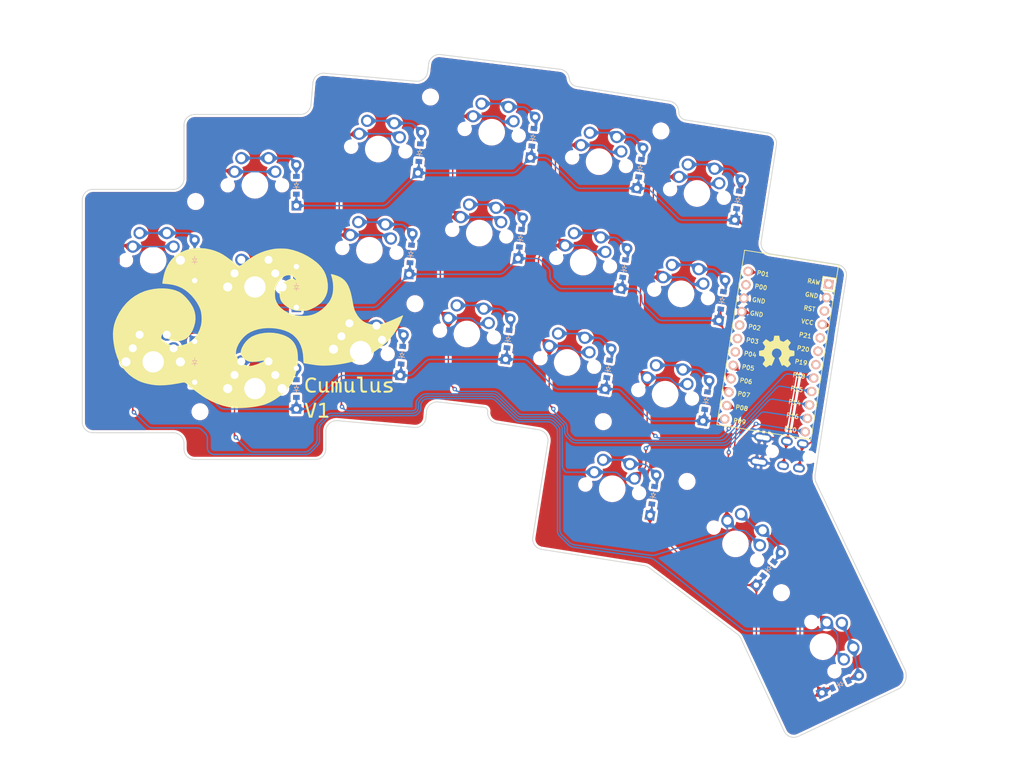
<source format=kicad_pcb>
(kicad_pcb (version 20211014) (generator pcbnew)
  (title_block (title "cumulus") (rev "v1.0.0") (company "Unknown"))
  (layers (0 "F.Cu" signal) (31 "B.Cu" signal) (34 "B.Paste" user) (35 "F.Paste" user) (36 "B.SilkS" user "B.Silkscreen") (37 "F.SilkS" user "F.Silkscreen") (38 "B.Mask" user) (39 "F.Mask" user) (44 "Edge.Cuts" user))
  (net 0 "")
  (net 1 "pinky_bottom")
  (net 2 "P16")
  (net 3 "P9")
  (net 4 "pinky_home")
  (net 5 "P7")
  (net 6 "pinky_top")
  (net 7 "P6")
  (net 8 "ring_bottom")
  (net 9 "P14")
  (net 10 "ring_home")
  (net 11 "ring_top")
  (net 12 "middle_bottom")
  (net 13 "P15")
  (net 14 "middle_home")
  (net 15 "middle_top")
  (net 16 "index_bottom")
  (net 17 "P18")
  (net 18 "index_home")
  (net 19 "index_top")
  (net 20 "inner_bottom")
  (net 21 "P8")
  (net 22 "inner_home")
  (net 23 "inner_top")
  (net 24 "near_thumb")
  (net 25 "P5")
  (net 26 "home_thumb")
  (net 27 "far_thumb")
  (net 28 "P10")
  (net 29 "default_m1")
  (net 30 "default_m2")
  (net 31 "RAW")
  (net 32 "GND")
  (net 33 "RST")
  (net 34 "VCC")
  (net 35 "P21")
  (net 36 "P20")
  (net 37 "P19")
  (net 38 "P1")
  (net 39 "P0")
  (net 40 "P2")
  (net 41 "P3")
  (net 42 "P4")
  (footprint "ComboDiode" (layer "F.Cu") (at 257.107088 107.126833 81)
    (fp_text reference "D15" hide)
    (fp_text value "" hide)
  )
  (footprint "ComboDiode" (layer "F.Cu") (at 194.329247 136.144574 85)
    (fp_text reference "D4" hide)
    (fp_text value "" hide)
  )
  (footprint "MX" (layer "F.Cu") (at 211.101348 94.470926 -7)
    (fp_text reference "S9" hide)
    (fp_text value "" hide)
  )
  (footprint "ComboDiode" (layer "F.Cu") (at 235.838058 119.957592 81)
    (fp_text reference "D11" hide)
    (fp_text value "" hide)
  )
  (footprint "ComboDiode" (layer "F.Cu") (at 251.162578 144.65899 81)
    (fp_text reference "D13" hide)
    (fp_text value "" hide)
  )
  (footprint "MountingHole:MountingHole_2.2mm_M2" (layer "F.Cu") (at 155.8036 107.4166)
    (fp_text reference "REF**" hide)
    (fp_text value "MountingHole_2.2mm_M2")
  )
  (footprint "MX" (layer "F.Cu") (at 188.264697 116.541417 -5)
    (fp_text reference "S5" hide)
    (fp_text value "" hide)
  )
  (footprint "MX" (layer "F.Cu") (at 246.480249 124.680545 -9)
    (fp_text reference "S14" hide)
    (fp_text value "" hide)
  )
  (footprint "ComboDiode" (layer "F.Cu") (at 195.985206 117.216874 85)
    (fp_text reference "D5" hide)
    (fp_text value "" hide)
  )
  (footprint "ComboDiode" (layer "F.Cu") (at 174.62 142.389 90)
    (fp_text reference "D1" hide)
    (fp_text value "" hide)
  )
  (footprint "MX" (layer "F.Cu") (at 166.87 104.389)
    (fp_text reference "S3" hide)
    (fp_text value "" hide)
  )
  (footprint "MountingHole:MountingHole_2.2mm_M2" (layer "F.Cu") (at 199.6694 87.884)
    (fp_text reference "REF**" hide)
    (fp_text value "MountingHole_2.2mm_M2")
  )
  (footprint "MX" (layer "F.Cu") (at 147.87 137.389)
    (fp_text reference "S19" hide)
    (fp_text value "" hide)
  )
  (footprint "MountingHole:MountingHole_2.2mm_M2" (layer "F.Cu") (at 265.2268 180.5432)
    (fp_text reference "REF**" hide)
    (fp_text value "MountingHole_2.2mm_M2")
  )
  (footprint "TRRS-PJ-320A-dual" (layer "F.Cu") (at 271.658497 157.744139 -99)
    (fp_text reference "REF**")
    (fp_text value "TRRS-PJ-320A-dual")
  )
  (footprint "MX" (layer "F.Cu") (at 208.785831 113.329303 -7)
    (fp_text reference "S8" hide)
    (fp_text value "" hide)
  )
  (footprint "MX" (layer "F.Cu") (at 233.621921 161.117661 -9)
    (fp_text reference "S16" hide)
    (fp_text value "" hide)
  )
  (footprint "ComboDiode" (layer "F.Cu") (at 197.641165 98.289175 85)
    (fp_text reference "D6" hide)
    (fp_text value "" hide)
  )
  (footprint "MX" (layer "F.Cu") (at 206.470313 132.18768 -7)
    (fp_text reference "S7" hide)
    (fp_text value "" hide)
  )
  (footprint "MX" (layer "F.Cu") (at 249.452504 105.914466 -9)
    (fp_text reference "S15" hide)
    (fp_text value "" hide)
  )
  (footprint "ComboDiode" (layer "F.Cu") (at 241.276505 162.330028 81)
    (fp_text reference "D16" hide)
    (fp_text value "" hide)
  )
  (footprint "MX" (layer "F.Cu") (at 256.644274 171.415699 -37)
    (fp_text reference "S17" hide)
    (fp_text value "" hide)
  )
  (footprint "ComboDiode" (layer "F.Cu") (at 232.865803 138.723671 81)
    (fp_text reference "D10" hide)
    (fp_text value "" hide)
  )
  (footprint "ComboDiode" (layer "F.Cu") (at 218.793581 95.415414 83)
    (fp_text reference "D9" hide)
    (fp_text value "" hide)
  )
  (footprint "MX" (layer "F.Cu") (at 228.183474 118.745225 -9)
    (fp_text reference "S11" hide)
    (fp_text value "" hide)
  )
  (footprint "MX" (layer "F.Cu") (at 272.983209 190.631558 -65)
    (fp_text reference "S18" hide)
    (fp_text value "" hide)
  )
  (footprint "MountingHole:MountingHole_2.2mm_M2" (layer "F.Cu") (at 247.5992 159.7406)
    (fp_text reference "REF**" hide)
    (fp_text value "MountingHole_2.2mm_M2")
  )
  (footprint "MountingHole:MountingHole_2.2mm_M2" (layer "F.Cu") (at 231.9528 148.5646)
    (fp_text reference "REF**" hide)
    (fp_text value "MountingHole_2.2mm_M2")
  )
  (footprint "MX" (layer "F.Cu") (at 225.211219 137.511303 -9)
    (fp_text reference "S10" hide)
    (fp_text value "" hide)
  )
  (footprint "ComboDiode" (layer "F.Cu") (at 174.62 123.389 90)
    (fp_text reference "D2" hide)
    (fp_text value "" hide)
  )
  (footprint "ComboDiode" (layer "F.Cu") (at 216.478064 114.273791 83)
    (fp_text reference "D8" hide)
    (fp_text value "" hide)
  )
  (footprint "MountingHole:MountingHole_2.2mm_M2" (layer "F.Cu") (at 196.7738 126.5174)
    (fp_text reference "REF**" hide)
    (fp_text value "MountingHole_2.2mm_M2")
  )
  (footprint "ComboDiode" (layer "F.Cu") (at 155.62 118.389 90)
    (fp_text reference "D20" hide)
    (fp_text value "" hide)
  )
  (footprint "ComboDiode" (layer "F.Cu") (at 155.62 137.389 90)
    (fp_text reference "D19" hide)
    (fp_text value "" hide)
  )
  (footprint "Symbol:OSHW-Symbol_6.7x6mm_SilkScreen" (layer "F.Cu") (at 264.342329 135.4836)
    (fp_text reference "REF**" hide)
    (fp_text value "OSHW-Symbol_6.7x6mm_SilkScreen" hide)
  )
  (footprint "LOGO" (layer "F.Cu") (at 167.64 130.175)
    (fp_text reference "G***")
    (fp_text value "LOGO" hide)
  )
  (footprint "ComboDiode" (layer "F.Cu") (at 174.62 104.389 90)
    (fp_text reference "D3" hide)
    (fp_text value "" hide)
  )
  (footprint "MX" (layer "F.Cu") (at 147.87 118.389)
    (fp_text reference "S20" hide)
    (fp_text value "" hide)
  )
  (footprint "ComboDiode" (layer "F.Cu") (at 214.162546 133.132167 83)
    (fp_text reference "D7" hide)
    (fp_text value "" hide)
  )
  (footprint "ComboDiode" (layer "F.Cu") (at 254.134833 125.892912 81)
    (fp_text reference "D14" hide)
    (fp_text value "" hide)
  )
  (footprint "ComboDiode" (layer "F.Cu") (at 262.833699 176.079765 53)
    (fp_text reference "D17" hide)
    (fp_text value "" hide)
  )
  (footprint "ProMicro" (layer "F.Cu") (at 264.342329 135.467639 -99)
    (fp_text reference "MCU1" hide)
    (fp_text value "" hide)
  )
  (footprint "MX" (layer "F.Cu") (at 189.920656 97.613718 -5)
    (fp_text reference "S6" hide)
    (fp_text value "" hide)
  )
  (footprint "MX" (layer "F.Cu") (at 166.87 123.389)
    (fp_text reference "S2" hide)
    (fp_text value "" hide)
  )
  (footprint "MX" (layer "F.Cu") (at 231.155728 99.979146 -9)
    (fp_text reference "S12" hide)
    (fp_text value "" hide)
  )
  (footprint "ComboDiode" (layer "F.Cu") (at 276.2585 197.655443 25)
    (fp_text reference "D18" hide)
    (fp_text value "" hide)
  )
  (footprint "MX" (layer "F.Cu") (at 186.608738 135.469117 -5)
    (fp_text reference "S4" hide)
    (fp_text value "" hide)
  )
  (footprint "MountingHole:MountingHole_2.2mm_M2" (layer "F.Cu") (at 242.7224 94.234)
    (fp_text reference "REF**" hide)
    (fp_text value "MountingHole_2.2mm_M2")
  )
  (footprint "ComboDiode" (layer "F.Cu") (at 238.810313 101.191513 81)
    (fp_text reference "D12" hide)
    (fp_text value "" hide)
  )
  (footprint "MountingHole:MountingHole_2.2mm_M2" (layer "F.Cu") (at 156.6164 146.7104)
    (fp_text reference "REF**" hide)
    (fp_text value "MountingHole_2.2mm_M2")
  )
  (footprint "MX" (layer "F.Cu") (at 166.87 142.389)
    (fp_text reference "S1" hide)
    (fp_text value "" hide)
  )
  (footprint "MX" (layer "F.Cu") (at 243.507994 143.446623 -9)
    (fp_text reference "S13" hide)
    (fp_text value "" hide)
  )
  (gr_arc (start 209.804 145.923) (mid 210.200975 146.132172) (end 210.364461 146.550041) (layer "Edge.Cuts") (width 0.15))
  (gr_arc (start 177.701578 85.251715) (mid 178.408392 83.893937) (end 179.868279 83.433636) (layer "Edge.Cuts") (width 0.15))
  (gr_arc (start 262.636754 94.587483) (mid 263.941919 95.387289) (end 264.299262 96.875729) (layer "Edge.Cuts") (width 0.15))
  (gr_line (start 199.137956 83.18194) (end 199.321142 81.690013) (layer "Edge.Cuts") (width 0.15))
  (gr_arc (start 226.949 85.9028) (mid 226.064954 85.42404) (end 225.6028 84.5312) (layer "Edge.Cuts") (width 0.15))
  (gr_line (start 136.62 105.139) (end 151.62 105.139) (layer "Edge.Cuts") (width 0.15))
  (gr_arc (start 198.927097 146.696338) (mid 199.660845 145.316358) (end 201.163224 144.885557) (layer "Edge.Cuts") (width 0.15))
  (gr_line (start 153.62 103.139) (end 153.62 93.139) (layer "Edge.Cuts") (width 0.15))
  (gr_line (start 153.62 153.639) (end 153.62 152.639) (layer "Edge.Cuts") (width 0.15))
  (gr_line (start 201.549973 79.94866) (end 223.882261 82.69072) (layer "Edge.Cuts") (width 0.15))
  (gr_arc (start 244.339979 88.652163) (mid 245.580096 89.356578) (end 246.0498 90.7034) (layer "Edge.Cuts") (width 0.15))
  (gr_arc (start 263.106841 117.189287) (mid 261.801676 116.389481) (end 261.444333 114.901041) (layer "Edge.Cuts") (width 0.15))
  (gr_arc (start 199.137956 83.18194) (mid 198.411505 84.492493) (end 196.978553 84.930591) (layer "Edge.Cuts") (width 0.15))
  (gr_arc (start 268.386938 207.394591) (mid 266.857661 207.461361) (end 265.729086 206.427213) (layer "Edge.Cuts") (width 0.15))
  (gr_line (start 247.3452 92.1766) (end 262.636754 94.587483) (layer "Edge.Cuts") (width 0.15))
  (gr_line (start 268.386938 207.394592) (end 287.2486 198.4502) (layer "Edge.Cuts") (width 0.15))
  (gr_line (start 180.12 150.384655) (end 180.12 153.639) (layer "Edge.Cuts") (width 0.15))
  (gr_arc (start 288.29 194.8942) (mid 288.424882 196.864197) (end 287.2486 198.4502) (layer "Edge.Cuts") (width 0.15))
  (gr_arc (start 177.346235 89.313311) (mid 176.705026 90.613554) (end 175.353846 91.139) (layer "Edge.Cuts") (width 0.15))
  (gr_arc (start 155.62 155.639) (mid 154.205786 155.053214) (end 153.62 153.639) (layer "Edge.Cuts") (width 0.15))
  (gr_line (start 182.294311 148.392266) (end 196.661115 149.649198) (layer "Edge.Cuts") (width 0.15))
  (gr_arc (start 136.62 150.639) (mid 135.205786 150.053214) (end 134.62 148.639) (layer "Edge.Cuts") (width 0.15))
  (gr_arc (start 223.882262 82.69072) (mid 225.076813 83.298463) (end 225.6028 84.5312) (layer "Edge.Cuts") (width 0.15))
  (gr_line (start 198.927096 146.696338) (end 198.827816 147.83112) (layer "Edge.Cuts") (width 0.15))
  (gr_arc (start 239.640011 175.485995) (mid 240.108604 175.620362) (end 240.530772 175.864101) (layer "Edge.Cuts") (width 0.15))
  (gr_line (start 261.444333 114.901041) (end 264.299262 96.875729) (layer "Edge.Cuts") (width 0.15))
  (gr_line (start 271.526 158.4706) (end 277.362375 121.472072) (layer "Edge.Cuts") (width 0.15))
  (gr_line (start 219.928475 150.089762) (end 212.026968 148.838286) (layer "Edge.Cuts") (width 0.15))
  (gr_arc (start 153.62 93.139) (mid 154.205786 91.724786) (end 155.62 91.139) (layer "Edge.Cuts") (width 0.15))
  (gr_line (start 155.62 155.639) (end 178.12 155.639) (layer "Edge.Cuts") (width 0.15))
  (gr_arc (start 220.43767 172.444644) (mid 219.132505 171.644838) (end 218.775162 170.156398) (layer "Edge.Cuts") (width 0.15))
  (gr_arc (start 180.12 150.384655) (mid 180.768819 148.9101) (end 182.294311 148.392266) (layer "Edge.Cuts") (width 0.15))
  (gr_arc (start 271.633496 159.785846) (mid 271.522213 159.132925) (end 271.526 158.4706) (layer "Edge.Cuts") (width 0.15))
  (gr_arc (start 198.827815 147.83112) (mid 198.121001 149.188897) (end 196.661115 149.649198) (layer "Edge.Cuts") (width 0.15))
  (gr_line (start 201.163224 144.885557) (end 209.804 145.923) (layer "Edge.Cuts") (width 0.15))
  (gr_line (start 257.618323 189.033625) (end 265.729086 206.427213) (layer "Edge.Cuts") (width 0.15))
  (gr_line (start 271.633496 159.785846) (end 288.29 194.8942) (layer "Edge.Cuts") (width 0.15))
  (gr_arc (start 199.321142 81.690013) (mid 200.074911 80.35773) (end 201.549973 79.94866) (layer "Edge.Cuts") (width 0.15))
  (gr_arc (start 212.026968 148.838286) (mid 210.721803 148.03848) (end 210.364461 146.550041) (layer "Edge.Cuts") (width 0.15))
  (gr_line (start 220.43767 172.444643) (end 239.640011 175.485995) (layer "Edge.Cuts") (width 0.15))
  (gr_arc (start 247.3452 92.1766) (mid 246.43535 91.670511) (end 246.0498 90.7034) (layer "Edge.Cuts") (width 0.15))
  (gr_arc (start 257.009337 188.28159) (mid 257.359999 188.62022) (end 257.618323 189.033625) (layer "Edge.Cuts") (width 0.15))
  (gr_line (start 240.530772 175.864101) (end 257.009337 188.281591) (layer "Edge.Cuts") (width 0.15))
  (gr_arc (start 151.62 150.639) (mid 153.034214 151.224786) (end 153.62 152.639) (layer "Edge.Cuts") (width 0.15))
  (gr_arc (start 134.62 107.139) (mid 135.205786 105.724786) (end 136.62 105.139) (layer "Edge.Cuts") (width 0.15))
  (gr_line (start 226.949 85.9028) (end 244.339979 88.652164) (layer "Edge.Cuts") (width 0.15))
  (gr_arc (start 180.12 153.639) (mid 179.534214 155.053214) (end 178.12 155.639) (layer "Edge.Cuts") (width 0.15))
  (gr_line (start 134.62 148.639) (end 134.62 107.139) (layer "Edge.Cuts") (width 0.15))
  (gr_arc (start 275.699867 119.183826) (mid 277.005032 119.983632) (end 277.362375 121.472072) (layer "Edge.Cuts") (width 0.15))
  (gr_arc (start 219.928475 150.089762) (mid 221.23364 150.889568) (end 221.590983 152.378008) (layer "Edge.Cuts") (width 0.15))
  (gr_line (start 218.775162 170.156398) (end 221.590983 152.378008) (layer "Edge.Cuts") (width 0.15))
  (gr_line (start 155.62 91.139) (end 175.353846 91.139) (layer "Edge.Cuts") (width 0.15))
  (gr_line (start 179.868279 83.433636) (end 196.978553 84.930591) (layer "Edge.Cuts") (width 0.15))
  (gr_line (start 275.699867 119.183826) (end 263.106841 117.189287) (layer "Edge.Cuts") (width 0.15))
  (gr_arc (start 153.62 103.139) (mid 153.034214 104.553214) (end 151.62 105.139) (layer "Edge.Cuts") (width 0.15))
  (gr_line (start 177.346235 89.313311) (end 177.701579 85.251714) (layer "Edge.Cuts") (width 0.15))
  (gr_line (start 136.62 150.639) (end 151.62 150.639) (layer "Edge.Cuts") (width 0.15))
  (segment (start 174.62 140.739) (end 174.62 138.579) (width 0.25) (layer "F.Cu") (net 1))
  (segment (start 169.41 137.309) (end 164.33 137.309) (width 0.25) (layer "B.Cu") (net 1))
  (segment (start 173.748448 137.707448) (end 174.62 138.579) (width 0.25) (layer "B.Cu") (net 1))
  (segment (start 174.62 138.579) (end 174.62 140.739) (width 0.25) (layer "B.Cu") (net 1))
  (segment (start 169.41 137.309) (end 172.786509 137.309) (width 0.25) (layer "B.Cu") (net 1))
  (arc (start 173.748448 137.707448) (mid 173.307106 137.412553) (end 172.786509 137.309) (width 0.25) (layer "B.Cu") (net 1))
  (segment (start 163.06 139.849) (end 163.06 151.063738) (width 0.25) (layer "F.Cu") (net 2))
  (segment (start 254.679797 161.237658) (end 255.130083 167.09425) (width 0.25) (layer "F.Cu") (net 2))
  (segment (start 159.946978 102.76465) (end 160.46418 102.247448) (width 0.25) (layer "F.Cu") (net 2))
  (segment (start 159.54853 123.307514) (end 159.54853 135.774039) (width 0.25) (layer "F.Cu") (net 2))
  (segment (start 163.322 151.511) (end 163.191 151.38) (width 0.25) (layer "F.Cu") (net 2))
  (segment (start 161.426119 101.849) (end 163.06 101.849) (width 0.25) (layer "F.Cu") (net 2))
  (segment (start 163.06 139.849) (end 159.946978 136.735978) (width 0.25) (layer "F.Cu") (net 2))
  (segment (start 159.54853 103.726589) (end 159.54853 116.774039) (width 0.25) (layer "F.Cu") (net 2))
  (segment (start 162.007044 120.849) (end 163.06 120.849) (width 0.25) (layer "F.Cu") (net 2))
  (segment (start 254.704625 160.074784) (end 255.397 154.305) (width 0.25) (layer "F.Cu") (net 2))
  (segment (start 163.06 120.849) (end 159.946978 117.735978) (width 0.25) (layer "F.Cu") (net 2))
  (segment (start 159.946978 122.345575) (end 161.045105 121.247448) (width 0.25) (layer "F.Cu") (net 2))
  (via (at 255.397 154.305) (size 0.8) (drill 0.4) (layers "F.Cu" "B.Cu") (net 2))
  (via (at 163.322 151.511) (size 0.8) (drill 0.4) (layers "F.Cu" "B.Cu") (net 2))
  (arc (start 161.426119 101.849) (mid 160.905521 101.952553) (end 160.46418 102.247448) (width 0.25) (layer "F.Cu") (net 2))
  (arc (start 159.54853 116.774039) (mid 159.652083 117.294636) (end 159.946978 117.735978) (width 0.25) (layer "F.Cu") (net 2))
  (arc (start 159.54853 135.774039) (mid 159.652083 136.294636) (end 159.946978 136.735978) (width 0.25) (layer "F.Cu") (net 2))
  (arc (start 159.946978 122.345575) (mid 159.652083 122.786916) (end 159.54853 123.307514) (width 0.25) (layer "F.Cu") (net 2))
  (arc (start 163.06 151.063738) (mid 163.094045 151.234897) (end 163.191 151.38) (width 0.25) (layer "F.Cu") (net 2))
  (arc (start 162.007044 120.849) (mid 161.486446 120.952553) (end 161.045105 121.247448) (width 0.25) (layer "F.Cu") (net 2))
  (arc (start 159.946978 102.76465) (mid 159.652083 103.205991) (end 159.54853 103.726589) (width 0.25) (layer "F.Cu") (net 2))
  (arc (start 254.704625 160.074784) (mid 254.663674 160.655611) (end 254.679797 161.237658) (width 0.25) (layer "F.Cu") (net 2))
  (segment (start 241.852357 173.436223) (end 254.625303 169.440867) (width 0.25) (layer "B.Cu") (net 2))
  (segment (start 256.547384 168.511551) (end 255.130083 167.09425) (width 0.25) (layer "B.Cu") (net 2))
  (segment (start 222.707844 148.538448) (end 223.444551 149.275155) (width 0.25) (layer "B.Cu") (net 2))
  (segment (start 181.225094 146.997) (end 196.348382 146.997) (width 0.25) (layer "B.Cu") (net 2))
  (segment (start 255.397 154.305) (end 255.397 153.468605) (width 0.25) (layer "B.Cu") (net 2))
  (segment (start 211.077905 143.822) (end 199.005094 143.822) (width 0.25) (layer "B.Cu") (net 2))
  (segment (start 261.241672 147.087475) (end 255.774013 152.904134) (width 0.25) (layer "B.Cu") (net 2))
  (segment (start 215.558155 147.741551) (end 214.064987 146.248383) (width 0.25) (layer "B.Cu") (net 2))
  (segment (start 223.843 168.795113) (end 223.843 150.237094) (width 0.25) (layer "B.Cu") (net 2))
  (segment (start 221.745905 148.14) (end 216.520094 148.14) (width 0.25) (layer "B.Cu") (net 2))
  (segment (start 163.06 101.849) (end 170.68 101.849) (width 0.25) (layer "B.Cu") (net 2))
  (segment (start 197.416 145.411094) (end 197.416 145.929382) (width 0.25) (layer "B.Cu") (net 2))
  (segment (start 163.06 139.849) (end 170.68 139.849) (width 0.25) (layer "B.Cu") (net 2))
  (segment (start 258.844053 169.308448) (end 261.215685 171.68008) (width 0.25) (layer "B.Cu") (net 2))
  (segment (start 178.094551 152.866052) (end 177.123052 153.837551) (width 0.25) (layer "B.Cu") (net 2))
  (segment (start 240.726605 173.530455) (end 226.562407 171.590225) (width 0.25) (layer "B.Cu") (net 2))
  (segment (start 212.039844 144.220448) (end 214.063012 146.243616) (width 0.25) (layer "B.Cu") (net 2))
  (segment (start 178.493 151.904113) (end 178.493 149.729094) (width 0.25) (layer "B.Cu") (net 2))
  (segment (start 197.814447 144.449155) (end 198.043155 144.220448) (width 0.25) (layer "B.Cu") (net 2))
  (segment (start 262.166312 146.766615) (end 270.080468 147.948947) (width 0.25) (layer "B.Cu") (net 2))
  (segment (start 178.891448 148.767155) (end 180.263155 147.395448) (width 0.25) (layer "B.Cu") (net 2))
  (segment (start 257.509323 168.91) (end 257.882114 168.91) (width 0.25) (layer "B.Cu") (net 2))
  (segment (start 166.61049 154.236) (end 176.161113 154.236) (width 0.25) (layer "B.Cu") (net 2))
  (segment (start 165.648551 153.837551) (end 163.322 151.511) (width 0.25) (layer "B.Cu") (net 2))
  (segment (start 224.241448 169.757052) (end 225.593802 171.109406) (width 0.25) (layer "B.Cu") (net 2))
  (segment (start 163.06 120.849) (end 170.68 120.849) (width 0.25) (layer "B.Cu") (net 2))
  (segment (start 255.130083 167.09425) (end 255.130083 168.754075) (width 0.25) (layer "B.Cu") (net 2))
  (arc (start 255.774013 152.904134) (mid 255.650003 153.034033) (end 255.524 153.162) (width 0.25) (layer "B.Cu") (net 2))
  (arc (start 258.844053 169.308448) (mid 258.402711 169.013553) (end 257.882114 168.91) (width 0.25) (layer "B.Cu") (net 2))
  (arc (start 165.648551 153.837551) (mid 166.089892 154.132446) (end 166.61049 154.236) (width 0.25) (layer "B.Cu") (net 2))
  (arc (start 197.814447 144.449155) (mid 197.519552 144.890496) (end 197.416 145.411094) (width 0.25) (layer "B.Cu") (net 2))
  (arc (start 225.593802 171.109406) (mid 226.038736 171.429123) (end 226.562407 171.590225) (width 0.25) (layer "B.Cu") (net 2))
  (arc (start 215.558155 147.741551) (mid 215.999496 148.036446) (end 216.520094 148.14) (width 0.25) (layer "B.Cu") (net 2))
  (arc (start 214.064 146.246) (mid 214.064256 146.247289) (end 214.064987 146.248383) (width 0.25) (layer "B.Cu") (net 2))
  (arc (start 197.416 145.929382) (mid 197.334732 146.337941) (end 197.103302 146.684302) (width 0.25) (layer "B.Cu") (net 2))
  (arc (start 262.166312 146.766615) (mid 261.664536 146.813342) (end 261.241672 147.087475) (width 0.25) (layer "B.Cu") (net 2))
  (arc (start 178.891448 148.767155) (mid 178.596553 149.208496) (end 178.493 149.729094) (width 0.25) (layer "B.Cu") (net 2))
  (arc (start 212.039844 144.220448) (mid 211.598502 143.925553) (end 211.077905 143.822) (width 0.25) (layer "B.Cu") (net 2))
  (arc (start 177.123052 153.837551) (mid 176.68171 154.132446) (end 176.161113 154.236) (width 0.25) (layer "B.Cu") (net 2))
  (arc (start 255.524 153.162) (mid 255.430006 153.302671) (end 255.397 153.468605) (width 0.25) (layer "B.Cu") (net 2))
  (arc (start 256.547384 168.511551) (mid 256.988725 168.806446) (end 257.509323 168.91) (width 0.25) (layer "B.Cu") (net 2))
  (arc (start 181.225094 146.997) (mid 180.704496 147.100553) (end 180.263155 147.395448) (width 0.25) (layer "B.Cu") (net 2))
  (arc (start 222.707844 148.538448) (mid 222.266502 148.243553) (end 221.745905 148.14) (width 0.25) (layer "B.Cu") (net 2))
  (arc (start 197.103302 146.684302) (mid 196.756941 146.915732) (end 196.348382 146.997) (width 0.25) (layer "B.Cu") (net 2))
  (arc (start 240.726605 173.530455) (mid 241.294676 173.545405) (end 241.852357 173.436223) (width 0.25) (layer "B.Cu") (net 2))
  (arc (start 214.063012 146.243616) (mid 214.063743 146.24471) (end 214.064 146.246) (width 0.25) (layer "B.Cu") (net 2))
  (arc (start 199.005094 143.822) (mid 198.484496 143.925553) (end 198.043155 144.220448) (width 0.25) (layer "B.Cu") (net 2))
  (arc (start 255.130083 168.754075) (mid 254.990314 169.180245) (end 254.625303 169.440867) (width 0.25) (layer "B.Cu") (net 2))
  (arc (start 223.843 168.795113) (mid 223.946553 169.31571) (end 224.241448 169.757052) (width 0.25) (layer "B.Cu") (net 2))
  (arc (start 223.444551 149.275155) (mid 223.739446 149.716496) (end 223.843 150.237094) (width 0.25) (layer "B.Cu") (net 2))
  (arc (start 178.493 151.904113) (mid 178.389446 152.42471) (end 178.094551 152.866052) (width 0.25) (layer "B.Cu") (net 2))
  (segment (start 174.62 144.039) (end 174.62 146.199) (width 0.25) (layer "F.Cu") (net 3))
  (segment (start 232.438737 142.317815) (end 232.269788 142.486764) (width 0.25) (layer "F.Cu") (net 3))
  (segment (start 194.091312 139.845948) (end 193.997184 139.940076) (width 0.25) (layer "F.Cu") (net 3))
  (segment (start 213.829843 136.782149) (end 213.698224 136.913768) (width 0.25) (layer "F.Cu") (net 3))
  (segment (start 155.62 141.199) (end 155.62 139.039) (width 0.25) (layer "F.Cu") (net 3))
  (segment (start 232.607686 141.909936) (end 232.607686 140.353357) (width 0.25) (layer "F.Cu") (net 3))
  (segment (start 250.735512 148.253134) (end 250.566563 148.422083) (width 0.25) (layer "F.Cu") (net 3))
  (segment (start 213.961462 136.464392) (end 213.961462 134.769868) (width 0.25) (layer "F.Cu") (net 3))
  (segment (start 250.904461 147.845255) (end 250.904461 146.288676) (width 0.25) (layer "F.Cu") (net 3))
  (segment (start 194.18544 139.618702) (end 194.18544 137.788295) (width 0.25) (layer "F.Cu") (net 3))
  (arc (start 250.904461 147.845255) (mid 250.860552 148.065997) (end 250.735512 148.253134) (width 0.25) (layer "F.Cu") (net 3))
  (arc (start 232.607686 141.909936) (mid 232.563777 142.130678) (end 232.438737 142.317815) (width 0.25) (layer "F.Cu") (net 3))
  (arc (start 194.18544 139.618702) (mid 194.160976 139.741686) (end 194.091312 139.845948) (width 0.25) (layer "F.Cu") (net 3))
  (arc (start 213.961462 136.464392) (mid 213.927255 136.63636) (end 213.829843 136.782149) (width 0.25) (layer "F.Cu") (net 3))
  (segment (start 234.379273 142.486764) (end 232.508717 142.486764) (width 0.25) (layer "B.Cu") (net 3))
  (segment (start 199.691722 136.913768) (end 213.512086 136.913768) (width 0.25) (layer "B.Cu") (net 3))
  (segment (start 194.130301 139.940076) (end 193.864066 139.940076) (width 0.25) (layer "B.Cu") (net 3))
  (segment (start 177.033448 145.800551) (end 182.495475 140.338524) (width 0.25) (layer "B.Cu") (net 3))
  (segment (start 194.18544 139.618702) (end 194.18544 137.788295) (width 0.25) (layer "B.Cu") (net 3))
  (segment (start 222.733315 142.088315) (end 217.957216 137.312216) (width 0.25) (layer "B.Cu") (net 3))
  (segment (start 174.62 146.199) (end 161.18349 146.199) (width 0.25) (layer "B.Cu") (net 3))
  (segment (start 213.961462 136.464392) (end 213.961462 134.769868) (width 0.25) (layer "B.Cu") (net 3))
  (segment (start 232.607686 141.909936) (end 232.607686 140.353357) (width 0.25) (layer "B.Cu") (net 3))
  (segment (start 174.62 146.199) (end 174.62 144.039) (width 0.25) (layer "B.Cu") (net 3))
  (segment (start 235.341212 142.885212) (end 240.479634 148.023634) (width 0.25) (layer "B.Cu") (net 3))
  (segment (start 254.456519 148.247848) (end 254.630754 148.073614) (width 0.25) (layer "B.Cu") (net 3))
  (segment (start 194.130301 139.940076) (end 195.538433 139.940076) (width 0.25) (layer "B.Cu") (net 3))
  (segment (start 223.695254 142.486764) (end 232.030858 142.486764) (width 0.25) (layer "B.Cu") (net 3))
  (segment (start 254.03588 148.422083) (end 250.805492 148.422083) (width 0.25) (layer "B.Cu") (net 3))
  (segment (start 213.884361 136.913768) (end 216.995277 136.913768) (width 0.25) (layer "B.Cu") (net 3))
  (segment (start 174.62 146.199) (end 176.071509 146.199) (width 0.25) (layer "B.Cu") (net 3))
  (segment (start 155.62 141.199) (end 160.221551 145.800551) (width 0.25) (layer "B.Cu") (net 3))
  (segment (start 196.500372 139.541627) (end 198.729783 137.312216) (width 0.25) (layer "B.Cu") (net 3))
  (segment (start 232.508717 142.486764) (end 232.030858 142.486764) (width 0.25) (layer "B.Cu") (net 3))
  (segment (start 250.805492 148.422083) (end 250.327633 148.422083) (width 0.25) (layer "B.Cu") (net 3))
  (segment (start 155.62 141.199) (end 155.62 139.039) (width 0.25) (layer "B.Cu") (net 3))
  (segment (start 241.441573 148.422083) (end 250.327633 148.422083) (width 0.25) (layer "B.Cu") (net 3))
  (segment (start 250.904461 147.845255) (end 250.904461 146.288676) (width 0.25) (layer "B.Cu") (net 3))
  (segment (start 193.864066 139.940076) (end 183.457414 139.940076) (width 0.25) (layer "B.Cu") (net 3))
  (segment (start 213.884361 136.913768) (end 213.512086 136.913768) (width 0.25) (layer "B.Cu") (net 3))
  (arc (start 254.456519 148.247848) (mid 254.263528 148.3768) (end 254.03588 148.422083) (width 0.25) (layer "B.Cu") (net 3))
  (arc (start 196.500372 139.541627) (mid 196.05903 139.836522) (end 195.538433 139.940076) (width 0.25) (layer "B.Cu") (net 3))
  (arc (start 183.457414 139.940076) (mid 182.936816 140.043629) (end 182.495475 140.338524) (width 0.25) (layer "B.Cu") (net 3))
  (arc (start 232.030858 142.486764) (mid 232.2516 142.442855) (end 232.438737 142.317815) (width 0.25) (layer "B.Cu") (net 3))
  (arc (start 217.957216 137.312216) (mid 217.515874 137.017321) (end 216.995277 136.913768) (width 0.25) (layer "B.Cu") (net 3))
  (arc (start 240.479634 148.023634) (mid 240.920975 148.318529) (end 241.441573 148.422083) (width 0.25) (layer "B.Cu") (net 3))
  (arc (start 250.735512 148.253134) (mid 250.714058 148.360988) (end 250.805492 148.422083) (width 0.25) (layer "B.Cu") (net 3))
  (arc (start 213.961462 136.464392) (mid 213.927255 136.63636) (end 213.829843 136.782149) (width 0.25) (layer "B.Cu") (net 3))
  (arc (start 177.033448 145.800551) (mid 176.592106 146.095446) (end 176.071509 146.199) (width 0.25) (layer "B.Cu") (net 3))
  (arc (start 222.733315 142.088315) (mid 223.174656 142.38321) (end 223.695254 142.486764) (width 0.25) (layer "B.Cu") (net 3))
  (arc (start 232.438737 142.317815) (mid 232.417283 142.425669) (end 232.508717 142.486764) (width 0.25) (layer "B.Cu") (net 3))
  (arc (start 213.829843 136.782149) (mid 213.813129 136.866172) (end 213.884361 136.913768) (width 0.25) (layer "B.Cu") (net 3))
  (arc (start 194.091312 139.845948) (mid 194.079359 139.906037) (end 194.130301 139.940076) (width 0.25) (layer "B.Cu") (net 3))
  (arc (start 250.904461 147.845255) (mid 250.860552 148.065997) (end 250.735512 148.253134) (width 0.25) (layer "B.Cu") (net 3))
  (arc (start 213.512086 136.913768) (mid 213.684054 136.879561) (end 213.829843 136.782149) (width 0.25) (layer "B.Cu") (net 3))
  (arc (start 199.691722 136.913768) (mid 199.171124 137.017321) (end 198.729783 137.312216) (width 0.25) (layer "B.Cu") (net 3))
  (arc (start 194.18544 139.618702) (mid 194.160976 139.741686) (end 194.091312 139.845948) (width 0.25) (layer "B.Cu") (net 3))
  (arc (start 250.327633 148.422083) (mid 250.548375 148.378174) (end 250.735512 148.253134) (width 0.25) (layer "B.Cu") (net 3))
  (arc (start 160.221551 145.800551) (mid 160.662892 146.095446) (end 161.18349 146.199) (width 0.25) (layer "B.Cu") (net 3))
  (arc (start 232.607686 141.909936) (mid 232.563777 142.130678) (end 232.438737 142.317815) (width 0.25) (layer "B.Cu") (net 3))
  (arc (start 193.864066 139.940076) (mid 193.98705 139.915612) (end 194.091312 139.845948) (width 0.25) (layer "B.Cu") (net 3))
  (arc (start 235.341212 142.885212) (mid 234.89987 142.590317) (end 234.379273 142.486764) (width 0.25) (layer "B.Cu") (net 3))
  (segment (start 174.62 119.579) (end 174.62 121.739) (width 0.25) (layer "F.Cu") (net 4))
  (segment (start 169.41 118.309) (end 164.33 118.309) (width 0.25) (layer "B.Cu") (net 4))
  (segment (start 172.786509 118.309) (end 169.41 118.309) (width 0.25) (layer "B.Cu") (net 4))
  (segment (start 174.62 119.579) (end 174.62 121.739) (width 0.25) (layer "B.Cu") (net 4))
  (segment (start 173.748448 118.707448) (end 174.62 119.579) (width 0.25) (layer "B.Cu") (net 4))
  (arc (start 173.748448 118.707448) (mid 173.307106 118.412553) (end 172.786509 118.309) (width 0.25) (layer "B.Cu") (net 4))
  (segment (start 195.841399 120.691002) (end 195.841399 118.860595) (width 0.25) (layer "F.Cu") (net 5))
  (segment (start 253.876716 129.079177) (end 253.876716 127.522598) (width 0.25) (layer "F.Cu") (net 5))
  (segment (start 216.27698 117.606016) (end 216.27698 115.911492) (width 0.25) (layer "F.Cu") (net 5))
  (segment (start 235.579941 123.143857) (end 235.579941 121.587278) (width 0.25) (layer "F.Cu") (net 5))
  (segment (start 253.775356 141.588892) (end 255.425441 143.056158) (width 0.25) (layer "F.Cu") (net 5))
  (segment (start 235.410992 123.551736) (end 235.242043 123.720685) (width 0.25) (layer "F.Cu") (net 5))
  (segment (start 253.650588 129.86718) (end 254.622237 131.702987) (width 0.25) (layer "F.Cu") (net 5))
  (segment (start 254.793966 132.76928) (end 253.456512 140.682553) (width 0.25) (layer "F.Cu") (net 5))
  (segment (start 216.145361 117.923773) (end 216.013742 118.055392) (width 0.25) (layer "F.Cu") (net 5))
  (segment (start 174.62 125.039) (end 174.62 127.199) (width 0.25) (layer "F.Cu") (net 5))
  (segment (start 155.62 120.039) (end 155.62 122.199) (width 0.25) (layer "F.Cu") (net 5))
  (segment (start 195.747271 120.918248) (end 195.653143 121.012376) (width 0.25) (layer "F.Cu") (net 5))
  (arc (start 253.876716 129.079177) (mid 253.832807 129.299919) (end 253.707767 129.487056) (width 0.25) (layer "F.Cu") (net 5))
  (arc (start 253.707767 129.487056) (mid 253.616604 129.667705) (end 253.650588 129.86718) (width 0.25) (layer "F.Cu") (net 5))
  (arc (start 235.579941 123.143857) (mid 235.536032 123.364599) (end 235.410992 123.551736) (width 0.25) (layer "F.Cu") (net 5))
  (arc (start 254.622237 131.702987) (mid 254.796087 132.221963) (end 254.793966 132.76928) (width 0.25) (layer "F.Cu") (net 5))
  (arc (start 216.27698 117.606016) (mid 216.242773 117.777984) (end 216.145361 117.923773) (width 0.25) (layer "F.Cu") (net 5))
  (arc (start 195.841399 120.691002) (mid 195.816935 120.813986) (end 195.747271 120.918248) (width 0.25) (layer "F.Cu") (net 5))
  (arc (start 253.456512 140.682553) (mid 253.498843 141.176914) (end 253.775356 141.588892) (width 0.25) (layer "F.Cu") (net 5))
  (segment (start 253.538818 129.656005) (end 242.995495 129.656005) (width 0.25) (layer "B.Cu") (net 5))
  (segment (start 219.345901 118.055392) (end 216.199879 118.055392) (width 0.25) (layer "B.Cu") (net 5))
  (segment (start 223.398236 123.322236) (end 222.394448 122.318448) (width 0.25) (layer "B.Cu") (net 5))
  (segment (start 239.141 125.40449) (end 239.141 125.801509) (width 0.25) (layer "B.Cu") (net 5))
  (segment (start 238.742551 124.442551) (end 238.419133 124.119133) (width 0.25) (layer "B.Cu") (net 5))
  (segment (start 235.003113 123.720685) (end 224.360175 123.720685) (width 0.25) (layer "B.Cu") (net 5))
  (segment (start 174.62 127.199) (end 174.62 125.039) (width 0.25) (layer "B.Cu") (net 5))
  (segment (start 161.18349 127.199) (end 174.62 127.199) (width 0.25) (layer "B.Cu") (net 5))
  (segment (start 155.62 122.199) (end 155.62 120.039) (width 0.25) (layer "B.Cu") (net 5))
  (segment (start 215.882122 118.18701) (end 216.145361 117.923773) (width 0.25) (layer "B.Cu") (net 5))
  (segment (start 195.78626 121.012376) (end 212.493267 121.012376) (width 0.25) (layer "B.Cu") (net 5))
  (segment (start 235.480972 123.720685) (end 235.003113 123.720685) (width 0.25) (layer "B.Cu") (net 5))
  (segment (start 220.30784 118.45384) (end 221.597551 119.743551) (width 0.25) (layer "B.Cu") (net 5))
  (segment (start 253.538818 129.656005) (end 253.538818 128.099425) (width 0.25) (layer "B.Cu") (net 5))
  (segment (start 195.841399 120.691002) (end 195.841399 118.860595) (width 0.25) (layer "B.Cu") (net 5))
  (segment (start 160.221551 126.800551) (end 155.62 122.199) (width 0.25) (layer "B.Cu") (net 5))
  (segment (start 188.903028 127.199) (end 174.62 127.199) (width 0.25) (layer "B.Cu") (net 5))
  (segment (start 221.996 120.70549) (end 221.996 121.356509) (width 0.25) (layer "B.Cu") (net 5))
  (segment (start 242.033556 129.257556) (end 239.539448 126.763448) (width 0.25) (layer "B.Cu") (net 5))
  (segment (start 195.559014 121.106503) (end 195.747271 120.918248) (width 0.25) (layer "B.Cu") (net 5))
  (segment (start 235.480972 123.720685) (end 237.457194 123.720685) (width 0.25) (layer "B.Cu") (net 5))
  (segment (start 253.707767 127.691547) (end 253.876716 127.522598) (width 0.25) (layer "B.Cu") (net 5))
  (segment (start 195.559014 121.106503) (end 189.864967 126.800551) (width 0.25) (layer "B.Cu") (net 5))
  (segment (start 235.579941 123.143857) (end 235.579941 121.587278) (width 0.25) (layer "B.Cu") (net 5))
  (segment (start 216.27698 117.606016) (end 216.27698 115.911492) (width 0.25) (layer "B.Cu") (net 5))
  (segment (start 215.882122 118.18701) (end 213.455206 120.613927) (width 0.25) (layer "B.Cu") (net 5))
  (arc (start 221.996 121.356509) (mid 222.099553 121.877106) (end 222.394448 122.318448) (width 0.25) (layer "B.Cu") (net 5))
  (arc (start 220.30784 118.45384) (mid 219.866498 118.158945) (end 219.345901 118.055392) (width 0.25) (layer "B.Cu") (net 5))
  (arc (start 242.033556 129.257556) (mid 242.474897 129.552451) (end 242.995495 129.656005) (width 0.25) (layer "B.Cu") (net 5))
  (arc (start 160.221551 126.800551) (mid 160.662892 127.095446) (end 161.18349 127.199) (width 0.25) (layer "B.Cu") (net 5))
  (arc (start 195.78626 121.012376) (mid 195.663275 121.036838) (end 195.559014 121.106503) (width 0.25) (layer "B.Cu") (net 5))
  (arc (start 221.597551 119.743551) (mid 221.892446 120.184892) (end 221.996 120.70549) (width 0.25) (layer "B.Cu") (net 5))
  (arc (start 238.419133 124.119133) (mid 237.977791 123.824238) (end 237.457194 123.720685) (width 0.25) (layer "B.Cu") (net 5))
  (arc (start 235.003113 123.720685) (mid 235.223855 123.676776) (end 235.410992 123.551736) (width 0.25) (layer "B.Cu") (net 5))
  (arc (start 223.398236 123.322236) (mid 223.839577 123.617131) (end 224.360175 123.720685) (width 0.25) (layer "B.Cu") (net 5))
  (arc (start 239.141 125.801509) (mid 239.244553 126.322106) (end 239.539448 126.763448) (width 0.25) (layer "B.Cu") (net 5))
  (arc (start 195.747271 120.918248) (mid 195.735318 120.978337) (end 195.78626 121.012376) (width 0.25) (layer "B.Cu") (net 5))
  (arc (start 213.455206 120.613927) (mid 213.013864 120.908822) (end 212.493267 121.012376) (width 0.25) (layer "B.Cu") (net 5))
  (arc (start 235.579941 123.143857) (mid 235.536032 123.364599) (end 235.410992 123.551736) (width 0.25) (layer "B.Cu") (net 5))
  (arc (start 216.199879 118.055392) (mid 216.02791 118.089598) (end 215.882122 118.18701) (width 0.25) (layer "B.Cu") (net 5))
  (arc (start 189.864967 126.800551) (mid 189.423625 127.095446) (end 188.903028 127.199) (width 0.25) (layer "B.Cu") (net 5))
  (arc (start 238.742551 124.442551) (mid 239.037446 124.883892) (end 239.141 125.40449) (width 0.25) (layer "B.Cu") (net 5))
  (arc (start 216.27698 117.606016) (mid 216.242773 117.777984) (end 216.145361 117.923773) (width 0.25) (layer "B.Cu") (net 5))
  (arc (start 253.707767 127.691547) (mid 253.582726 127.878683) (end 253.538818 128.099425) (width 0.25) (layer "B.Cu") (net 5))
  (arc (start 235.410992 123.551736) (mid 235.389538 123.65959) (end 235.480972 123.720685) (width 0.25) (layer "B.Cu") (net 5))
  (arc (start 195.841399 120.691002) (mid 195.816935 120.813986) (end 195.747271 120.918248) (width 0.25) (layer "B.Cu") (net 5))
  (arc (start 216.145361 117.923773) (mid 216.128647 118.007796) (end 216.199879 118.055392) (width 0.25) (layer "B.Cu") (net 5))
  (segment (start 174.62 100.579) (end 174.62 102.739) (width 0.25) (layer "F.Cu") (net 6))
  (segment (start 174.62 101.14249) (end 174.62 102.739) (width 0.25) (layer "B.Cu") (net 6))
  (segment (start 174.221551 100.180551) (end 173.748448 99.707448) (width 0.25) (layer "B.Cu") (net 6))
  (segment (start 169.41 99.309) (end 164.33 99.309) (width 0.25) (layer "B.Cu") (net 6))
  (segment (start 169.41 99.309) (end 172.786509 99.309) (width 0.25) (layer "B.Cu") (net 6))
  (arc (start 173.748448 99.707448) (mid 173.307106 99.412553) (end 172.786509 99.309) (width 0.25) (layer "B.Cu") (net 6))
  (arc (start 174.221551 100.180551) (mid 174.516446 100.621892) (end 174.62 101.14249) (width 0.25) (layer "B.Cu") (net 6))
  (segment (start 256.848971 110.313098) (end 256.848971 108.756519) (width 0.25) (layer "F.Cu") (net 7))
  (segment (start 238.383247 104.785657) (end 238.214298 104.954606) (width 0.25) (layer "F.Cu") (net 7))
  (segment (start 254.465739 138.558064) (end 258.239705 114.170931) (width 0.25) (layer "F.Cu") (net 7))
  (segment (start 197.40323 101.990549) (end 197.309102 102.084677) (width 0.25) (layer "F.Cu") (net 7))
  (segment (start 256.915999 110.889926) (end 256.750002 110.889926) (width 0.25) (layer "F.Cu") (net 7))
  (segment (start 254.772806 139.49745) (end 255.822785 140.547429) (width 0.25) (layer "F.Cu") (net 7))
  (segment (start 218.592497 98.747639) (end 218.592497 97.053115) (width 0.25) (layer "F.Cu") (net 7))
  (segment (start 174.62 106.039) (end 174.62 108.199) (width 0.25) (layer "F.Cu") (net 7))
  (segment (start 238.552196 104.377778) (end 238.552196 102.821199) (width 0.25) (layer "F.Cu") (net 7))
  (segment (start 257.538964 111.231136) (end 258.169331 112.217603) (width 0.25) (layer "F.Cu") (net 7))
  (segment (start 197.497358 101.763303) (end 197.497358 99.932896) (width 0.25) (layer "F.Cu") (net 7))
  (segment (start 218.460878 99.065396) (end 218.329259 99.197015) (width 0.25) (layer "F.Cu") (net 7))
  (arc (start 258.3815 113.157) (mid 258.314301 113.664482) (end 258.239705 114.170931) (width 0.25) (layer "F.Cu") (net 7))
  (arc (start 256.848971 110.313098) (mid 256.805062 110.53384) (end 256.680022 110.720977) (width 0.25) (layer "F.Cu") (net 7))
  (arc (start 238.552196 104.377778) (mid 238.508287 104.59852) (end 238.383247 104.785657) (width 0.25) (layer "F.Cu") (net 7))
  (arc (start 197.497358 101.763303) (mid 197.472894 101.886287) (end 197.40323 101.990549) (width 0.25) (layer "F.Cu") (net 7))
  (arc (start 256.680022 110.720977) (mid 256.658568 110.828831) (end 256.750002 110.889926) (width 0.25) (layer "F.Cu") (net 7))
  (arc (start 218.592497 98.747639) (mid 218.55829 98.919607) (end 218.460878 99.065396) (width 0.25) (layer "F.Cu") (net 7))
  (arc (start 254.465739 138.558064) (mid 254.506949 139.064473) (end 254.772806 139.49745) (width 0.25) (layer "F.Cu") (net 7))
  (arc (start 257.538964 111.231136) (mid 257.271143 110.980815) (end 256.915999 110.889926) (width 0.25) (layer "F.Cu") (net 7))
  (arc (start 258.169331 112.217603) (mid 258.357611 112.668737) (end 258.3815 113.157) (width 0.25) (layer "F.Cu") (net 7))
  (segment (start 239.773115 104.954606) (end 238.453227 104.954606) (width 0.25) (layer "B.Cu") (net 7))
  (segment (start 174.62 108.199) (end 174.62 106.039) (width 0.25) (layer "B.Cu") (net 7))
  (segment (start 218.197639 99.328633) (end 218.460878 99.065396) (width 0.25) (layer "B.Cu") (net 7))
  (segment (start 240.735054 105.353054) (end 245.873477 110.491477) (width 0.25) (layer "B.Cu") (net 7))
  (segment (start 218.592497 98.747639) (end 218.592497 97.053115) (width 0.25) (layer "B.Cu") (net 7))
  (segment (start 256.848971 110.313098) (end 256.848971 108.756519) (width 0.25) (layer "B.Cu") (net 7))
  (segment (start 174.62 108.199) (end 190.631288 108.199) (width 0.25) (layer "B.Cu") (net 7))
  (segment (start 246.835416 110.889926) (end 256.272143 110.889926) (width 0.25) (layer "B.Cu") (net 7))
  (segment (start 197.214973 102.178804) (end 197.40323 101.990549) (width 0.25) (layer "B.Cu") (net 7))
  (segment (start 218.515396 99.197015) (end 220.807524 99.197015) (width 0.25) (layer "B.Cu") (net 7))
  (segment (start 214.878106 102.084677) (end 197.442219 102.084677) (width 0.25) (layer "B.Cu") (net 7))
  (segment (start 237.975368 104.954606) (end 227.692096 104.954606) (width 0.25) (layer "B.Cu") (net 7))
  (segment (start 238.453227 104.954606) (end 237.975368 104.954606) (width 0.25) (layer "B.Cu") (net 7))
  (segment (start 238.552196 104.377778) (end 238.552196 102.821199) (width 0.25) (layer "B.Cu") (net 7))
  (segment (start 218.197639 99.328633) (end 215.840045 101.686228) (width 0.25) (layer "B.Cu") (net 7))
  (segment (start 221.769463 99.595463) (end 226.730157 104.556157) (width 0.25) (layer "B.Cu") (net 7))
  (segment (start 197.214973 102.178804) (end 191.593227 107.800551) (width 0.25) (layer "B.Cu") (net 7))
  (segment (start 197.497358 101.763303) (end 197.497358 99.932896) (width 0.25) (layer "B.Cu") (net 7))
  (arc (start 238.552196 104.377778) (mid 238.508287 104.59852) (end 238.383247 104.785657) (width 0.25) (layer "B.Cu") (net 7))
  (arc (start 245.873477 110.491477) (mid 246.314818 110.786372) (end 246.835416 110.889926) (width 0.25) (layer "B.Cu") (net 7))
  (arc (start 197.442219 102.084677) (mid 197.319234 102.109139) (end 197.214973 102.178804) (width 0.25) (layer "B.Cu") (net 7))
  (arc (start 256.848971 110.313098) (mid 256.805062 110.53384) (end 256.680022 110.720977) (width 0.25) (layer "B.Cu") (net 7))
  (arc (start 218.460878 99.065396) (mid 218.444164 99.149419) (end 218.515396 99.197015) (width 0.25) (layer "B.Cu") (net 7))
  (arc (start 237.975368 104.954606) (mid 238.19611 104.910697) (end 238.383247 104.785657) (width 0.25) (layer "B.Cu") (net 7))
  (arc (start 191.593227 107.800551) (mid 191.151885 108.095446) (end 190.631288 108.199) (width 0.25) (layer "B.Cu") (net 7))
  (arc (start 221.769463 99.595463) (mid 221.328121 99.300568) (end 220.807524 99.197015) (width 0.25) (layer "B.Cu") (net 7))
  (arc (start 256.680022 110.720977) (mid 256.492885 110.846017) (end 256.272143 110.889926) (width 0.25) (layer "B.Cu") (net 7))
  (arc (start 218.515396 99.197015) (mid 218.343427 99.231221) (end 218.197639 99.328633) (width 0.25) (layer "B.Cu") (net 7))
  (arc (start 197.40323 101.990549) (mid 197.391277 102.050638) (end 197.442219 102.084677) (width 0.25) (layer "B.Cu") (net 7))
  (arc (start 215.840045 101.686228) (mid 215.398703 101.981123) (end 214.878106 102.084677) (width 0.25) (layer "B.Cu") (net 7))
  (arc (start 197.497358 101.763303) (mid 197.472894 101.886287) (end 197.40323 101.990549) (width 0.25) (layer "B.Cu") (net 7))
  (arc (start 218.592497 98.747639) (mid 218.55829 98.919607) (end 218.460878 99.065396) (width 0.25) (layer "B.Cu") (net 7))
  (arc (start 238.383247 104.785657) (mid 238.361793 104.893511) (end 238.453227 104.954606) (width 0.25) (layer "B.Cu") (net 7))
  (arc (start 226.730157 104.556157) (mid 227.171498 104.851052) (end 227.692096 104.954606) (width 0.25) (layer "B.Cu") (net 7))
  (arc (start 240.735054 105.353054) (mid 240.293712 105.058159) (end 239.773115 104.954606) (width 0.25) (layer "B.Cu") (net 7))
  (segment (start 194.66131 134.179479) (end 194.66131 132.349072) (width 0.25) (layer "F.Cu") (net 8))
  (segment (start 194.567182 134.406725) (end 194.473054 134.500853) (width 0.25) (layer "F.Cu") (net 8))
  (arc (start 194.66131 134.179479) (mid 194.636846 134.302463) (end 194.567182 134.406725) (width 0.25) (layer "F.Cu") (net 8))
  (segment (start 192.378571 130.629824) (end 189.894896 130.629824) (width 0.25) (layer "B.Cu") (net 8))
  (segment (start 193.34051 131.028272) (end 194.66131 132.349072) (width 0.25) (layer "B.Cu") (net 8))
  (segment (start 194.66131 132.349072) (end 194.66131 134.179479) (width 0.25) (layer "B.Cu") (net 8))
  (segment (start 188.825999 130.187072) (end 184.521155 130.187072) (width 0.25) (layer "B.Cu") (net 8))
  (segment (start 194.567182 134.406725) (end 194.473054 134.500853) (width 0.25) (layer "B.Cu") (net 8))
  (arc (start 189.360448 130.408448) (mid 189.605655 130.57229) (end 189.894896 130.629824) (width 0.25) (layer "B.Cu") (net 8))
  (arc (start 189.360448 130.408448) (mid 189.11524 130.244605) (end 188.825999 130.187072) (width 0.25) (layer "B.Cu") (net 8))
  (arc (start 194.66131 134.179479) (mid 194.636846 134.302463) (end 194.567182 134.406725) (width 0.25) (layer "B.Cu") (net 8))
  (arc (start 193.34051 131.028272) (mid 192.899168 130.733377) (end 192.378571 130.629824) (width 0.25) (layer "B.Cu") (net 8))
  (segment (start 239.903 156.520814) (end 239.903 153.543) (width 0.25) (layer "F.Cu") (net 9))
  (segment (start 181.361005 114.474316) (end 181.757855 114.077467) (width 0.25) (layer "F.Cu") (net 9))
  (segment (start 183.084306 145.746306) (end 183.134 145.796) (width 0.25) (layer "F.Cu") (net 9))
  (segment (start 183.034612 132.606719) (end 181.361006 130.933113) (width 0.25) (layer "F.Cu") (net 9))
  (segment (start 183.034612 132.606719) (end 183.034612 145.626334) (width 0.25) (layer "F.Cu") (net 9))
  (segment (start 182.618517 97.516211) (end 182.618517 111.043474) (width 0.25) (layer "F.Cu") (net 9))
  (segment (start 180.962558 115.436255) (end 180.962558 129.971174) (width 0.25) (layer "F.Cu") (net 9))
  (segment (start 184.690571 113.679019) (end 183.016965 112.005413) (width 0.25) (layer "F.Cu") (net 9))
  (segment (start 239.504551 157.482753) (end 237.782357 159.204948) (width 0.25) (layer "F.Cu") (net 9))
  (segment (start 185.383408 94.75132) (end 186.34653 94.75132) (width 0.25) (layer "F.Cu") (net 9))
  (segment (start 184.690571 113.679019) (end 182.719794 113.679019) (width 0.25) (layer "F.Cu") (net 9))
  (segment (start 183.016965 96.554272) (end 184.421469 95.149768) (width 0.25) (layer "F.Cu") (net 9))
  (via (at 183.134 145.796) (size 0.8) (drill 0.4) (layers "F.Cu" "B.Cu") (net 9))
  (via (at 239.903 153.543) (size 0.8) (drill 0.4) (layers "F.Cu" "B.Cu") (net 9))
  (arc (start 182.719794 113.679019) (mid 182.199196 113.782572) (end 181.757855 114.077467) (width 0.25) (layer "F.Cu") (net 9))
  (arc (start 183.016965 96.554272) (mid 182.72207 96.995613) (end 182.618517 97.516211) (width 0.25) (layer "F.Cu") (net 9))
  (arc (start 180.962558 129.971174) (mid 181.066111 130.491771) (end 181.361006 130.933113) (width 0.25) (layer "F.Cu") (net 9))
  (arc (start 182.618517 111.043474) (mid 182.72207 111.564071) (end 183.016965 112.005413) (width 0.25) (layer "F.Cu") (net 9))
  (arc (start 239.903 156.520814) (mid 239.799446 157.041411) (end 239.504551 157.482753) (width 0.25) (layer "F.Cu") (net 9))
  (arc (start 185.383408 94.75132) (mid 184.86281 94.854873) (end 184.421469 95.149768) (width 0.25) (layer "F.Cu") (net 9))
  (arc (start 181.361005 114.474316) (mid 181.06611 114.915657) (end 180.962558 115.436255) (width 0.25) (layer "F.Cu") (net 9))
  (arc (start 183.034612 145.626334) (mid 183.047527 145.691262) (end 183.084306 145.746306) (width 0.25) (layer "F.Cu") (net 9))
  (segment (start 234.865365 158.411365) (end 235.260499 158.806499) (width 0.25) (layer "B.Cu") (net 9))
  (segment (start 221.932301 147.69) (end 216.584234 147.69) (width 0.25) (layer "B.Cu") (net 9))
  (segment (start 197.364447 144.262759) (end 197.856759 143.770448) (width 0.25) (layer "B.Cu") (net 9))
  (segment (start 191.147838 113.679019) (end 184.690571 113.679019) (width 0.25) (layer "B.Cu") (net 9))
  (segment (start 198.818698 143.372) (end 211.264301 143.372) (width 0.25) (layer "B.Cu") (net 9))
  (segment (start 189.491879 132.606719) (end 183.034612 132.606719) (width 0.25) (layer "B.Cu") (net 9))
  (segment (start 236.222438 159.204948) (end 237.782357 159.204948) (width 0.25) (layer "B.Cu") (net 9))
  (segment (start 223.894551 149.088759) (end 222.89424 148.088448) (width 0.25) (layer "B.Cu") (net 9))
  (segment (start 254.454469 152.977) (end 240.869222 152.977) (width 0.25) (layer "B.Cu") (net 9))
  (segment (start 224.723075 157.776973) (end 224.5415 157.549) (width 0.25) (layer "B.Cu") (net 9))
  (segment (start 214.099786 145.643994) (end 214.927638 146.472995) (width 0.25) (layer "B.Cu") (net 9))
  (segment (start 190.293551 132.938782) (end 190.625615 133.270846) (width 0.25) (layer "B.Cu") (net 9))
  (segment (start 224.293 150.050698) (end 224.293 156.838131) (width 0.25) (layer "B.Cu") (net 9))
  (segment (start 196.966 145.224698) (end 196.966 145.91537) (width 0.25) (layer "B.Cu") (net 9))
  (segment (start 184.416037 146.547) (end 196.33437 146.547) (width 0.25) (layer "B.Cu") (net 9))
  (segment (start 233.903426 158.012917) (end 230.256172 158.012917) (width 0.25) (layer "B.Cu") (net 9))
  (segment (start 263.688619 144.358753) (end 270.477812 145.440219) (width 0.25) (layer "B.Cu") (net 9))
  (segment (start 215.207433 146.753567) (end 214.927638 146.472995) (width 0.25) (layer "B.Cu") (net 9))
  (segment (start 191.94951 114.011082) (end 192.281574 114.343146) (width 0.25) (layer "B.Cu") (net 9))
  (segment (start 193.605469 95.083383) (end 193.937533 95.415447) (width 0.25) (layer "B.Cu") (net 9))
  (segment (start 215.207433 146.753567) (end 215.831 147.378) (width 0.25) (layer "B.Cu") (net 9))
  (segment (start 212.22624 143.770448) (end 214.099786 145.643994) (width 0.25) (layer "B.Cu") (net 9))
  (segment (start 262.767628 144.675089) (end 255.399226 152.566568) (width 0.25) (layer "B.Cu") (net 9))
  (segment (start 230.256172 158.012917) (end 225.049338 158.012917) (width 0.25) (layer "B.Cu") (net 9))
  (segment (start 239.903 153.543) (end 240.186 153.26) (width 0.25) (layer "B.Cu") (net 9))
  (segment (start 183.5095 146.1715) (end 183.134 145.796) (width 0.25) (layer "B.Cu") (net 9))
  (segment (start 192.803797 94.75132) (end 186.34653 94.75132) (width 0.25) (layer "B.Cu") (net 9))
  (arc (start 193.605469 95.083383) (mid 193.237658 94.83762) (end 192.803797 94.75132) (width 0.25) (layer "B.Cu") (net 9))
  (arc (start 196.781 146.362) (mid 196.576084 146.49892) (end 196.33437 146.547) (width 0.25) (layer "B.Cu") (net 9))
  (arc (start 222.89424 148.088448) (mid 222.452898 147.793553) (end 221.932301 147.69) (width 0.25) (layer "B.Cu") (net 9))
  (arc (start 263.688619 144.358753) (mid 263.188677 144.402077) (end 262.767628 144.675089) (width 0.25) (layer "B.Cu") (net 9))
  (arc (start 223.894551 149.088759) (mid 224.189446 149.5301) (end 224.293 150.050698) (width 0.25) (layer "B.Cu") (net 9))
  (arc (start 183.5095 146.1715) (mid 183.925422 146.44941) (end 184.416037 146.547) (width 0.25) (layer "B.Cu") (net 9))
  (arc (start 224.723075 157.776973) (mid 224.79226 157.858981) (end 224.865958 157.936958) (width 0.25) (layer "B.Cu") (net 9))
  (arc (start 197.364447 144.262759) (mid 197.069552 144.7041) (end 196.966 145.224698) (width 0.25) (layer "B.Cu") (net 9))
  (arc (start 212.22624 143.770448) (mid 211.784898 143.475553) (end 211.264301 143.372) (width 0.25) (layer "B.Cu") (net 9))
  (arc (start 215.831 147.378) (mid 216.176586 147.608913) (end 216.584234 147.69) (width 0.25) (layer "B.Cu") (net 9))
  (arc (start 224.865958 157.936958) (mid 224.950093 157.993175) (end 225.049338 158.012917) (width 0.25) (layer "B.Cu") (net 9))
  (arc (start 240.869222 152.977) (mid 240.499465 153.050549) (end 240.186 153.26) (width 0.25) (layer "B.Cu") (net 9))
  (arc (start 190.293551 132.938782) (mid 189.92574 132.693019) (end 189.491879 132.606719) (width 0.25) (layer "B.Cu") (net 9))
  (arc (start 224.293 156.838131) (mid 224.356915 157.214656) (end 224.5415 157.549) (width 0.25) (layer "B.Cu") (net 9))
  (arc (start 255.399226 152.566568) (mid 254.969498 152.869959) (end 254.454469 152.977) (width 0.25) (layer "B.Cu") (net 9))
  (arc (start 235.260499 158.806499) (mid 235.70184 159.101394) (end 236.222438 159.204948) (width 0.25) (layer "B.Cu") (net 9))
  (arc (start 196.966 145.91537) (mid 196.91792 146.157084) (end 196.781 146.362) (width 0.25) (layer "B.Cu") (net 9))
  (arc (start 198.818698 143.372) (mid 198.2981 143.475553) (end 197.856759 143.770448) (width 0.25) (layer "B.Cu") (net 9))
  (arc (start 234.865365 158.411365) (mid 234.424023 158.11647) (end 233.903426 158.012917) (width 0.25) (layer "B.Cu") (net 9))
  (arc (start 191.94951 114.011082) (mid 191.581699 113.765319) (end 191.147838 113.679019) (width 0.25) (layer "B.Cu") (net 9))
  (segment (start 196.223141 115.479025) (end 196.129013 115.573153) (width 0.25) (layer "F.Cu") (net 10))
  (segment (start 196.317269 115.251779) (end 196.317269 113.421372) (width 0.25) (layer "F.Cu") (net 10))
  (arc (start 196.317269 115.251779) (mid 196.292805 115.374763) (end 196.223141 115.479025) (width 0.25) (layer "F.Cu") (net 10))
  (segment (start 190.481958 111.259372) (end 186.177114 111.259372) (width 0.25) (layer "B.Cu") (net 10))
  (segment (start 194.996469 112.100572) (end 196.317269 113.421372) (width 0.25) (layer "B.Cu") (net 10))
  (segment (start 194.03453 111.702124) (end 191.550855 111.702124) (width 0.25) (layer "B.Cu") (net 10))
  (segment (start 196.317269 115.251779) (end 196.317269 113.421372) (width 0.25) (layer "B.Cu") (net 10))
  (segment (start 196.223141 115.479025) (end 196.129013 115.573153) (width 0.25) (layer "B.Cu") (net 10))
  (arc (start 194.996469 112.100572) (mid 194.555127 111.805677) (end 194.03453 111.702124) (width 0.25) (layer "B.Cu") (net 10))
  (arc (start 191.016407 111.480748) (mid 191.261614 111.64459) (end 191.550855 111.702124) (width 0.25) (layer "B.Cu") (net 10))
  (arc (start 196.317269 115.251779) (mid 196.292805 115.374763) (end 196.223141 115.479025) (width 0.25) (layer "B.Cu") (net 10))
  (arc (start 191.016407 111.480748) (mid 190.771199 111.316905) (end 190.481958 111.259372) (width 0.25) (layer "B.Cu") (net 10))
  (segment (start 197.973228 96.32408) (end 197.973228 94.493673) (width 0.25) (layer "F.Cu") (net 11))
  (segment (start 197.8791 96.551326) (end 197.784972 96.645454) (width 0.25) (layer "F.Cu") (net 11))
  (arc (start 197.973228 96.32408) (mid 197.948764 96.447064) (end 197.8791 96.551326) (width 0.25) (layer "F.Cu") (net 11))
  (segment (start 197.973228 94.493673) (end 197.973228 96.32408) (width 0.25) (layer "B.Cu") (net 11))
  (segment (start 197.973228 94.493673) (end 196.652428 93.172873) (width 0.25) (layer "B.Cu") (net 11))
  (segment (start 195.690489 92.774425) (end 193.206814 92.774425) (width 0.25) (layer "B.Cu") (net 11))
  (segment (start 197.8791 96.551326) (end 197.784972 96.645454) (width 0.25) (layer "B.Cu") (net 11))
  (segment (start 192.137917 92.331673) (end 187.833073 92.331673) (width 0.25) (layer "B.Cu") (net 11))
  (arc (start 196.652428 93.172873) (mid 196.211086 92.877978) (end 195.690489 92.774425) (width 0.25) (layer "B.Cu") (net 11))
  (arc (start 197.973228 96.32408) (mid 197.948764 96.447064) (end 197.8791 96.551326) (width 0.25) (layer "B.Cu") (net 11))
  (arc (start 192.672366 92.553049) (mid 192.917573 92.716891) (end 193.206814 92.774425) (width 0.25) (layer "B.Cu") (net 11))
  (arc (start 192.672366 92.553049) (mid 192.427158 92.389206) (end 192.137917 92.331673) (width 0.25) (layer "B.Cu") (net 11))
  (segment (start 214.495249 131.362847) (end 214.36363 131.494466) (width 0.25) (layer "F.Cu") (net 12))
  (segment (start 214.626868 131.04509) (end 214.626868 129.350566) (width 0.25) (layer "F.Cu") (net 12))
  (arc (start 214.626868 131.04509) (mid 214.592661 131.217058) (end 214.495249 131.362847) (width 0.25) (layer "F.Cu") (net 12))
  (segment (start 208.553611 126.835997) (end 204.568342 126.835997) (width 0.25) (layer "B.Cu") (net 12))
  (segment (start 214.626868 131.04509) (end 214.626868 129.350566) (width 0.25) (layer "B.Cu") (net 12))
  (segment (start 213.129844 127.853542) (end 214.626868 129.350566) (width 0.25) (layer "B.Cu") (net 12))
  (segment (start 210.048243 127.455094) (end 212.167905 127.455094) (width 0.25) (layer "B.Cu") (net 12))
  (segment (start 214.495249 131.362847) (end 214.36363 131.494466) (width 0.25) (layer "B.Cu") (net 12))
  (arc (start 213.129844 127.853542) (mid 212.688502 127.558647) (end 212.167905 127.455094) (width 0.25) (layer "B.Cu") (net 12))
  (arc (start 209.300927 127.145545) (mid 208.958055 126.916445) (end 208.553611 126.835997) (width 0.25) (layer "B.Cu") (net 12))
  (arc (start 214.626868 131.04509) (mid 214.592661 131.217058) (end 214.495249 131.362847) (width 0.25) (layer "B.Cu") (net 12))
  (arc (start 209.300927 127.145545) (mid 209.643798 127.374644) (end 210.048243 127.455094) (width 0.25) (layer "B.Cu") (net 12))
  (segment (start 201.900674 111.085857) (end 202.24417 110.742362) (width 0.25) (layer "F.Cu") (net 13))
  (segment (start 201.502227 112.047796) (end 201.502227 127.142767) (width 0.25) (layer "F.Cu") (net 13))
  (segment (start 205.027415 110.057551) (end 204.216192 109.246328) (width 0.25) (layer "F.Cu") (net 13))
  (segment (start 202.599811 128.803842) (end 201.900675 128.104706) (width 0.25) (layer "F.Cu") (net 13))
  (segment (start 204.559687 91.883984) (end 204.216192 92.22748) (width 0.25) (layer "F.Cu") (net 13))
  (segment (start 204.216 142.494) (end 203.396708 141.674708) (width 0.25) (layer "F.Cu") (net 13))
  (segment (start 204.908799 110.343914) (end 203.206109 110.343914) (width 0.25) (layer "F.Cu") (net 13))
  (segment (start 202.99826 129.765781) (end 202.99826 140.712769) (width 0.25) (layer "F.Cu") (net 13))
  (segment (start 203.817744 108.284389) (end 203.817744 93.189419) (width 0.25) (layer "F.Cu") (net 13))
  (segment (start 205.521626 91.485537) (end 207.629295 91.485537) (width 0.25) (layer "F.Cu") (net 13))
  (via (at 204.216 142.494) (size 0.8) (drill 0.4) (layers "F.Cu" "B.Cu") (net 13))
  (arc (start 203.817744 108.284389) (mid 203.921297 108.804986) (end 204.216192 109.246328) (width 0.25) (layer "F.Cu") (net 13))
  (arc (start 205.521626 91.485537) (mid 205.001028 91.589089) (end 204.559687 91.883984) (width 0.25) (layer "F.Cu") (net 13))
  (arc (start 205.027415 110.057551) (mid 205.063777 110.24036) (end 204.908799 110.343914) (width 0.25) (layer "F.Cu") (net 13))
  (arc (start 201.502227 127.142767) (mid 201.60578 127.663364) (end 201.900675 128.104706) (width 0.25) (layer "F.Cu") (net 13))
  (arc (start 203.206109 110.343914) (mid 202.685511 110.447467) (end 202.24417 110.742362) (width 0.25) (layer "F.Cu") (net 13))
  (arc (start 202.99826 140.712769) (mid 203.101813 141.233366) (end 203.396708 141.674708) (width 0.25) (layer "F.Cu") (net 13))
  (arc (start 202.599811 128.803842) (mid 202.894706 129.245183) (end 202.99826 129.765781) (width 0.25) (layer "F.Cu") (net 13))
  (arc (start 201.900674 111.085857) (mid 201.605779 111.527198) (end 201.502227 112.047796) (width 0.25) (layer "F.Cu") (net 13))
  (arc (start 204.216192 92.22748) (mid 203.921297 92.668821) (end 203.817744 93.189419) (width 0.25) (layer "F.Cu") (net 13))
  (segment (start 223.080636 147.638448) (end 224.344551 148.902363) (width 0.25) (layer "B.Cu") (net 13))
  (segment (start 213.627671 92.414181) (end 215.192497 92.414181) (width 0.25) (layer "B.Cu") (net 13))
  (segment (start 206.8708 129.202291) (end 202.99826 129.202291) (width 0.25) (layer "B.Cu") (net 13))
  (segment (start 208.926425 130.130935) (end 210.561462 130.130935) (width 0.25) (layer "B.Cu") (net 13))
  (segment (start 212.665732 92.015732) (end 212.533985 91.883985) (width 0.25) (layer "B.Cu") (net 13))
  (segment (start 225.141448 151.401448) (end 225.868551 152.128551) (width 0.25) (layer "B.Cu") (net 13))
  (segment (start 224.743 150.439509) (end 224.743 149.864302) (width 0.25) (layer "B.Cu") (net 13))
  (segment (start 265.210348 141.952708) (end 270.875155 142.931491) (width 0.25) (layer "B.Cu") (net 13))
  (segment (start 255.143984 152.115631) (end 264.293489 142.262318) (width 0.25) (layer "B.Cu") (net 13))
  (segment (start 207.964486 129.732486) (end 207.832739 129.600739) (width 0.25) (layer "B.Cu") (net 13))
  (segment (start 211.450697 142.922) (end 204.946641 142.922) (width 0.25) (layer "B.Cu") (net 13))
  (segment (start 222.118697 147.24) (end 216.895678 147.24) (width 0.25) (layer "B.Cu") (net 13))
  (segment (start 211.572046 91.485537) (end 207.629295 91.485537) (width 0.25) (layer "B.Cu") (net 13))
  (segment (start 212.412636 143.320448) (end 215.933739 146.841551) (width 0.25) (layer "B.Cu") (net 13))
  (segment (start 211.384845 110.343914) (end 205.313778 110.343914) (width 0.25) (layer "B.Cu") (net 13))
  (segment (start 212.346784 110.742362) (end 212.87698 111.272558) (width 0.25) (layer "B.Cu") (net 13))
  (segment (start 204.216 142.494) (end 204.43 142.708) (width 0.25) (layer "B.Cu") (net 13))
  (segment (start 254.20063 152.527) (end 226.83049 152.527) (width 0.25) (layer "B.Cu") (net 13))
  (arc (start 212.533985 91.883985) (mid 212.092643 91.58909) (end 211.572046 91.485537) (width 0.25) (layer "B.Cu") (net 13))
  (arc (start 224.743 150.439509) (mid 224.846553 150.960106) (end 225.141448 151.401448) (width 0.25) (layer "B.Cu") (net 13))
  (arc (start 255.143984 152.115631) (mid 254.715202 152.419684) (end 254.20063 152.527) (width 0.25) (layer "B.Cu") (net 13))
  (arc (start 212.346784 110.742362) (mid 211.905442 110.447467) (end 211.384845 110.343914) (width 0.25) (layer "B.Cu") (net 13))
  (arc (start 204.43 142.708) (mid 204.667037 142.866383) (end 204.946641 142.922) (width 0.25) (layer "B.Cu") (net 13))
  (arc (start 207.832739 129.600739) (mid 207.391397 129.305844) (end 206.8708 129.202291) (width 0.25) (layer "B.Cu") (net 13))
  (arc (start 207.964486 129.732486) (mid 208.405827 130.027381) (end 208.926425 130.130935) (width 0.25) (layer "B.Cu") (net 13))
  (arc (start 223.080636 147.638448) (mid 222.639294 147.343553) (end 222.118697 147.24) (width 0.25) (layer "B.Cu") (net 13))
  (arc (start 212.665732 92.015732) (mid 213.107073 92.310627) (end 213.627671 92.414181) (width 0.25) (layer "B.Cu") (net 13))
  (arc (start 225.868551 152.128551) (mid 226.309892 152.423446) (end 226.83049 152.527) (width 0.25) (layer "B.Cu") (net 13))
  (arc (start 224.344551 148.902363) (mid 224.639446 149.343704) (end 224.743 149.864302) (width 0.25) (layer "B.Cu") (net 13))
  (arc (start 265.210348 141.952708) (mid 264.712658 141.991248) (end 264.293489 142.262318) (width 0.25) (layer "B.Cu") (net 13))
  (arc (start 212.412636 143.320448) (mid 211.971294 143.025553) (end 211.450697 142.922) (width 0.25) (layer "B.Cu") (net 13))
  (arc (start 215.933739 146.841551) (mid 216.37508 147.136446) (end 216.895678 147.24) (width 0.25) (layer "B.Cu") (net 13))
  (segment (start 216.810767 112.504471) (end 216.679148 112.63609) (width 0.25) (layer "F.Cu") (net 14))
  (segment (start 216.942386 112.186714) (end 216.942386 110.49219) (width 0.25) (layer "F.Cu") (net 14))
  (arc (start 216.942386 112.186714) (mid 216.908179 112.358682) (end 216.810767 112.504471) (width 0.25) (layer "F.Cu") (net 14))
  (segment (start 216.810767 112.504471) (end 216.679148 112.63609) (width 0.25) (layer "B.Cu") (net 14))
  (segment (start 216.942386 112.186714) (end 216.942386 110.49219) (width 0.25) (layer "B.Cu") (net 14))
  (segment (start 210.869129 107.97762) (end 206.88386 107.97762) (width 0.25) (layer "B.Cu") (net 14))
  (segment (start 215.445361 108.995165) (end 216.942386 110.49219) (width 0.25) (layer "B.Cu") (net 14))
  (segment (start 214.483422 108.596717) (end 212.363761 108.596717) (width 0.25) (layer "B.Cu") (net 14))
  (arc (start 211.616445 108.287168) (mid 211.959316 108.516267) (end 212.363761 108.596717) (width 0.25) (layer "B.Cu") (net 14))
  (arc (start 211.616445 108.287168) (mid 211.273573 108.058068) (end 210.869129 107.97762) (width 0.25) (layer "B.Cu") (net 14))
  (arc (start 215.445361 108.995165) (mid 215.004019 108.70027) (end 214.483422 108.596717) (width 0.25) (layer "B.Cu") (net 14))
  (arc (start 216.942386 112.186714) (mid 216.908179 112.358682) (end 216.810767 112.504471) (width 0.25) (layer "B.Cu") (net 14))
  (segment (start 219.257903 93.328337) (end 219.257903 91.633813) (width 0.25) (layer "F.Cu") (net 15))
  (segment (start 219.126284 93.646094) (end 218.994665 93.777713) (width 0.25) (layer "F.Cu") (net 15))
  (arc (start 219.257903 93.328337) (mid 219.223696 93.500305) (end 219.126284 93.646094) (width 0.25) (layer "F.Cu") (net 15))
  (segment (start 213.184646 89.119243) (end 209.199377 89.119243) (width 0.25) (layer "B.Cu") (net 15))
  (segment (start 219.126284 93.646094) (end 218.994665 93.777713) (width 0.25) (layer "B.Cu") (net 15))
  (segment (start 216.798939 89.73834) (end 214.679278 89.73834) (width 0.25) (layer "B.Cu") (net 15))
  (segment (start 217.760878 90.136788) (end 219.257903 91.633813) (width 0.25) (layer "B.Cu") (net 15))
  (segment (start 219.257903 91.633813) (end 219.257903 93.328337) (width 0.25) (layer "B.Cu") (net 15))
  (arc (start 213.931962 89.428791) (mid 214.274833 89.65789) (end 214.679278 89.73834) (width 0.25) (layer "B.Cu") (net 15))
  (arc (start 217.760878 90.136788) (mid 217.319536 89.841893) (end 216.798939 89.73834) (width 0.25) (layer "B.Cu") (net 15))
  (arc (start 219.257903 93.328337) (mid 219.223696 93.500305) (end 219.126284 93.646094) (width 0.25) (layer "B.Cu") (net 15))
  (arc (start 213.931962 89.428791) (mid 213.58909 89.199691) (end 213.184646 89.119243) (width 0.25) (layer "B.Cu") (net 15))
  (segment (start 233.292869 136.925036) (end 233.12392 137.093985) (width 0.25) (layer "F.Cu") (net 16))
  (segment (start 233.461818 136.517157) (end 233.461818 134.960578) (width 0.25) (layer "F.Cu") (net 16))
  (arc (start 233.461818 136.517157) (mid 233.417909 136.737899) (end 233.292869 136.925036) (width 0.25) (layer "F.Cu") (net 16))
  (segment (start 231.790878 133.289638) (end 233.461818 134.960578) (width 0.25) (layer "B.Cu") (net 16))
  (segment (start 227.158018 132.096503) (end 223.497178 132.096503) (width 0.25) (layer "B.Cu") (net 16))
  (segment (start 230.828939 132.89119) (end 229.076562 132.89119) (width 0.25) (layer "B.Cu") (net 16))
  (segment (start 233.292869 136.925036) (end 233.12392 137.093985) (width 0.25) (layer "B.Cu") (net 16))
  (segment (start 233.461818 136.517157) (end 233.461818 134.960578) (width 0.25) (layer "B.Cu") (net 16))
  (arc (start 231.790878 133.289638) (mid 231.349536 132.994743) (end 230.828939 132.89119) (width 0.25) (layer "B.Cu") (net 16))
  (arc (start 228.11729 132.493846) (mid 227.677172 132.199769) (end 227.158018 132.096503) (width 0.25) (layer "B.Cu") (net 16))
  (arc (start 228.11729 132.493846) (mid 228.557407 132.787923) (end 229.076562 132.89119) (width 0.25) (layer "B.Cu") (net 16))
  (arc (start 233.461818 136.517157) (mid 233.417909 136.737899) (end 233.292869 136.925036) (width 0.25) (layer "B.Cu") (net 16))
  (segment (start 221.610254 116.038929) (end 220.235448 117.413735) (width 0.25) (layer "F.Cu") (net 17))
  (segment (start 219.837 131.834598) (end 219.837 118.375674) (width 0.25) (layer "F.Cu") (net 17))
  (segment (start 224.582508 97.27285) (end 223.410448 98.44491) (width 0.25) (layer "F.Cu") (net 17))
  (segment (start 222.572193 115.640481) (end 224.817725 115.640481) (width 0.25) (layer "F.Cu") (net 17))
  (segment (start 222.238235 145.784235) (end 222.631 146.177) (width 0.25) (layer "F.Cu") (net 17))
  (segment (start 225.544447 96.874402) (end 227.789979 96.874402) (width 0.25) (layer "F.Cu") (net 17))
  (segment (start 220.235448 132.796537) (end 221.84547 134.406559) (width 0.25) (layer "F.Cu") (net 17))
  (segment (start 221.84547 144.836016) (end 221.84547 134.406559) (width 0.25) (layer "F.Cu") (net 17))
  (segment (start 223.012 113.271265) (end 223.012 99.406849) (width 0.25) (layer "F.Cu") (net 17))
  (segment (start 223.410448 114.233204) (end 224.817725 115.640481) (width 0.25) (layer "F.Cu") (net 17))
  (via (at 222.631 146.177) (size 0.8) (drill 0.4) (layers "F.Cu" "B.Cu") (net 17))
  (arc (start 223.012 113.271265) (mid 223.115553 113.791862) (end 223.410448 114.233204) (width 0.25) (layer "F.Cu") (net 17))
  (arc (start 221.84547 144.836016) (mid 221.947546 145.349188) (end 222.238235 145.784235) (width 0.25) (layer "F.Cu") (net 17))
  (arc (start 219.837 131.834598) (mid 219.940553 132.355195) (end 220.235448 132.796537) (width 0.25) (layer "F.Cu") (net 17))
  (arc (start 222.572193 115.640481) (mid 222.051595 115.744034) (end 221.610254 116.038929) (width 0.25) (layer "F.Cu") (net 17))
  (arc (start 223.410448 98.44491) (mid 223.115553 98.886251) (end 223.012 99.406849) (width 0.25) (layer "F.Cu") (net 17))
  (arc (start 225.544447 96.874402) (mid 225.023849 96.977955) (end 224.582508 97.27285) (width 0.25) (layer "F.Cu") (net 17))
  (arc (start 220.235448 117.413735) (mid 219.940553 117.855076) (end 219.837 118.375674) (width 0.25) (layer "F.Cu") (net 17))
  (segment (start 228.10699 115.640481) (end 224.817725 115.640481) (width 0.25) (layer "B.Cu") (net 17))
  (segment (start 253.796506 152.041802) (end 226.981688 152.041802) (width 0.25) (layer "B.Cu") (net 17))
  (segment (start 231.438911 96.874402) (end 227.789979 96.874402) (width 0.25) (layer "B.Cu") (net 17))
  (segment (start 232.40085 97.27285) (end 232.795984 97.667984) (width 0.25) (layer "B.Cu") (net 17))
  (segment (start 222.631 146.364708) (end 222.631 146.177) (width 0.25) (layer "B.Cu") (net 17))
  (segment (start 224.794551 148.715967) (end 222.763729 146.685145) (width 0.25) (layer "B.Cu") (net 17))
  (segment (start 229.464063 116.434063) (end 229.068929 116.038929) (width 0.25) (layer "B.Cu") (net 17))
  (segment (start 265.687568 139.974998) (end 254.742664 151.63231) (width 0.25) (layer "B.Cu") (net 17))
  (segment (start 225.283068 134.406559) (end 221.84547 134.406559) (width 0.25) (layer "B.Cu") (net 17))
  (segment (start 233.757923 98.066433) (end 235.316164 98.066433) (width 0.25) (layer "B.Cu") (net 17))
  (segment (start 225.193 150.253113) (end 225.193 149.677906) (width 0.25) (layer "B.Cu") (net 17))
  (segment (start 227.60208 135.59859) (end 229.371655 135.59859) (width 0.25) (layer "B.Cu") (net 17))
  (segment (start 230.426002 116.832512) (end 232.34391 116.832512) (width 0.25) (layer "B.Cu") (net 17))
  (segment (start 266.609216 139.661805) (end 271.272499 140.422762) (width 0.25) (layer "B.Cu") (net 17))
  (segment (start 226.640141 135.200141) (end 226.245007 134.805007) (width 0.25) (layer "B.Cu") (net 17))
  (segment (start 225.591448 151.215052) (end 226.019749 151.643353) (width 0.25) (layer "B.Cu") (net 17))
  (arc (start 226.019749 151.643353) (mid 226.46109 151.938248) (end 226.981688 152.041802) (width 0.25) (layer "B.Cu") (net 17))
  (arc (start 224.794551 148.715967) (mid 225.089446 149.157308) (end 225.193 149.677906) (width 0.25) (layer "B.Cu") (net 17))
  (arc (start 232.795984 97.667984) (mid 233.237325 97.962879) (end 233.757923 98.066433) (width 0.25) (layer "B.Cu") (net 17))
  (arc (start 225.193 150.253113) (mid 225.296553 150.77371) (end 225.591448 151.215052) (width 0.25) (layer "B.Cu") (net 17))
  (arc (start 226.640141 135.200141) (mid 227.081482 135.495036) (end 227.60208 135.59859) (width 0.25) (layer "B.Cu") (net 17))
  (arc (start 222.631 146.364708) (mid 222.665495 146.538127) (end 222.763729 146.685145) (width 0.25) (layer "B.Cu") (net 17))
  (arc (start 254.742664 151.63231) (mid 254.31199 151.935037) (end 253.796506 152.041802) (width 0.25) (layer "B.Cu") (net 17))
  (arc (start 229.464063 116.434063) (mid 229.905404 116.728958) (end 230.426002 116.832512) (width 0.25) (layer "B.Cu") (net 17))
  (arc (start 232.40085 97.27285) (mid 231.959508 96.977955) (end 231.438911 96.874402) (width 0.25) (layer "B.Cu") (net 17))
  (arc (start 226.245007 134.805007) (mid 225.803665 134.510112) (end 225.283068 134.406559) (width 0.25) (layer "B.Cu") (net 17))
  (arc (start 229.068929 116.038929) (mid 228.627587 115.744034) (end 228.10699 115.640481) (width 0.25) (layer "B.Cu") (net 17))
  (arc (start 266.609216 139.661805) (mid 266.109295 139.703349) (end 265.687568 139.974998) (width 0.25) (layer "B.Cu") (net 17))
  (segment (start 236.434073 117.751078) (end 236.434073 116.194499) (width 0.25) (layer "F.Cu") (net 18))
  (segment (start 236.265124 118.158957) (end 236.096175 118.327906) (width 0.25) (layer "F.Cu") (net 18))
  (arc (start 236.434073 117.751078) (mid 236.390164 117.97182) (end 236.265124 118.158957) (width 0.25) (layer "F.Cu") (net 18))
  (segment (start 236.434073 116.194499) (end 236.434073 117.751078) (width 0.25) (layer "B.Cu") (net 18))
  (segment (start 232.048817 114.125112) (end 233.801195 114.125112) (width 0.25) (layer "B.Cu") (net 18))
  (segment (start 234.763134 114.52356) (end 236.434073 116.194499) (width 0.25) (layer "B.Cu") (net 18))
  (segment (start 230.130273 113.330425) (end 226.469433 113.330425) (width 0.25) (layer "B.Cu") (net 18))
  (segment (start 236.265124 118.158957) (end 236.096175 118.327906) (width 0.25) (layer "B.Cu") (net 18))
  (arc (start 231.089545 113.727768) (mid 230.649427 113.433691) (end 230.130273 113.330425) (width 0.25) (layer "B.Cu") (net 18))
  (arc (start 236.434073 117.751078) (mid 236.390164 117.97182) (end 236.265124 118.158957) (width 0.25) (layer "B.Cu") (net 18))
  (arc (start 234.763134 114.52356) (mid 234.321792 114.228665) (end 233.801195 114.125112) (width 0.25) (layer "B.Cu") (net 18))
  (arc (start 231.089545 113.727768) (mid 231.529662 114.021845) (end 232.048817 114.125112) (width 0.25) (layer "B.Cu") (net 18))
  (segment (start 239.237379 99.392878) (end 239.06843 99.561827) (width 0.25) (layer "F.Cu") (net 19))
  (segment (start 239.406328 98.984999) (end 239.406328 97.42842) (width 0.25) (layer "F.Cu") (net 19))
  (arc (start 239.406328 98.984999) (mid 239.362419 99.205741) (end 239.237379 99.392878) (width 0.25) (layer "F.Cu") (net 19))
  (segment (start 239.406328 98.984999) (end 239.406328 97.42842) (width 0.25) (layer "B.Cu") (net 19))
  (segment (start 239.237379 99.392878) (end 239.06843 99.561827) (width 0.25) (layer "B.Cu") (net 19))
  (segment (start 237.735389 95.757481) (end 239.406328 97.42842) (width 0.25) (layer "B.Cu") (net 19))
  (segment (start 233.102527 94.564346) (end 229.441687 94.564346) (width 0.25) (layer "B.Cu") (net 19))
  (segment (start 235.021071 95.359033) (end 236.77345 95.359033) (width 0.25) (layer "B.Cu") (net 19))
  (arc (start 237.735389 95.757481) (mid 237.294047 95.462586) (end 236.77345 95.359033) (width 0.25) (layer "B.Cu") (net 19))
  (arc (start 234.061799 94.961689) (mid 233.621681 94.667612) (end 233.102527 94.564346) (width 0.25) (layer "B.Cu") (net 19))
  (arc (start 234.061799 94.961689) (mid 234.501916 95.255766) (end 235.021071 95.359033) (width 0.25) (layer "B.Cu") (net 19))
  (arc (start 239.406328 98.984999) (mid 239.362419 99.205741) (end 239.237379 99.392878) (width 0.25) (layer "B.Cu") (net 19))
  (segment (start 251.589644 142.860355) (end 251.420695 143.029304) (width 0.25) (layer "F.Cu") (net 20))
  (segment (start 251.758593 142.452476) (end 251.758593 140.895897) (width 0.25) (layer "F.Cu") (net 20))
  (arc (start 251.758593 142.452476) (mid 251.714684 142.673218) (end 251.589644 142.860355) (width 0.25) (layer "F.Cu") (net 20))
  (segment (start 247.373337 138.82651) (end 249.125715 138.82651) (width 0.25) (layer "B.Cu") (net 20))
  (segment (start 251.589644 142.860355) (end 251.420695 143.029304) (width 0.25) (layer "B.Cu") (net 20))
  (segment (start 245.454793 138.031823) (end 241.793953 138.031823) (width 0.25) (layer "B.Cu") (net 20))
  (segment (start 251.758593 140.895897) (end 251.758593 142.452476) (width 0.25) (layer "B.Cu") (net 20))
  (segment (start 251.758593 140.895897) (end 250.087654 139.224958) (width 0.25) (layer "B.Cu") (net 20))
  (arc (start 250.087654 139.224958) (mid 249.646312 138.930063) (end 249.125715 138.82651) (width 0.25) (layer "B.Cu") (net 20))
  (arc (start 246.414065 138.429166) (mid 245.973947 138.135089) (end 245.454793 138.031823) (width 0.25) (layer "B.Cu") (net 20))
  (arc (start 246.414065 138.429166) (mid 246.854182 138.723243) (end 247.373337 138.82651) (width 0.25) (layer "B.Cu") (net 20))
  (arc (start 251.758593 142.452476) (mid 251.714684 142.673218) (end 251.589644 142.860355) (width 0.25) (layer "B.Cu") (net 20))
  (segment (start 241.681 151.257) (end 240.540693 150.116693) (width 0.25) (layer "F.Cu") (net 21))
  (segment (start 243.1145 121.575801) (end 240.868968 121.575801) (width 0.25) (layer "F.Cu") (net 21))
  (segment (start 256.46925 148.408496) (end 256.611519 146.985804) (width 0.25) (layer "F.Cu") (net 21))
  (segment (start 239.743796 139.94343) (end 239.285448 139.485082) (width 0.25) (layer "F.Cu") (net 21))
  (segment (start 256.272737 146.036737) (end 256.074107 145.838107) (width 0.25) (layer "F.Cu") (net 21))
  (segment (start 255.987561 149.343258) (end 255.397 149.86) (width 0.25) (layer "F.Cu") (net 21))
  (segment (start 243.841223 102.809722) (end 246.086755 102.809722) (width 0.25) (layer "F.Cu") (net 21))
  (segment (start 239.285448 122.59583) (end 239.907029 121.974249) (width 0.25) (layer "F.Cu") (net 21))
  (segment (start 241.3 119.19781) (end 241.3 105.350945) (width 0.25) (layer "F.Cu") (net 21))
  (segment (start 240.142245 149.154754) (end 240.142245 140.905369) (width 0.25) (layer "F.Cu") (net 21))
  (segment (start 241.698448 120.159749) (end 243.1145 121.575801) (width 0.25) (layer "F.Cu") (net 21))
  (segment (start 242.879284 103.20817) (end 241.698448 104.389006) (width 0.25) (layer "F.Cu") (net 21))
  (segment (start 238.887 123.557769) (end 238.887 138.523143) (width 0.25) (layer "F.Cu") (net 21))
  (segment (start 255.414492 145.564886) (end 255.028098 145.564886) (width 0.25) (layer "F.Cu") (net 21))
  (via (at 241.681 151.257) (size 0.8) (drill 0.4) (layers "F.Cu" "B.Cu") (net 21))
  (via (at 255.397 149.86) (size 0.8) (drill 0.4) (layers "F.Cu" "B.Cu") (net 21))
  (arc (start 256.46925 148.408496) (mid 256.317359 148.921715) (end 255.987561 149.343258) (width 0.25) (layer "F.Cu") (net 21))
  (arc (start 240.142245 149.154754) (mid 240.245798 149.675351) (end 240.540693 150.116693) (width 0.25) (layer "F.Cu") (net 21))
  (arc (start 241.3 119.19781) (mid 241.403553 119.718407) (end 241.698448 120.159749) (width 0.25) (layer "F.Cu") (net 21))
  (arc (start 239.285448 122.59583) (mid 238.990553 123.037171) (end 238.887 123.557769) (width 0.25) (layer "F.Cu") (net 21))
  (arc (start 241.698448 104.389006) (mid 241.403553 104.830347) (end 241.3 105.350945) (width 0.25) (layer "F.Cu") (net 21))
  (arc (start 243.841223 102.809722) (mid 243.320625 102.913275) (end 242.879284 103.20817) (width 0.25) (layer "F.Cu") (net 21))
  (arc (start 256.272737 146.036737) (mid 256.548874 146.473166) (end 256.611519 146.985804) (width 0.25) (layer "F.Cu") (net 21))
  (arc (start 240.868968 121.575801) (mid 240.34837 121.679354) (end 239.907029 121.974249) (width 0.25) (layer "F.Cu") (net 21))
  (arc (start 256.074107 145.838107) (mid 255.771473 145.635893) (end 255.414492 145.564886) (width 0.25) (layer "F.Cu") (net 21))
  (arc (start 239.743796 139.94343) (mid 240.038691 140.384771) (end 240.142245 140.905369) (width 0.25) (layer "F.Cu") (net 21))
  (arc (start 238.887 138.523143) (mid 238.990553 139.04374) (end 239.285448 139.485082) (width 0.25) (layer "F.Cu") (net 21))
  (segment (start 255.32353 150.141271) (end 254.271448 151.193353) (width 0.25) (layer "B.Cu") (net 21))
  (segment (start 244.753327 140.740327) (end 245.148461 141.135461) (width 0.25) (layer "B.Cu") (net 21))
  (segment (start 246.74231 121.575801) (end 243.1145 121.575801) (width 0.25) (layer "B.Cu") (net 21))
  (segment (start 243.791388 140.341879) (end 240.142245 140.341879) (width 0.25) (layer "B.Cu") (net 21))
  (segment (start 248.099383 122.369383) (end 247.704249 121.974249) (width 0.25) (layer "B.Cu") (net 21))
  (segment (start 249.061322 122.767832) (end 250.640685 122.767832) (width 0.25) (layer "B.Cu") (net 21))
  (segment (start 252.012243 104.001753) (end 253.61294 104.001753) (width 0.25) (layer "B.Cu") (net 21))
  (segment (start 242.252542 151.591802) (end 253.309509 151.591802) (width 0.25) (layer "B.Cu") (net 21))
  (segment (start 255.397 149.963901) (end 255.397 149.86) (width 0.25) (layer "B.Cu") (net 21))
  (segment (start 249.693231 102.809722) (end 246.086755 102.809722) (width 0.25) (layer "B.Cu") (net 21))
  (segment (start 246.1104 141.53391) (end 247.66843 141.53391) (width 0.25) (layer "B.Cu") (net 21))
  (segment (start 251.050304 103.603304) (end 250.65517 103.20817) (width 0.25) (layer "B.Cu") (net 21))
  (segment (start 241.848401 151.424401) (end 241.681 151.257) (width 0.25) (layer "B.Cu") (net 21))
  (arc (start 250.65517 103.20817) (mid 250.213828 102.913275) (end 249.693231 102.809722) (width 0.25) (layer "B.Cu") (net 21))
  (arc (start 245.148461 141.135461) (mid 245.589802 141.430356) (end 246.1104 141.53391) (width 0.25) (layer "B.Cu") (net 21))
  (arc (start 241.848401 151.424401) (mid 242.033822 151.548295) (end 242.252542 151.591802) (width 0.25) (layer "B.Cu") (net 21))
  (arc (start 254.271448 151.193353) (mid 253.830106 151.488248) (end 253.309509 151.591802) (width 0.25) (layer "B.Cu") (net 21))
  (arc (start 251.050304 103.603304) (mid 251.491645 103.898199) (end 252.012243 104.001753) (width 0.25) (layer "B.Cu") (net 21))
  (arc (start 248.099383 122.369383) (mid 248.540724 122.664278) (end 249.061322 122.767832) (width 0.25) (layer "B.Cu") (net 21))
  (arc (start 247.704249 121.974249) (mid 247.262907 121.679354) (end 246.74231 121.575801) (width 0.25) (layer "B.Cu") (net 21))
  (arc (start 244.753327 140.740327) (mid 244.311985 140.445432) (end 243.791388 140.341879) (width 0.25) (layer "B.Cu") (net 21))
  (arc (start 255.397 149.963901) (mid 255.377905 150.059892) (end 255.32353 150.141271) (width 0.25) (layer "B.Cu") (net 21))
  (segment (start 254.730848 123.686398) (end 254.730848 122.129819) (width 0.25) (layer "F.Cu") (net 22))
  (segment (start 254.561899 124.094277) (end 254.39295 124.263226) (width 0.25) (layer "F.Cu") (net 22))
  (arc (start 254.730848 123.686398) (mid 254.686939 123.90714) (end 254.561899 124.094277) (width 0.25) (layer "F.Cu") (net 22))
  (segment (start 254.730848 122.129819) (end 254.730848 123.686398) (width 0.25) (layer "B.Cu") (net 22))
  (segment (start 250.345592 120.060432) (end 252.09797 120.060432) (width 0.25) (layer "B.Cu") (net 22))
  (segment (start 254.561899 124.094277) (end 254.39295 124.263226) (width 0.25) (layer "B.Cu") (net 22))
  (segment (start 248.427048 119.265745) (end 244.766208 119.265745) (width 0.25) (layer "B.Cu") (net 22))
  (segment (start 254.730848 122.129819) (end 253.059909 120.45888) (width 0.25) (layer "B.Cu") (net 22))
  (arc (start 249.38632 119.663088) (mid 248.946202 119.369011) (end 248.427048 119.265745) (width 0.25) (layer "B.Cu") (net 22))
  (arc (start 249.38632 119.663088) (mid 249.826437 119.957165) (end 250.345592 120.060432) (width 0.25) (layer "B.Cu") (net 22))
  (arc (start 254.730848 123.686398) (mid 254.686939 123.90714) (end 254.561899 124.094277) (width 0.25) (layer "B.Cu") (net 22))
  (arc (start 253.059909 120.45888) (mid 252.618567 120.163985) (end 252.09797 120.060432) (width 0.25) (layer "B.Cu") (net 22))
  (segment (start 257.534154 105.328198) (end 257.365205 105.497147) (width 0.25) (layer "F.Cu") (net 23))
  (segment (start 257.703103 104.920319) (end 257.703103 103.36374) (width 0.25) (layer "F.Cu") (net 23))
  (arc (start 257.703103 104.920319) (mid 257.659194 105.141061) (end 257.534154 105.328198) (width 0.25) (layer "F.Cu") (net 23))
  (segment (start 257.365205 103.940567) (end 257.365205 105.497147) (width 0.25) (layer "B.Cu") (net 23))
  (segment (start 253.317847 101.294353) (end 255.070225 101.294353) (width 0.25) (layer "B.Cu") (net 23))
  (segment (start 251.399303 100.499666) (end 247.738463 100.499666) (width 0.25) (layer "B.Cu") (net 23))
  (segment (start 256.032164 101.692801) (end 257.534154 103.194791) (width 0.25) (layer "B.Cu") (net 23))
  (arc (start 256.032164 101.692801) (mid 255.590822 101.397906) (end 255.070225 101.294353) (width 0.25) (layer "B.Cu") (net 23))
  (arc (start 252.358575 100.897009) (mid 252.798692 101.191086) (end 253.317847 101.294353) (width 0.25) (layer "B.Cu") (net 23))
  (arc (start 257.534154 103.194791) (mid 257.604134 103.36374) (end 257.534154 103.532689) (width 0.25) (layer "B.Cu") (net 23))
  (arc (start 257.534154 103.532689) (mid 257.409113 103.719825) (end 257.365205 103.940567) (width 0.25) (layer "B.Cu") (net 23))
  (arc (start 252.358575 100.897009) (mid 251.918457 100.602932) (end 251.399303 100.499666) (width 0.25) (layer "B.Cu") (net 23))
  (segment (start 241.87252 160.123514) (end 241.87252 158.566935) (width 0.25) (layer "F.Cu") (net 24))
  (segment (start 241.703571 160.531393) (end 241.534622 160.700342) (width 0.25) (layer "F.Cu") (net 24))
  (arc (start 241.87252 160.123514) (mid 241.828611 160.344256) (end 241.703571 160.531393) (width 0.25) (layer "F.Cu") (net 24))
  (segment (start 240.201581 156.895996) (end 241.87252 158.566935) (width 0.25) (layer "B.Cu") (net 24))
  (segment (start 239.239642 156.497548) (end 237.487264 156.497548) (width 0.25) (layer "B.Cu") (net 24))
  (segment (start 241.87252 158.566935) (end 241.87252 160.123514) (width 0.25) (layer "B.Cu") (net 24))
  (segment (start 241.703571 160.531393) (end 241.534622 160.700342) (width 0.25) (layer "B.Cu") (net 24))
  (segment (start 235.56872 155.702861) (end 231.90788 155.702861) (width 0.25) (layer "B.Cu") (net 24))
  (arc (start 240.201581 156.895996) (mid 239.760239 156.601101) (end 239.239642 156.497548) (width 0.25) (layer "B.Cu") (net 24))
  (arc (start 241.87252 160.123514) (mid 241.828611 160.344256) (end 241.703571 160.531393) (width 0.25) (layer "B.Cu") (net 24))
  (arc (start 236.527992 156.100204) (mid 236.968109 156.394281) (end 237.487264 156.497548) (width 0.25) (layer "B.Cu") (net 24))
  (arc (start 236.527992 156.100204) (mid 236.087874 155.806127) (end 235.56872 155.702861) (width 0.25) (layer "B.Cu") (net 24))
  (segment (start 241.018388 165.516293) (end 241.018388 163.959714) (width 0.25) (layer "F.Cu") (net 25))
  (segment (start 257.54318 139.361752) (end 256.220129 138.038701) (width 0.25) (layer "F.Cu") (net 25))
  (segment (start 273.348941 198.722144) (end 273.216265 198.85482) (width 0.25) (layer "F.Cu") (net 25))
  (segment (start 268.728576 193.10335) (end 268.608365 173.027985) (width 0.25) (layer "F.Cu") (net 25))
  (segment (start 269.068642 194.137024) (end 272.520879 198.875037) (width 0.25) (layer "F.Cu") (net 25))
  (segment (start 261.690397 177.972952) (end 260.540784 179.122566) (width 0.25) (layer "F.Cu") (net 25))
  (segment (start 264.052016 200.154167) (end 260.784674 193.120788) (width 0.25) (layer "F.Cu") (net 25))
  (segment (start 260.540784 179.122566) (end 260.540784 192.016894) (width 0.25) (layer "F.Cu") (net 25))
  (segment (start 240.68049 166.33205) (end 240.68049 167.345999) (width 0.25) (layer "F.Cu") (net 25))
  (segment (start 252.457056 179.122566) (end 260.540784 179.122566) (width 0.25) (layer "F.Cu") (net 25))
  (segment (start 258.001709 162.558158) (end 256.068873 160.88889) (width 0.25) (layer "F.Cu") (net 25))
  (segment (start 261.840704 177.61008) (end 261.840704 177.397514) (width 0.25) (layer "F.Cu") (net 25))
  (segment (start 251.495117 178.724117) (end 241.078938 168.307938) (width 0.25) (layer "F.Cu") (net 25))
  (segment (start 257.876076 140.309174) (end 255.711398 159.979172) (width 0.25) (layer "F.Cu") (net 25))
  (segment (start 274.240707 198.352763) (end 274.763092 198.352763) (width 0.25) (layer "F.Cu") (net 25))
  (segment (start 267.164974 201.406141) (end 264.826899 200.799973) (width 0.25) (layer "F.Cu") (net 25))
  (segment (start 258.872308 163.341601) (end 268.195003 172.081627) (width 0.25) (layer "F.Cu") (net 25))
  (segment (start 268.235367 201.315986) (end 272.369908 199.461031) (width 0.25) (layer "F.Cu") (net 25))
  (arc (start 264.052016 200.154167) (mid 264.36706 200.563937) (end 264.826899 200.799973) (width 0.25) (layer "F.Cu") (net 25))
  (arc (start 267.164974 201.406141) (mid 267.707855 201.4523) (end 268.235367 201.315986) (width 0.25) (layer "F.Cu") (net 25))
  (arc (start 257.54318 139.361752) (mid 257.817426 139.797586) (end 257.876076 140.309174) (width 0.25) (layer "F.Cu") (net 25))
  (arc (start 241.018388 165.516293) (mid 240.974479 165.737035) (end 240.849439 165.924172) (width 0.25) (layer "F.Cu") (net 25))
  (arc (start 255.711398 159.979172) (mid 255.777853 160.478152) (end 256.068873 160.88889) (width 0.25) (layer "F.Cu") (net 25))
  (arc (start 268.195003 172.081627) (mid 268.499038 172.512282) (end 268.608365 173.027985) (width 0.25) (layer "F.Cu") (net 25))
  (arc (start 261.840704 177.61008) (mid 261.80164 177.806465) (end 261.690397 177.972952) (width 0.25) (layer "F.Cu") (net 25))
  (arc (start 274.240707 198.352763) (mid 273.758086 198.448761) (end 273.348941 198.722144) (width 0.25) (layer "F.Cu") (net 25))
  (arc (start 260.540784 192.016894) (mid 260.602482 192.582151) (end 260.784674 193.120788) (width 0.25) (layer "F.Cu") (net 25))
  (arc (start 240.849439 165.924172) (mid 240.724398 166.111308) (end 240.68049 166.33205) (width 0.25) (layer "F.Cu") (net 25))
  (arc (start 251.495117 178.724117) (mid 251.936458 179.019012) (end 252.457056 179.122566) (width 0.25) (layer "F.Cu") (net 25))
  (arc (start 273.216265 198.85482) (mid 272.799225 199.211324) (end 272.369908 199.461031) (width 0.25) (layer "F.Cu") (net 25))
  (arc (start 240.68049 167.345999) (mid 240.784043 167.866596) (end 241.078938 168.307938) (width 0.25) (layer "F.Cu") (net 25))
  (arc (start 258.001709 162.558158) (mid 258.441003 162.94544) (end 258.872308 163.341601) (width 0.25) (layer "F.Cu") (net 25))
  (arc (start 272.369908 199.461031) (mid 272.584549 199.205747) (end 272.520879 198.875037) (width 0.25) (layer "F.Cu") (net 25))
  (arc (start 268.728576 193.10335) (mid 268.817363 193.646916) (end 269.068642 194.137024) (width 0.25) (layer "F.Cu") (net 25))
  (arc (start 272.520879 198.875037) (mid 272.843713 199.022771) (end 273.216265 198.85482) (width 0.25) (layer "F.Cu") (net 25))
  (segment (start 274.763092 198.352763) (end 272.805467 199.265619) (width 0.25) (layer "B.Cu") (net 25))
  (segment (start 261.690397 177.972952) (end 260.540784 179.122566) (width 0.25) (layer "B.Cu") (net 25))
  (segment (start 261.840704 177.61008) (end 261.840704 177.397514) (width 0.25) (layer "B.Cu") (net 25))
  (segment (start 240.849439 165.924172) (end 240.68049 166.093121) (width 0.25) (layer "B.Cu") (net 25))
  (segment (start 241.018388 165.516293) (end 241.018388 163.959714) (width 0.25) (layer "B.Cu") (net 25))
  (arc (start 261.840704 177.61008) (mid 261.80164 177.806465) (end 261.690397 177.972952) (width 0.25) (layer "B.Cu") (net 25))
  (arc (start 241.018388 165.516293) (mid 240.974479 165.737035) (end 240.849439 165.924172) (width 0.25) (layer "B.Cu") (net 25))
  (segment (start 265.126614 173.24953) (end 265.126614 173.036964) (width 0.25) (layer "F.Cu") (net 26))
  (segment (start 264.976307 173.612402) (end 263.826694 174.762016) (width 0.25) (layer "F.Cu") (net 26))
  (arc (start 265.126614 173.24953) (mid 265.08755 173.445915) (end 264.976307 173.612402) (width 0.25) (layer "F.Cu") (net 26))
  (segment (start 264.860339 172.017551) (end 262.083528 169.24074) (width 0.25) (layer "B.Cu") (net 26))
  (segment (start 265.126614 172.660395) (end 265.126614 172.824398) (width 0.25) (layer "B.Cu") (net 26))
  (segment (start 264.976307 173.612402) (end 263.826694 174.762016) (width 0.25) (layer "B.Cu") (net 26))
  (segment (start 265.126614 172.824398) (end 265.126614 173.24953) (width 0.25) (layer "B.Cu") (net 26))
  (segment (start 260.376681 168.533741) (end 257.67296 165.83002) (width 0.25) (layer "B.Cu") (net 26))
  (arc (start 264.860339 172.017551) (mid 265.057411 172.31249) (end 265.126614 172.660395) (width 0.25) (layer "B.Cu") (net 26))
  (arc (start 262.083528 169.24074) (mid 261.691974 168.979112) (end 261.230105 168.887241) (width 0.25) (layer "B.Cu") (net 26))
  (arc (start 260.376681 168.533741) (mid 260.768235 168.795369) (end 261.230105 168.887241) (width 0.25) (layer "B.Cu") (net 26))
  (arc (start 265.126614 173.24953) (mid 265.08755 173.445915) (end 264.976307 173.612402) (width 0.25) (layer "B.Cu") (net 26))
  (segment (start 278.297382 196.414648) (end 277.753908 196.958123) (width 0.25) (layer "F.Cu") (net 27))
  (segment (start 279.189148 196.045267) (end 279.711533 196.045267) (width 0.25) (layer "F.Cu") (net 27))
  (arc (start 279.189148 196.045267) (mid 278.706527 196.141265) (end 278.297382 196.414648) (width 0.25) (layer "F.Cu") (net 27))
  (segment (start 279.711533 196.045267) (end 278.660703 190.786679) (width 0.25) (layer "B.Cu") (net 27))
  (segment (start 278.660703 190.786679) (end 276.513802 186.182635) (width 0.25) (layer "B.Cu") (net 27))
  (segment (start 279.711533 196.045267) (end 277.753908 196.958123) (width 0.25) (layer "B.Cu") (net 27))
  (segment (start 269.580733 182.010753) (end 273.675055 186.105075) (width 0.25) (layer "F.Cu") (net 28))
  (segment (start 256.981901 153.09356) (end 256.223183 159.596859) (width 0.25) (layer "F.Cu") (net 28))
  (segment (start 141.876448 132.665448) (end 144.06 134.849) (width 0.25) (layer "F.Cu") (net 28))
  (segment (start 269.117067 172.646557) (end 269.177916 181.048139) (width 0.25) (layer "F.Cu") (net 28))
  (segment (start 260.477 148.971) (end 257.443936 152.116398) (width 0.25) (layer "F.Cu") (net 28))
  (segment (start 144.272 146.812) (end 144.166 146.706) (width 0.25) (layer "F.Cu") (net 28))
  (segment (start 268.700044 171.704432) (end 256.566293 160.522348) (width 0.25) (layer "F.Cu") (net 28))
  (segment (start 142.134602 115.849) (end 144.06 115.849) (width 0.25) (layer "F.Cu") (net 28))
  (segment (start 144.06 134.849) (end 144.06 146.450093) (width 0.25) (layer "F.Cu") (net 28))
  (segment (start 141.478 131.703509) (end 141.478 116.505602) (width 0.25) (layer "F.Cu") (net 28))
  (via (at 144.272 146.812) (size 0.8) (drill 0.4) (layers "F.Cu" "B.Cu") (net 28))
  (via (at 260.477 148.971) (size 0.8) (drill 0.4) (layers "F.Cu" "B.Cu") (net 28))
  (arc (start 141.478 131.703509) (mid 141.581553 132.224106) (end 141.876448 132.665448) (width 0.25) (layer "F.Cu") (net 28))
  (arc (start 269.177916 181.048139) (mid 269.284492 181.56913) (end 269.580733 182.010753) (width 0.25) (layer "F.Cu") (net 28))
  (arc (start 141.670314 116.041314) (mid 141.52798 116.254331) (end 141.478 116.505602) (width 0.25) (layer "F.Cu") (net 28))
  (arc (start 268.700044 171.704432) (mid 269.00637 172.132198) (end 269.117067 172.646557) (width 0.25) (layer "F.Cu") (net 28))
  (arc (start 142.134602 115.849) (mid 141.883331 115.89898) (end 141.670314 116.041314) (width 0.25) (layer "F.Cu") (net 28))
  (arc (start 256.223183 159.596859) (mid 256.28366 160.100783) (end 256.566293 160.522348) (width 0.25) (layer "F.Cu") (net 28))
  (arc (start 144.06 146.450093) (mid 144.087548 146.588588) (end 144.166 146.706) (width 0.25) (layer "F.Cu") (net 28))
  (arc (start 257.443936 152.116398) (mid 257.132683 152.567041) (end 256.981901 153.09356) (width 0.25) (layer "F.Cu") (net 28))
  (segment (start 276.115448 192.231182) (end 276.895406 193.01114) (width 0.25) (layer "B.Cu") (net 28))
  (segment (start 197.375447 147.048551) (end 197.467551 146.956448) (width 0.25) (layer "B.Cu") (net 28))
  (segment (start 151.68 115.849) (end 144.06 115.849) (width 0.25) (layer "B.Cu") (net 28))
  (segment (start 156.989448 150.131448) (end 157.589551 150.731551) (width 0.25) (layer "B.Cu") (net 28))
  (segment (start 179.341448 148.953551) (end 180.449551 147.845448) (width 0.25) (layer "B.Cu") (net 28))
  (segment (start 222.994551 149.461551) (end 222.521448 148.988448) (width 0.25) (layer "B.Cu") (net 28))
  (segment (start 146.794551 149.334551) (end 144.272 146.812) (width 0.25) (layer "B.Cu") (net 28))
  (segment (start 258.887494 187.706) (end 271.510639 187.706) (width 0.25) (layer "B.Cu") (net 28))
  (segment (start 159.288815 154.686) (end 176.347509 154.686) (width 0.25) (layer "B.Cu") (net 28))
  (segment (start 199.166815 144.272) (end 210.891509 144.272) (width 0.25) (layer "B.Cu") (net 28))
  (segment (start 211.853448 144.670448) (end 213.613012 146.430012) (width 0.25) (layer "B.Cu") (net 28))
  (segment (start 260.477 148.971) (end 269.683125 150.457676) (width 0.25) (layer "B.Cu") (net 28))
  (segment (start 144.06 134.849) (end 151.68 134.849) (width 0.25) (layer "B.Cu") (net 28))
  (segment (start 240.603059 174.036925) (end 226.371098 172.037393) (width 0.25) (layer "B.Cu") (net 28))
  (segment (start 275.318551 187.748571) (end 273.675055 186.105075) (width 0.25) (layer "B.Cu") (net 28))
  (segment (start 275.717 188.71051) (end 275.717 191.269243) (width 0.25) (layer "B.Cu") (net 28))
  (segment (start 147.75649 149.733) (end 156.027509 149.733) (width 0.25) (layer "B.Cu") (net 28))
  (segment (start 197.866 145.994509) (end 197.866 145.572815) (width 0.25) (layer "B.Cu") (net 28))
  (segment (start 223.393 168.981509) (end 223.393 150.42349) (width 0.25) (layer "B.Cu") (net 28))
  (segment (start 223.791448 169.943448) (end 225.40249 171.55449) (width 0.25) (layer "B.Cu") (net 28))
  (segment (start 272.472578 187.307551) (end 273.675055 186.105075) (width 0.25) (layer "B.Cu") (net 28))
  (segment (start 178.544551 153.052448) (end 177.309448 154.287551) (width 0.25) (layer "B.Cu") (net 28))
  (segment (start 215.371759 148.191551) (end 213.614987 146.434779) (width 0.25) (layer "B.Cu") (net 28))
  (segment (start 157.988 153.385184) (end 157.988 151.69349) (width 0.25) (layer "B.Cu") (net 28))
  (segment (start 216.333698 148.59) (end 221.559509 148.59) (width 0.25) (layer "B.Cu") (net 28))
  (segment (start 178.943 149.91549) (end 178.943 152.090509) (width 0.25) (layer "B.Cu") (net 28))
  (segment (start 196.413509 147.447) (end 181.41149 147.447) (width 0.25) (layer "B.Cu") (net 28))
  (segment (start 241.624044 174.474494) (end 257.871691 187.352259) (width 0.25) (layer "B.Cu") (net 28))
  (arc (start 156.989448 150.131448) (mid 156.548106 149.836553) (end 156.027509 149.733) (width 0.25) (layer "B.Cu") (net 28))
  (arc (start 157.589551 150.731551) (mid 157.884446 151.172892) (end 157.988 151.69349) (width 0.25) (layer "B.Cu") (net 28))
  (arc (start 223.393 168.981509) (mid 223.496553 169.502106) (end 223.791448 169.943448) (width 0.25) (layer "B.Cu") (net 28))
  (arc (start 158.369 154.305) (mid 158.791014 154.586981) (end 159.288815 154.686) (width 0.25) (layer "B.Cu") (net 28))
  (arc (start 197.375447 147.048551) (mid 196.934106 147.343446) (end 196.413509 147.447) (width 0.25) (layer "B.Cu") (net 28))
  (arc (start 157.988 153.385184) (mid 158.087018 153.882984) (end 158.369 154.305) (width 0.25) (layer "B.Cu") (net 28))
  (arc (start 178.943 152.090509) (mid 178.839446 152.611106) (end 178.544551 153.052448) (width 0.25) (layer "B.Cu") (net 28))
  (arc (start 272.472578 187.307551) (mid 272.031236 187.602446) (end 271.510639 187.706) (width 0.25) (layer "B.Cu") (net 28))
  (arc (start 179.341448 148.953551) (mid 179.046553 149.394892) (end 178.943 149.91549) (width 0.25) (layer "B.Cu") (net 28))
  (arc (start 275.717 191.269243) (mid 275.820553 191.78984) (end 276.115448 192.231182) (width 0.25) (layer "B.Cu") (net 28))
  (arc (start 225.40249 171.55449) (mid 225.847468 171.874821) (end 226.371098 172.037393) (width 0.25) (layer "B.Cu") (net 28))
  (arc (start 213.614 146.432396) (mid 213.614256 146.433685) (end 213.614987 146.434779) (width 0.25) (layer "B.Cu") (net 28))
  (arc (start 240.603059 174.036925) (mid 241.142746 174.187589) (end 241.624044 174.474494) (width 0.25) (layer "B.Cu") (net 28))
  (arc (start 213.613012 146.430012) (mid 213.613743 146.431106) (end 213.614 146.432396) (width 0.25) (layer "B.Cu") (net 28))
  (arc (start 222.521448 148.988448) (mid 222.080106 148.693553) (end 221.559509 148.59) (width 0.25) (layer "B.Cu") (net 28))
  (arc (start 222.994551 149.461551) (mid 223.289446 149.902892) (end 223.393 150.42349) (width 0.25) (layer "B.Cu") (net 28))
  (arc (start 215.371759 148.191551) (mid 215.8131 148.486446) (end 216.333698 148.59) (width 0.25) (layer "B.Cu") (net 28))
  (arc (start 181.41149 147.447) (mid 180.890892 147.550553) (end 180.449551 147.845448) (width 0.25) (layer "B.Cu") (net 28))
  (arc (start 198.247 144.653) (mid 197.965018 145.075014) (end 197.866 145.572815) (width 0.25) (layer "B.Cu") (net 28))
  (arc (start 199.166815 144.272) (mid 198.669014 144.371018) (end 198.247 144.653) (width 0.25) (layer "B.Cu") (net 28))
  (arc (start 257.871691 187.352259) (mid 258.349677 187.615034) (end 258.887494 187.706) (width 0.25) (layer "B.Cu") (net 28))
  (arc (start 177.309448 154.287551) (mid 176.868106 154.582446) (end 176.347509 154.686) (width 0.25) (layer "B.Cu") (net 28))
  (arc (start 211.853448 144.670448) (mid 211.412106 144.375553) (end 210.891509 144.272) (width 0.25) (layer "B.Cu") (net 28))
  (arc (start 146.794551 149.334551) (mid 147.235892 149.629446) (end 147.75649 149.733) (width 0.25) (layer "B.Cu") (net 28))
  (arc (start 275.318551 187.748571) (mid 275.613446 188.189912) (end 275.717 188.71051) (width 0.25) (layer "B.Cu") (net 28))
  (arc (start 197.866 145.994509) (mid 197.762446 146.515106) (end 197.467551 146.956448) (width 0.25) (layer "B.Cu") (net 28))
  (segment (start 155.62 133.579) (end 155.62 135.739) (width 0.25) (layer "F.Cu") (net 29))
  (segment (start 150.41 132.309) (end 153.786509 132.309) (width 0.25) (layer "B.Cu") (net 29))
  (segment (start 155.221551 133.180551) (end 154.748448 132.707448) (width 0.25) (layer "B.Cu") (net 29))
  (segment (start 155.62 134.14249) (end 155.62 135.739) (width 0.25) (layer "B.Cu") (net 29))
  (segment (start 150.41 132.309) (end 145.33 132.309) (width 0.25) (layer "B.Cu") (net 29))
  (arc (start 155.221551 133.180551) (mid 155.516446 133.621892) (end 155.62 134.14249) (width 0.25) (layer "B.Cu") (net 29))
  (arc (start 154.748448 132.707448) (mid 154.307106 132.412553) (end 153.786509 132.309) (width 0.25) (layer "B.Cu") (net 29))
  (segment (start 155.62 114.579) (end 155.62 116.739) (width 0.25) (layer "F.Cu") (net 30))
  (segment (start 155.221551 114.180551) (end 154.748448 113.707448) (width 0.25) (layer "B.Cu") (net 30))
  (segment (start 155.62 115.14249) (end 155.62 116.739) (width 0.25) (layer "B.Cu") (net 30))
  (segment (start 150.41 113.309) (end 153.786509 113.309) (width 0.25) (layer "B.Cu") (net 30))
  (segment (start 150.41 113.309) (end 145.33 113.309) (width 0.25) (layer "B.Cu") (net 30))
  (arc (start 155.221551 114.180551) (mid 155.516446 114.621892) (end 155.62 115.14249) (width 0.25) (layer "B.Cu") (net 30))
  (arc (start 154.748448 113.707448) (mid 154.307106 113.412553) (end 153.786509 113.309) (width 0.25) (layer "B.Cu") (net 30))
  (segment (start 264.337307 151.206692) (end 265.787391 149.756608) (width 0.25) (layer "F.Cu") (net 32))
  (segment (start 260.497619 155.97643) (end 261.217217 151.433063) (width 0.25) (layer "F.Cu") (net 32))
  (segment (start 266.91318 129.572433) (end 257.809503 128.003787) (width 0.25) (layer "F.Cu") (net 32))
  (segment (start 261.514201 155.941683) (end 262.233799 151.398316) (width 0.25) (layer "F.Cu") (net 32))
  (segment (start 269.023808 133.233912) (end 266.291014 148.788429) (width 0.25) (layer "F.Cu") (net 32))
  (segment (start 263.375368 151.605141) (end 262.303674 151.605141) (width 0.25) (layer "F.Cu") (net 32))
  (segment (start 268.847168 132.175229) (end 267.731225 130.154507) (width 0.25) (layer "F.Cu") (net 32))
  (arc (start 266.91318 129.572433) (mid 267.388476 129.770328) (end 267.731225 130.154507) (width 0.25) (layer "F.Cu") (net 32))
  (arc (start 266.291014 148.788429) (mid 266.113787 149.311315) (end 265.787391 149.756608) (width 0.25) (layer "F.Cu") (net 32))
  (arc (start 268.847168 132.175229) (mid 269.026146 132.689444) (end 269.023808 133.233912) (width 0.25) (layer "F.Cu") (net 32))
  (arc (start 264.337307 151.206692) (mid 263.895965 151.501587) (end 263.375368 151.605141) (width 0.25) (layer "F.Cu") (net 32))
  (segment (start 273.379861 130.387849) (end 272.861873 130.387849) (width 0.25) (layer "F.Cu") (net 34))
  (segment (start 274.955 132.00849) (end 274.955 132.257131) (width 0.25) (layer "F.Cu") (net 34))
  (segment (start 274.556551 131.046551) (end 274.264121 130.754121) (width 0.25) (layer "F.Cu") (net 34))
  (segment (start 272.12414 150.565643) (end 274.862752 133.419547) (width 0.25) (layer "F.Cu") (net 34))
  (segment (start 271.629881 151.534118) (end 270.862266 152.301733) (width 0.25) (layer "F.Cu") (net 34))
  (segment (start 269.733103 152.700182) (end 269.900327 152.700182) (width 0.25) (layer "F.Cu") (net 34))
  (segment (start 269.136833 153.209444) (end 268.497894 157.243549) (width 0.25) (layer "F.Cu") (net 34))
  (arc (start 274.556551 131.046551) (mid 274.851446 131.487892) (end 274.955 132.00849) (width 0.25) (layer "F.Cu") (net 34))
  (arc (start 272.12414 150.565643) (mid 271.953544 151.088939) (end 271.629881 151.534118) (width 0.25) (layer "F.Cu") (net 34))
  (arc (start 269.733103 152.700182) (mid 269.341029 152.844825) (end 269.136833 153.209444) (width 0.25) (layer "F.Cu") (net 34))
  (arc (start 274.264121 130.754121) (mid 273.858419 130.483039) (end 273.379861 130.387849) (width 0.25) (layer "F.Cu") (net 34))
  (arc (start 270.862266 152.301733) (mid 270.420924 152.596628) (end 269.900327 152.700182) (width 0.25) (layer "F.Cu") (net 34))
  (arc (start 274.955 132.257131) (mid 274.931901 132.840166) (end 274.862752 133.419547) (width 0.25) (layer "F.Cu") (net 34))
  (segment (start 266.254428 152.230879) (end 265.534829 156.774245) (width 0.25) (layer "F.Cu") (net 38))
  (segment (start 270.637544 123.801765) (end 269.376652 122.462068) (width 0.25) (layer "F.Cu") (net 38))
  (segment (start 270.924977 124.753264) (end 266.254428 152.230879) (width 0.25) (layer "F.Cu") (net 38))
  (segment (start 268.422921 121.958493) (end 259.001533 120.477602) (width 0.25) (layer "F.Cu") (net 38))
  (arc (start 268.422921 121.958493) (mid 268.941698 122.130902) (end 269.376652 122.462068) (width 0.25) (layer "F.Cu") (net 38))
  (arc (start 270.637544 123.801765) (mid 270.893089 124.243732) (end 270.924977 124.753264) (width 0.25) (layer "F.Cu") (net 38))
  (zone (net 21) (net_name "P8") (layer "F.Cu") (priority 16962) (connect_pads yes (clearance 0)) (min_thickness 0.0254) (fill yes (thermal_gap 0.508) (thermal_bridge_width 0.508))
    (polygon (pts (xy 240.267245 142.624879) (xy 240.282098 142.353418) (xy 240.324072 142.13188) (xy 240.389291 141.949291) (xy 240.473876 141.794681) (xy 240.573951 141.657075) (xy 240.685636 141.525503) (xy 240.805056 141.388992) (xy 240.928332 141.236569) (xy 241.051588 141.057263) (xy 241.170945 140.840101) (xy 240.142245 139.770379) (xy 239.113545 140.840101) (xy 239.232901 141.057263) (xy 239.356157 141.236569) (xy 239.479433 141.388992) (xy 239.598853 141.525503) (xy 239.710538 141.657075) (xy 239.810613 141.794681) (xy 239.895198 141.949291) (xy 239.960417 142.13188) (xy 240.002391 142.353418) (xy 240.017245 142.624879)))
  )
  (zone (net 13) (net_name "P15") (layer "F.Cu") (priority 16962) (connect_pads yes (clearance 0)) (min_thickness 0.0254) (fill yes (thermal_gap 0.508) (thermal_bridge_width 0.508))
    (polygon (pts (xy 203.12326 131.485291) (xy 203.138113 131.21383) (xy 203.180087 130.992292) (xy 203.245306 130.809703) (xy 203.329891 130.655093) (xy 203.429966 130.517487) (xy 203.541651 130.385915) (xy 203.661071 130.249404) (xy 203.784347 130.096981) (xy 203.907603 129.917675) (xy 204.02696 129.700513) (xy 202.99826 128.630791) (xy 201.96956 129.700513) (xy 202.088916 129.917675) (xy 202.212172 130.096981) (xy 202.335448 130.249404) (xy 202.454868 130.385915) (xy 202.566553 130.517487) (xy 202.666628 130.655093) (xy 202.751213 130.809703) (xy 202.816432 130.992292) (xy 202.858406 131.21383) (xy 202.87326 131.485291)))
  )
  (zone (net 17) (net_name "P18") (layer "F.Cu") (priority 16962) (connect_pads yes (clearance 0)) (min_thickness 0.0254) (fill yes (thermal_gap 0.508) (thermal_bridge_width 0.508))
    (polygon (pts (xy 221.983998 145.706775) (xy 222.045653 145.77305) (xy 222.092584 145.833262) (xy 222.127416 145.889175) (xy 222.152777 145.94255) (xy 222.171293 145.995153) (xy 222.185592 146.048745) (xy 222.1983 146.105089) (xy 222.212046 146.165949) (xy 222.229454 146.233088) (xy 222.253154 146.30827) (xy 222.772421 146.318421) (xy 222.76227 145.799154) (xy 222.687088 145.775454) (xy 222.619949 145.758046) (xy 222.559089 145.7443) (xy 222.502745 145.731592) (xy 222.449153 145.717293) (xy 222.39655 145.698777) (xy 222.343175 145.673416) (xy 222.287262 145.638584) (xy 222.22705 145.591653) (xy 222.160775 145.529998)))
  )
  (zone (net 9) (net_name "P14") (layer "F.Cu") (priority 16962) (connect_pads yes (clearance 0)) (min_thickness 0.0254) (fill yes (thermal_gap 0.508) (thermal_bridge_width 0.508))
    (polygon (pts (xy 184.366389 95.381626) (xy 184.523168 95.252927) (xy 184.669995 95.186221) (xy 184.809885 95.172305) (xy 184.945855 95.201977) (xy 185.080923 95.266035) (xy 185.218104 95.355275) (xy 185.360417 95.460496) (xy 185.510877 95.572496) (xy 185.672501 95.682071) (xy 185.848308 95.78002) (xy 186.91803 94.75132) (xy 185.538307 93.943097) (xy 185.377316 94.101652) (xy 185.238139 94.234222) (xy 185.114771 94.347852) (xy 185.00121 94.449589) (xy 184.891452 94.546479) (xy 184.779495 94.645569) (xy 184.659336 94.753904) (xy 184.52497 94.878532) (xy 184.370397 95.026498) (xy 184.189612 95.204849)))
  )
  (zone (net 21) (net_name "P8") (layer "F.Cu") (priority 16962) (connect_pads yes (clearance 0)) (min_thickness 0.0254) (fill yes (thermal_gap 0.508) (thermal_bridge_width 0.508))
    (polygon (pts (xy 240.267245 142.624879) (xy 240.282098 142.353418) (xy 240.324072 142.13188) (xy 240.389291 141.949291) (xy 240.473876 141.794681) (xy 240.573951 141.657075) (xy 240.685636 141.525503) (xy 240.805056 141.388992) (xy 240.928332 141.236569) (xy 241.051588 141.057263) (xy 241.170945 140.840101) (xy 240.142245 139.770379) (xy 239.113545 140.840101) (xy 239.232901 141.057263) (xy 239.356157 141.236569) (xy 239.479433 141.388992) (xy 239.598853 141.525503) (xy 239.710538 141.657075) (xy 239.810613 141.794681) (xy 239.895198 141.949291) (xy 239.960417 142.13188) (xy 240.002391 142.353418) (xy 240.017245 142.624879)))
  )
  (zone (net 9) (net_name "P14") (layer "F.Cu") (priority 16962) (connect_pads yes (clearance 0)) (min_thickness 0.0254) (fill yes (thermal_gap 0.508) (thermal_bridge_width 0.508))
    (polygon (pts (xy 182.909612 145.006612) (xy 182.9066 145.10681) (xy 182.89816 145.191065) (xy 182.885181 145.26292) (xy 182.868555 145.325914) (xy 182.849171 145.383588) (xy 182.82792 145.439484) (xy 182.805694 145.497141) (xy 182.783381 145.560101) (xy 182.761874 145.631904) (xy 182.742063 145.716093) (xy 183.183462 145.989787) (xy 183.439696 145.538028) (xy 183.391629 145.483592) (xy 183.347003 145.436271) (xy 183.306198 145.393504) (xy 183.269596 145.352732) (xy 183.237579 145.311394) (xy 183.210528 145.26693) (xy 183.188824 145.21678) (xy 183.172849 145.158384) (xy 183.162984 145.089181) (xy 183.159612 145.006612)))
  )
  (zone (net 2) (net_name "P16") (layer "F.Cu") (priority 16962) (connect_pads yes (clearance 0)) (min_thickness 0.0254) (fill yes (thermal_gap 0.508) (thermal_bridge_width 0.508))
    (polygon (pts (xy 161.357288 119.323065) (xy 161.538736 119.525519) (xy 161.665706 119.71185) (xy 161.748699 119.887076) (xy 161.798215 120.056213) (xy 161.824753 120.224278) (xy 161.838815 120.396287) (xy 161.8509 120.577257) (xy 161.87151 120.772206) (xy 161.911144 120.986149) (xy 161.980303 121.224104) (xy 163.464111 121.253111) (xy 163.435104 119.769303) (xy 163.197149 119.700144) (xy 162.983206 119.66051) (xy 162.788257 119.6399) (xy 162.607287 119.627815) (xy 162.435278 119.613753) (xy 162.267213 119.587215) (xy 162.098076 119.537699) (xy 161.92285 119.454706) (xy 161.736519 119.327736) (xy 161.534065 119.146288)))
  )
  (zone (net 7) (net_name "P6") (layer "F.Cu") (priority 16962) (connect_pads yes (clearance 0)) (min_thickness 0.0254) (fill yes (thermal_gap 0.508) (thermal_bridge_width 0.508))
    (polygon (pts (xy 257.980336 111.689702) (xy 257.873598 111.518425) (xy 257.787251 111.371785) (xy 257.716541 111.244162) (xy 257.656716 111.129937) (xy 257.603022 111.02349) (xy 257.550708 110.919201) (xy 257.49502 110.81145) (xy 257.431206 110.694618) (xy 257.354512 110.563085) (xy 257.260187 110.411232) (xy 256.070469 110.83121) (xy 256.789493 111.734202) (xy 256.910144 111.692431) (xy 257.024587 111.65146) (xy 257.133263 111.615221) (xy 257.236614 111.587646) (xy 257.335084 111.572666) (xy 257.429113 111.574214) (xy 257.519144 111.596221) (xy 257.60562 111.642619) (xy 257.688982 111.717341) (xy 257.769674 111.824318)))
  )
  (zone (net 34) (net_name "VCC") (layer "F.Cu") (priority 16962) (connect_pads yes (clearance 0)) (min_thickness 0.0254) (fill yes (thermal_gap 0.508) (thermal_bridge_width 0.508))
    (polygon (pts (xy 268.623163 155.653572) (xy 268.584466 155.837038) (xy 268.53378 155.984633) (xy 268.47231 156.103961) (xy 268.401261 156.202626) (xy 268.321839 156.288231) (xy 268.235248 156.368381) (xy 268.142695 156.450679) (xy 268.045384 156.542728) (xy 267.94452 156.652133) (xy 267.841309 156.786498) (xy 268.435321 157.638624) (xy 269.26358 157.011764) (xy 269.206941 156.852081) (xy 269.144821 156.716862) (xy 269.080718 156.599247) (xy 269.018125 156.492376) (xy 268.96054 156.389392) (xy 268.911458 156.283433) (xy 268.874376 156.167642) (xy 268.852789 156.035159) (xy 268.850193 155.879124) (xy 268.870085 155.69268)))
  )
  (zone (net 2) (net_name "P16") (layer "F.Cu") (priority 16962) (connect_pads yes (clearance 0)) (min_thickness 0.0254) (fill yes (thermal_gap 0.508) (thermal_bridge_width 0.508))
    (polygon (pts (xy 161.053547 121.415784) (xy 161.214282 121.284959) (xy 161.364063 121.220373) (xy 161.506172 121.211937) (xy 161.64389 121.249564) (xy 161.780499 121.323165) (xy 161.919281 121.422652) (xy 162.063518 121.537937) (xy 162.216492 121.658932) (xy 162.381485 121.775549) (xy 162.561778 121.8777) (xy 163.6315 120.849) (xy 162.251777 120.040777) (xy 162.091587 120.196016) (xy 161.950868 120.3233) (xy 161.824208 120.430162) (xy 161.706196 120.524131) (xy 161.591423 120.612741) (xy 161.474478 120.703523) (xy 161.349951 120.804009) (xy 161.21243 120.92173) (xy 161.056507 121.064219) (xy 160.87677 121.239007)))
  )
  (zone (net 13) (net_name "P15") (layer "F.Cu") (priority 16962) (connect_pads yes (clearance 0)) (min_thickness 0.0254) (fill yes (thermal_gap 0.508) (thermal_bridge_width 0.508))
    (polygon (pts (xy 203.030778 110.468914) (xy 203.302238 110.483767) (xy 203.523776 110.525741) (xy 203.706365 110.59096) (xy 203.860975 110.675545) (xy 203.998581 110.77562) (xy 204.130153 110.887305) (xy 204.266664 111.006725) (xy 204.419087 111.130001) (xy 204.598393 111.253257) (xy 204.815556 111.372614) (xy 205.885278 110.343914) (xy 204.815556 109.315214) (xy 204.598393 109.43457) (xy 204.419087 109.557826) (xy 204.266664 109.681102) (xy 204.130153 109.800522) (xy 203.998581 109.912207) (xy 203.860975 110.012282) (xy 203.706365 110.096867) (xy 203.523776 110.162086) (xy 203.302238 110.20406) (xy 203.030778 110.218914)))
  )
  (zone (net 28) (net_name "P10") (layer "F.Cu") (priority 16962) (connect_pads yes (clearance 0)) (min_thickness 0.0254) (fill yes (thermal_gap 0.508) (thermal_bridge_width 0.508))
    (polygon (pts (xy 144.185 137.132) (xy 144.199853 136.860539) (xy 144.241827 136.639001) (xy 144.307046 136.456412) (xy 144.391631 136.301802) (xy 144.491706 136.164196) (xy 144.603391 136.032624) (xy 144.722811 135.896113) (xy 144.846087 135.74369) (xy 144.969343 135.564384) (xy 145.0887 135.347222) (xy 144.06 134.2775) (xy 143.0313 135.347222) (xy 143.150656 135.564384) (xy 143.273912 135.74369) (xy 143.397188 135.896113) (xy 143.516608 136.032624) (xy 143.628293 136.164196) (xy 143.728368 136.301802) (xy 143.812953 136.456412) (xy 143.878172 136.639001) (xy 143.920146 136.860539) (xy 143.935 137.132)))
  )
  (zone (net 32) (net_name "GND") (layer "F.Cu") (priority 16962) (connect_pads yes (clearance 0)) (min_thickness 0.0254) (fill yes (thermal_gap 0.508) (thermal_bridge_width 0.508))
    (polygon (pts (xy 259.551667 128.177135) (xy 259.350223 128.13157) (xy 259.188783 128.073022) (xy 259.058868 128.002775) (xy 258.951998 127.922115) (xy 258.859693 127.832326) (xy 258.773473 127.734694) (xy 258.684858 127.630503) (xy 258.585369 127.521039) (xy 258.466524 127.407587) (xy 258.319846 127.291432) (xy 257.377717 127.929387) (xy 258.052005 128.845864) (xy 258.2291 128.785497) (xy 258.379061 128.718362) (xy 258.509448 128.648508) (xy 258.627823 128.579983) (xy 258.741747 128.516837) (xy 258.858779 128.463119) (xy 258.986481 128.422878) (xy 259.132414 128.400162) (xy 259.304138 128.399021) (xy 259.509215 128.423504)))
  )
  (zone (net 26) (net_name "home_thumb") (layer "F.Cu") (priority 16962) (connect_pads yes (clearance 0)) (min_thickness 0.0254) (fill yes (thermal_gap 0.508) (thermal_bridge_width 0.508))
    (polygon (pts (xy 264.110149 174.655338) (xy 264.293405 174.488579) (xy 264.461086 174.366318) (xy 264.617055 174.278581) (xy 264.765177 174.215395) (xy 264.909316 174.166788) (xy 265.053336 174.122786) (xy 265.2011 174.073415) (xy 265.356472 174.008705) (xy 265.523317 173.91868) (xy 265.705499 173.793368) (xy 265.34083 172.611611) (xy 264.174229 173.022188) (xy 264.179114 173.207564) (xy 264.195391 173.374316) (xy 264.216374 173.526116) (xy 264.235377 173.666638) (xy 264.245713 173.799552) (xy 264.240696 173.928533) (xy 264.213639 174.057251) (xy 264.157857 174.18938) (xy 264.066664 174.328593) (xy 263.933372 174.478561)))
  )
  (zone (net 38) (net_name "P1") (layer "F.Cu") (priority 16962) (connect_pads yes (clearance 0)) (min_thickness 0.0254) (fill yes (thermal_gap 0.508) (thermal_bridge_width 0.508))
    (polygon (pts (xy 260.74606 120.625278) (xy 260.543967 120.582684) (xy 260.381683 120.52652) (xy 260.250748 120.458194) (xy 260.142702 120.379116) (xy 260.049085 120.290696) (xy 259.961436 120.194344) (xy 259.871297 120.09147) (xy 259.770206 119.983483) (xy 259.649705 119.871793) (xy 259.501332 119.75781) (xy 258.568698 120.409568) (xy 259.256407 121.316017) (xy 259.432594 121.253049) (xy 259.58155 121.183713) (xy 259.710895 121.111947) (xy 259.828248 121.041686) (xy 259.94123 120.97687) (xy 260.057458 120.921434) (xy 260.184554 120.879317) (xy 260.330137 120.854455) (xy 260.501826 120.850785) (xy 260.707241 120.872246)))
  )
  (zone (net 13) (net_name "P15") (layer "F.Cu") (priority 16962) (connect_pads yes (clearance 0)) (min_thickness 0.0254) (fill yes (thermal_gap 0.508) (thermal_bridge_width 0.508))
    (polygon (pts (xy 205.346295 91.610537) (xy 205.617755 91.62539) (xy 205.839293 91.667364) (xy 206.021882 91.732583) (xy 206.176492 91.817168) (xy 206.314098 91.917243) (xy 206.44567 92.028928) (xy 206.582181 92.148348) (xy 206.734604 92.271624) (xy 206.91391 92.39488) (xy 207.131073 92.514237) (xy 208.200795 91.485537) (xy 207.131073 90.456837) (xy 206.91391 90.576193) (xy 206.734604 90.699449) (xy 206.582181 90.822725) (xy 206.44567 90.942145) (xy 206.314098 91.05383) (xy 206.176492 91.153905) (xy 206.021882 91.23849) (xy 205.839293 91.303709) (xy 205.617755 91.345683) (xy 205.346295 91.360537)))
  )
  (zone (net 25) (net_name "P5") (layer "F.Cu") (priority 16962) (connect_pads yes (clearance 0)) (min_thickness 0.0254) (fill yes (thermal_gap 0.508) (thermal_bridge_width 0.508))
    (polygon (pts (xy 257.543337 139.185132) (xy 257.405055 139.031724) (xy 257.306943 138.890782) (xy 257.24133 138.758467) (xy 257.200549 138.630936) (xy 257.176932 138.504348) (xy 257.162809 138.374863) (xy 257.150512 138.238638) (xy 257.132373 138.091834) (xy 257.100724 137.930608) (xy 257.047896 137.751121) (xy 255.910311 137.728883) (xy 255.932549 138.866468) (xy 256.112036 138.919296) (xy 256.273262 138.950945) (xy 256.420066 138.969084) (xy 256.556291 138.981381) (xy 256.685776 138.995504) (xy 256.812364 139.019121) (xy 256.939895 139.059902) (xy 257.07221 139.125515) (xy 257.213152 139.223627) (xy 257.36656 139.361909)))
  )
  (zone (net 34) (net_name "VCC") (layer "F.Cu") (priority 16962) (connect_pads yes (clearance 0)) (min_thickness 0.0254) (fill yes (thermal_gap 0.508) (thermal_bridge_width 0.508))
    (polygon (pts (xy 269.092224 154.290159) (xy 269.13092 154.106692) (xy 269.181606 153.959097) (xy 269.243076 153.839769) (xy 269.314125 153.741104) (xy 269.393547 153.655499) (xy 269.480138 153.575349) (xy 269.572691 153.493051) (xy 269.670002 153.401002) (xy 269.770866 153.291597) (xy 269.874078 153.157233) (xy 269.280066 152.305107) (xy 268.451807 152.931967) (xy 268.508445 153.091649) (xy 268.570565 153.226868) (xy 268.634668 153.344483) (xy 268.697261 153.451354) (xy 268.754846 153.554338) (xy 268.803928 153.660297) (xy 268.84101 153.776088) (xy 268.862597 153.908571) (xy 268.865193 154.064606) (xy 268.845302 154.251051)))
  )
  (zone (net 25) (net_name "P5") (layer "F.Cu") (priority 16962) (connect_pads yes (clearance 0)) (min_thickness 0.0254) (fill yes (thermal_gap 0.508) (thermal_bridge_width 0.508))
    (polygon (pts (xy 257.543337 139.185132) (xy 257.405055 139.031724) (xy 257.306943 138.890782) (xy 257.24133 138.758467) (xy 257.200549 138.630936) (xy 257.176932 138.504348) (xy 257.162809 138.374863) (xy 257.150512 138.238638) (xy 257.132373 138.091834) (xy 257.100724 137.930608) (xy 257.047896 137.751121) (xy 255.910311 137.728883) (xy 255.932549 138.866468) (xy 256.112036 138.919296) (xy 256.273262 138.950945) (xy 256.420066 138.969084) (xy 256.556291 138.981381) (xy 256.685776 138.995504) (xy 256.812364 139.019121) (xy 256.939895 139.059902) (xy 257.07221 139.125515) (xy 257.213152 139.223627) (xy 257.36656 139.361909)))
  )
  (zone (net 25) (net_name "P5") (layer "F.Cu") (priority 16962) (connect_pads yes (clearance 0)) (min_thickness 0.0254) (fill yes (thermal_gap 0.508) (thermal_bridge_width 0.508))
    (polygon (pts (xy 271.6627 197.909497) (xy 271.776958 198.084833) (xy 271.852826 198.241388) (xy 271.897412 198.384211) (xy 271.917823 198.518351) (xy 271.921165 198.648857) (xy 271.914547 198.780779) (xy 271.905076 198.919164) (xy 271.899859 199.069063) (xy 271.906003 199.235525) (xy 271.930617 199.423598) (xy 273.067227 199.62487) (xy 273.223922 198.481263) (xy 273.052438 198.400203) (xy 272.895868 198.343346) (xy 272.751581 198.30238) (xy 272.61695 198.26899) (xy 272.489347 198.234866) (xy 272.366142 198.191694) (xy 272.244709 198.131162) (xy 272.122419 198.044956) (xy 271.996643 197.924765) (xy 271.864754 197.762276)))
  )
  (zone (net 17) (net_name "P18") (layer "F.Cu") (priority 16962) (connect_pads yes (clearance 0)) (min_thickness 0.0254) (fill yes (thermal_gap 0.508) (thermal_bridge_width 0.508))
    (polygon (pts (xy 223.115013 114.114546) (xy 223.296461 114.317) (xy 223.423431 114.503331) (xy 223.506424 114.678557) (xy 223.55594 114.847694) (xy 223.582478 115.015759) (xy 223.59654 115.187768) (xy 223.608625 115.368738) (xy 223.629235 115.563687) (xy 223.668869 115.77763) (xy 223.738028 116.015585) (xy 225.221836 116.044592) (xy 225.192829 114.560784) (xy 224.954874 114.491625) (xy 224.740931 114.451991) (xy 224.545982 114.431381) (xy 224.365012 114.419296) (xy 224.193003 114.405234) (xy 224.024938 114.378696) (xy 223.855801 114.32918) (xy 223.680575 114.246187) (xy 223.494244 114.119217) (xy 223.29179 113.937769)))
  )
  (zone (net 14) (net_name "middle_home") (layer "F.Cu") (priority 16962) (connect_pads yes (clearance 0)) (min_thickness 0.0254) (fill yes (thermal_gap 0.508) (thermal_bridge_width 0.508))
    (polygon (pts (xy 217.008261 112.483753) (xy 217.137707 112.334415) (xy 217.224909 112.193222) (xy 217.279985 112.058581) (xy 217.313054 111.928899) (xy 217.334232 111.802581) (xy 217.353638 111.678036) (xy 217.381391 111.553669) (xy 217.427607 111.427887) (xy 217.502406 111.299098) (xy 217.615905 111.165709) (xy 216.942386 110.01594) (xy 216.085136 110.907375) (xy 216.19551 111.084904) (xy 216.33406 111.241637) (xy 216.487241 111.382241) (xy 216.64151 111.511383) (xy 216.783322 111.633733) (xy 216.899133 111.753959) (xy 216.975399 111.876727) (xy 216.998576 112.006708) (xy 216.955119 112.148568) (xy 216.831485 112.306977)))
  )
  (zone (net 34) (net_name "VCC") (layer "F.Cu") (priority 16962) (connect_pads yes (clearance 0)) (min_thickness 0.0254) (fill yes (thermal_gap 0.508) (thermal_bridge_width 0.508))
    (polygon (pts (xy 274.495583 130.808806) (xy 274.354609 130.66709) (xy 274.236418 130.546883) (xy 274.135763 130.443258) (xy 274.047398 130.351286) (xy 273.966077 130.266039) (xy 273.886553 130.18259) (xy 273.80358 130.096011) (xy 273.711913 130.001373) (xy 273.606305 129.893749) (xy 273.48151 129.768212) (xy 272.423723 130.387849) (xy 273.243843 131.176519) (xy 273.368981 131.109673) (xy 273.485238 131.038889) (xy 273.594474 130.969625) (xy 273.698548 130.907335) (xy 273.799322 130.857475) (xy 273.898656 130.825501) (xy 273.998411 130.816869) (xy 274.100447 130.837035) (xy 274.206625 130.891454) (xy 274.318806 130.985583)))
  )
  (zone (net 10) (net_name "ring_home") (layer "F.Cu") (priority 16962) (connect_pads yes (clearance 0)) (min_thickness 0.0254) (fill yes (thermal_gap 0.508) (thermal_bridge_width 0.508))
    (polygon (pts (xy 196.442269 115.323872) (xy 196.454139 115.098628) (xy 196.487729 114.914267) (xy 196.540007 114.761833) (xy 196.607941 114.632372) (xy 196.688499 114.516929) (xy 196.778647 114.406549) (xy 196.875356 114.292276) (xy 196.975592 114.165156) (xy 197.076324 114.016235) (xy 197.174519 113.836557) (xy 196.317269 112.945122) (xy 195.460019 113.836557) (xy 195.558213 114.016235) (xy 195.658945 114.165156) (xy 195.759181 114.292276) (xy 195.85589 114.406549) (xy 195.946038 114.516929) (xy 196.026596 114.632372) (xy 196.09453 114.761833) (xy 196.146808 114.914267) (xy 196.180398 115.098628) (xy 196.192269 115.323872)))
  )
  (zone (net 3) (net_name "P9") (layer "F.Cu") (priority 16962) (connect_pads yes (clearance 0)) (min_thickness 0.0254) (fill yes (thermal_gap 0.508) (thermal_bridge_width 0.508))
    (polygon (pts (xy 155.495 139.43) (xy 155.484092 139.638994) (xy 155.453217 139.810203) (xy 155.405145 139.95189) (xy 155.342648 140.072324) (xy 155.268495 140.17977) (xy 155.18546 140.282493) (xy 155.096311 140.388761) (xy 155.003821 140.50684) (xy 154.91076 140.644995) (xy 154.8199 140.811494) (xy 155.62 141.6435) (xy 156.4201 140.811494) (xy 156.329239 140.644995) (xy 156.236178 140.50684) (xy 156.143688 140.388761) (xy 156.054539 140.282493) (xy 155.971504 140.17977) (xy 155.897351 140.072324) (xy 155.834854 139.95189) (xy 155.786782 139.810203) (xy 155.755907 139.638994) (xy 155.745 139.43)))
  )
  (zone (net 7) (net_name "P6") (layer "F.Cu") (priority 16962) (connect_pads yes (clearance 0)) (min_thickness 0.0254) (fill yes (thermal_gap 0.508) (thermal_bridge_width 0.508))
    (polygon (pts (xy 256.723971 109.173028) (xy 256.713158 109.353467) (xy 256.681938 109.500316) (xy 256.632137 109.619932) (xy 256.565582 109.718674) (xy 256.4841 109.802899) (xy 256.389518 109.878966) (xy 256.283663 109.953232) (xy 256.168362 110.032056) (xy 256.04544 110.121797) (xy 255.916727 110.228812) (xy 256.343107 111.301468) (xy 257.398279 110.833492) (xy 257.374718 110.626507) (xy 257.335693 110.452889) (xy 257.28543 110.303536) (xy 257.228157 110.169348) (xy 257.168099 110.041224) (xy 257.109484 109.910063) (xy 257.056536 109.766763) (xy 257.013484 109.602225) (xy 256.984553 109.407346) (xy 256.973971 109.173028)))
  )
  (zone (net 5) (net_name "P7") (layer "F.Cu") (priority 16962) (connect_pads yes (clearance 0)) (min_thickness 0.0254) (fill yes (thermal_gap 0.508) (thermal_bridge_width 0.508))
    (polygon (pts (xy 235.454941 122.003787) (xy 235.444128 122.184226) (xy 235.412908 122.331075) (xy 235.363107 122.450691) (xy 235.296552 122.549433) (xy 235.21507 122.633658) (xy 235.120488 122.709725) (xy 235.014633 122.783991) (xy 234.899332 122.862815) (xy 234.77641 122.952556) (xy 234.647697 123.059571) (xy 235.074077 124.132227) (xy 236.129249 123.664251) (xy 236.105688 123.457266) (xy 236.066663 123.283648) (xy 236.0164 123.134295) (xy 235.959127 123.000107) (xy 235.899069 122.871983) (xy 235.840454 122.740822) (xy 235.787506 122.597522) (xy 235.744454 122.432984) (xy 235.715523 122.238105) (xy 235.704941 122.003787)))
  )
  (zone (net 1) (net_name "pinky_bottom") (layer "F.Cu") (priority 16962) (connect_pads yes (clearance 0)) (min_thickness 0.0254) (fill yes (thermal_gap 0.508) (thermal_bridge_width 0.508))
    (polygon (pts (xy 174.745 140.4815) (xy 174.75687 140.256256) (xy 174.79046 140.071895) (xy 174.842738 139.919461) (xy 174.910672 139.79) (xy 174.99123 139.674557) (xy 175.081378 139.564177) (xy 175.178087 139.449904) (xy 175.278323 139.322784) (xy 175.379055 139.173863) (xy 175.47725 138.994185) (xy 174.62 138.10275) (xy 173.76275 138.994185) (xy 173.860944 139.173863) (xy 173.961676 139.322784) (xy 174.061912 139.449904) (xy 174.158621 139.564177) (xy 174.248769 139.674557) (xy 174.329327 139.79) (xy 174.397261 139.919461) (xy 174.449539 140.071895) (xy 174.483129 140.256256) (xy 174.495 140.4815)))
  )
  (zone (net 2) (net_name "P16") (layer "F.Cu") (priority 16962) (connect_pads yes (clearance 0)) (min_thickness 0.0254) (fill yes (thermal_gap 0.508) (thermal_bridge_width 0.508))
    (polygon (pts (xy 162.935 150.799) (xy 162.934636 150.897243) (xy 162.933648 150.980564) (xy 162.932191 151.052307) (xy 162.930424 151.115812) (xy 162.9285 151.174421) (xy 162.926576 151.231476) (xy 162.924808 151.29032) (xy 162.923352 151.354294) (xy 162.922364 151.42674) (xy 162.922 151.511) (xy 163.450615 151.66416) (xy 163.485564 151.145971) (xy 163.433653 151.122963) (xy 163.385572 151.101122) (xy 163.341706 151.079035) (xy 163.30244 151.055292) (xy 163.26816 151.028481) (xy 163.239248 150.99719) (xy 163.216092 150.960007) (xy 163.199075 150.915523) (xy 163.188583 150.862324) (xy 163.185 150.799)))
  )
  (zone (net 28) (net_name "P10") (layer "F.Cu") (priority 16962) (connect_pads yes (clearance 0)) (min_thickness 0.0254) (fill yes (thermal_gap 0.508) (thermal_bridge_width 0.508))
    (polygon (pts (xy 142.357288 133.323065) (xy 142.538736 133.525519) (xy 142.665706 133.71185) (xy 142.748699 133.887076) (xy 142.798215 134.056213) (xy 142.824753 134.224278) (xy 142.838815 134.396287) (xy 142.8509 134.577257) (xy 142.87151 134.772206) (xy 142.911144 134.986149) (xy 142.980303 135.224104) (xy 144.464111 135.253111) (xy 144.435104 133.769303) (xy 144.197149 133.700144) (xy 143.983206 133.66051) (xy 143.788257 133.6399) (xy 143.607287 133.627815) (xy 143.435278 133.613753) (xy 143.267213 133.587215) (xy 143.098076 133.537699) (xy 142.92285 133.454706) (xy 142.736519 133.327736) (xy 142.534065 133.146288)))
  )
  (zone (net 2) (net_name "P16") (layer "F.Cu") (priority 16962) (connect_pads yes (clearance 0)) (min_thickness 0.0254) (fill yes (thermal_gap 0.508) (thermal_bridge_width 0.508))
    (polygon (pts (xy 161.357288 138.323065) (xy 161.538736 138.525519) (xy 161.665706 138.71185) (xy 161.748699 138.887076) (xy 161.798215 139.056213) (xy 161.824753 139.224278) (xy 161.838815 139.396287) (xy 161.8509 139.577257) (xy 161.87151 139.772206) (xy 161.911144 139.986149) (xy 161.980303 140.224104) (xy 163.464111 140.253111) (xy 163.435104 138.769303) (xy 163.197149 138.700144) (xy 162.983206 138.66051) (xy 162.788257 138.6399) (xy 162.607287 138.627815) (xy 162.435278 138.613753) (xy 162.267213 138.587215) (xy 162.098076 138.537699) (xy 161.92285 138.454706) (xy 161.736519 138.327736) (xy 161.534065 138.146288)))
  )
  (zone (net 28) (net_name "P10") (layer "F.Cu") (priority 16962) (connect_pads yes (clearance 0)) (min_thickness 0.0254) (fill yes (thermal_gap 0.508) (thermal_bridge_width 0.508))
    (polygon (pts (xy 271.972343 184.57914) (xy 272.153791 184.781594) (xy 272.280761 184.967925) (xy 272.363754 185.143151) (xy 272.41327 185.312288) (xy 272.439808 185.480353) (xy 272.45387 185.652362) (xy 272.465955 185.833332) (xy 272.486565 186.028281) (xy 272.526199 186.242224) (xy 272.595358 186.480179) (xy 274.079166 186.509186) (xy 274.050159 185.025378) (xy 273.812204 184.956219) (xy 273.598261 184.916585) (xy 273.403312 184.895975) (xy 273.222342 184.88389) (xy 273.050333 184.869828) (xy 272.882268 184.84329) (xy 272.713131 184.793774) (xy 272.537905 184.710781) (xy 272.351574 184.583811) (xy 272.14912 184.402363)))
  )
  (zone (net 38) (net_name "P1") (layer "F.Cu") (priority 16962) (connect_pads yes (clearance 0)) (min_thickness 0.0254) (fill yes (thermal_gap 0.508) (thermal_bridge_width 0.508))
    (polygon (pts (xy 266.397635 150.642416) (xy 266.356869 150.825433) (xy 266.304521 150.972447) (xy 266.241708 151.091074) (xy 266.16955 151.188931) (xy 266.089167 151.273635) (xy 266.001677 151.352802) (xy 265.908201 151.43405) (xy 265.809857 151.524995) (xy 265.707765 151.633255) (xy 265.603044 151.766446) (xy 266.1874 152.625222) (xy 267.022681 152.00775) (xy 266.967848 151.847438) (xy 266.907258 151.711526) (xy 266.844486 151.593195) (xy 266.783104 151.485625) (xy 266.726685 151.381997) (xy 266.678802 151.275492) (xy 266.643029 151.159289) (xy 266.622939 151.026571) (xy 266.622105 150.870517) (xy 266.6441 150.684309)))
  )
  (zone (net 8) (net_name "ring_bottom") (layer "F.Cu") (priority 16962) (connect_pads yes (clearance 0)) (min_thickness 0.0254) (fill yes (thermal_gap 0.508) (thermal_bridge_width 0.508))
    (polygon (pts (xy 194.78631 134.251572) (xy 194.79818 134.026328) (xy 194.83177 133.841967) (xy 194.884048 133.689533) (xy 194.951982 133.560072) (xy 195.03254 133.444629) (xy 195.122688 133.334249) (xy 195.219397 133.219976) (xy 195.319633 133.092856) (xy 195.420365 132.943935) (xy 195.51856 132.764257) (xy 194.66131 131.872822) (xy 193.80406 132.764257) (xy 193.902254 132.943935) (xy 194.002986 133.092856) (xy 194.103222 133.219976) (xy 194.199931 133.334249) (xy 194.290079 133.444629) (xy 194.370637 133.560072) (xy 194.438571 133.689533) (xy 194.490849 133.841967) (xy 194.524439 134.026328) (xy 194.53631 134.251572)))
  )
  (zone (net 9) (net_name "P14") (layer "F.Cu") (priority 16962) (connect_pads yes (clearance 0)) (min_thickness 0.0254) (fill yes (thermal_gap 0.508) (thermal_bridge_width 0.508))
    (polygon (pts (xy 239.308292 157.502236) (xy 239.105837 157.683684) (xy 238.919506 157.810654) (xy 238.74428 157.893647) (xy 238.575143 157.943163) (xy 238.407078 157.969701) (xy 238.235069 157.983763) (xy 238.054099 157.995848) (xy 237.85915 158.016458) (xy 237.645207 158.056092) (xy 237.407253 158.125251) (xy 237.378246 159.609059) (xy 238.862054 159.580052) (xy 238.931212 159.342097) (xy 238.970846 159.128154) (xy 238.991456 158.933205) (xy 239.003541 158.752235) (xy 239.017603 158.580226) (xy 239.044141 158.412161) (xy 239.093657 158.243024) (xy 239.17665 158.067798) (xy 239.30362 157.881467) (xy 239.485069 157.679013)))
  )
  (zone (net 2) (net_name "P16") (layer "F.Cu") (priority 16962) (connect_pads yes (clearance 0)) (min_thickness 0.0254) (fill yes (thermal_gap 0.508) (thermal_bridge_width 0.508))
    (polygon (pts (xy 161.357288 138.323065) (xy 161.538736 138.525519) (xy 161.665706 138.71185) (xy 161.748699 138.887076) (xy 161.798215 139.056213) (xy 161.824753 139.224278) (xy 161.838815 139.396287) (xy 161.8509 139.577257) (xy 161.87151 139.772206) (xy 161.911144 139.986149) (xy 161.980303 140.224104) (xy 163.464111 140.253111) (xy 163.435104 138.769303) (xy 163.197149 138.700144) (xy 162.983206 138.66051) (xy 162.788257 138.6399) (xy 162.607287 138.627815) (xy 162.435278 138.613753) (xy 162.267213 138.587215) (xy 162.098076 138.537699) (xy 161.92285 138.454706) (xy 161.736519 138.327736) (xy 161.534065 138.146288)))
  )
  (zone (net 9) (net_name "P14") (layer "F.Cu") (priority 16962) (connect_pads yes (clearance 0)) (min_thickness 0.0254) (fill yes (thermal_gap 0.508) (thermal_bridge_width 0.508))
    (polygon (pts (xy 240.028 154.333) (xy 240.031266 154.242538) (xy 240.040658 154.166777) (xy 240.055564 154.10261) (xy 240.075374 154.046935) (xy 240.099476 153.996647) (xy 240.127261 153.94864) (xy 240.158116 153.899812) (xy 240.191432 153.847058) (xy 240.226596 153.787274) (xy 240.263 153.717355) (xy 239.903 153.343) (xy 239.543 153.717355) (xy 239.579403 153.787274) (xy 239.614567 153.847058) (xy 239.647883 153.899812) (xy 239.678738 153.94864) (xy 239.706523 153.996647) (xy 239.730625 154.046935) (xy 239.750435 154.10261) (xy 239.765341 154.166777) (xy 239.774733 154.242538) (xy 239.778 154.333)))
  )
  (zone (net 25) (net_name "P5") (layer "F.Cu") (priority 16962) (connect_pads yes (clearance 0)) (min_thickness 0.0254) (fill yes (thermal_gap 0.508) (thermal_bridge_width 0.508))
    (polygon (pts (xy 240.80549 167.862121) (xy 240.816397 167.653126) (xy 240.847272 167.481917) (xy 240.895344 167.34023) (xy 240.957841 167.219796) (xy 241.031994 167.11235) (xy 241.115029 167.009627) (xy 241.204178 166.903359) (xy 241.296668 166.78528) (xy 241.389729 166.647125) (xy 241.48059 166.480627) (xy 240.68049 165.648621) (xy 239.88039 166.480627) (xy 239.97125 166.647125) (xy 240.064311 166.78528) (xy 240.156801 166.903359) (xy 240.24595 167.009627) (xy 240.328985 167.11235) (xy 240.403138 167.219796) (xy 240.465635 167.34023) (xy 240.513707 167.481917) (xy 240.544582 167.653126) (xy 240.55549 167.862121)))
  )
  (zone (net 4) (net_name "pinky_home") (layer "F.Cu") (priority 16962) (connect_pads yes (clearance 0)) (min_thickness 0.0254) (fill yes (thermal_gap 0.508) (thermal_bridge_width 0.508))
    (polygon (pts (xy 174.745 121.4815) (xy 174.75687 121.256256) (xy 174.79046 121.071895) (xy 174.842738 120.919461) (xy 174.910672 120.79) (xy 174.99123 120.674557) (xy 175.081378 120.564177) (xy 175.178087 120.449904) (xy 175.278323 120.322784) (xy 175.379055 120.173863) (xy 175.47725 119.994185) (xy 174.62 119.10275) (xy 173.76275 119.994185) (xy 173.860944 120.173863) (xy 173.961676 120.322784) (xy 174.061912 120.449904) (xy 174.158621 120.564177) (xy 174.248769 120.674557) (xy 174.329327 120.79) (xy 174.397261 120.919461) (xy 174.449539 121.071895) (xy 174.483129 121.256256) (xy 174.495 121.4815)))
  )
  (zone (net 17) (net_name "P18") (layer "F.Cu") (priority 16962) (connect_pads yes (clearance 0)) (min_thickness 0.0254) (fill yes (thermal_gap 0.508) (thermal_bridge_width 0.508))
    (polygon (pts (xy 220.142758 132.880624) (xy 220.324206 133.083078) (xy 220.451176 133.269409) (xy 220.534169 133.444635) (xy 220.583685 133.613772) (xy 220.610223 133.781837) (xy 220.624285 133.953846) (xy 220.63637 134.134816) (xy 220.65698 134.329765) (xy 220.696614 134.543708) (xy 220.765773 134.781663) (xy 222.249581 134.81067) (xy 222.220574 133.326862) (xy 221.982619 133.257703) (xy 221.768676 133.218069) (xy 221.573727 133.197459) (xy 221.392757 133.185374) (xy 221.220748 133.171312) (xy 221.052683 133.144774) (xy 220.883546 133.095258) (xy 220.70832 133.012265) (xy 220.521989 132.885295) (xy 220.319535 132.703847)))
  )
  (zone (net 17) (net_name "P18") (layer "F.Cu") (priority 16962) (connect_pads yes (clearance 0)) (min_thickness 0.0254) (fill yes (thermal_gap 0.508) (thermal_bridge_width 0.508))
    (polygon (pts (xy 222.534725 115.765481) (xy 222.806185 115.780334) (xy 223.027723 115.822308) (xy 223.210312 115.887527) (xy 223.364922 115.972112) (xy 223.502528 116.072187) (xy 223.6341 116.183872) (xy 223.770611 116.303292) (xy 223.923034 116.426568) (xy 224.10234 116.549824) (xy 224.319503 116.669181) (xy 225.389225 115.640481) (xy 224.319503 114.611781) (xy 224.10234 114.731137) (xy 223.923034 114.854393) (xy 223.770611 114.977669) (xy 223.6341 115.097089) (xy 223.502528 115.208774) (xy 223.364922 115.308849) (xy 223.210312 115.393434) (xy 223.027723 115.458653) (xy 222.806185 115.500627) (xy 222.534725 115.515481)))
  )
  (zone (net 25) (net_name "P5") (layer "F.Cu") (priority 16962) (connect_pads yes (clearance 0)) (min_thickness 0.0254) (fill yes (thermal_gap 0.508) (thermal_bridge_width 0.508))
    (polygon (pts (xy 240.80549 167.862121) (xy 240.816397 167.653126) (xy 240.847272 167.481917) (xy 240.895344 167.34023) (xy 240.957841 167.219796) (xy 241.031994 167.11235) (xy 241.115029 167.009627) (xy 241.204178 166.903359) (xy 241.296668 166.78528) (xy 241.389729 166.647125) (xy 241.48059 166.480627) (xy 240.68049 165.648621) (xy 239.88039 166.480627) (xy 239.97125 166.647125) (xy 240.064311 166.78528) (xy 240.156801 166.903359) (xy 240.24595 167.009627) (xy 240.328985 167.11235) (xy 240.403138 167.219796) (xy 240.465635 167.34023) (xy 240.513707 167.481917) (xy 240.544582 167.653126) (xy 240.55549 167.862121)))
  )
  (zone (net 5) (net_name "P7") (layer "F.Cu") (priority 16962) (connect_pads yes (clearance 0)) (min_thickness 0.0254) (fill yes (thermal_gap 0.508) (thermal_bridge_width 0.508))
    (polygon (pts (xy 174.495 125.43) (xy 174.484092 125.638994) (xy 174.453217 125.810203) (xy 174.405145 125.95189) (xy 174.342648 126.072324) (xy 174.268495 126.17977) (xy 174.18546 126.282493) (xy 174.096311 126.388761) (xy 174.003821 126.50684) (xy 173.91076 126.644995) (xy 173.8199 126.811494) (xy 174.62 127.6435) (xy 175.4201 126.811494) (xy 175.329239 126.644995) (xy 175.236178 126.50684) (xy 175.143688 126.388761) (xy 175.054539 126.282493) (xy 174.971504 126.17977) (xy 174.897351 126.072324) (xy 174.834854 125.95189) (xy 174.786782 125.810203) (xy 174.755907 125.638994) (xy 174.745 125.43)))
  )
  (zone (net 17) (net_name "P18") (layer "F.Cu") (priority 16962) (connect_pads yes (clearance 0)) (min_thickness 0.0254) (fill yes (thermal_gap 0.508) (thermal_bridge_width 0.508))
    (polygon (pts (xy 222.534725 115.765481) (xy 222.806185 115.780334) (xy 223.027723 115.822308) (xy 223.210312 115.887527) (xy 223.364922 115.972112) (xy 223.502528 116.072187) (xy 223.6341 116.183872) (xy 223.770611 116.303292) (xy 223.923034 116.426568) (xy 224.10234 116.549824) (xy 224.319503 116.669181) (xy 225.389225 115.640481) (xy 224.319503 114.611781) (xy 224.10234 114.731137) (xy 223.923034 114.854393) (xy 223.770611 114.977669) (xy 223.6341 115.097089) (xy 223.502528 115.208774) (xy 223.364922 115.308849) (xy 223.210312 115.393434) (xy 223.027723 115.458653) (xy 222.806185 115.500627) (xy 222.534725 115.515481)))
  )
  (zone (net 32) (net_name "GND") (layer "F.Cu") (priority 16962) (connect_pads yes (clearance 0)) (min_thickness 0.0254) (fill yes (thermal_gap 0.508) (thermal_bridge_width 0.508))
    (polygon (pts (xy 262.10853 152.988293) (xy 262.141965 152.839925) (xy 262.188618 152.723532) (xy 262.247129 152.632633) (xy 262.316136 152.560745) (xy 262.394279 152.501388) (xy 262.480199 152.44808) (xy 262.572534 152.39434) (xy 262.669924 152.333686) (xy 262.771008 152.259636) (xy 262.874428 152.165711) (xy 262.431537 151.226128) (xy 261.509982 151.705402) (xy 261.539906 151.860332) (xy 261.583672 151.990506) (xy 261.636525 152.102662) (xy 261.693713 152.203538) (xy 261.750479 152.299869) (xy 261.802071 152.398395) (xy 261.843734 152.505852) (xy 261.870714 152.628978) (xy 261.878256 152.774509) (xy 261.861608 152.949185)))
  )
  (zone (net 38) (net_name "P1") (layer "F.Cu") (priority 16962) (connect_pads yes (clearance 0)) (min_thickness 0.0254) (fill yes (thermal_gap 0.508) (thermal_bridge_width 0.508))
    (polygon (pts (xy 265.660098 155.184268) (xy 265.621401 155.367734) (xy 265.570715 155.515329) (xy 265.509245 155.634657) (xy 265.438196 155.733322) (xy 265.358774 155.818927) (xy 265.272183 155.899077) (xy 265.17963 155.981375) (xy 265.082319 156.073424) (xy 264.981455 156.182829) (xy 264.878244 156.317194) (xy 265.472256 157.16932) (xy 266.300515 156.54246) (xy 266.243876 156.382777) (xy 266.181756 156.247558) (xy 266.117653 156.129943) (xy 266.05506 156.023072) (xy 265.997475 155.920088) (xy 265.948393 155.814129) (xy 265.911311 155.698338) (xy 265.889724 155.565855) (xy 265.887128 155.40982) (xy 265.90702 155.223376)))
  )
  (zone (net 18) (net_name "index_home") (layer "F.Cu") (priority 16962) (connect_pads yes (clearance 0)) (min_thickness 0.0254) (fill yes (thermal_gap 0.508) (thermal_bridge_width 0.508))
    (polygon (pts (xy 236.439736 118.161121) (xy 236.571179 118.01217) (xy 236.663071 117.87276) (xy 236.724855 117.740948) (xy 236.765975 117.614794) (xy 236.795874 117.492358) (xy 236.823997 117.371699) (xy 236.859786 117.250876) (xy 236.912686 117.127949) (xy 236.99214 117.000976) (xy 237.107592 116.868018) (xy 236.434073 115.718249) (xy 235.576823 116.609684) (xy 235.682703 116.782173) (xy 235.814108 116.93543) (xy 235.958362 117.073747) (xy 236.102786 117.201418) (xy 236.234703 117.322738) (xy 236.341435 117.442) (xy 236.410304 117.563498) (xy 236.428633 117.691525) (xy 236.383744 117.830376) (xy 236.26296 117.984345)))
  )
  (zone (net 9) (net_name "P14") (layer "F.Cu") (priority 16962) (connect_pads yes (clearance 0)) (min_thickness 0.0254) (fill yes (thermal_gap 0.508) (thermal_bridge_width 0.508))
    (polygon (pts (xy 181.3319 131.080784) (xy 181.513348 131.283238) (xy 181.640318 131.469569) (xy 181.723311 131.644795) (xy 181.772827 131.813932) (xy 181.799365 131.981997) (xy 181.813427 132.154006) (xy 181.825512 132.334976) (xy 181.846122 132.529925) (xy 181.885756 132.743868) (xy 181.954915 132.981823) (xy 183.438723 133.01083) (xy 183.409716 131.527022) (xy 183.171761 131.457863) (xy 182.957818 131.418229) (xy 182.762869 131.397619) (xy 182.581899 131.385534) (xy 182.40989 131.371472) (xy 182.241825 131.344934) (xy 182.072688 131.295418) (xy 181.897462 131.212425) (xy 181.711131 131.085455) (xy 181.508677 130.904007)))
  )
  (zone (net 21) (net_name "P8") (layer "F.Cu") (priority 16962) (connect_pads yes (clearance 0)) (min_thickness 0.0254) (fill yes (thermal_gap 0.508) (thermal_bridge_width 0.508))
    (polygon (pts (xy 240.8315 121.700801) (xy 241.10296 121.715654) (xy 241.324498 121.757628) (xy 241.507087 121.822847) (xy 241.661697 121.907432) (xy 241.799303 122.007507) (xy 241.930875 122.119192) (xy 242.067386 122.238612) (xy 242.219809 122.361888) (xy 242.399115 122.485144) (xy 242.616278 122.604501) (xy 243.686 121.575801) (xy 242.616278 120.547101) (xy 242.399115 120.666457) (xy 242.219809 120.789713) (xy 242.067386 120.912989) (xy 241.930875 121.032409) (xy 241.799303 121.144094) (xy 241.661697 121.244169) (xy 241.507087 121.328754) (xy 241.324498 121.393973) (xy 241.10296 121.435947) (xy 240.8315 121.450801)))
  )
  (zone (net 28) (net_name "P10") (layer "F.Cu") (priority 16962) (connect_pads yes (clearance 0)) (min_thickness 0.0254) (fill yes (thermal_gap 0.508) (thermal_bridge_width 0.508))
    (polygon (pts (xy 260.018615 149.626443) (xy 260.083758 149.563592) (xy 260.143107 149.515575) (xy 260.198377 149.479732) (xy 260.251283 149.453405) (xy 260.30354 149.433936) (xy 260.356863 149.418665) (xy 260.412967 149.404934) (xy 260.473567 149.390085) (xy 260.540379 149.371459) (xy 260.615117 149.346397) (xy 260.615826 148.827031) (xy 260.09683 148.846621) (xy 260.074501 148.92222) (xy 260.058316 148.989664) (xy 260.045679 149.050764) (xy 260.033997 149.10733) (xy 260.020675 149.161173) (xy 260.003118 149.214104) (xy 259.978732 149.267932) (xy 259.944922 149.324468) (xy 259.899094 149.385524) (xy 259.838654 149.452909)))
  )
  (zone (net 32) (net_name "GND") (layer "F.Cu") (priority 16962) (connect_pads yes (clearance 0)) (min_thickness 0.0254) (fill yes (thermal_gap 0.508) (thermal_bridge_width 0.508))
    (polygon (pts (xy 259.551667 128.177135) (xy 259.350223 128.13157) (xy 259.188783 128.073022) (xy 259.058868 128.002775) (xy 258.951998 127.922115) (xy 258.859693 127.832326) (xy 258.773473 127.734694) (xy 258.684858 127.630503) (xy 258.585369 127.521039) (xy 258.466524 127.407587) (xy 258.319846 127.291432) (xy 257.377717 127.929387) (xy 258.052005 128.845864) (xy 258.2291 128.785497) (xy 258.379061 128.718362) (xy 258.509448 128.648508) (xy 258.627823 128.579983) (xy 258.741747 128.516837) (xy 258.858779 128.463119) (xy 258.986481 128.422878) (xy 259.132414 128.400162) (xy 259.304138 128.399021) (xy 259.509215 128.423504)))
  )
  (zone (net 17) (net_name "P18") (layer "F.Cu") (priority 16962) (connect_pads yes (clearance 0)) (min_thickness 0.0254) (fill yes (thermal_gap 0.508) (thermal_bridge_width 0.508))
    (polygon (pts (xy 225.506979 96.999402) (xy 225.778439 97.014255) (xy 225.999977 97.056229) (xy 226.182566 97.121448) (xy 226.337176 97.206033) (xy 226.474782 97.306108) (xy 226.606354 97.417793) (xy 226.742865 97.537213) (xy 226.895288 97.660489) (xy 227.074594 97.783745) (xy 227.291757 97.903102) (xy 228.361479 96.874402) (xy 227.291757 95.845702) (xy 227.074594 95.965058) (xy 226.895288 96.088314) (xy 226.742865 96.21159) (xy 226.606354 96.33101) (xy 226.474782 96.442695) (xy 226.337176 96.54277) (xy 226.182566 96.627355) (xy 225.999977 96.692574) (xy 225.778439 96.734548) (xy 225.506979 96.749402)))
  )
  (zone (net 13) (net_name "P15") (layer "F.Cu") (priority 16962) (connect_pads yes (clearance 0)) (min_thickness 0.0254) (fill yes (thermal_gap 0.508) (thermal_bridge_width 0.508))
    (polygon (pts (xy 201.377227 127.528969) (xy 201.390611 127.766408) (xy 201.426942 127.962971) (xy 201.480482 128.128144) (xy 201.545494 128.271414) (xy 201.616243 128.402266) (xy 201.686992 128.530187) (xy 201.752004 128.664664) (xy 201.805544 128.815183) (xy 201.841875 128.991229) (xy 201.85526 129.202291) (xy 203.402371 129.606402) (xy 203.373364 128.122594) (xy 203.136568 128.065589) (xy 202.89483 128.046222) (xy 202.655187 128.050183) (xy 202.424671 128.06316) (xy 202.210319 128.070842) (xy 202.019166 128.05892) (xy 201.858244 128.013082) (xy 201.734591 127.919018) (xy 201.65524 127.762417) (xy 201.627227 127.528969)))
  )
  (zone (net 28) (net_name "P10") (layer "F.Cu") (priority 16962) (connect_pads yes (clearance 0)) (min_thickness 0.0254) (fill yes (thermal_gap 0.508) (thermal_bridge_width 0.508))
    (polygon (pts (xy 142.357288 133.323065) (xy 142.538736 133.525519) (xy 142.665706 133.71185) (xy 142.748699 133.887076) (xy 142.798215 134.056213) (xy 142.824753 134.224278) (xy 142.838815 134.396287) (xy 142.8509 134.577257) (xy 142.87151 134.772206) (xy 142.911144 134.986149) (xy 142.980303 135.224104) (xy 144.464111 135.253111) (xy 144.435104 133.769303) (xy 144.197149 133.700144) (xy 143.983206 133.66051) (xy 143.788257 133.6399) (xy 143.607287 133.627815) (xy 143.435278 133.613753) (xy 143.267213 133.587215) (xy 143.098076 133.537699) (xy 142.92285 133.454706) (xy 142.736519 133.327736) (xy 142.534065 133.146288)))
  )
  (zone (net 25) (net_name "P5") (layer "F.Cu") (priority 16962) (connect_pads yes (clearance 0)) (min_thickness 0.0254) (fill yes (thermal_gap 0.508) (thermal_bridge_width 0.508))
    (polygon (pts (xy 274.206349 198.227763) (xy 274.012764 198.23193) (xy 273.849926 198.243244) (xy 273.710762 198.259915) (xy 273.588201 198.28016) (xy 273.475171 198.302191) (xy 273.3646 198.324221) (xy 273.249416 198.344466) (xy 273.122547 198.361137) (xy 272.976921 198.372451) (xy 272.805467 198.376619) (xy 272.491159 199.579927) (xy 273.645231 199.557366) (xy 273.687385 199.403742) (xy 273.712928 199.250093) (xy 273.729252 199.100233) (xy 273.743749 198.957977) (xy 273.763811 198.827141) (xy 273.796832 198.711538) (xy 273.850204 198.614983) (xy 273.931319 198.541293) (xy 274.04757 198.494281) (xy 274.206349 198.477763)))
  )
  (zone (net 9) (net_name "P14") (layer "F.Cu") (priority 16962) (connect_pads yes (clearance 0)) (min_thickness 0.0254) (fill yes (thermal_gap 0.508) (thermal_bridge_width 0.508))
    (polygon (pts (xy 182.407571 113.804019) (xy 182.679031 113.818872) (xy 182.900569 113.860846) (xy 183.083158 113.926065) (xy 183.237768 114.01065) (xy 183.375374 114.110725) (xy 183.506946 114.22241) (xy 183.643457 114.34183) (xy 183.79588 114.465106) (xy 183.975186 114.588362) (xy 184.192349 114.707719) (xy 185.262071 113.679019) (xy 184.192349 112.650319) (xy 183.975186 112.769675) (xy 183.79588 112.892931) (xy 183.643457 113.016207) (xy 183.506946 113.135627) (xy 183.375374 113.247312) (xy 183.237768 113.347387) (xy 183.083158 113.431972) (xy 182.900569 113.497191) (xy 182.679031 113.539165) (xy 182.407571 113.554019)))
  )
  (zone (net 13) (net_name "P15") (layer "F.Cu") (priority 16962) (connect_pads yes (clearance 0)) (min_thickness 0.0254) (fill yes (thermal_gap 0.508) (thermal_bridge_width 0.508))
    (polygon (pts (xy 203.692744 108.670592) (xy 203.706128 108.908031) (xy 203.742459 109.104594) (xy 203.795999 109.269767) (xy 203.861011 109.413037) (xy 203.931761 109.543889) (xy 204.00251 109.67181) (xy 204.067522 109.806287) (xy 204.121062 109.956806) (xy 204.157393 110.132852) (xy 204.170778 110.343914) (xy 205.717889 110.748025) (xy 205.688882 109.264217) (xy 205.452085 109.207212) (xy 205.210348 109.187845) (xy 204.970704 109.191806) (xy 204.740189 109.204783) (xy 204.525837 109.212465) (xy 204.334683 109.200543) (xy 204.173762 109.154705) (xy 204.050108 109.060641) (xy 203.970757 108.90404) (xy 203.942744 108.670592)))
  )
  (zone (net 9) (net_name "P14") (layer "F.Cu") (priority 16962) (connect_pads yes (clearance 0)) (min_thickness 0.0254) (fill yes (thermal_gap 0.508) (thermal_bridge_width 0.508))
    (polygon (pts (xy 182.407571 113.804019) (xy 182.679031 113.818872) (xy 182.900569 113.860846) (xy 183.083158 113.926065) (xy 183.237768 114.01065) (xy 183.375374 114.110725) (xy 183.506946 114.22241) (xy 183.643457 114.34183) (xy 183.79588 114.465106) (xy 183.975186 114.588362) (xy 184.192349 114.707719) (xy 185.262071 113.679019) (xy 184.192349 112.650319) (xy 183.975186 112.769675) (xy 183.79588 112.892931) (xy 183.643457 113.016207) (xy 183.506946 113.135627) (xy 183.375374 113.247312) (xy 183.237768 113.347387) (xy 183.083158 113.431972) (xy 182.900569 113.497191) (xy 182.679031 113.539165) (xy 182.407571 113.554019)))
  )
  (zone (net 28) (net_name "P10") (layer "F.Cu") (priority 16962) (connect_pads yes (clearance 0)) (min_thickness 0.0254) (fill yes (thermal_gap 0.508) (thermal_bridge_width 0.508))
    (polygon (pts (xy 143.935 146.07) (xy 143.933236 146.172662) (xy 143.928448 146.259599) (xy 143.921392 146.334336) (xy 143.912824 146.400397) (xy 143.9035 146.461309) (xy 143.894176 146.520596) (xy 143.885608 146.581783) (xy 143.878552 146.648396) (xy 143.873764 146.72396) (xy 143.872001 146.812) (xy 144.377373 146.981989) (xy 144.486118 146.474135) (xy 144.433488 146.441612) (xy 144.384956 146.412032) (xy 144.340864 146.383634) (xy 144.301549 146.354656) (xy 144.267351 146.323338) (xy 144.238609 146.287917) (xy 144.215664 146.246635) (xy 144.198855 146.197728) (xy 144.18852 146.139437) (xy 144.185 146.07)))
  )
  (zone (net 30) (net_name "default_m2") (layer "F.Cu") (priority 16962) (connect_pads yes (clearance 0)) (min_thickness 0.0254) (fill yes (thermal_gap 0.508) (thermal_bridge_width 0.508))
    (polygon (pts (xy 155.745 116.4815) (xy 155.75687 116.256256) (xy 155.79046 116.071895) (xy 155.842738 115.919461) (xy 155.910672 115.79) (xy 155.99123 115.674557) (xy 156.081378 115.564177) (xy 156.178087 115.449904) (xy 156.278323 115.322784) (xy 156.379055 115.173863) (xy 156.47725 114.994185) (xy 155.62 114.10275) (xy 154.76275 114.994185) (xy 154.860944 115.173863) (xy 154.961676 115.322784) (xy 155.061912 115.449904) (xy 155.158621 115.564177) (xy 155.248769 115.674557) (xy 155.329327 115.79) (xy 155.397261 115.919461) (xy 155.449539 116.071895) (xy 155.483129 116.256256) (xy 155.495 116.4815)))
  )
  (zone (net 2) (net_name "P16") (layer "F.Cu") (priority 16962) (connect_pads yes (clearance 0)) (min_thickness 0.0254) (fill yes (thermal_gap 0.508) (thermal_bridge_width 0.508))
    (polygon (pts (xy 163.185 142.132) (xy 163.199853 141.860539) (xy 163.241827 141.639001) (xy 163.307046 141.456412) (xy 163.391631 141.301802) (xy 163.491706 141.164196) (xy 163.603391 141.032624) (xy 163.722811 140.896113) (xy 163.846087 140.74369) (xy 163.969343 140.564384) (xy 164.0887 140.347222) (xy 163.06 139.2775) (xy 162.0313 140.347222) (xy 162.150656 140.564384) (xy 162.273912 140.74369) (xy 162.397188 140.896113) (xy 162.516608 141.032624) (xy 162.628293 141.164196) (xy 162.728368 141.301802) (xy 162.812953 141.456412) (xy 162.878172 141.639001) (xy 162.920146 141.860539) (xy 162.935 142.132)))
  )
  (zone (net 15) (net_name "middle_top") (layer "F.Cu") (priority 16962) (connect_pads yes (clearance 0)) (min_thickness 0.0254) (fill yes (thermal_gap 0.508) (thermal_bridge_width 0.508))
    (polygon (pts (xy 219.323778 93.625376) (xy 219.453224 93.476038) (xy 219.540426 93.334845) (xy 219.595502 93.200204) (xy 219.628571 93.070522) (xy 219.649749 92.944204) (xy 219.669155 92.819659) (xy 219.696908 92.695292) (xy 219.743124 92.56951) (xy 219.817923 92.440721) (xy 219.931422 92.307332) (xy 219.257903 91.157563) (xy 218.400653 92.048998) (xy 218.511027 92.226527) (xy 218.649577 92.38326) (xy 218.802758 92.523864) (xy 218.957027 92.653006) (xy 219.098839 92.775356) (xy 219.21465 92.895582) (xy 219.290916 93.01835) (xy 219.314093 93.148331) (xy 219.270636 93.290191) (xy 219.147002 93.4486)))
  )
  (zone (net 7) (net_name "P6") (layer "F.Cu") (priority 16962) (connect_pads yes (clearance 0)) (min_thickness 0.0254) (fill yes (thermal_gap 0.508) (thermal_bridge_width 0.508))
    (polygon (pts (xy 254.499577 139.400998) (xy 254.637858 139.554405) (xy 254.73597 139.695347) (xy 254.801583 139.827662) (xy 254.842364 139.955193) (xy 254.865981 140.081781) (xy 254.880104 140.211266) (xy 254.892401 140.347491) (xy 254.91054 140.494295) (xy 254.942189 140.655521) (xy 254.995018 140.835009) (xy 256.132603 140.857247) (xy 256.110365 139.719662) (xy 255.930877 139.666833) (xy 255.769651 139.635184) (xy 255.622847 139.617045) (xy 255.486622 139.604748) (xy 255.357137 139.590625) (xy 255.230549 139.567008) (xy 255.103018 139.526227) (xy 254.970703 139.460614) (xy 254.829761 139.362502) (xy 254.676354 139.224221)))
  )
  (zone (net 7) (net_name "P6") (layer "F.Cu") (priority 16962) (connect_pads yes (clearance 0)) (min_thickness 0.0254) (fill yes (thermal_gap 0.508) (thermal_bridge_width 0.508))
    (polygon (pts (xy 218.467497 97.454777) (xy 218.456666 97.642544) (xy 218.425483 97.795543) (xy 218.37591 97.920631) (xy 218.309913 98.024668) (xy 218.229454 98.11451) (xy 218.136497 98.197017) (xy 218.033005 98.279047) (xy 217.920942 98.367458) (xy 217.802271 98.469109) (xy 217.678957 98.590858) (xy 218.198219 99.62176) (xy 219.208039 99.062605) (xy 219.167017 98.861878) (xy 219.113903 98.694162) (xy 219.052562 98.550404) (xy 218.986858 98.421556) (xy 218.920659 98.298568) (xy 218.857828 98.172389) (xy 218.802231 98.033971) (xy 218.757733 97.874262) (xy 218.7282 97.684214) (xy 218.717497 97.454777)))
  )
  (zone (net 13) (net_name "P15") (layer "F.Cu") (priority 16962) (connect_pads yes (clearance 0)) (min_thickness 0.0254) (fill yes (thermal_gap 0.508) (thermal_bridge_width 0.508))
    (polygon (pts (xy 203.030778 110.468914) (xy 203.302238 110.483767) (xy 203.523776 110.525741) (xy 203.706365 110.59096) (xy 203.860975 110.675545) (xy 203.998581 110.77562) (xy 204.130153 110.887305) (xy 204.266664 111.006725) (xy 204.419087 111.130001) (xy 204.598393 111.253257) (xy 204.815556 111.372614) (xy 205.885278 110.343914) (xy 204.815556 109.315214) (xy 204.598393 109.43457) (xy 204.419087 109.557826) (xy 204.266664 109.681102) (xy 204.130153 109.800522) (xy 203.998581 109.912207) (xy 203.860975 110.012282) (xy 203.706365 110.096867) (xy 203.523776 110.162086) (xy 203.302238 110.20406) (xy 203.030778 110.218914)))
  )
  (zone (net 2) (net_name "P16") (layer "F.Cu") (priority 16962) (connect_pads yes (clearance 0)) (min_thickness 0.0254) (fill yes (thermal_gap 0.508) (thermal_bridge_width 0.508))
    (polygon (pts (xy 160.883397 102.005008) (xy 161.072511 101.857038) (xy 161.242229 101.803805) (xy 161.398051 101.829386) (xy 161.545478 101.917858) (xy 161.690011 102.053298) (xy 161.83715 102.219781) (xy 161.992395 102.401387) (xy 162.161248 102.58219) (xy 162.349209 102.746269) (xy 162.561778 102.8777) (xy 163.6315 101.849) (xy 162.251777 101.040777) (xy 162.092801 101.178536) (xy 161.94093 101.272822) (xy 161.79387 101.33502) (xy 161.649329 101.376513) (xy 161.505015 101.408688) (xy 161.358635 101.442927) (xy 161.207899 101.490617) (xy 161.050512 101.563141) (xy 160.884183 101.671884) (xy 160.706621 101.828232)))
  )
  (zone (net 2) (net_name "P16") (layer "F.Cu") (priority 16962) (connect_pads yes (clearance 0)) (min_thickness 0.0254) (fill yes (thermal_gap 0.508) (thermal_bridge_width 0.508))
    (polygon (pts (xy 162.935 150.799) (xy 162.934636 150.897243) (xy 162.933648 150.980564) (xy 162.932191 151.052307) (xy 162.930424 151.115812) (xy 162.9285 151.174421) (xy 162.926576 151.231476) (xy 162.924808 151.29032) (xy 162.923352 151.354294) (xy 162.922364 151.42674) (xy 162.922 151.511) (xy 163.450615 151.66416) (xy 163.485564 151.145971) (xy 163.433653 151.122963) (xy 163.385572 151.101122) (xy 163.341706 151.079035) (xy 163.30244 151.055292) (xy 163.26816 151.028481) (xy 163.239248 150.99719) (xy 163.216092 150.960007) (xy 163.199075 150.915523) (xy 163.188583 150.862324) (xy 163.185 150.799)))
  )
  (zone (net 32) (net_name "GND") (layer "F.Cu") (priority 16962) (connect_pads yes (clearance 0)) (min_thickness 0.0254) (fill yes (thermal_gap 0.508) (thermal_bridge_width 0.508))
    (polygon (pts (xy 262.10853 152.988293) (xy 262.141965 152.839925) (xy 262.188618 152.723532) (xy 262.247129 152.632633) (xy 262.316136 152.560745) (xy 262.394279 152.501388) (xy 262.480199 152.44808) (xy 262.572534 152.39434) (xy 262.669924 152.333686) (xy 262.771008 152.259636) (xy 262.874428 152.165711) (xy 262.431537 151.226128) (xy 261.509982 151.705402) (xy 261.539906 151.860332) (xy 261.583672 151.990506) (xy 261.636525 152.102662) (xy 261.693713 152.203538) (xy 261.750479 152.299869) (xy 261.802071 152.398395) (xy 261.843734 152.505852) (xy 261.870714 152.628978) (xy 261.878256 152.774509) (xy 261.861608 152.949185)))
  )
  (zone (net 3) (net_name "P9") (layer "F.Cu") (priority 16962) (connect_pads yes (clearance 0)) (min_thickness 0.0254) (fill yes (thermal_gap 0.508) (thermal_bridge_width 0.508))
    (polygon (pts (xy 174.495 144.43) (xy 174.484092 144.638994) (xy 174.453217 144.810203) (xy 174.405145 144.95189) (xy 174.342648 145.072324) (xy 174.268495 145.17977) (xy 174.18546 145.282493) (xy 174.096311 145.388761) (xy 174.003821 145.50684) (xy 173.91076 145.644995) (xy 173.8199 145.811494) (xy 174.62 146.6435) (xy 175.4201 145.811494) (xy 175.329239 145.644995) (xy 175.236178 145.50684) (xy 175.143688 145.388761) (xy 175.054539 145.282493) (xy 174.971504 145.17977) (xy 174.897351 145.072324) (xy 174.834854 144.95189) (xy 174.786782 144.810203) (xy 174.755907 144.638994) (xy 174.745 144.43)))
  )
  (zone (net 32) (net_name "GND") (layer "F.Cu") (priority 16962) (connect_pads yes (clearance 0)) (min_thickness 0.0254) (fill yes (thermal_gap 0.508) (thermal_bridge_width 0.508))
    (polygon (pts (xy 261.091948 153.02304) (xy 261.130644 152.839573) (xy 261.18133 152.691978) (xy 261.2428 152.57265) (xy 261.313849 152.473985) (xy 261.393271 152.388379) (xy 261.479862 152.30823) (xy 261.572415 152.225932) (xy 261.669726 152.133883) (xy 261.77059 152.024478) (xy 261.873802 151.890114) (xy 261.27979 151.037988) (xy 260.451531 151.664848) (xy 260.508169 151.82453) (xy 260.570289 151.959749) (xy 260.634392 152.077364) (xy 260.696985 152.184235) (xy 260.75457 152.287219) (xy 260.803652 152.393178) (xy 260.840734 152.508969) (xy 260.862321 152.641452) (xy 260.864917 152.797487) (xy 260.845026 152.983932)))
  )
  (zone (net 32) (net_name "GND") (layer "F.Cu") (priority 16962) (connect_pads yes (clearance 0)) (min_thickness 0.0254) (fill yes (thermal_gap 0.508) (thermal_bridge_width 0.508))
    (polygon (pts (xy 261.611311 154.52949) (xy 261.571173 154.722994) (xy 261.519714 154.87967) (xy 261.458393 155.007601) (xy 261.388666 155.114869) (xy 261.311992 155.209559) (xy 261.229829 155.299754) (xy 261.143634 155.393537) (xy 261.054865 155.498992) (xy 260.96498 155.624202) (xy 260.875438 155.777251) (xy 261.571455 156.548307) (xy 262.31472 155.822687) (xy 262.240906 155.674825) (xy 262.165232 155.549243) (xy 262.090742 155.439458) (xy 262.020482 155.338986) (xy 261.957495 155.241342) (xy 261.904827 155.140041) (xy 261.865522 155.028601) (xy 261.842624 154.900536) (xy 261.83918 154.749363) (xy 261.858233 154.568598)))
  )
  (zone (net 22) (net_name "inner_home") (layer "F.Cu") (priority 16962) (connect_pads yes (clearance 0)) (min_thickness 0.0254) (fill yes (thermal_gap 0.508) (thermal_bridge_width 0.508))
    (polygon (pts (xy 254.736511 124.096441) (xy 254.867954 123.94749) (xy 254.959846 123.80808) (xy 255.02163 123.676268) (xy 255.06275 123.550114) (xy 255.092649 123.427678) (xy 255.120772 123.307019) (xy 255.156561 123.186196) (xy 255.209461 123.063269) (xy 255.288915 122.936296) (xy 255.404367 122.803338) (xy 254.730848 121.653569) (xy 253.873598 122.545004) (xy 253.979478 122.717493) (xy 254.110883 122.87075) (xy 254.255137 123.009067) (xy 254.399561 123.136738) (xy 254.531478 123.258058) (xy 254.63821 123.37732) (xy 254.707079 123.498818) (xy 254.725408 123.626845) (xy 254.680519 123.765696) (xy 254.559735 123.919665)))
  )
  (zone (net 23) (net_name "inner_top") (layer "F.Cu") (priority 16962) (connect_pads yes (clearance 0)) (min_thickness 0.0254) (fill yes (thermal_gap 0.508) (thermal_bridge_width 0.508))
    (polygon (pts (xy 257.708766 105.330362) (xy 257.840209 105.181411) (xy 257.932101 105.042001) (xy 257.993885 104.910189) (xy 258.035005 104.784035) (xy 258.064904 104.661599) (xy 258.093027 104.54094) (xy 258.128816 104.420117) (xy 258.181716 104.29719) (xy 258.26117 104.170217) (xy 258.376622 104.037259) (xy 257.703103 102.88749) (xy 256.845853 103.778925) (xy 256.951733 103.951414) (xy 257.083138 104.104671) (xy 257.227392 104.242988) (xy 257.371816 104.370659) (xy 257.503733 104.491979) (xy 257.610465 104.611241) (xy 257.679334 104.732739) (xy 257.697663 104.860766) (xy 257.652774 104.999617) (xy 257.53199 105.153586)))
  )
  (zone (net 5) (net_name "P7") (layer "F.Cu") (priority 16962) (connect_pads yes (clearance 0)) (min_thickness 0.0254) (fill yes (thermal_gap 0.508) (thermal_bridge_width 0.508))
    (polygon (pts (xy 195.716399 119.24512) (xy 195.70556 119.440737) (xy 195.674463 119.600417) (xy 195.625239 119.731507) (xy 195.560018 119.841354) (xy 195.480929 119.937306) (xy 195.390103 120.026709) (xy 195.28967 120.116911) (xy 195.181761 120.215259) (xy 195.068504 120.329101) (xy 194.952032 120.465783) (xy 195.55998 121.447003) (xy 196.516689 120.801171) (xy 196.459182 120.607756) (xy 196.392932 120.446563) (xy 196.321425 120.308657) (xy 196.248145 120.185109) (xy 196.176577 120.066985) (xy 196.110206 119.945353) (xy 196.052518 119.811283) (xy 196.006997 119.655842) (xy 195.977129 119.470098) (xy 195.966399 119.24512)))
  )
  (zone (net 25) (net_name "P5") (layer "F.Cu") (priority 16962) (connect_pads yes (clearance 0)) (min_thickness 0.0254) (fill yes (thermal_gap 0.508) (thermal_bridge_width 0.508))
    (polygon (pts (xy 258.771784 179.247566) (xy 258.980778 179.258473) (xy 259.151987 179.289348) (xy 259.293674 179.33742) (xy 259.414108 179.399917) (xy 259.521554 179.47407) (xy 259.624277 179.557105) (xy 259.730545 179.646254) (xy 259.848624 179.738744) (xy 259.986779 179.831805) (xy 260.153278 179.922666) (xy 260.985284 179.122566) (xy 260.153278 178.322466) (xy 259.986779 178.413326) (xy 259.848624 178.506387) (xy 259.730545 178.598877) (xy 259.624277 178.688026) (xy 259.521554 178.771061) (xy 259.414108 178.845214) (xy 259.293674 178.907711) (xy 259.151987 178.955783) (xy 258.980778 178.986658) (xy 258.771784 178.997566)))
  )
  (zone (net 32) (net_name "GND") (layer "F.Cu") (priority 16962) (connect_pads yes (clearance 0)) (min_thickness 0.0254) (fill yes (thermal_gap 0.508) (thermal_bridge_width 0.508))
    (polygon (pts (xy 261.091948 153.02304) (xy 261.130644 152.839573) (xy 261.18133 152.691978) (xy 261.2428 152.57265) (xy 261.313849 152.473985) (xy 261.393271 152.388379) (xy 261.479862 152.30823) (xy 261.572415 152.225932) (xy 261.669726 152.133883) (xy 261.77059 152.024478) (xy 261.873802 151.890114) (xy 261.27979 151.037988) (xy 260.451531 151.664848) (xy 260.508169 151.82453) (xy 260.570289 151.959749) (xy 260.634392 152.077364) (xy 260.696985 152.184235) (xy 260.75457 152.287219) (xy 260.803652 152.393178) (xy 260.840734 152.508969) (xy 260.862321 152.641452) (xy 260.864917 152.797487) (xy 260.845026 152.983932)))
  )
  (zone (net 11) (net_name "ring_top") (layer "F.Cu") (priority 16962) (connect_pads yes (clearance 0)) (min_thickness 0.0254) (fill yes (thermal_gap 0.508) (thermal_bridge_width 0.508))
    (polygon (pts (xy 198.098228 96.396173) (xy 198.110098 96.170929) (xy 198.143688 95.986568) (xy 198.195966 95.834134) (xy 198.2639 95.704673) (xy 198.344458 95.58923) (xy 198.434606 95.47885) (xy 198.531315 95.364577) (xy 198.631551 95.237457) (xy 198.732283 95.088536) (xy 198.830478 94.908858) (xy 197.973228 94.017423) (xy 197.115978 94.908858) (xy 197.214172 95.088536) (xy 197.314904 95.237457) (xy 197.41514 95.364577) (xy 197.511849 95.47885) (xy 197.601997 95.58923) (xy 197.682555 95.704673) (xy 197.750489 95.834134) (xy 197.802767 95.986568) (xy 197.836357 96.170929) (xy 197.848228 96.396173)))
  )
  (zone (net 17) (net_name "P18") (layer "F.Cu") (priority 16962) (connect_pads yes (clearance 0)) (min_thickness 0.0254) (fill yes (thermal_gap 0.508) (thermal_bridge_width 0.508))
    (polygon (pts (xy 221.97047 136.689559) (xy 221.985323 136.418098) (xy 222.027297 136.19656) (xy 222.092516 136.013971) (xy 222.177101 135.859361) (xy 222.277176 135.721755) (xy 222.388861 135.590183) (xy 222.508281 135.453672) (xy 222.631557 135.301249) (xy 222.754813 135.121943) (xy 222.87417 134.904781) (xy 221.84547 133.835059) (xy 220.81677 134.904781) (xy 220.936126 135.121943) (xy 221.059382 135.301249) (xy 221.182658 135.453672) (xy 221.302078 135.590183) (xy 221.413763 135.721755) (xy 221.513838 135.859361) (xy 221.598423 136.013971) (xy 221.663642 136.19656) (xy 221.705616 136.418098) (xy 221.72047 136.689559)))
  )
  (zone (net 17) (net_name "P18") (layer "F.Cu") (priority 16962) (connect_pads yes (clearance 0)) (min_thickness 0.0254) (fill yes (thermal_gap 0.508) (thermal_bridge_width 0.508))
    (polygon (pts (xy 221.97047 136.689559) (xy 221.985323 136.418098) (xy 222.027297 136.19656) (xy 222.092516 136.013971) (xy 222.177101 135.859361) (xy 222.277176 135.721755) (xy 222.388861 135.590183) (xy 222.508281 135.453672) (xy 222.631557 135.301249) (xy 222.754813 135.121943) (xy 222.87417 134.904781) (xy 221.84547 133.835059) (xy 220.81677 134.904781) (xy 220.936126 135.121943) (xy 221.059382 135.301249) (xy 221.182658 135.453672) (xy 221.302078 135.590183) (xy 221.413763 135.721755) (xy 221.513838 135.859361) (xy 221.598423 136.013971) (xy 221.663642 136.19656) (xy 221.705616 136.418098) (xy 221.72047 136.689559)))
  )
  (zone (net 25) (net_name "P5") (layer "F.Cu") (priority 16962) (connect_pads yes (clearance 0)) (min_thickness 0.0254) (fill yes (thermal_gap 0.508) (thermal_bridge_width 0.508))
    (polygon (pts (xy 271.242631 200.103787) (xy 271.437779 200.028189) (xy 271.606624 199.986276) (xy 271.755575 199.972138) (xy 271.89104 199.979861) (xy 272.019424 200.003535) (xy 272.147138 200.037246) (xy 272.280587 200.075084) (xy 272.426179 200.111137) (xy 272.590323 200.139491) (xy 272.779426 200.154237) (xy 273.21102 199.083668) (xy 272.124402 198.694244) (xy 272.009685 198.845297) (xy 271.921728 198.986756) (xy 271.851855 199.119477) (xy 271.791389 199.244314) (xy 271.731656 199.362123) (xy 271.663978 199.473759) (xy 271.579679 199.580079) (xy 271.470083 199.681937) (xy 271.326514 199.780189) (xy 271.140296 199.875691)))
  )
  (zone (net 38) (net_name "P1") (layer "F.Cu") (priority 16962) (connect_pads yes (clearance 0)) (min_thickness 0.0254) (fill yes (thermal_gap 0.508) (thermal_bridge_width 0.508))
    (polygon (pts (xy 266.397635 150.642416) (xy 266.356869 150.825433) (xy 266.304521 150.972447) (xy 266.241708 151.091074) (xy 266.16955 151.188931) (xy 266.089167 151.273635) (xy 266.001677 151.352802) (xy 265.908201 151.43405) (xy 265.809857 151.524995) (xy 265.707765 151.633255) (xy 265.603044 151.766446) (xy 266.1874 152.625222) (xy 267.022681 152.00775) (xy 266.967848 151.847438) (xy 266.907258 151.711526) (xy 266.844486 151.593195) (xy 266.783104 151.485625) (xy 266.726685 151.381997) (xy 266.678802 151.275492) (xy 266.643029 151.159289) (xy 266.622939 151.026571) (xy 266.622105 150.870517) (xy 266.6441 150.684309)))
  )
  (zone (net 16) (net_name "index_bottom") (layer "F.Cu") (priority 16962) (connect_pads yes (clearance 0)) (min_thickness 0.0254) (fill yes (thermal_gap 0.508) (thermal_bridge_width 0.508))
    (polygon (pts (xy 233.467481 136.9272) (xy 233.598924 136.778249) (xy 233.690816 136.638839) (xy 233.7526 136.507027) (xy 233.79372 136.380873) (xy 233.823619 136.258437) (xy 233.851742 136.137778) (xy 233.887531 136.016955) (xy 233.940431 135.894028) (xy 234.019885 135.767055) (xy 234.135337 135.634097) (xy 233.461818 134.484328) (xy 232.604568 135.375763) (xy 232.710448 135.548252) (xy 232.841853 135.701509) (xy 232.986107 135.839826) (xy 233.130531 135.967497) (xy 233.262448 136.088817) (xy 233.36918 136.208079) (xy 233.438049 136.329577) (xy 233.456378 136.457604) (xy 233.411489 136.596455) (xy 233.290705 136.750424)))
  )
  (zone (net 13) (net_name "P15") (layer "F.Cu") (priority 16962) (connect_pads yes (clearance 0)) (min_thickness 0.0254) (fill yes (thermal_gap 0.508) (thermal_bridge_width 0.508))
    (polygon (pts (xy 201.377227 127.528969) (xy 201.390611 127.766408) (xy 201.426942 127.962971) (xy 201.480482 128.128144) (xy 201.545494 128.271414) (xy 201.616243 128.402266) (xy 201.686992 128.530187) (xy 201.752004 128.664664) (xy 201.805544 128.815183) (xy 201.841875 128.991229) (xy 201.85526 129.202291) (xy 203.402371 129.606402) (xy 203.373364 128.122594) (xy 203.136568 128.065589) (xy 202.89483 128.046222) (xy 202.655187 128.050183) (xy 202.424671 128.06316) (xy 202.210319 128.070842) (xy 202.019166 128.05892) (xy 201.858244 128.013082) (xy 201.734591 127.919018) (xy 201.65524 127.762417) (xy 201.627227 127.528969)))
  )
  (zone (net 5) (net_name "P7") (layer "F.Cu") (priority 16962) (connect_pads yes (clearance 0)) (min_thickness 0.0254) (fill yes (thermal_gap 0.508) (thermal_bridge_width 0.508))
    (polygon (pts (xy 254.476825 131.161038) (xy 254.388698 130.971218) (xy 254.335897 130.805454) (xy 254.312104 130.657738) (xy 254.311003 130.522058) (xy 254.326279 130.392406) (xy 254.351616 130.262771) (xy 254.380697 130.127144) (xy 254.407207 129.979516) (xy 254.424829 129.813876) (xy 254.427249 129.624215) (xy 253.330884 129.26314) (xy 253.012934 130.372779) (xy 253.171126 130.477431) (xy 253.318005 130.556005) (xy 253.454987 130.6171) (xy 253.583492 130.669321) (xy 253.704935 130.721268) (xy 253.820736 130.781545) (xy 253.932312 130.858753) (xy 254.04108 130.961494) (xy 254.148459 131.098371) (xy 254.255866 131.277986)))
  )
  (zone (net 38) (net_name "P1") (layer "F.Cu") (priority 16962) (connect_pads yes (clearance 0)) (min_thickness 0.0254) (fill yes (thermal_gap 0.508) (thermal_bridge_width 0.508))
    (polygon (pts (xy 266.129159 153.820856) (xy 266.167855 153.637389) (xy 266.218541 153.489794) (xy 266.280011 153.370466) (xy 266.35106 153.271801) (xy 266.430482 153.186196) (xy 266.517073 153.106046) (xy 266.609626 153.023748) (xy 266.706937 152.931699) (xy 266.807801 152.822294) (xy 266.911013 152.68793) (xy 266.317001 151.835804) (xy 265.488742 152.462664) (xy 265.54538 152.622346) (xy 265.6075 152.757565) (xy 265.671603 152.87518) (xy 265.734196 152.982051) (xy 265.791781 153.085035) (xy 265.840863 153.190994) (xy 265.877945 153.306785) (xy 265.899532 153.439268) (xy 265.902128 153.595303) (xy 265.882237 153.781748)))
  )
  (zone (net 20) (net_name "inner_bottom") (layer "F.Cu") (priority 16962) (connect_pads yes (clearance 0)) (min_thickness 0.0254) (fill yes (thermal_gap 0.508) (thermal_bridge_width 0.508))
    (polygon (pts (xy 251.764256 142.862519) (xy 251.895699 142.713568) (xy 251.987591 142.574158) (xy 252.049375 142.442346) (xy 252.090495 142.316192) (xy 252.120394 142.193756) (xy 252.148517 142.073097) (xy 252.184306 141.952274) (xy 252.237206 141.829347) (xy 252.31666 141.702374) (xy 252.432112 141.569416) (xy 251.758593 140.419647) (xy 250.901343 141.311082) (xy 251.007223 141.483571) (xy 251.138628 141.636828) (xy 251.282882 141.775145) (xy 251.427306 141.902816) (xy 251.559223 142.024136) (xy 251.665955 142.143398) (xy 251.734824 142.264896) (xy 251.753153 142.392923) (xy 251.708264 142.531774) (xy 251.58748 142.685743)))
  )
  (zone (net 21) (net_name "P8") (layer "F.Cu") (priority 16962) (connect_pads yes (clearance 0)) (min_thickness 0.0254) (fill yes (thermal_gap 0.508) (thermal_bridge_width 0.508))
    (polygon (pts (xy 240.8315 121.700801) (xy 241.10296 121.715654) (xy 241.324498 121.757628) (xy 241.507087 121.822847) (xy 241.661697 121.907432) (xy 241.799303 122.007507) (xy 241.930875 122.119192) (xy 242.067386 122.238612) (xy 242.219809 122.361888) (xy 242.399115 122.485144) (xy 242.616278 122.604501) (xy 243.686 121.575801) (xy 242.616278 120.547101) (xy 242.399115 120.666457) (xy 242.219809 120.789713) (xy 242.067386 120.912989) (xy 241.930875 121.032409) (xy 241.799303 121.144094) (xy 241.661697 121.244169) (xy 241.507087 121.328754) (xy 241.324498 121.393973) (xy 241.10296 121.435947) (xy 240.8315 121.450801)))
  )
  (zone (net 2) (net_name "P16") (layer "F.Cu") (priority 16962) (connect_pads yes (clearance 0)) (min_thickness 0.0254) (fill yes (thermal_gap 0.508) (thermal_bridge_width 0.508))
    (polygon (pts (xy 255.426985 155.104264) (xy 255.441006 155.014836) (xy 255.459357 154.940733) (xy 255.481802 154.8788) (xy 255.508104 154.825882) (xy 255.538027 154.778823) (xy 255.571333 154.73447) (xy 255.607787 154.689666) (xy 255.64715 154.641257) (xy 255.689187 154.586088) (xy 255.733662 154.521005) (xy 255.420828 154.106425) (xy 255.018791 154.435222) (xy 255.046604 154.50898) (xy 255.074395 154.572528) (xy 255.101188 154.628875) (xy 255.126006 154.681031) (xy 255.147873 154.732006) (xy 255.165813 154.784808) (xy 255.178848 154.842446) (xy 255.186003 154.907931) (xy 255.186301 154.984272) (xy 255.178767 155.074478)))
  )
  (zone (net 3) (net_name "P9") (layer "F.Cu") (priority 16962) (connect_pads yes (clearance 0)) (min_thickness 0.0254) (fill yes (thermal_gap 0.508) (thermal_bridge_width 0.508))
    (polygon (pts (xy 194.06044 138.17282) (xy 194.049601 138.368437) (xy 194.018504 138.528117) (xy 193.96928 138.659207) (xy 193.904059 138.769054) (xy 193.82497 138.865006) (xy 193.734144 138.954409) (xy 193.633711 139.044611) (xy 193.525802 139.142959) (xy 193.412545 139.256801) (xy 193.296073 139.393483) (xy 193.904021 140.374703) (xy 194.86073 139.728871) (xy 194.803223 139.535456) (xy 194.736973 139.374263) (xy 194.665466 139.236357) (xy 194.592186 139.112809) (xy 194.520618 138.994685) (xy 194.454247 138.873053) (xy 194.396559 138.738983) (xy 194.351038 138.583542) (xy 194.32117 138.397798) (xy 194.31044 138.17282)))
  )
  (zone (net 21) (net_name "P8") (layer "F.Cu") (priority 16962) (connect_pads yes (clearance 0)) (min_thickness 0.0254) (fill yes (thermal_gap 0.508) (thermal_bridge_width 0.508))
    (polygon (pts (xy 241.411788 120.049866) (xy 241.593236 120.25232) (xy 241.720206 120.438651) (xy 241.803199 120.613877) (xy 241.852715 120.783014) (xy 241.879253 120.951079) (xy 241.893315 121.123088) (xy 241.9054 121.304058) (xy 241.92601 121.499007) (xy 241.965644 121.71295) (xy 242.034803 121.950905) (xy 243.518611 121.979912) (xy 243.489604 120.496104) (xy 243.251649 120.426945) (xy 243.037706 120.387311) (xy 242.842757 120.366701) (xy 242.661787 120.354616) (xy 242.489778 120.340554) (xy 242.321713 120.314016) (xy 242.152576 120.2645) (xy 241.97735 120.181507) (xy 241.791019 120.054537) (xy 241.588565 119.873089)))
  )
  (zone (net 34) (net_name "VCC") (layer "F.Cu") (priority 16962) (connect_pads yes (clearance 0)) (min_thickness 0.0254) (fill yes (thermal_gap 0.508) (thermal_bridge_width 0.508))
    (polygon (pts (xy 268.623163 155.653572) (xy 268.584466 155.837038) (xy 268.53378 155.984633) (xy 268.47231 156.103961) (xy 268.401261 156.202626) (xy 268.321839 156.288231) (xy 268.235248 156.368381) (xy 268.142695 156.450679) (xy 268.045384 156.542728) (xy 267.94452 156.652133) (xy 267.841309 156.786498) (xy 268.435321 157.638624) (xy 269.26358 157.011764) (xy 269.206941 156.852081) (xy 269.144821 156.716862) (xy 269.080718 156.599247) (xy 269.018125 156.492376) (xy 268.96054 156.389392) (xy 268.911458 156.283433) (xy 268.874376 156.167642) (xy 268.852789 156.035159) (xy 268.850193 155.879124) (xy 268.870085 155.69268)))
  )
  (zone (net 21) (net_name "P8") (layer "F.Cu") (priority 16962) (connect_pads yes (clearance 0)) (min_thickness 0.0254) (fill yes (thermal_gap 0.508) (thermal_bridge_width 0.508))
    (polygon (pts (xy 243.803755 102.934722) (xy 244.075215 102.949575) (xy 244.296753 102.991549) (xy 244.479342 103.056768) (xy 244.633952 103.141353) (xy 244.771558 103.241428) (xy 244.90313 103.353113) (xy 245.039641 103.472533) (xy 245.192064 103.595809) (xy 245.37137 103.719065) (xy 245.588533 103.838422) (xy 246.658255 102.809722) (xy 245.588533 101.781022) (xy 245.37137 101.900378) (xy 245.192064 102.023634) (xy 245.039641 102.14691) (xy 244.90313 102.26633) (xy 244.771558 102.378015) (xy 244.633952 102.47809) (xy 244.479342 102.562675) (xy 244.296753 102.627894) (xy 244.075215 102.669868) (xy 243.803755 102.684722)))
  )
  (zone (net 9) (net_name "P14") (layer "F.Cu") (priority 16962) (connect_pads yes (clearance 0)) (min_thickness 0.0254) (fill yes (thermal_gap 0.508) (thermal_bridge_width 0.508))
    (polygon (pts (xy 239.308292 157.502236) (xy 239.105837 157.683684) (xy 238.919506 157.810654) (xy 238.74428 157.893647) (xy 238.575143 157.943163) (xy 238.407078 157.969701) (xy 238.235069 157.983763) (xy 238.054099 157.995848) (xy 237.85915 158.016458) (xy 237.645207 158.056092) (xy 237.407253 158.125251) (xy 237.378246 159.609059) (xy 238.862054 159.580052) (xy 238.931212 159.342097) (xy 238.970846 159.128154) (xy 238.991456 158.933205) (xy 239.003541 158.752235) (xy 239.017603 158.580226) (xy 239.044141 158.412161) (xy 239.093657 158.243024) (xy 239.17665 158.067798) (xy 239.30362 157.881467) (xy 239.485069 157.679013)))
  )
  (zone (net 2) (net_name "P16") (layer "F.Cu") (priority 16962) (connect_pads yes (clearance 0)) (min_thickness 0.0254) (fill yes (thermal_gap 0.508) (thermal_bridge_width 0.508))
    (polygon (pts (xy 161.357288 119.323065) (xy 161.538736 119.525519) (xy 161.665706 119.71185) (xy 161.748699 119.887076) (xy 161.798215 120.056213) (xy 161.824753 120.224278) (xy 161.838815 120.396287) (xy 161.8509 120.577257) (xy 161.87151 120.772206) (xy 161.911144 120.986149) (xy 161.980303 121.224104) (xy 163.464111 121.253111) (xy 163.435104 119.769303) (xy 163.197149 119.700144) (xy 162.983206 119.66051) (xy 162.788257 119.6399) (xy 162.607287 119.627815) (xy 162.435278 119.613753) (xy 162.267213 119.587215) (xy 162.098076 119.537699) (xy 161.92285 119.454706) (xy 161.736519 119.327736) (xy 161.534065 119.146288)))
  )
  (zone (net 17) (net_name "P18") (layer "F.Cu") (priority 16962) (connect_pads yes (clearance 0)) (min_thickness 0.0254) (fill yes (thermal_gap 0.508) (thermal_bridge_width 0.508))
    (polygon (pts (xy 225.506979 96.999402) (xy 225.778439 97.014255) (xy 225.999977 97.056229) (xy 226.182566 97.121448) (xy 226.337176 97.206033) (xy 226.474782 97.306108) (xy 226.606354 97.417793) (xy 226.742865 97.537213) (xy 226.895288 97.660489) (xy 227.074594 97.783745) (xy 227.291757 97.903102) (xy 228.361479 96.874402) (xy 227.291757 95.845702) (xy 227.074594 95.965058) (xy 226.895288 96.088314) (xy 226.742865 96.21159) (xy 226.606354 96.33101) (xy 226.474782 96.442695) (xy 226.337176 96.54277) (xy 226.182566 96.627355) (xy 225.999977 96.692574) (xy 225.778439 96.734548) (xy 225.506979 96.749402)))
  )
  (zone (net 7) (net_name "P6") (layer "F.Cu") (priority 16962) (connect_pads yes (clearance 0)) (min_thickness 0.0254) (fill yes (thermal_gap 0.508) (thermal_bridge_width 0.508))
    (polygon (pts (xy 238.427196 103.237708) (xy 238.416383 103.418147) (xy 238.385163 103.564996) (xy 238.335362 103.684612) (xy 238.268807 103.783354) (xy 238.187325 103.867579) (xy 238.092743 103.943646) (xy 237.986888 104.017912) (xy 237.871587 104.096736) (xy 237.748665 104.186477) (xy 237.619952 104.293492) (xy 238.046332 105.366148) (xy 239.101504 104.898172) (xy 239.077943 104.691187) (xy 239.038918 104.517569) (xy 238.988655 104.368216) (xy 238.931382 104.234028) (xy 238.871324 104.105904) (xy 238.812709 103.974743) (xy 238.759761 103.831443) (xy 238.716709 103.666905) (xy 238.687778 103.472026) (xy 238.677196 103.237708)))
  )
  (zone (net 28) (net_name "P10") (layer "F.Cu") (priority 16962) (connect_pads yes (clearance 0)) (min_thickness 0.0254) (fill yes (thermal_gap 0.508) (thermal_bridge_width 0.508))
    (polygon (pts (xy 141.883397 116.005008) (xy 142.072511 115.857038) (xy 142.242229 115.803805) (xy 142.398051 115.829386) (xy 142.545478 115.917858) (xy 142.690011 116.053298) (xy 142.83715 116.219781) (xy 142.992395 116.401387) (xy 143.161248 116.58219) (xy 143.349209 116.746269) (xy 143.561778 116.8777) (xy 144.6315 115.849) (xy 143.251777 115.040777) (xy 143.092801 115.178536) (xy 142.94093 115.272822) (xy 142.79387 115.33502) (xy 142.649329 115.376513) (xy 142.505015 115.408688) (xy 142.358635 115.442927) (xy 142.207899 115.490617) (xy 142.050512 115.563141) (xy 141.884183 115.671884) (xy 141.706621 115.828232)))
  )
  (zone (net 9) (net_name "P14") (layer "F.Cu") (priority 16962) (connect_pads yes (clearance 0)) (min_thickness 0.0254) (fill yes (thermal_gap 0.508) (thermal_bridge_width 0.508))
    (polygon (pts (xy 182.987859 112.153084) (xy 183.169307 112.355538) (xy 183.296277 112.541869) (xy 183.37927 112.717095) (xy 183.428786 112.886232) (xy 183.455324 113.054297) (xy 183.469386 113.226306) (xy 183.481471 113.407276) (xy 183.502081 113.602225) (xy 183.541715 113.816168) (xy 183.610874 114.054123) (xy 185.094682 114.08313) (xy 185.065675 112.599322) (xy 184.82772 112.530163) (xy 184.613777 112.490529) (xy 184.418828 112.469919) (xy 184.237858 112.457834) (xy 184.065849 112.443772) (xy 183.897784 112.417234) (xy 183.728647 112.367718) (xy 183.553421 112.284725) (xy 183.36709 112.157755) (xy 183.164636 111.976307)))
  )
  (zone (net 21) (net_name "P8") (layer "F.Cu") (priority 16962) (connect_pads yes (clearance 0)) (min_thickness 0.0254) (fill yes (thermal_gap 0.508) (thermal_bridge_width 0.508))
    (polygon (pts (xy 238.762 138.568819) (xy 238.768642 138.814373) (xy 238.786673 139.020454) (xy 238.813244 139.196177) (xy 238.84551 139.350656) (xy 238.880622 139.493008) (xy 238.915734 139.632347) (xy 238.948 139.777789) (xy 238.974571 139.938448) (xy 238.992602 140.123439) (xy 238.999245 140.341879) (xy 240.546356 140.74599) (xy 240.517349 139.262182) (xy 240.30634 139.206477) (xy 240.093953 139.176921) (xy 239.885745 139.16257) (xy 239.687272 139.152485) (xy 239.504089 139.135723) (xy 239.341753 139.101343) (xy 239.20582 139.038404) (xy 239.101846 138.935965) (xy 239.035387 138.783083) (xy 239.012 138.568819)))
  )
  (zone (net 2) (net_name "P16") (layer "F.Cu") (priority 16962) (connect_pads yes (clearance 0)) (min_thickness 0.0254) (fill yes (thermal_gap 0.508) (thermal_bridge_width 0.508))
    (polygon (pts (xy 254.830439 164.827551) (xy 254.836439 165.099351) (xy 254.81157 165.323455) (xy 254.760541 165.510505) (xy 254.688057 165.671145) (xy 254.598825 165.816017) (xy 254.497554 165.955764) (xy 254.388951 166.101028) (xy 254.277722 166.262452) (xy 254.168575 166.450679) (xy 254.066217 166.676353) (xy 255.173893 167.664068) (xy 256.117562 166.518636) (xy 255.981909 166.311262) (xy 255.845271 166.141932) (xy 255.710673 165.999408) (xy 255.58114 165.872453) (xy 255.459696 165.74983) (xy 255.349368 165.620301) (xy 255.253179 165.47263) (xy 255.174155 165.295578) (xy 255.115321 165.077909) (xy 255.079702 164.808387)))
  )
  (zone (net 9) (net_name "P14") (layer "F.Cu") (priority 16962) (connect_pads yes (clearance 0)) (min_thickness 0.0254) (fill yes (thermal_gap 0.508) (thermal_bridge_width 0.508))
    (polygon (pts (xy 184.366389 95.381626) (xy 184.523168 95.252927) (xy 184.669995 95.186221) (xy 184.809885 95.172305) (xy 184.945855 95.201977) (xy 185.080923 95.266035) (xy 185.218104 95.355275) (xy 185.360417 95.460496) (xy 185.510877 95.572496) (xy 185.672501 95.682071) (xy 185.848308 95.78002) (xy 186.91803 94.75132) (xy 185.538307 93.943097) (xy 185.377316 94.101652) (xy 185.238139 94.234222) (xy 185.114771 94.347852) (xy 185.00121 94.449589) (xy 184.891452 94.546479) (xy 184.779495 94.645569) (xy 184.659336 94.753904) (xy 184.52497 94.878532) (xy 184.370397 95.026498) (xy 184.189612 95.204849)))
  )
  (zone (net 5) (net_name "P7") (layer "F.Cu") (priority 16962) (connect_pads yes (clearance 0)) (min_thickness 0.0254) (fill yes (thermal_gap 0.508) (thermal_bridge_width 0.508))
    (polygon (pts (xy 216.15198 116.313154) (xy 216.141149 116.500921) (xy 216.109966 116.65392) (xy 216.060393 116.779008) (xy 215.994396 116.883045) (xy 215.913937 116.972887) (xy 215.82098 117.055394) (xy 215.717488 117.137424) (xy 215.605425 117.225835) (xy 215.486754 117.327486) (xy 215.36344 117.449235) (xy 215.882702 118.480137) (xy 216.892522 117.920982) (xy 216.8515 117.720255) (xy 216.798386 117.552539) (xy 216.737045 117.408781) (xy 216.671341 117.279933) (xy 216.605142 117.156945) (xy 216.542311 117.030766) (xy 216.486714 116.892348) (xy 216.442216 116.732639) (xy 216.412683 116.542591) (xy 216.40198 116.313154)))
  )
  (zone (net 9) (net_name "P14") (layer "F.Cu") (priority 16962) (connect_pads yes (clearance 0)) (min_thickness 0.0254) (fill yes (thermal_gap 0.508) (thermal_bridge_width 0.508))
    (polygon (pts (xy 181.3319 131.080784) (xy 181.513348 131.283238) (xy 181.640318 131.469569) (xy 181.723311 131.644795) (xy 181.772827 131.813932) (xy 181.799365 131.981997) (xy 181.813427 132.154006) (xy 181.825512 132.334976) (xy 181.846122 132.529925) (xy 181.885756 132.743868) (xy 181.954915 132.981823) (xy 183.438723 133.01083) (xy 183.409716 131.527022) (xy 183.171761 131.457863) (xy 182.957818 131.418229) (xy 182.762869 131.397619) (xy 182.581899 131.385534) (xy 182.40989 131.371472) (xy 182.241825 131.344934) (xy 182.072688 131.295418) (xy 181.897462 131.212425) (xy 181.711131 131.085455) (xy 181.508677 130.904007)))
  )
  (zone (net 28) (net_name "P10") (layer "F.Cu") (priority 16962) (connect_pads yes (clearance 0)) (min_thickness 0.0254) (fill yes (thermal_gap 0.508) (thermal_bridge_width 0.508))
    (polygon (pts (xy 141.883397 116.005008) (xy 142.072511 115.857038) (xy 142.242229 115.803805) (xy 142.398051 115.829386) (xy 142.545478 115.917858) (xy 142.690011 116.053298) (xy 142.83715 116.219781) (xy 142.992395 116.401387) (xy 143.161248 116.58219) (xy 143.349209 116.746269) (xy 143.561778 116.8777) (xy 144.6315 115.849) (xy 143.251777 115.040777) (xy 143.092801 115.178536) (xy 142.94093 115.272822) (xy 142.79387 115.33502) (xy 142.649329 115.376513) (xy 142.505015 115.408688) (xy 142.358635 115.442927) (xy 142.207899 115.490617) (xy 142.050512 115.563141) (xy 141.884183 115.671884) (xy 141.706621 115.828232)))
  )
  (zone (net 6) (net_name "pinky_top") (layer "F.Cu") (priority 16962) (connect_pads yes (clearance 0)) (min_thickness 0.0254) (fill yes (thermal_gap 0.508) (thermal_bridge_width 0.508))
    (polygon (pts (xy 174.745 102.4815) (xy 174.75687 102.256256) (xy 174.79046 102.071895) (xy 174.842738 101.919461) (xy 174.910672 101.79) (xy 174.99123 101.674557) (xy 175.081378 101.564177) (xy 175.178087 101.449904) (xy 175.278323 101.322784) (xy 175.379055 101.173863) (xy 175.47725 100.994185) (xy 174.62 100.10275) (xy 173.76275 100.994185) (xy 173.860944 101.173863) (xy 173.961676 101.322784) (xy 174.061912 101.449904) (xy 174.158621 101.564177) (xy 174.248769 101.674557) (xy 174.329327 101.79) (xy 174.397261 101.919461) (xy 174.449539 102.071895) (xy 174.483129 102.256256) (xy 174.495 102.4815)))
  )
  (zone (net 17) (net_name "P18") (layer "F.Cu") (priority 16962) (connect_pads yes (clearance 0)) (min_thickness 0.0254) (fill yes (thermal_gap 0.508) (thermal_bridge_width 0.508))
    (polygon (pts (xy 223.115013 114.114546) (xy 223.296461 114.317) (xy 223.423431 114.503331) (xy 223.506424 114.678557) (xy 223.55594 114.847694) (xy 223.582478 115.015759) (xy 223.59654 115.187768) (xy 223.608625 115.368738) (xy 223.629235 115.563687) (xy 223.668869 115.77763) (xy 223.738028 116.015585) (xy 225.221836 116.044592) (xy 225.192829 114.560784) (xy 224.954874 114.491625) (xy 224.740931 114.451991) (xy 224.545982 114.431381) (xy 224.365012 114.419296) (xy 224.193003 114.405234) (xy 224.024938 114.378696) (xy 223.855801 114.32918) (xy 223.680575 114.246187) (xy 223.494244 114.119217) (xy 223.29179 113.937769)))
  )
  (zone (net 9) (net_name "P14") (layer "F.Cu") (priority 16962) (connect_pads yes (clearance 0)) (min_thickness 0.0254) (fill yes (thermal_gap 0.508) (thermal_bridge_width 0.508))
    (polygon (pts (xy 183.159612 134.889719) (xy 183.174465 134.618258) (xy 183.216439 134.39672) (xy 183.281658 134.214131) (xy 183.366243 134.059521) (xy 183.466318 133.921915) (xy 183.578003 133.790343) (xy 183.697423 133.653832) (xy 183.820699 133.501409) (xy 183.943955 133.322103) (xy 184.063312 133.104941) (xy 183.034612 132.035219) (xy 182.005912 133.104941) (xy 182.125268 133.322103) (xy 182.248524 133.501409) (xy 182.3718 133.653832) (xy 182.49122 133.790343) (xy 182.602905 133.921915) (xy 182.70298 134.059521) (xy 182.787565 134.214131) (xy 182.852784 134.39672) (xy 182.894758 134.618258) (xy 182.909612 134.889719)))
  )
  (zone (net 25) (net_name "P5") (layer "F.Cu") (priority 16962) (connect_pads yes (clearance 0)) (min_thickness 0.0254) (fill yes (thermal_gap 0.508) (thermal_bridge_width 0.508))
    (polygon (pts (xy 260.665784 180.891566) (xy 260.676691 180.682571) (xy 260.707566 180.511362) (xy 260.755638 180.369675) (xy 260.818135 180.249241) (xy 260.892288 180.141795) (xy 260.975323 180.039072) (xy 261.064472 179.932804) (xy 261.156962 179.814725) (xy 261.250023 179.67657) (xy 261.340884 179.510072) (xy 260.540784 178.678066) (xy 259.740684 179.510072) (xy 259.831544 179.67657) (xy 259.924605 179.814725) (xy 260.017095 179.932804) (xy 260.106244 180.039072) (xy 260.189279 180.141795) (xy 260.263432 180.249241) (xy 260.325929 180.369675) (xy 260.374001 180.511362) (xy 260.404876 180.682571) (xy 260.415784 180.891566)))
  )
  (zone (net 5) (net_name "P7") (layer "F.Cu") (priority 16962) (connect_pads yes (clearance 0)) (min_thickness 0.0254) (fill yes (thermal_gap 0.508) (thermal_bridge_width 0.508))
    (polygon (pts (xy 254.037385 141.98916) (xy 254.18441 142.134209) (xy 254.290606 142.269164) (xy 254.363852 142.397411) (xy 254.412029 142.522336) (xy 254.443017 142.647324) (xy 254.464697 142.775761) (xy 254.484947 142.911031) (xy 254.51165 143.056522) (xy 254.552684 143.215618) (xy 254.61593 143.391706) (xy 255.752866 143.347306) (xy 255.664065 142.212974) (xy 255.481792 142.170744) (xy 255.31899 142.148588) (xy 255.171375 142.139075) (xy 255.034665 142.134775) (xy 254.904575 142.128257) (xy 254.776822 142.112091) (xy 254.647122 142.078847) (xy 254.511192 142.021093) (xy 254.364749 141.9314) (xy 254.203509 141.802338)))
  )
  (zone (net 24) (net_name "near_thumb") (layer "F.Cu") (priority 16962) (connect_pads yes (clearance 0)) (min_thickness 0.0254) (fill yes (thermal_gap 0.508) (thermal_bridge_width 0.508))
    (polygon (pts (xy 241.878183 160.533557) (xy 242.009626 160.384606) (xy 242.101518 160.245196) (xy 242.163302 160.113384) (xy 242.204422 159.98723) (xy 242.234321 159.864794) (xy 242.262444 159.744135) (xy 242.298233 159.623312) (xy 242.351133 159.500385) (xy 242.430587 159.373412) (xy 242.546039 159.240454) (xy 241.87252 158.090685) (xy 241.01527 158.98212) (xy 241.12115 159.154609) (xy 241.252555 159.307866) (xy 241.396809 159.446183) (xy 241.541233 159.573854) (xy 241.67315 159.695174) (xy 241.779882 159.814436) (xy 241.848751 159.935934) (xy 241.86708 160.063961) (xy 241.822191 160.202812) (xy 241.701407 160.356781)))
  )
  (zone (net 5) (net_name "P7") (layer "F.Cu") (priority 16962) (connect_pads yes (clearance 0)) (min_thickness 0.0254) (fill yes (thermal_gap 0.508) (thermal_bridge_width 0.508))
    (polygon (pts (xy 254.037385 141.98916) (xy 254.18441 142.134209) (xy 254.290606 142.269164) (xy 254.363852 142.397411) (xy 254.412029 142.522336) (xy 254.443017 142.647324) (xy 254.464697 142.775761) (xy 254.484947 142.911031) (xy 254.51165 143.056522) (xy 254.552684 143.215618) (xy 254.61593 143.391706) (xy 255.752866 143.347306) (xy 255.664065 142.212974) (xy 255.481792 142.170744) (xy 255.31899 142.148588) (xy 255.171375 142.139075) (xy 255.034665 142.134775) (xy 254.904575 142.128257) (xy 254.776822 142.112091) (xy 254.647122 142.078847) (xy 254.511192 142.021093) (xy 254.364749 141.9314) (xy 254.203509 141.802338)))
  )
  (zone (net 27) (net_name "far_thumb") (layer "F.Cu") (priority 16962) (connect_pads yes (clearance 0)) (min_thickness 0.0254) (fill yes (thermal_gap 0.508) (thermal_bridge_width 0.508))
    (polygon (pts (xy 278.141574 196.747233) (xy 278.261484 196.64541) (xy 278.375317 196.583621) (xy 278.484983 196.556634) (xy 278.592392 196.559213) (xy 278.699452 196.586127) (xy 278.808072 196.63214) (xy 278.920163 196.692019) (xy 279.037633 196.76053) (xy 279.162391 196.832441) (xy 279.296348 196.902517) (xy 280.187783 196.045267) (xy 279.038014 195.371748) (xy 278.901004 195.512271) (xy 278.787715 195.635098) (xy 278.691725 195.745142) (xy 278.606614 195.847321) (xy 278.52596 195.946548) (xy 278.443341 196.047739) (xy 278.352337 196.155811) (xy 278.246526 196.275677) (xy 278.119486 196.412254) (xy 277.964798 196.570457)))
  )
  (zone (net 21) (net_name "P8") (layer "F.Cu") (priority 16962) (connect_pads yes (clearance 0)) (min_thickness 0.0254) (fill yes (thermal_gap 0.508) (thermal_bridge_width 0.508))
    (polygon (pts (xy 241.411788 120.049866) (xy 241.593236 120.25232) (xy 241.720206 120.438651) (xy 241.803199 120.613877) (xy 241.852715 120.783014) (xy 241.879253 120.951079) (xy 241.893315 121.123088) (xy 241.9054 121.304058) (xy 241.92601 121.499007) (xy 241.965644 121.71295) (xy 242.034803 121.950905) (xy 243.518611 121.979912) (xy 243.489604 120.496104) (xy 243.251649 120.426945) (xy 243.037706 120.387311) (xy 242.842757 120.366701) (xy 242.661787 120.354616) (xy 242.489778 120.340554) (xy 242.321713 120.314016) (xy 242.152576 120.2645) (xy 241.97735 120.181507) (xy 241.791019 120.054537) (xy 241.588565 119.873089)))
  )
  (zone (net 17) (net_name "P18") (layer "F.Cu") (priority 16962) (connect_pads yes (clearance 0)) (min_thickness 0.0254) (fill yes (thermal_gap 0.508) (thermal_bridge_width 0.508))
    (polygon (pts (xy 220.142758 132.880624) (xy 220.324206 133.083078) (xy 220.451176 133.269409) (xy 220.534169 133.444635) (xy 220.583685 133.613772) (xy 220.610223 133.781837) (xy 220.624285 133.953846) (xy 220.63637 134.134816) (xy 220.65698 134.329765) (xy 220.696614 134.543708) (xy 220.765773 134.781663) (xy 222.249581 134.81067) (xy 222.220574 133.326862) (xy 221.982619 133.257703) (xy 221.768676 133.218069) (xy 221.573727 133.197459) (xy 221.392757 133.185374) (xy 221.220748 133.171312) (xy 221.052683 133.144774) (xy 220.883546 133.095258) (xy 220.70832 133.012265) (xy 220.521989 132.885295) (xy 220.319535 132.703847)))
  )
  (zone (net 34) (net_name "VCC") (layer "F.Cu") (priority 16962) (connect_pads yes (clearance 0)) (min_thickness 0.0254) (fill yes (thermal_gap 0.508) (thermal_bridge_width 0.508))
    (polygon (pts (xy 270.625515 152.361708) (xy 270.51118 152.453597) (xy 270.405361 152.495654) (xy 270.305563 152.49573) (xy 270.209295 152.461674) (xy 270.114062 152.401337) (xy 270.017374 152.322568) (xy 269.916736 152.233218) (xy 269.809657 152.141137) (xy 269.693644 152.054174) (xy 269.566204 151.980182) (xy 268.817493 152.700182) (xy 269.783178 153.265867) (xy 269.894581 153.162631) (xy 269.996509 153.082876) (xy 270.091723 153.020335) (xy 270.182986 152.968748) (xy 270.27306 152.92185) (xy 270.364708 152.873378) (xy 270.460693 152.817069) (xy 270.563777 152.746659) (xy 270.676722 152.655885) (xy 270.802292 152.538485)))
  )
  (zone (net 21) (net_name "P8") (layer "F.Cu") (priority 16962) (connect_pads yes (clearance 0)) (min_thickness 0.0254) (fill yes (thermal_gap 0.508) (thermal_bridge_width 0.508))
    (polygon (pts (xy 238.762 138.568819) (xy 238.768642 138.814373) (xy 238.786673 139.020454) (xy 238.813244 139.196177) (xy 238.84551 139.350656) (xy 238.880622 139.493008) (xy 238.915734 139.632347) (xy 238.948 139.777789) (xy 238.974571 139.938448) (xy 238.992602 140.123439) (xy 238.999245 140.341879) (xy 240.546356 140.74599) (xy 240.517349 139.262182) (xy 240.30634 139.206477) (xy 240.093953 139.176921) (xy 239.885745 139.16257) (xy 239.687272 139.152485) (xy 239.504089 139.135723) (xy 239.341753 139.101343) (xy 239.20582 139.038404) (xy 239.101846 138.935965) (xy 239.035387 138.783083) (xy 239.012 138.568819)))
  )
  (zone (net 7) (net_name "P6") (layer "F.Cu") (priority 16962) (connect_pads yes (clearance 0)) (min_thickness 0.0254) (fill yes (thermal_gap 0.508) (thermal_bridge_width 0.508))
    (polygon (pts (xy 174.495 106.43) (xy 174.484092 106.638994) (xy 174.453217 106.810203) (xy 174.405145 106.95189) (xy 174.342648 107.072324) (xy 174.268495 107.17977) (xy 174.18546 107.282493) (xy 174.096311 107.388761) (xy 174.003821 107.50684) (xy 173.91076 107.644995) (xy 173.8199 107.811494) (xy 174.62 108.6435) (xy 175.4201 107.811494) (xy 175.329239 107.644995) (xy 175.236178 107.50684) (xy 175.143688 107.388761) (xy 175.054539 107.282493) (xy 174.971504 107.17977) (xy 174.897351 107.072324) (xy 174.834854 106.95189) (xy 174.786782 106.810203) (xy 174.755907 106.638994) (xy 174.745 106.43)))
  )
  (zone (net 5) (net_name "P7") (layer "F.Cu") (priority 16962) (connect_pads yes (clearance 0)) (min_thickness 0.0254) (fill yes (thermal_gap 0.508) (thermal_bridge_width 0.508))
    (polygon (pts (xy 254.476825 131.161038) (xy 254.388698 130.971218) (xy 254.335897 130.805454) (xy 254.312104 130.657738) (xy 254.311003 130.522058) (xy 254.326279 130.392406) (xy 254.351616 130.262771) (xy 254.380697 130.127144) (xy 254.407207 129.979516) (xy 254.424829 129.813876) (xy 254.427249 129.624215) (xy 253.330884 129.26314) (xy 253.012934 130.372779) (xy 253.171126 130.477431) (xy 253.318005 130.556005) (xy 253.454987 130.6171) (xy 253.583492 130.669321) (xy 253.704935 130.721268) (xy 253.820736 130.781545) (xy 253.932312 130.858753) (xy 254.04108 130.961494) (xy 254.148459 131.098371) (xy 254.255866 131.277986)))
  )
  (zone (net 13) (net_name "P15") (layer "F.Cu") (priority 16962) (connect_pads yes (clearance 0)) (min_thickness 0.0254) (fill yes (thermal_gap 0.508) (thermal_bridge_width 0.508))
    (polygon (pts (xy 203.692744 108.670592) (xy 203.706128 108.908031) (xy 203.742459 109.104594) (xy 203.795999 109.269767) (xy 203.861011 109.413037) (xy 203.931761 109.543889) (xy 204.00251 109.67181) (xy 204.067522 109.806287) (xy 204.121062 109.956806) (xy 204.157393 110.132852) (xy 204.170778 110.343914) (xy 205.717889 110.748025) (xy 205.688882 109.264217) (xy 205.452085 109.207212) (xy 205.210348 109.187845) (xy 204.970704 109.191806) (xy 204.740189 109.204783) (xy 204.525837 109.212465) (xy 204.334683 109.200543) (xy 204.173762 109.154705) (xy 204.050108 109.060641) (xy 203.970757 108.90404) (xy 203.942744 108.670592)))
  )
  (zone (net 25) (net_name "P5") (layer "F.Cu") (priority 16962) (connect_pads yes (clearance 0)) (min_thickness 0.0254) (fill yes (thermal_gap 0.508) (thermal_bridge_width 0.508))
    (polygon (pts (xy 271.242631 200.103787) (xy 271.437779 200.028189) (xy 271.606624 199.986276) (xy 271.755575 199.972138) (xy 271.89104 199.979861) (xy 272.019424 200.003535) (xy 272.147138 200.037246) (xy 272.280587 200.075084) (xy 272.426179 200.111137) (xy 272.590323 200.139491) (xy 272.779426 200.154237) (xy 273.21102 199.083668) (xy 272.124402 198.694244) (xy 272.009685 198.845297) (xy 271.921728 198.986756) (xy 271.851855 199.119477) (xy 271.791389 199.244314) (xy 271.731656 199.362123) (xy 271.663978 199.473759) (xy 271.579679 199.580079) (xy 271.470083 199.681937) (xy 271.326514 199.780189) (xy 271.140296 199.875691)))
  )
  (zone (net 7) (net_name "P6") (layer "F.Cu") (priority 16962) (connect_pads yes (clearance 0)) (min_thickness 0.0254) (fill yes (thermal_gap 0.508) (thermal_bridge_width 0.508))
    (polygon (pts (xy 254.499577 139.400998) (xy 254.637858 139.554405) (xy 254.73597 139.695347) (xy 254.801583 139.827662) (xy 254.842364 139.955193) (xy 254.865981 140.081781) (xy 254.880104 140.211266) (xy 254.892401 140.347491) (xy 254.91054 140.494295) (xy 254.942189 140.655521) (xy 254.995018 140.835009) (xy 256.132603 140.857247) (xy 256.110365 139.719662) (xy 255.930877 139.666833) (xy 255.769651 139.635184) (xy 255.622847 139.617045) (xy 255.486622 139.604748) (xy 255.357137 139.590625) (xy 255.230549 139.567008) (xy 255.103018 139.526227) (xy 254.970703 139.460614) (xy 254.829761 139.362502) (xy 254.676354 139.224221)))
  )
  (zone (net 32) (net_name "GND") (layer "F.Cu") (priority 16962) (connect_pads yes (clearance 0)) (min_thickness 0.0254) (fill yes (thermal_gap 0.508) (thermal_bridge_width 0.508))
    (polygon (pts (xy 263.893674 151.480141) (xy 263.706412 151.470621) (xy 263.552705 151.443648) (xy 263.425229 151.401602) (xy 263.316665 151.346862) (xy 263.219689 151.281809) (xy 263.12698 151.208823) (xy 263.031217 151.130283) (xy 262.925078 151.048569) (xy 262.801241 150.966062) (xy 262.652385 150.885141) (xy 261.903674 151.605141) (xy 262.652385 152.325141) (xy 262.801241 152.244219) (xy 262.925078 152.161712) (xy 263.031217 152.079998) (xy 263.12698 152.001458) (xy 263.219689 151.928472) (xy 263.316665 151.863419) (xy 263.425229 151.808679) (xy 263.552705 151.766633) (xy 263.706412 151.73966) (xy 263.893674 151.730141)))
  )
  (zone (net 13) (net_name "P15") (layer "F.Cu") (priority 16962) (connect_pads yes (clearance 0)) (min_thickness 0.0254) (fill yes (thermal_gap 0.508) (thermal_bridge_width 0.508))
    (polygon (pts (xy 205.346295 91.610537) (xy 205.617755 91.62539) (xy 205.839293 91.667364) (xy 206.021882 91.732583) (xy 206.176492 91.817168) (xy 206.314098 91.917243) (xy 206.44567 92.028928) (xy 206.582181 92.148348) (xy 206.734604 92.271624) (xy 206.91391 92.39488) (xy 207.131073 92.514237) (xy 208.200795 91.485537) (xy 207.131073 90.456837) (xy 206.91391 90.576193) (xy 206.734604 90.699449) (xy 206.582181 90.822725) (xy 206.44567 90.942145) (xy 206.314098 91.05383) (xy 206.176492 91.153905) (xy 206.021882 91.23849) (xy 205.839293 91.303709) (xy 205.617755 91.345683) (xy 205.346295 91.360537)))
  )
  (zone (net 32) (net_name "GND") (layer "F.Cu") (priority 16962) (connect_pads yes (clearance 0)) (min_thickness 0.0254) (fill yes (thermal_gap 0.508) (thermal_bridge_width 0.508))
    (polygon (pts (xy 263.893674 151.480141) (xy 263.706412 151.470621) (xy 263.552705 151.443648) (xy 263.425229 151.401602) (xy 263.316665 151.346862) (xy 263.219689 151.281809) (xy 263.12698 151.208823) (xy 263.031217 151.130283) (xy 262.925078 151.048569) (xy 262.801241 150.966062) (xy 262.652385 150.885141) (xy 261.903674 151.605141) (xy 262.652385 152.325141) (xy 262.801241 152.244219) (xy 262.925078 152.161712) (xy 263.031217 152.079998) (xy 263.12698 152.001458) (xy 263.219689 151.928472) (xy 263.316665 151.863419) (xy 263.425229 151.808679) (xy 263.552705 151.766633) (xy 263.706412 151.73966) (xy 263.893674 151.730141)))
  )
  (zone (net 9) (net_name "P14") (layer "F.Cu") (priority 16962) (connect_pads yes (clearance 0)) (min_thickness 0.0254) (fill yes (thermal_gap 0.508) (thermal_bridge_width 0.508))
    (polygon (pts (xy 183.159612 134.889719) (xy 183.174465 134.618258) (xy 183.216439 134.39672) (xy 183.281658 134.214131) (xy 183.366243 134.059521) (xy 183.466318 133.921915) (xy 183.578003 133.790343) (xy 183.697423 133.653832) (xy 183.820699 133.501409) (xy 183.943955 133.322103) (xy 184.063312 133.104941) (xy 183.034612 132.035219) (xy 182.005912 133.104941) (xy 182.125268 133.322103) (xy 182.248524 133.501409) (xy 182.3718 133.653832) (xy 182.49122 133.790343) (xy 182.602905 133.921915) (xy 182.70298 134.059521) (xy 182.787565 134.214131) (xy 182.852784 134.39672) (xy 182.894758 134.618258) (xy 182.909612 134.889719)))
  )
  (zone (net 21) (net_name "P8") (layer "F.Cu") (priority 16962) (connect_pads yes (clearance 0)) (min_thickness 0.0254) (fill yes (thermal_gap 0.508) (thermal_bridge_width 0.508))
    (polygon (pts (xy 256.607906 146.195129) (xy 256.458902 146.038013) (xy 256.341323 145.898416) (xy 256.2478 145.772446) (xy 256.170964 145.656209) (xy 256.103447 145.545815) (xy 256.037879 145.437371) (xy 255.966893 145.326984) (xy 255.883119 145.210763) (xy 255.779189 145.084815) (xy 255.647735 144.945249) (xy 254.592746 145.515451) (xy 255.318644 146.391617) (xy 255.451837 146.340848) (xy 255.574615 146.289232) (xy 255.689057 146.241152) (xy 255.797237 146.200992) (xy 255.901232 146.173139) (xy 256.00312 146.161974) (xy 256.104977 146.171884) (xy 256.20888 146.207253) (xy 256.316905 146.272466) (xy 256.431129 146.371906)))
  )
  (zone (net 21) (net_name "P8") (layer "F.Cu") (priority 16962) (connect_pads yes (clearance 0)) (min_thickness 0.0254) (fill yes (thermal_gap 0.508) (thermal_bridge_width 0.508))
    (polygon (pts (xy 255.909221 149.245711) (xy 255.838991 149.302821) (xy 255.77579 149.345642) (xy 255.717685 149.376678) (xy 255.66274 149.398432) (xy 255.609023 149.413408) (xy 255.554598 149.42411) (xy 255.497533 149.433043) (xy 255.435894 149.442709) (xy 255.367745 149.455613) (xy 255.291155 149.474259) (xy 255.246485 149.9917) (xy 255.765277 150.016113) (xy 255.793924 149.942675) (xy 255.81576 149.876842) (xy 255.833523 149.817031) (xy 255.849951 149.761657) (xy 255.867784 149.709135) (xy 255.889758 149.657881) (xy 255.918613 149.60631) (xy 255.957087 149.552839) (xy 256.007919 149.495882) (xy 256.073847 149.433855)))
  )
  (zone (net 28) (net_name "P10") (layer "F.Cu") (priority 16962) (connect_pads yes (clearance 0)) (min_thickness 0.0254) (fill yes (thermal_gap 0.508) (thermal_bridge_width 0.508))
    (polygon (pts (xy 144.185 137.132) (xy 144.199853 136.860539) (xy 144.241827 136.639001) (xy 144.307046 136.456412) (xy 144.391631 136.301802) (xy 144.491706 136.164196) (xy 144.603391 136.032624) (xy 144.722811 135.896113) (xy 144.846087 135.74369) (xy 144.969343 135.564384) (xy 145.0887 135.347222) (xy 144.06 134.2775) (xy 143.0313 135.347222) (xy 143.150656 135.564384) (xy 143.273912 135.74369) (xy 143.397188 135.896113) (xy 143.516608 136.032624) (xy 143.628293 136.164196) (xy 143.728368 136.301802) (xy 143.812953 136.456412) (xy 143.878172 136.639001) (xy 143.920146 136.860539) (xy 143.935 137.132)))
  )
  (zone (net 3) (net_name "P9") (layer "F.Cu") (priority 16962) (connect_pads yes (clearance 0)) (min_thickness 0.0254) (fill yes (thermal_gap 0.508) (thermal_bridge_width 0.508))
    (polygon (pts (xy 213.836462 135.17153) (xy 213.825631 135.359297) (xy 213.794448 135.512296) (xy 213.744875 135.637384) (xy 213.678878 135.741421) (xy 213.598419 135.831263) (xy 213.505462 135.91377) (xy 213.40197 135.9958) (xy 213.289907 136.084211) (xy 213.171236 136.185862) (xy 213.047922 136.307611) (xy 213.567184 137.338513) (xy 214.577004 136.779358) (xy 214.535982 136.578631) (xy 214.482868 136.410915) (xy 214.421527 136.267157) (xy 214.355823 136.138309) (xy 214.289624 136.015321) (xy 214.226793 135.889142) (xy 214.171196 135.750724) (xy 214.126698 135.591015) (xy 214.097165 135.400967) (xy 214.086462 135.17153)))
  )
  (zone (net 2) (net_name "P16") (layer "F.Cu") (priority 16962) (connect_pads yes (clearance 0)) (min_thickness 0.0254) (fill yes (thermal_gap 0.508) (thermal_bridge_width 0.508))
    (polygon (pts (xy 160.883397 102.005008) (xy 161.072511 101.857038) (xy 161.242229 101.803805) (xy 161.398051 101.829386) (xy 161.545478 101.917858) (xy 161.690011 102.053298) (xy 161.83715 102.219781) (xy 161.992395 102.401387) (xy 162.161248 102.58219) (xy 162.349209 102.746269) (xy 162.561778 102.8777) (xy 163.6315 101.849) (xy 162.251777 101.040777) (xy 162.092801 101.178536) (xy 161.94093 101.272822) (xy 161.79387 101.33502) (xy 161.649329 101.376513) (xy 161.505015 101.408688) (xy 161.358635 101.442927) (xy 161.207899 101.490617) (xy 161.050512 101.563141) (xy 160.884183 101.671884) (xy 160.706621 101.828232)))
  )
  (zone (net 38) (net_name "P1") (layer "F.Cu") (priority 16962) (connect_pads yes (clearance 0)) (min_thickness 0.0254) (fill yes (thermal_gap 0.508) (thermal_bridge_width 0.508))
    (polygon (pts (xy 260.74606 120.625278) (xy 260.543967 120.582684) (xy 260.381683 120.52652) (xy 260.250748 120.458194) (xy 260.142702 120.379116) (xy 260.049085 120.290696) (xy 259.961436 120.194344) (xy 259.871297 120.09147) (xy 259.770206 119.983483) (xy 259.649705 119.871793) (xy 259.501332 119.75781) (xy 258.568698 120.409568) (xy 259.256407 121.316017) (xy 259.432594 121.253049) (xy 259.58155 121.183713) (xy 259.710895 121.111947) (xy 259.828248 121.041686) (xy 259.94123 120.97687) (xy 260.057458 120.921434) (xy 260.184554 120.879317) (xy 260.330137 120.854455) (xy 260.501826 120.850785) (xy 260.707241 120.872246)))
  )
  (zone (net 13) (net_name "P15") (layer "F.Cu") (priority 16962) (connect_pads yes (clearance 0)) (min_thickness 0.0254) (fill yes (thermal_gap 0.508) (thermal_bridge_width 0.508))
    (polygon (pts (xy 203.12326 131.485291) (xy 203.138113 131.21383) (xy 203.180087 130.992292) (xy 203.245306 130.809703) (xy 203.329891 130.655093) (xy 203.429966 130.517487) (xy 203.541651 130.385915) (xy 203.661071 130.249404) (xy 203.784347 130.096981) (xy 203.907603 129.917675) (xy 204.02696 129.700513) (xy 202.99826 128.630791) (xy 201.96956 129.700513) (xy 202.088916 129.917675) (xy 202.212172 130.096981) (xy 202.335448 130.249404) (xy 202.454868 130.385915) (xy 202.566553 130.517487) (xy 202.666628 130.655093) (xy 202.751213 130.809703) (xy 202.816432 130.992292) (xy 202.858406 131.21383) (xy 202.87326 131.485291)))
  )
  (zone (net 21) (net_name "P8") (layer "F.Cu") (priority 16962) (connect_pads yes (clearance 0)) (min_thickness 0.0254) (fill yes (thermal_gap 0.508) (thermal_bridge_width 0.508))
    (polygon (pts (xy 243.803755 102.934722) (xy 244.075215 102.949575) (xy 244.296753 102.991549) (xy 244.479342 103.056768) (xy 244.633952 103.141353) (xy 244.771558 103.241428) (xy 244.90313 103.353113) (xy 245.039641 103.472533) (xy 245.192064 103.595809) (xy 245.37137 103.719065) (xy 245.588533 103.838422) (xy 246.658255 102.809722) (xy 245.588533 101.781022) (xy 245.37137 101.900378) (xy 245.192064 102.023634) (xy 245.039641 102.14691) (xy 244.90313 102.26633) (xy 244.771558 102.378015) (xy 244.633952 102.47809) (xy 244.479342 102.562675) (xy 244.296753 102.627894) (xy 244.075215 102.669868) (xy 243.803755 102.684722)))
  )
  (zone (net 9) (net_name "P14") (layer "F.Cu") (priority 16962) (connect_pads yes (clearance 0)) (min_thickness 0.0254) (fill yes (thermal_gap 0.508) (thermal_bridge_width 0.508))
    (polygon (pts (xy 182.987859 112.153084) (xy 183.169307 112.355538) (xy 183.296277 112.541869) (xy 183.37927 112.717095) (xy 183.428786 112.886232) (xy 183.455324 113.054297) (xy 183.469386 113.226306) (xy 183.481471 113.407276) (xy 183.502081 113.602225) (xy 183.541715 113.816168) (xy 183.610874 114.054123) (xy 185.094682 114.08313) (xy 185.065675 112.599322) (xy 184.82772 112.530163) (xy 184.613777 112.490529) (xy 184.418828 112.469919) (xy 184.237858 112.457834) (xy 184.065849 112.443772) (xy 183.897784 112.417234) (xy 183.728647 112.367718) (xy 183.553421 112.284725) (xy 183.36709 112.157755) (xy 183.164636 111.976307)))
  )
  (zone (net 19) (net_name "index_top") (layer "F.Cu") (priority 16962) (connect_pads yes (clearance 0)) (min_thickness 0.0254) (fill yes (thermal_gap 0.508) (thermal_bridge_width 0.508))
    (polygon (pts (xy 239.411991 99.395042) (xy 239.543434 99.246091) (xy 239.635326 99.106681) (xy 239.69711 98.974869) (xy 239.73823 98.848715) (xy 239.768129 98.726279) (xy 239.796252 98.60562) (xy 239.832041 98.484797) (xy 239.884941 98.36187) (xy 239.964395 98.234897) (xy 240.079847 98.101939) (xy 239.406328 96.95217) (xy 238.549078 97.843605) (xy 238.654958 98.016094) (xy 238.786363 98.169351) (xy 238.930617 98.307668) (xy 239.075041 98.435339) (xy 239.206958 98.556659) (xy 239.31369 98.675921) (xy 239.382559 98.797419) (xy 239.400888 98.925446) (xy 239.355999 99.064297) (xy 239.235215 99.218266)))
  )
  (zone (net 38) (net_name "P1") (layer "F.Cu") (priority 16962) (connect_pads yes (clearance 0)) (min_thickness 0.0254) (fill yes (thermal_gap 0.508) (thermal_bridge_width 0.508))
    (polygon (pts (xy 265.660098 155.184268) (xy 265.621401 155.367734) (xy 265.570715 155.515329) (xy 265.509245 155.634657) (xy 265.438196 155.733322) (xy 265.358774 155.818927) (xy 265.272183 155.899077) (xy 265.17963 155.981375) (xy 265.082319 156.073424) (xy 264.981455 156.182829) (xy 264.878244 156.317194) (xy 265.472256 157.16932) (xy 266.300515 156.54246) (xy 266.243876 156.382777) (xy 266.181756 156.247558) (xy 266.117653 156.129943) (xy 266.05506 156.023072) (xy 265.997475 155.920088) (xy 265.948393 155.814129) (xy 265.911311 155.698338) (xy 265.889724 155.565855) (xy 265.887128 155.40982) (xy 265.90702 155.223376)))
  )
  (zone (net 32) (net_name "GND") (layer "F.Cu") (priority 16962) (connect_pads yes (clearance 0)) (min_thickness 0.0254) (fill yes (thermal_gap 0.508) (thermal_bridge_width 0.508))
    (polygon (pts (xy 260.622888 154.386453) (xy 260.584191 154.569919) (xy 260.533505 154.717514) (xy 260.472035 154.836842) (xy 260.400986 154.935507) (xy 260.321564 155.021113) (xy 260.234973 155.101262) (xy 260.14242 155.18356) (xy 260.045109 155.275609) (xy 259.944245 155.385014) (xy 259.841034 155.519379) (xy 260.435046 156.371505) (xy 261.263305 155.744645) (xy 261.206666 155.584962) (xy 261.144546 155.449743) (xy 261.080443 155.332128) (xy 261.01785 155.225257) (xy 260.960265 155.122273) (xy 260.911183 155.016314) (xy 260.874101 154.900523) (xy 260.852514 154.76804) (xy 260.849918 154.612005) (xy 260.86981 154.425561)))
  )
  (zone (net 25) (net_name "P5") (layer "F.Cu") (priority 16962) (connect_pads yes (clearance 0)) (min_thickness 0.0254) (fill yes (thermal_gap 0.508) (thermal_bridge_width 0.508))
    (polygon (pts (xy 260.665784 180.891566) (xy 260.676691 180.682571) (xy 260.707566 180.511362) (xy 260.755638 180.369675) (xy 260.818135 180.249241) (xy 260.892288 180.141795) (xy 260.975323 180.039072) (xy 261.064472 179.932804) (xy 261.156962 179.814725) (xy 261.250023 179.67657) (xy 261.340884 179.510072) (xy 260.540784 178.678066) (xy 259.740684 179.510072) (xy 259.831544 179.67657) (xy 259.924605 179.814725) (xy 260.017095 179.932804) (xy 260.106244 180.039072) (xy 260.189279 180.141795) (xy 260.263432 180.249241) (xy 260.325929 180.369675) (xy 260.374001 180.511362) (xy 260.404876 180.682571) (xy 260.415784 180.891566)))
  )
  (zone (net 34) (net_name "VCC") (layer "F.Cu") (priority 16962) (connect_pads yes (clearance 0)) (min_thickness 0.0254) (fill yes (thermal_gap 0.508) (thermal_bridge_width 0.508))
    (polygon (pts (xy 270.625515 152.361708) (xy 270.51118 152.453597) (xy 270.405361 152.495654) (xy 270.305563 152.49573) (xy 270.209295 152.461674) (xy 270.114062 152.401337) (xy 270.017374 152.322568) (xy 269.916736 152.233218) (xy 269.809657 152.141137) (xy 269.693644 152.054174) (xy 269.566204 151.980182) (xy 268.817493 152.700182) (xy 269.783178 153.265867) (xy 269.894581 153.162631) (xy 269.996509 153.082876) (xy 270.091723 153.020335) (xy 270.182986 152.968748) (xy 270.27306 152.92185) (xy 270.364708 152.873378) (xy 270.460693 152.817069) (xy 270.563777 152.746659) (xy 270.676722 152.655885) (xy 270.802292 152.538485)))
  )
  (zone (net 34) (net_name "VCC") (layer "F.Cu") (priority 16962) (connect_pads yes (clearance 0)) (min_thickness 0.0254) (fill yes (thermal_gap 0.508) (thermal_bridge_width 0.508))
    (polygon (pts (xy 274.495583 130.808806) (xy 274.354609 130.66709) (xy 274.236418 130.546883) (xy 274.135763 130.443258) (xy 274.047398 130.351286) (xy 273.966077 130.266039) (xy 273.886553 130.18259) (xy 273.80358 130.096011) (xy 273.711913 130.001373) (xy 273.606305 129.893749) (xy 273.48151 129.768212) (xy 272.423723 130.387849) (xy 273.243843 131.176519) (xy 273.368981 131.109673) (xy 273.485238 131.038889) (xy 273.594474 130.969625) (xy 273.698548 130.907335) (xy 273.799322 130.857475) (xy 273.898656 130.825501) (xy 273.998411 130.816869) (xy 274.100447 130.837035) (xy 274.206625 130.891454) (xy 274.318806 130.985583)))
  )
  (zone (net 2) (net_name "P16") (layer "F.Cu") (priority 16962) (connect_pads yes (clearance 0)) (min_thickness 0.0254) (fill yes (thermal_gap 0.508) (thermal_bridge_width 0.508))
    (polygon (pts (xy 161.053547 121.415784) (xy 161.214282 121.284959) (xy 161.364063 121.220373) (xy 161.506172 121.211937) (xy 161.64389 121.249564) (xy 161.780499 121.323165) (xy 161.919281 121.422652) (xy 162.063518 121.537937) (xy 162.216492 121.658932) (xy 162.381485 121.775549) (xy 162.561778 121.8777) (xy 163.6315 120.849) (xy 162.251777 120.040777) (xy 162.091587 120.196016) (xy 161.950868 120.3233) (xy 161.824208 120.430162) (xy 161.706196 120.524131) (xy 161.591423 120.612741) (xy 161.474478 120.703523) (xy 161.349951 120.804009) (xy 161.21243 120.92173) (xy 161.056507 121.064219) (xy 160.87677 121.239007)))
  )
  (zone (net 3) (net_name "P9") (layer "F.Cu") (priority 16962) (connect_pads yes (clearance 0)) (min_thickness 0.0254) (fill yes (thermal_gap 0.508) (thermal_bridge_width 0.508))
    (polygon (pts (xy 232.482686 140.769866) (xy 232.471873 140.950305) (xy 232.440653 141.097154) (xy 232.390852 141.21677) (xy 232.324297 141.315512) (xy 232.242815 141.399737) (xy 232.148233 141.475804) (xy 232.042378 141.55007) (xy 231.927077 141.628894) (xy 231.804155 141.718635) (xy 231.675442 141.82565) (xy 232.101822 142.898306) (xy 233.156994 142.43033) (xy 233.133433 142.223345) (xy 233.094408 142.049727) (xy 233.044145 141.900374) (xy 232.986872 141.766186) (xy 232.926814 141.638062) (xy 232.868199 141.506901) (xy 232.815251 141.363601) (xy 232.772199 141.199063) (xy 232.743268 141.004184) (xy 232.732686 140.769866)))
  )
  (zone (net 25) (net_name "P5") (layer "F.Cu") (priority 16962) (connect_pads yes (clearance 0)) (min_thickness 0.0254) (fill yes (thermal_gap 0.508) (thermal_bridge_width 0.508))
    (polygon (pts (xy 271.6627 197.909497) (xy 271.776958 198.084833) (xy 271.852826 198.241388) (xy 271.897412 198.384211) (xy 271.917823 198.518351) (xy 271.921165 198.648857) (xy 271.914547 198.780779) (xy 271.905076 198.919164) (xy 271.899859 199.069063) (xy 271.906003 199.235525) (xy 271.930617 199.423598) (xy 273.067227 199.62487) (xy 273.223922 198.481263) (xy 273.052438 198.400203) (xy 272.895868 198.343346) (xy 272.751581 198.30238) (xy 272.61695 198.26899) (xy 272.489347 198.234866) (xy 272.366142 198.191694) (xy 272.244709 198.131162) (xy 272.122419 198.044956) (xy 271.996643 197.924765) (xy 271.864754 197.762276)))
  )
  (zone (net 5) (net_name "P7") (layer "F.Cu") (priority 16962) (connect_pads yes (clearance 0)) (min_thickness 0.0254) (fill yes (thermal_gap 0.508) (thermal_bridge_width 0.508))
    (polygon (pts (xy 253.751716 127.939107) (xy 253.740903 128.119546) (xy 253.709683 128.266395) (xy 253.659882 128.386011) (xy 253.593327 128.484753) (xy 253.511845 128.568978) (xy 253.417263 128.645045) (xy 253.311408 128.719311) (xy 253.196107 128.798135) (xy 253.073185 128.887876) (xy 252.944472 128.994891) (xy 253.370852 130.067547) (xy 254.426024 129.599571) (xy 254.402463 129.392586) (xy 254.363438 129.218968) (xy 254.313175 129.069615) (xy 254.255902 128.935427) (xy 254.195844 128.807303) (xy 254.137229 128.676142) (xy 254.084281 128.532842) (xy 254.041229 128.368304) (xy 254.012298 128.173425) (xy 254.001716 127.939107)))
  )
  (zone (net 25) (net_name "P5") (layer "F.Cu") (priority 16962) (connect_pads yes (clearance 0)) (min_thickness 0.0254) (fill yes (thermal_gap 0.508) (thermal_bridge_width 0.508))
    (polygon (pts (xy 258.771784 179.247566) (xy 258.980778 179.258473) (xy 259.151987 179.289348) (xy 259.293674 179.33742) (xy 259.414108 179.399917) (xy 259.521554 179.47407) (xy 259.624277 179.557105) (xy 259.730545 179.646254) (xy 259.848624 179.738744) (xy 259.986779 179.831805) (xy 260.153278 179.922666) (xy 260.985284 179.122566) (xy 260.153278 178.322466) (xy 259.986779 178.413326) (xy 259.848624 178.506387) (xy 259.730545 178.598877) (xy 259.624277 178.688026) (xy 259.521554 178.771061) (xy 259.414108 178.845214) (xy 259.293674 178.907711) (xy 259.151987 178.955783) (xy 258.980778 178.986658) (xy 258.771784 178.997566)))
  )
  (zone (net 7) (net_name "P6") (layer "F.Cu") (priority 16962) (connect_pads yes (clearance 0)) (min_thickness 0.0254) (fill yes (thermal_gap 0.508) (thermal_bridge_width 0.508))
    (polygon (pts (xy 197.372358 100.317421) (xy 197.361519 100.513038) (xy 197.330422 100.672718) (xy 197.281198 100.803808) (xy 197.215977 100.913655) (xy 197.136888 101.009607) (xy 197.046062 101.09901) (xy 196.945629 101.189212) (xy 196.83772 101.28756) (xy 196.724463 101.401402) (xy 196.607991 101.538084) (xy 197.215939 102.519304) (xy 198.172648 101.873472) (xy 198.115141 101.680057) (xy 198.048891 101.518864) (xy 197.977384 101.380958) (xy 197.904104 101.25741) (xy 197.832536 101.139286) (xy 197.766165 101.017654) (xy 197.708477 100.883584) (xy 197.662956 100.728143) (xy 197.633088 100.542399) (xy 197.622358 100.317421)))
  )
  (zone (net 38) (net_name "P1") (layer "F.Cu") (priority 16962) (connect_pads yes (clearance 0)) (min_thickness 0.0254) (fill yes (thermal_gap 0.508) (thermal_bridge_width 0.508))
    (polygon (pts (xy 266.129159 153.820856) (xy 266.167855 153.637389) (xy 266.218541 153.489794) (xy 266.280011 153.370466) (xy 266.35106 153.271801) (xy 266.430482 153.186196) (xy 266.517073 153.106046) (xy 266.609626 153.023748) (xy 266.706937 152.931699) (xy 266.807801 152.822294) (xy 266.911013 152.68793) (xy 266.317001 151.835804) (xy 265.488742 152.462664) (xy 265.54538 152.622346) (xy 265.6075 152.757565) (xy 265.671603 152.87518) (xy 265.734196 152.982051) (xy 265.791781 153.085035) (xy 265.840863 153.190994) (xy 265.877945 153.306785) (xy 265.899532 153.439268) (xy 265.902128 153.595303) (xy 265.882237 153.781748)))
  )
  (zone (net 7) (net_name "P6") (layer "F.Cu") (priority 16962) (connect_pads yes (clearance 0)) (min_thickness 0.0254) (fill yes (thermal_gap 0.508) (thermal_bridge_width 0.508))
    (polygon (pts (xy 257.980336 111.689702) (xy 257.873598 111.518425) (xy 257.787251 111.371785) (xy 257.716541 111.244162) (xy 257.656716 111.129937) (xy 257.603022 111.02349) (xy 257.550708 110.919201) (xy 257.49502 110.81145) (xy 257.431206 110.694618) (xy 257.354512 110.563085) (xy 257.260187 110.411232) (xy 256.070469 110.83121) (xy 256.789493 111.734202) (xy 256.910144 111.692431) (xy 257.024587 111.65146) (xy 257.133263 111.615221) (xy 257.236614 111.587646) (xy 257.335084 111.572666) (xy 257.429113 111.574214) (xy 257.519144 111.596221) (xy 257.60562 111.642619) (xy 257.688982 111.717341) (xy 257.769674 111.824318)))
  )
  (zone (net 2) (net_name "P16") (layer "F.Cu") (priority 16962) (connect_pads yes (clearance 0)) (min_thickness 0.0254) (fill yes (thermal_gap 0.508) (thermal_bridge_width 0.508))
    (polygon (pts (xy 163.185 142.132) (xy 163.199853 141.860539) (xy 163.241827 141.639001) (xy 163.307046 141.456412) (xy 163.391631 141.301802) (xy 163.491706 141.164196) (xy 163.603391 141.032624) (xy 163.722811 140.896113) (xy 163.846087 140.74369) (xy 163.969343 140.564384) (xy 164.0887 140.347222) (xy 163.06 139.2775) (xy 162.0313 140.347222) (xy 162.150656 140.564384) (xy 162.273912 140.74369) (xy 162.397188 140.896113) (xy 162.516608 141.032624) (xy 162.628293 141.164196) (xy 162.728368 141.301802) (xy 162.812953 141.456412) (xy 162.878172 141.639001) (xy 162.920146 141.860539) (xy 162.935 142.132)))
  )
  (zone (net 13) (net_name "P15") (layer "F.Cu") (priority 16962) (connect_pads yes (clearance 0)) (min_thickness 0.0254) (fill yes (thermal_gap 0.508) (thermal_bridge_width 0.508))
    (polygon (pts (xy 203.568998 142.023775) (xy 203.630653 142.09005) (xy 203.677584 142.150262) (xy 203.712416 142.206175) (xy 203.737777 142.25955) (xy 203.756293 142.312153) (xy 203.770592 142.365745) (xy 203.7833 142.422089) (xy 203.797046 142.482949) (xy 203.814454 142.550088) (xy 203.838154 142.62527) (xy 204.357421 142.635421) (xy 204.34727 142.116154) (xy 204.272088 142.092454) (xy 204.204949 142.075046) (xy 204.144089 142.0613) (xy 204.087745 142.048592) (xy 204.034153 142.034293) (xy 203.98155 142.015777) (xy 203.928175 141.990416) (xy 203.872262 141.955584) (xy 203.81205 141.908653) (xy 203.745775 141.846998)))
  )
  (zone (net 21) (net_name "P8") (layer "F.Cu") (priority 16962) (connect_pads yes (clearance 0)) (min_thickness 0.0254) (fill yes (thermal_gap 0.508) (thermal_bridge_width 0.508))
    (polygon (pts (xy 256.607906 146.195129) (xy 256.458902 146.038013) (xy 256.341323 145.898416) (xy 256.2478 145.772446) (xy 256.170964 145.656209) (xy 256.103447 145.545815) (xy 256.037879 145.437371) (xy 255.966893 145.326984) (xy 255.883119 145.210763) (xy 255.779189 145.084815) (xy 255.647735 144.945249) (xy 254.592746 145.515451) (xy 255.318644 146.391617) (xy 255.451837 146.340848) (xy 255.574615 146.289232) (xy 255.689057 146.241152) (xy 255.797237 146.200992) (xy 255.901232 146.173139) (xy 256.00312 146.161974) (xy 256.104977 146.171884) (xy 256.20888 146.207253) (xy 256.316905 146.272466) (xy 256.431129 146.371906)))
  )
  (zone (net 5) (net_name "P7") (layer "F.Cu") (priority 16962) (connect_pads yes (clearance 0)) (min_thickness 0.0254) (fill yes (thermal_gap 0.508) (thermal_bridge_width 0.508))
    (polygon (pts (xy 155.495 120.43) (xy 155.484092 120.638994) (xy 155.453217 120.810203) (xy 155.405145 120.95189) (xy 155.342648 121.072324) (xy 155.268495 121.17977) (xy 155.18546 121.282493) (xy 155.096311 121.388761) (xy 155.003821 121.50684) (xy 154.91076 121.644995) (xy 154.8199 121.811494) (xy 155.62 122.6435) (xy 156.4201 121.811494) (xy 156.329239 121.644995) (xy 156.236178 121.50684) (xy 156.143688 121.388761) (xy 156.054539 121.282493) (xy 155.971504 121.17977) (xy 155.897351 121.072324) (xy 155.834854 120.95189) (xy 155.786782 120.810203) (xy 155.755907 120.638994) (xy 155.745 120.43)))
  )
  (zone (net 21) (net_name "P8") (layer "F.Cu") (priority 16962) (connect_pads yes (clearance 0)) (min_thickness 0.0254) (fill yes (thermal_gap 0.508) (thermal_bridge_width 0.508))
    (polygon (pts (xy 241.033998 150.786775) (xy 241.095653 150.85305) (xy 241.142584 150.913262) (xy 241.177416 150.969175) (xy 241.202777 151.02255) (xy 241.221293 151.075153) (xy 241.235592 151.128745) (xy 241.2483 151.185089) (xy 241.262046 151.245949) (xy 241.279454 151.313088) (xy 241.303154 151.38827) (xy 241.822421 151.398421) (xy 241.81227 150.879154) (xy 241.737088 150.855454) (xy 241.669949 150.838046) (xy 241.609089 150.8243) (xy 241.552745 150.811592) (xy 241.499153 150.797293) (xy 241.44655 150.778777) (xy 241.393175 150.753416) (xy 241.337262 150.718584) (xy 241.27705 150.671653) (xy 241.210775 150.609998)))
  )
  (zone (net 32) (net_name "GND") (layer "F.Cu") (priority 16962) (connect_pads yes (clearance 0)) (min_thickness 0.0254) (fill yes (thermal_gap 0.508) (thermal_bridge_width 0.508))
    (polygon (pts (xy 261.611311 154.52949) (xy 261.571173 154.722994) (xy 261.519714 154.87967) (xy 261.458393 155.007601) (xy 261.388666 155.114869) (xy 261.311992 155.209559) (xy 261.229829 155.299754) (xy 261.143634 155.393537) (xy 261.054865 155.498992) (xy 260.96498 155.624202) (xy 260.875438 155.777251) (xy 261.571455 156.548307) (xy 262.31472 155.822687) (xy 262.240906 155.674825) (xy 262.165232 155.549243) (xy 262.090742 155.439458) (xy 262.020482 155.338986) (xy 261.957495 155.241342) (xy 261.904827 155.140041) (xy 261.865522 155.028601) (xy 261.842624 154.900536) (xy 261.83918 154.749363) (xy 261.858233 154.568598)))
  )
  (zone (net 32) (net_name "GND") (layer "F.Cu") (priority 16962) (connect_pads yes (clearance 0)) (min_thickness 0.0254) (fill yes (thermal_gap 0.508) (thermal_bridge_width 0.508))
    (polygon (pts (xy 260.622888 154.386453) (xy 260.584191 154.569919) (xy 260.533505 154.717514) (xy 260.472035 154.836842) (xy 260.400986 154.935507) (xy 260.321564 155.021113) (xy 260.234973 155.101262) (xy 260.14242 155.18356) (xy 260.045109 155.275609) (xy 259.944245 155.385014) (xy 259.841034 155.519379) (xy 260.435046 156.371505) (xy 261.263305 155.744645) (xy 261.206666 155.584962) (xy 261.144546 155.449743) (xy 261.080443 155.332128) (xy 261.01785 155.225257) (xy 260.960265 155.122273) (xy 260.911183 155.016314) (xy 260.874101 154.900523) (xy 260.852514 154.76804) (xy 260.849918 154.612005) (xy 260.86981 154.425561)))
  )
  (zone (net 32) (net_name "GND") (layers F&B.Cu) (connect_pads (clearance 0.508)) (min_thickness 0.254) (fill yes (thermal_gap 0.508) (thermal_bridge_width 0.508))
    (polygon (pts (xy 303.4538 101.854) (xy 295.0718 118.1354) (xy 310.5404 201.9554) (xy 273.8374 212.979) (xy 226.9236 195.0212) (xy 211.0994 155.6766) (xy 184.277 162.7632) (xy 135.2042 161.4424) (xy 119.253 102.8446) (xy 192.5066 69.7484)))
  )
  (zone (net 34) (net_name "VCC") (layer "F.Cu") (priority 16962) (connect_pads yes (clearance 0)) (min_thickness 0.0254) (fill yes (thermal_gap 0.508) (thermal_bridge_width 0.508))
    (polygon (pts (xy 269.092224 154.290159) (xy 269.13092 154.106692) (xy 269.181606 153.959097) (xy 269.243076 153.839769) (xy 269.314125 153.741104) (xy 269.393547 153.655499) (xy 269.480138 153.575349) (xy 269.572691 153.493051) (xy 269.670002 153.401002) (xy 269.770866 153.291597) (xy 269.874078 153.157233) (xy 269.280066 152.305107) (xy 268.451807 152.931967) (xy 268.508445 153.091649) (xy 268.570565 153.226868) (xy 268.634668 153.344483) (xy 268.697261 153.451354) (xy 268.754846 153.554338) (xy 268.803928 153.660297) (xy 268.84101 153.776088) (xy 268.862597 153.908571) (xy 268.865193 154.064606) (xy 268.845302 154.251051)))
  )
  (zone (net 3) (net_name "P9") (layer "F.Cu") (priority 16962) (connect_pads yes (clearance 0)) (min_thickness 0.0254) (fill yes (thermal_gap 0.508) (thermal_bridge_width 0.508))
    (polygon (pts (xy 250.779461 146.705185) (xy 250.768648 146.885624) (xy 250.737428 147.032473) (xy 250.687627 147.152089) (xy 250.621072 147.250831) (xy 250.53959 147.335056) (xy 250.445008 147.411123) (xy 250.339153 147.485389) (xy 250.223852 147.564213) (xy 250.10093 147.653954) (xy 249.972217 147.760969) (xy 250.398597 148.833625) (xy 251.453769 148.365649) (xy 251.430208 148.158664) (xy 251.391183 147.985046) (xy 251.34092 147.835693) (xy 251.283647 147.701505) (xy 251.223589 147.573381) (xy 251.164974 147.44222) (xy 251.112026 147.29892) (xy 251.068974 147.134382) (xy 251.040043 146.939503) (xy 251.029461 146.705185)))
  )
  (zone (net 29) (net_name "default_m1") (layer "F.Cu") (priority 16962) (connect_pads yes (clearance 0)) (min_thickness 0.0254) (fill yes (thermal_gap 0.508) (thermal_bridge_width 0.508))
    (polygon (pts (xy 155.745 135.4815) (xy 155.75687 135.256256) (xy 155.79046 135.071895) (xy 155.842738 134.919461) (xy 155.910672 134.79) (xy 155.99123 134.674557) (xy 156.081378 134.564177) (xy 156.178087 134.449904) (xy 156.278323 134.322784) (xy 156.379055 134.173863) (xy 156.47725 133.994185) (xy 155.62 133.10275) (xy 154.76275 133.994185) (xy 154.860944 134.173863) (xy 154.961676 134.322784) (xy 155.061912 134.449904) (xy 155.158621 134.564177) (xy 155.248769 134.674557) (xy 155.329327 134.79) (xy 155.397261 134.919461) (xy 155.449539 135.071895) (xy 155.483129 135.256256) (xy 155.495 135.4815)))
  )
  (zone (net 25) (net_name "P5") (layer "F.Cu") (priority 16962) (connect_pads yes (clearance 0)) (min_thickness 0.0254) (fill yes (thermal_gap 0.508) (thermal_bridge_width 0.508))
    (polygon (pts (xy 261.703266 177.783307) (xy 261.547771 177.923375) (xy 261.404877 178.022606) (xy 261.270697 178.088802) (xy 261.141345 178.129769) (xy 261.012937 178.153311) (xy 260.881585 178.167233) (xy 260.743405 178.179338) (xy 260.59451 178.197432) (xy 260.431016 178.229318) (xy 260.249037 178.282802) (xy 260.226476 179.436874) (xy 261.380548 179.414313) (xy 261.434031 179.232333) (xy 261.465917 179.068839) (xy 261.484011 178.919944) (xy 261.496116 178.781764) (xy 261.510038 178.650412) (xy 261.53358 178.522004) (xy 261.574547 178.392652) (xy 261.640743 178.258472) (xy 261.739974 178.115578) (xy 261.880043 177.960084)))
  )
  (zone (net 25) (net_name "P5") (layer "F.Cu") (priority 16962) (connect_pads yes (clearance 0)) (min_thickness 0.0254) (fill yes (thermal_gap 0.508) (thermal_bridge_width 0.508))
    (polygon (pts (xy 240.893388 164.376223) (xy 240.882575 164.556662) (xy 240.851355 164.703511) (xy 240.801554 164.823127) (xy 240.734999 164.921869) (xy 240.653517 165.006094) (xy 240.558935 165.082161) (xy 240.45308 165.156427) (xy 240.337779 165.235251) (xy 240.214857 165.324992) (xy 240.086144 165.432007) (xy 240.512524 166.504663) (xy 241.567696 166.036687) (xy 241.544135 165.829702) (xy 241.50511 165.656084) (xy 241.454847 165.506731) (xy 241.397574 165.372543) (xy 241.337516 165.244419) (xy 241.278901 165.113258) (xy 241.225953 164.969958) (xy 241.182901 164.80542) (xy 241.15397 164.610541) (xy 241.143388 164.376223)))
  )
  (zone (net 12) (net_name "middle_bottom") (layer "F.Cu") (priority 16962) (connect_pads yes (clearance 0)) (min_thickness 0.0254) (fill yes (thermal_gap 0.508) (thermal_bridge_width 0.508))
    (polygon (pts (xy 214.692743 131.342129) (xy 214.822189 131.192791) (xy 214.909391 131.051598) (xy 214.964467 130.916957) (xy 214.997536 130.787275) (xy 215.018714 130.660957) (xy 215.03812 130.536412) (xy 215.065873 130.412045) (xy 215.112089 130.286263) (xy 215.186888 130.157474) (xy 215.300387 130.024085) (xy 214.626868 128.874316) (xy 213.769618 129.765751) (xy 213.879992 129.94328) (xy 214.018542 130.100013) (xy 214.171723 130.240617) (xy 214.325992 130.369759) (xy 214.467804 130.492109) (xy 214.583615 130.612335) (xy 214.659881 130.735103) (xy 214.683058 130.865084) (xy 214.639601 131.006944) (xy 214.515967 131.165353)))
  )
  (zone (net 28) (net_name "P10") (layer "F.Cu") (priority 16962) (connect_pads yes (clearance 0)) (min_thickness 0.0254) (fill yes (thermal_gap 0.508) (thermal_bridge_width 0.508))
    (polygon (pts (xy 271.972343 184.57914) (xy 272.153791 184.781594) (xy 272.280761 184.967925) (xy 272.363754 185.143151) (xy 272.41327 185.312288) (xy 272.439808 185.480353) (xy 272.45387 185.652362) (xy 272.465955 185.833332) (xy 272.486565 186.028281) (xy 272.526199 186.242224) (xy 272.595358 186.480179) (xy 274.079166 186.509186) (xy 274.050159 185.025378) (xy 273.812204 184.956219) (xy 273.598261 184.916585) (xy 273.403312 184.895975) (xy 273.222342 184.88389) (xy 273.050333 184.869828) (xy 272.882268 184.84329) (xy 272.713131 184.793774) (xy 272.537905 184.710781) (xy 272.351574 184.583811) (xy 272.14912 184.402363)))
  )
  (zone (net 2) (net_name "P16") (layer "F.Cu") (priority 16962) (connect_pads yes (clearance 0)) (min_thickness 0.0254) (fill yes (thermal_gap 0.508) (thermal_bridge_width 0.508))
    (polygon (pts (xy 254.830439 164.827551) (xy 254.836439 165.099351) (xy 254.81157 165.323455) (xy 254.760541 165.510505) (xy 254.688057 165.671145) (xy 254.598825 165.816017) (xy 254.497554 165.955764) (xy 254.388951 166.101028) (xy 254.277722 166.262452) (xy 254.168575 166.450679) (xy 254.066217 166.676353) (xy 255.173893 167.664068) (xy 256.117562 166.518636) (xy 255.981909 166.311262) (xy 255.845271 166.141932) (xy 255.710673 165.999408) (xy 255.58114 165.872453) (xy 255.459696 165.74983) (xy 255.349368 165.620301) (xy 255.253179 165.47263) (xy 255.174155 165.295578) (xy 255.115321 165.077909) (xy 255.079702 164.808387)))
  )
  (zone (net 28) (net_name "P10") (layer "B.Cu") (priority 16962) (connect_pads yes (clearance 0)) (min_thickness 0.0254) (fill yes (thermal_gap 0.508) (thermal_bridge_width 0.508))
    (polygon (pts (xy 149.397 115.974) (xy 149.66846 115.988853) (xy 149.889998 116.030827) (xy 150.072587 116.096046) (xy 150.227197 116.180631) (xy 150.364803 116.280706) (xy 150.496375 116.392391) (xy 150.632886 116.511811) (xy 150.785309 116.635087) (xy 150.964615 116.758343) (xy 151.181778 116.8777) (xy 152.2515 115.849) (xy 151.181778 114.8203) (xy 150.964615 114.939656) (xy 150.785309 115.062912) (xy 150.632886 115.186188) (xy 150.496375 115.305608) (xy 150.364803 115.417293) (xy 150.227197 115.517368) (xy 150.072587 115.601953) (xy 149.889998 115.667172) (xy 149.66846 115.709146) (xy 149.397 115.724)))
  )
  (zone (net 30) (net_name "default_m2") (layer "B.Cu") (priority 16962) (connect_pads yes (clearance 0)) (min_thickness 0.0254) (fill yes (thermal_gap 0.508) (thermal_bridge_width 0.508))
    (polygon (pts (xy 155.745 116.4815) (xy 155.75687 116.256256) (xy 155.79046 116.071895) (xy 155.842738 115.919461) (xy 155.910672 115.79) (xy 155.99123 115.674557) (xy 156.081378 115.564177) (xy 156.178087 115.449904) (xy 156.278323 115.322784) (xy 156.379055 115.173863) (xy 156.47725 114.994185) (xy 155.62 114.10275) (xy 154.76275 114.994185) (xy 154.860944 115.173863) (xy 154.961676 115.322784) (xy 155.061912 115.449904) (xy 155.158621 115.564177) (xy 155.248769 115.674557) (xy 155.329327 115.79) (xy 155.397261 115.919461) (xy 155.449539 116.071895) (xy 155.483129 116.256256) (xy 155.495 116.4815)))
  )
  (zone (net 2) (net_name "P16") (layer "B.Cu") (priority 16962) (connect_pads yes (clearance 0)) (min_thickness 0.0254) (fill yes (thermal_gap 0.508) (thermal_bridge_width 0.508))
    (polygon (pts (xy 259.512973 170.154145) (xy 259.694421 170.356599) (xy 259.821391 170.54293) (xy 259.904384 170.718156) (xy 259.9539 170.887293) (xy 259.980438 171.055358) (xy 259.9945 171.227367) (xy 260.006585 171.408337) (xy 260.027195 171.603286) (xy 260.066829 171.817229) (xy 260.135988 172.055184) (xy 261.619796 172.084191) (xy 261.590789 170.600383) (xy 261.352834 170.531224) (xy 261.138891 170.49159) (xy 260.943942 170.47098) (xy 260.762972 170.458895) (xy 260.590963 170.444833) (xy 260.422898 170.418295) (xy 260.253761 170.368779) (xy 260.078535 170.285786) (xy 259.892204 170.158816) (xy 259.68975 169.977368)))
  )
  (zone (net 6) (net_name "pinky_top") (layer "B.Cu") (priority 16962) (connect_pads yes (clearance 0)) (min_thickness 0.0254) (fill yes (thermal_gap 0.508) (thermal_bridge_width 0.508))
    (polygon (pts (xy 173.233552 99.434) (xy 173.427863 99.457471) (xy 173.557794 99.523932) (xy 173.635349 99.627453) (xy 173.672536 99.762102) (xy 173.681359 99.921949) (xy 173.673826 100.101063) (xy 173.661943 100.293515) (xy 173.657716 100.493373) (xy 173.67315 100.694707) (xy 173.720253 100.891587) (xy 174.956759 100.915759) (xy 174.62 99.6265) (xy 174.444355 99.61411) (xy 174.298402 99.58048) (xy 174.174091 99.530919) (xy 174.063369 99.47074) (xy 173.958185 99.40525) (xy 173.850489 99.33976) (xy 173.732229 99.27958) (xy 173.595353 99.23002) (xy 173.431811 99.19639) (xy 173.233552 99.184)))
  )
  (zone (net 16) (net_name "index_bottom") (layer "B.Cu") (priority 16962) (connect_pads yes (clearance 0)) (min_thickness 0.0254) (fill yes (thermal_gap 0.508) (thermal_bridge_width 0.508))
    (polygon (pts (xy 233.467481 136.9272) (xy 233.598924 136.778249) (xy 233.690816 136.638839) (xy 233.7526 136.507027) (xy 233.79372 136.380873) (xy 233.823619 136.258437) (xy 233.851742 136.137778) (xy 233.887531 136.016955) (xy 233.940431 135.894028) (xy 234.019885 135.767055) (xy 234.135337 135.634097) (xy 233.461818 134.484328) (xy 232.604568 135.375763) (xy 232.710448 135.548252) (xy 232.841853 135.701509) (xy 232.986107 135.839826) (xy 233.130531 135.967497) (xy 233.262448 136.088817) (xy 233.36918 136.208079) (xy 233.438049 136.329577) (xy 233.456378 136.457604) (xy 233.411489 136.596455) (xy 233.290705 136.750424)))
  )
  (zone (net 19) (net_name "index_top") (layer "B.Cu") (priority 16962) (connect_pads yes (clearance 0)) (min_thickness 0.0254) (fill yes (thermal_gap 0.508) (thermal_bridge_width 0.508))
    (polygon (pts (xy 239.411991 99.395042) (xy 239.543434 99.246091) (xy 239.635326 99.106681) (xy 239.69711 98.974869) (xy 239.73823 98.848715) (xy 239.768129 98.726279) (xy 239.796252 98.60562) (xy 239.832041 98.484797) (xy 239.884941 98.36187) (xy 239.964395 98.234897) (xy 240.079847 98.101939) (xy 239.406328 96.95217) (xy 238.549078 97.843605) (xy 238.654958 98.016094) (xy 238.786363 98.169351) (xy 238.930617 98.307668) (xy 239.075041 98.435339) (xy 239.206958 98.556659) (xy 239.31369 98.675921) (xy 239.382559 98.797419) (xy 239.400888 98.925446) (xy 239.355999 99.064297) (xy 239.235215 99.218266)))
  )
  (zone (net 17) (net_name "P18") (layer "B.Cu") (priority 16962) (connect_pads yes (clearance 0)) (min_thickness 0.0254) (fill yes (thermal_gap 0.508) (thermal_bridge_width 0.508))
    (polygon (pts (xy 224.12847 134.281559) (xy 223.857009 134.266705) (xy 223.635471 134.224731) (xy 223.452882 134.159512) (xy 223.298272 134.074927) (xy 223.160666 133.974852) (xy 223.029094 133.863167) (xy 222.892583 133.743747) (xy 222.74016 133.620471) (xy 222.560854 133.497215) (xy 222.343692 133.377859) (xy 221.27397 134.406559) (xy 222.343692 135.435259) (xy 222.560854 135.315902) (xy 222.74016 135.192646) (xy 222.892583 135.06937) (xy 223.029094 134.94995) (xy 223.160666 134.838265) (xy 223.298272 134.73819) (xy 223.452882 134.653605) (xy 223.635471 134.588386) (xy 223.857009 134.546412) (xy 224.12847 134.531559)))
  )
  (zone (net 2) (net_name "P16") (layer "B.Cu") (priority 16962) (connect_pads yes (clearance 0)) (min_thickness 0.0254) (fill yes (thermal_gap 0.508) (thermal_bridge_width 0.508))
    (polygon (pts (xy 255.272 153.515) (xy 255.268733 153.605461) (xy 255.259341 153.681222) (xy 255.244435 153.745389) (xy 255.224625 153.801064) (xy 255.200523 153.851352) (xy 255.172738 153.899359) (xy 255.141883 153.948187) (xy 255.108567 154.000941) (xy 255.073403 154.060725) (xy 255.037 154.130645) (xy 255.397 154.505) (xy 255.757 154.130645) (xy 255.720596 154.060725) (xy 255.685432 154.000941) (xy 255.652116 153.948187) (xy 255.621261 153.899359) (xy 255.593476 153.851352) (xy 255.569374 153.801064) (xy 255.549564 153.745389) (xy 255.534658 153.681222) (xy 255.525266 153.605461) (xy 255.522 153.515)))
  )
  (zone (net 15) (net_name "middle_top") (layer "B.Cu") (priority 16962) (connect_pads yes (clearance 0)) (min_thickness 0.0254) (fill yes (thermal_gap 0.508) (thermal_bridge_width 0.508))
    (polygon (pts (xy 219.323778 93.625376) (xy 219.453224 93.476038) (xy 219.540426 93.334845) (xy 219.595502 93.200204) (xy 219.628571 93.070522) (xy 219.649749 92.944204) (xy 219.669155 92.819659) (xy 219.696908 92.695292) (xy 219.743124 92.56951) (xy 219.817923 92.440721) (xy 219.931422 92.307332) (xy 219.257903 91.157563) (xy 218.400653 92.048998) (xy 218.511027 92.226527) (xy 218.649577 92.38326) (xy 218.802758 92.523864) (xy 218.957027 92.653006) (xy 219.098839 92.775356) (xy 219.21465 92.895582) (xy 219.290916 93.01835) (xy 219.314093 93.148331) (xy 219.270636 93.290191) (xy 219.147002 93.4486)))
  )
  (zone (net 7) (net_name "P6") (layer "B.Cu") (priority 16962) (connect_pads yes (clearance 0)) (min_thickness 0.0254) (fill yes (thermal_gap 0.508) (thermal_bridge_width 0.508))
    (polygon (pts (xy 196.14662 103.423936) (xy 196.302114 103.283867) (xy 196.445008 103.184636) (xy 196.579188 103.11844) (xy 196.70854 103.077473) (xy 196.836948 103.053931) (xy 196.9683 103.040009) (xy 197.10648 103.027904) (xy 197.255375 103.00981) (xy 197.418869 102.977924) (xy 197.600849 102.924441) (xy 197.62341 101.770369) (xy 196.469338 101.79293) (xy 196.415854 101.974909) (xy 196.383968 102.138403) (xy 196.365874 102.287298) (xy 196.353769 102.425478) (xy 196.339847 102.55683) (xy 196.316305 102.685238) (xy 196.275338 102.81459) (xy 196.209142 102.94877) (xy 196.109911 103.091664) (xy 195.969843 103.247159)))
  )
  (zone (net 4) (net_name "pinky_home") (layer "B.Cu") (priority 16962) (connect_pads yes (clearance 0)) (min_thickness 0.0254) (fill yes (thermal_gap 0.508) (thermal_bridge_width 0.508))
    (polygon (pts (xy 167.127 118.434) (xy 167.39846 118.448853) (xy 167.619998 118.490827) (xy 167.802587 118.556046) (xy 167.957197 118.640631) (xy 168.094803 118.740706) (xy 168.226375 118.852391) (xy 168.362886 118.971811) (xy 168.515309 119.095087) (xy 168.694615 119.218343) (xy 168.911778 119.3377) (xy 169.9815 118.309) (xy 168.911778 117.2803) (xy 168.694615 117.399656) (xy 168.515309 117.522912) (xy 168.362886 117.646188) (xy 168.226375 117.765608) (xy 168.094803 117.877293) (xy 167.957197 117.977368) (xy 167.802587 118.061953) (xy 167.619998 118.127172) (xy 167.39846 118.169146) (xy 167.127 118.184)))
  )
  (zone (net 29) (net_name "default_m1") (layer "B.Cu") (priority 16962) (connect_pads yes (clearance 0)) (min_thickness 0.0254) (fill yes (thermal_gap 0.508) (thermal_bridge_width 0.508))
    (polygon (pts (xy 152.693 132.184) (xy 152.421539 132.169146) (xy 152.200001 132.127172) (xy 152.017412 132.061953) (xy 151.862802 131.977368) (xy 151.725196 131.877293) (xy 151.593624 131.765608) (xy 151.457113 131.646188) (xy 151.30469 131.522912) (xy 151.125384 131.399656) (xy 150.908222 131.2803) (xy 149.8385 132.309) (xy 150.908222 133.3377) (xy 151.125384 133.218343) (xy 151.30469 133.095087) (xy 151.457113 132.971811) (xy 151.593624 132.852391) (xy 151.725196 132.740706) (xy 151.862802 132.640631) (xy 152.017412 132.556046) (xy 152.200001 132.490827) (xy 152.421539 132.448853) (xy 152.693 132.434)))
  )
  (zone (net 22) (net_name "inner_home") (layer "B.Cu") (priority 16962) (connect_pads yes (clearance 0)) (min_thickness 0.0254) (fill yes (thermal_gap 0.508) (thermal_bridge_width 0.508))
    (polygon (pts (xy 247.815977 119.390745) (xy 248.004285 119.404914) (xy 248.155657 119.445857) (xy 248.275709 119.511225) (xy 248.370061 119.598671) (xy 248.444331 119.705846) (xy 248.504138 119.830401) (xy 248.5551 119.96999) (xy 248.602835 120.122263) (xy 248.652963 120.284872) (xy 248.711101 120.45547) (xy 250.195191 120.456989) (xy 249.783664 118.917432) (xy 249.541709 118.923684) (xy 249.336549 118.940656) (xy 249.158151 118.965667) (xy 248.996482 118.996038) (xy 248.84151 119.029088) (xy 248.683203 119.062138) (xy 248.511529 119.092509) (xy 248.316455 119.11752) (xy 248.087948 119.134492) (xy 247.815977 119.140745)))
  )
  (zone (net 2) (net_name "P16") (layer "B.Cu") (priority 16962) (connect_pads yes (clearance 0)) (min_thickness 0.0254) (fill yes (thermal_gap 0.508) (thermal_bridge_width 0.508))
    (polygon (pts (xy 259.512973 170.154145) (xy 259.694421 170.356599) (xy 259.821391 170.54293) (xy 259.904384 170.718156) (xy 259.9539 170.887293) (xy 259.980438 171.055358) (xy 259.9945 171.227367) (xy 260.006585 171.408337) (xy 260.027195 171.603286) (xy 260.066829 171.817229) (xy 260.135988 172.055184) (xy 261.619796 172.084191) (xy 261.590789 170.600383) (xy 261.352834 170.531224) (xy 261.138891 170.49159) (xy 260.943942 170.47098) (xy 260.762972 170.458895) (xy 260.590963 170.444833) (xy 260.422898 170.418295) (xy 260.253761 170.368779) (xy 260.078535 170.285786) (xy 259.892204 170.158816) (xy 259.68975 169.977368)))
  )
  (zone (net 3) (net_name "P9") (layer "B.Cu") (priority 16962) (connect_pads yes (clearance 0)) (min_thickness 0.0254) (fill yes (thermal_gap 0.508) (thermal_bridge_width 0.508))
    (polygon (pts (xy 232.482686 140.769866) (xy 232.471873 140.950305) (xy 232.440653 141.097154) (xy 232.390852 141.21677) (xy 232.324297 141.315512) (xy 232.242815 141.399737) (xy 232.148233 141.475804) (xy 232.042378 141.55007) (xy 231.927077 141.628894) (xy 231.804155 141.718635) (xy 231.675442 141.82565) (xy 232.101822 142.898306) (xy 233.156994 142.43033) (xy 233.133433 142.223345) (xy 233.094408 142.049727) (xy 233.044145 141.900374) (xy 232.986872 141.766186) (xy 232.926814 141.638062) (xy 232.868199 141.506901) (xy 232.815251 141.363601) (xy 232.772199 141.199063) (xy 232.743268 141.004184) (xy 232.732686 140.769866)))
  )
  (zone (net 9) (net_name "P14") (layer "B.Cu") (priority 16962) (connect_pads yes (clearance 0)) (min_thickness 0.0254) (fill yes (thermal_gap 0.508) (thermal_bridge_width 0.508))
    (polygon (pts (xy 185.317612 132.481719) (xy 185.046151 132.466865) (xy 184.824613 132.424891) (xy 184.642024 132.359672) (xy 184.487414 132.275087) (xy 184.349808 132.175012) (xy 184.218236 132.063327) (xy 184.081725 131.943907) (xy 183.929302 131.820631) (xy 183.749996 131.697375) (xy 183.532834 131.578019) (xy 182.463112 132.606719) (xy 183.532834 133.635419) (xy 183.749996 133.516062) (xy 183.929302 133.392806) (xy 184.081725 133.26953) (xy 184.218236 133.15011) (xy 184.349808 133.038425) (xy 184.487414 132.93835) (xy 184.642024 132.853765) (xy 184.824613 132.788546) (xy 185.046151 132.746572) (xy 185.317612 132.731719)))
  )
  (zone (net 5) (net_name "P7") (layer "B.Cu") (priority 16962) (connect_pads yes (clearance 0)) (min_thickness 0.0254) (fill yes (thermal_gap 0.508) (thermal_bridge_width 0.508))
    (polygon (pts (xy 195.716399 119.24512) (xy 195.70556 119.440737) (xy 195.674463 119.600417) (xy 195.625239 119.731507) (xy 195.560018 119.841354) (xy 195.480929 119.937306) (xy 195.390103 120.026709) (xy 195.28967 120.116911) (xy 195.181761 120.215259) (xy 195.068504 120.329101) (xy 194.952032 120.465783) (xy 195.55998 121.447003) (xy 196.516689 120.801171) (xy 196.459182 120.607756) (xy 196.392932 120.446563) (xy 196.321425 120.308657) (xy 196.248145 120.185109) (xy 196.176577 120.066985) (xy 196.110206 119.945353) (xy 196.052518 119.811283) (xy 196.006997 119.655842) (xy 195.977129 119.470098) (xy 195.966399 119.24512)))
  )
  (zone (net 8) (net_name "ring_bottom") (layer "B.Cu") (priority 16962) (connect_pads yes (clearance 0)) (min_thickness 0.0254) (fill yes (thermal_gap 0.508) (thermal_bridge_width 0.508))
    (polygon (pts (xy 193.227652 131.092191) (xy 193.378529 131.259855) (xy 193.48514 131.41397) (xy 193.55596 131.558723) (xy 193.599467 131.698302) (xy 193.624135 131.836895) (xy 193.638441 131.978691) (xy 193.65086 132.127877) (xy 193.66987 132.288641) (xy 193.703945 132.465173) (xy 193.761563 132.661659) (xy 194.998069 132.685831) (xy 194.973897 131.449325) (xy 194.777411 131.391707) (xy 194.600879 131.357632) (xy 194.440115 131.338622) (xy 194.290929 131.326203) (xy 194.149133 131.311897) (xy 194.01054 131.287229) (xy 193.870961 131.243722) (xy 193.726208 131.172902) (xy 193.572093 131.066291) (xy 193.404429 130.915414)))
  )
  (zone (net 23) (net_name "inner_top") (layer "B.Cu") (priority 16962) (connect_pads yes (clearance 0)) (min_thickness 0.0254) (fill yes (thermal_gap 0.508) (thermal_bridge_width 0.508))
    (polygon (pts (xy 257.490205 105.214138) (xy 257.501985 105.017496) (xy 257.535952 104.857645) (xy 257.590046 104.72751) (xy 257.662207 104.620014) (xy 257.750373 104.528083) (xy 257.852486 104.44464) (xy 257.966484 104.362611) (xy 258.090308 104.27492) (xy 258.221896 104.174491) (xy 258.35919 104.05425) (xy 257.870841 102.918008) (xy 256.754553 103.450391) (xy 256.786044 103.670949) (xy 256.833336 103.855533) (xy 256.891926 104.013951) (xy 256.957312 104.156012) (xy 257.024991 104.291523) (xy 257.090461 104.430293) (xy 257.14922 104.582132) (xy 257.196766 104.756846) (xy 257.228594 104.964245) (xy 257.240205 105.214138)))
  )
  (zone (net 26) (net_name "home_thumb") (layer "B.Cu") (priority 16962) (connect_pads yes (clearance 0)) (min_thickness 0.0254) (fill yes (thermal_gap 0.508) (thermal_bridge_width 0.508))
    (polygon (pts (xy 259.692149 168.025986) (xy 259.887146 168.233298) (xy 260.039061 168.418639) (xy 260.158046 168.586885) (xy 260.254256 168.74291) (xy 260.337843 168.89159) (xy 260.418961 169.037802) (xy 260.507763 169.186419) (xy 260.614402 169.342318) (xy 260.749032 169.510375) (xy 260.921806 169.695464) (xy 262.297191 168.957521) (xy 261.362093 167.805081) (xy 261.181999 167.872441) (xy 261.016447 167.942332) (xy 260.862548 168.008557) (xy 260.717414 168.064924) (xy 260.578155 168.105238) (xy 260.441886 168.123304) (xy 260.305716 168.112928) (xy 260.166758 168.067917) (xy 260.022124 167.982075) (xy 259.868926 167.849209)))
  )
  (zone (net 27) (net_name "far_thumb") (layer "B.Cu") (priority 16962) (connect_pads yes (clearance 0)) (min_thickness 0.0254) (fill yes (thermal_gap 0.508) (thermal_bridge_width 0.508))
    (polygon (pts (xy 278.040111 196.962586) (xy 278.249267 196.878152) (xy 278.430551 196.830681) (xy 278.590796 196.813639) (xy 278.736837 196.820496) (xy 278.875509 196.844717) (xy 279.013646 196.879771) (xy 279.158083 196.919125) (xy 279.315654 196.956247) (xy 279.493194 196.984604) (xy 279.697537 196.997664) (xy 280.143162 195.843996) (xy 278.972959 195.4438) (xy 278.851614 195.608729) (xy 278.759216 195.76296) (xy 278.686368 195.907527) (xy 278.623673 196.043469) (xy 278.561733 196.17182) (xy 278.49115 196.293618) (xy 278.402529 196.409899) (xy 278.286471 196.521701) (xy 278.133579 196.630058) (xy 277.934456 196.736009)))
  )
  (zone (net 18) (net_name "index_home") (layer "B.Cu") (priority 16962) (connect_pads yes (clearance 0)) (min_thickness 0.0254) (fill yes (thermal_gap 0.508) (thermal_bridge_width 0.508))
    (polygon (pts (xy 235.000415 114.937618) (xy 235.151292 115.105282) (xy 235.257903 115.259397) (xy 235.328723 115.40415) (xy 235.37223 115.543729) (xy 235.396898 115.682322) (xy 235.411204 115.824118) (xy 235.423623 115.973304) (xy 235.442633 116.134068) (xy 235.476708 116.3106) (xy 235.534326 116.507086) (xy 236.770832 116.531258) (xy 236.74666 115.294752) (xy 236.550174 115.237134) (xy 236.373642 115.203059) (xy 236.212878 115.184049) (xy 236.063692 115.17163) (xy 235.921896 115.157324) (xy 235.783303 115.132656) (xy 235.643724 115.089149) (xy 235.498971 115.018329) (xy 235.344856 114.911718) (xy 235.177192 114.760841)))
  )
  (zone (net 27) (net_name "far_thumb") (layer "B.Cu") (priority 16962) (connect_pads yes (clearance 0)) (min_thickness 0.0254) (fill yes (thermal_gap 0.508) (thermal_bridge_width 0.508))
    (polygon (pts (xy 277.582578 188.770407) (xy 277.68384 189.02271) (xy 277.739424 189.241231) (xy 277.757481 189.434275) (xy 277.746162 189.610147) (xy 277.713618 189.777153) (xy 277.668001 189.943598) (xy 277.617462 190.117788) (xy 277.570153 190.308029) (xy 277.534224 190.522625) (xy 277.517827 190.769884) (xy 278.902229 191.304633) (xy 279.382464 189.90039) (xy 279.182513 189.754016) (xy 278.995028 189.643599) (xy 278.818885 189.557556) (xy 278.652962 189.484304) (xy 278.496136 189.412259) (xy 278.347283 189.32984) (xy 278.205282 189.225462) (xy 278.069008 189.087543) (xy 277.93734 188.904501) (xy 277.809155 188.664752)))
  )
  (zone (net 7) (net_name "P6") (layer "B.Cu") (priority 16962) (connect_pads yes (clearance 0)) (min_thickness 0.0254) (fill yes (thermal_gap 0.508) (thermal_bridge_width 0.508))
    (polygon (pts (xy 254.742073 111.014926) (xy 254.951067 111.025833) (xy 255.122276 111.056708) (xy 255.263963 111.10478) (xy 255.384397 111.167277) (xy 255.491843 111.24143) (xy 255.594566 111.324465) (xy 255.700834 111.413614) (xy 255.818913 111.506104) (xy 255.957068 111.599165) (xy 256.123567 111.690026) (xy 256.955573 110.889926) (xy 256.123567 110.089826) (xy 255.957068 110.180686) (xy 255.818913 110.273747) (xy 255.700834 110.366237) (xy 255.594566 110.455386) (xy 255.491843 110.538421) (xy 255.384397 110.612574) (xy 255.263963 110.675071) (xy 255.122276 110.723143) (xy 254.951067 110.754018) (xy 254.742073 110.764926)))
  )
  (zone (net 12) (net_name "middle_bottom") (layer "B.Cu") (priority 16962) (connect_pads yes (clearance 0)) (min_thickness 0.0254) (fill yes (thermal_gap 0.508) (thermal_bridge_width 0.508))
    (polygon (pts (xy 214.692743 131.342129) (xy 214.822189 131.192791) (xy 214.909391 131.051598) (xy 214.964467 130.916957) (xy 214.997536 130.787275) (xy 215.018714 130.660957) (xy 215.03812 130.536412) (xy 215.065873 130.412045) (xy 215.112089 130.286263) (xy 215.186888 130.157474) (xy 215.300387 130.024085) (xy 214.626868 128.874316) (xy 213.769618 129.765751) (xy 213.879992 129.94328) (xy 214.018542 130.100013) (xy 214.171723 130.240617) (xy 214.325992 130.369759) (xy 214.467804 130.492109) (xy 214.583615 130.612335) (xy 214.659881 130.735103) (xy 214.683058 130.865084) (xy 214.639601 131.006944) (xy 214.515967 131.165353)))
  )
  (zone (net 8) (net_name "ring_bottom") (layer "B.Cu") (priority 16962) (connect_pads yes (clearance 0)) (min_thickness 0.0254) (fill yes (thermal_gap 0.508) (thermal_bridge_width 0.508))
    (polygon (pts (xy 191.864824 130.504824) (xy 191.593363 130.48997) (xy 191.371825 130.447996) (xy 191.189236 130.382777) (xy 191.034626 130.298192) (xy 190.89702 130.198117) (xy 190.765448 130.086432) (xy 190.628937 129.967012) (xy 190.476514 129.843736) (xy 190.297208 129.72048) (xy 190.080046 129.601124) (xy 189.010324 130.629824) (xy 190.080046 131.658524) (xy 190.297208 131.539167) (xy 190.476514 131.415911) (xy 190.628937 131.292635) (xy 190.765448 131.173215) (xy 190.89702 131.06153) (xy 191.034626 130.961455) (xy 191.189236 130.87687) (xy 191.371825 130.811651) (xy 191.593363 130.769677) (xy 191.864824 130.754824)))
  )
  (zone (net 11) (net_name "ring_top") (layer "B.Cu") (priority 16962) (connect_pads yes (clearance 0)) (min_thickness 0.0254) (fill yes (thermal_gap 0.508) (thermal_bridge_width 0.508))
    (polygon (pts (xy 198.098228 96.396173) (xy 198.110098 96.170929) (xy 198.143688 95.986568) (xy 198.195966 95.834134) (xy 198.2639 95.704673) (xy 198.344458 95.58923) (xy 198.434606 95.47885) (xy 198.531315 95.364577) (xy 198.631551 95.237457) (xy 198.732283 95.088536) (xy 198.830478 94.908858) (xy 197.973228 94.017423) (xy 197.115978 94.908858) (xy 197.214172 95.088536) (xy 197.314904 95.237457) (xy 197.41514 95.364577) (xy 197.511849 95.47885) (xy 197.601997 95.58923) (xy 197.682555 95.704673) (xy 197.750489 95.834134) (xy 197.802767 95.986568) (xy 197.836357 96.170929) (xy 197.848228 96.396173)))
  )
  (zone (net 7) (net_name "P6") (layer "B.Cu") (priority 16962) (connect_pads yes (clearance 0)) (min_thickness 0.0254) (fill yes (thermal_gap 0.508) (thermal_bridge_width 0.508))
    (polygon (pts (xy 220.098259 99.072015) (xy 219.889264 99.061107) (xy 219.718055 99.030232) (xy 219.576368 98.98216) (xy 219.455934 98.919663) (xy 219.348488 98.84551) (xy 219.245765 98.762475) (xy 219.139497 98.673326) (xy 219.021418 98.580836) (xy 218.883263 98.487775) (xy 218.716765 98.396915) (xy 217.884759 99.197015) (xy 218.716765 99.997115) (xy 218.883263 99.906254) (xy 219.021418 99.813193) (xy 219.139497 99.720703) (xy 219.245765 99.631554) (xy 219.348488 99.548519) (xy 219.455934 99.474366) (xy 219.576368 99.411869) (xy 219.718055 99.363797) (xy 219.889264 99.332922) (xy 220.098259 99.322015)))
  )
  (zone (net 13) (net_name "P15") (layer "B.Cu") (priority 16962) (connect_pads yes (clearance 0)) (min_thickness 0.0254) (fill yes (thermal_gap 0.508) (thermal_bridge_width 0.508))
    (polygon (pts (xy 204.838716 142.797) (xy 204.773173 142.790273) (xy 204.724239 142.771152) (xy 204.689106 142.741228) (xy 204.664968 142.702087) (xy 204.649017 142.655322) (xy 204.638448 142.602519) (xy 204.630453 142.545269) (xy 204.622226 142.485162) (xy 204.610959 142.423785) (xy 204.593846 142.36273) (xy 204.074579 142.352579) (xy 204.216 142.894) (xy 204.291357 142.898284) (xy 204.355192 142.909912) (xy 204.410736 142.927047) (xy 204.461218 142.947856) (xy 204.509869 142.9705) (xy 204.559919 142.993144) (xy 204.614599 143.013952) (xy 204.677138 143.031088) (xy 204.750767 143.042716) (xy 204.838716 143.047)))
  )
  (zone (net 4) (net_name "pinky_home") (layer "B.Cu") (priority 16962) (connect_pads yes (clearance 0)) (min_thickness 0.0254) (fill yes (thermal_gap 0.508) (thermal_bridge_width 0.508))
    (polygon (pts (xy 174.745 121.4815) (xy 174.75687 121.256256) (xy 174.79046 121.071895) (xy 174.842738 120.919461) (xy 174.910672 120.79) (xy 174.99123 120.674557) (xy 175.081378 120.564177) (xy 175.178087 120.449904) (xy 175.278323 120.322784) (xy 175.379055 120.173863) (xy 175.47725 119.994185) (xy 174.62 119.10275) (xy 173.76275 119.994185) (xy 173.860944 120.173863) (xy 173.961676 120.322784) (xy 174.061912 120.449904) (xy 174.158621 120.564177) (xy 174.248769 120.674557) (xy 174.329327 120.79) (xy 174.397261 120.919461) (xy 174.449539 121.071895) (xy 174.483129 121.256256) (xy 174.495 121.4815)))
  )
  (zone (net 11) (net_name "ring_top") (layer "B.Cu") (priority 16962) (connect_pads yes (clearance 0)) (min_thickness 0.0254) (fill yes (thermal_gap 0.508) (thermal_bridge_width 0.508))
    (polygon (pts (xy 198.098228 96.396173) (xy 198.110098 96.170929) (xy 198.143688 95.986568) (xy 198.195966 95.834134) (xy 198.2639 95.704673) (xy 198.344458 95.58923) (xy 198.434606 95.47885) (xy 198.531315 95.364577) (xy 198.631551 95.237457) (xy 198.732283 95.088536) (xy 198.830478 94.908858) (xy 197.973228 94.017423) (xy 197.115978 94.908858) (xy 197.214172 95.088536) (xy 197.314904 95.237457) (xy 197.41514 95.364577) (xy 197.511849 95.47885) (xy 197.601997 95.58923) (xy 197.682555 95.704673) (xy 197.750489 95.834134) (xy 197.802767 95.986568) (xy 197.836357 96.170929) (xy 197.848228 96.396173)))
  )
  (zone (net 21) (net_name "P8") (layer "B.Cu") (priority 16962) (connect_pads yes (clearance 0)) (min_thickness 0.0254) (fill yes (thermal_gap 0.508) (thermal_bridge_width 0.508))
    (polygon (pts (xy 242.425245 140.216879) (xy 242.153784 140.202025) (xy 241.932246 140.160051) (xy 241.749657 140.094832) (xy 241.595047 140.010247) (xy 241.457441 139.910172) (xy 241.325869 139.798487) (xy 241.189358 139.679067) (xy 241.036935 139.555791) (xy 240.857629 139.432535) (xy 240.640467 139.313179) (xy 239.570745 140.341879) (xy 240.640467 141.370579) (xy 240.857629 141.251222) (xy 241.036935 141.127966) (xy 241.189358 141.00469) (xy 241.325869 140.88527) (xy 241.457441 140.773585) (xy 241.595047 140.67351) (xy 241.749657 140.588925) (xy 241.932246 140.523706) (xy 242.153784 140.481732) (xy 242.425245 140.466879)))
  )
  (zone (net 23) (net_name "inner_top") (layer "B.Cu") (priority 16962) (connect_pads yes (clearance 0)) (min_thickness 0.0254) (fill yes (thermal_gap 0.508) (thermal_bridge_width 0.508))
    (polygon (pts (xy 250.021463 100.374666) (xy 249.750002 100.359812) (xy 249.528464 100.317838) (xy 249.345875 100.252619) (xy 249.191265 100.168034) (xy 249.053659 100.067959) (xy 248.922087 99.956274) (xy 248.785576 99.836854) (xy 248.633153 99.713578) (xy 248.453847 99.590322) (xy 248.236685 99.470966) (xy 247.166963 100.499666) (xy 248.236685 101.528366) (xy 248.453847 101.409009) (xy 248.633153 101.285753) (xy 248.785576 101.162477) (xy 248.922087 101.043057) (xy 249.053659 100.931372) (xy 249.191265 100.831297) (xy 249.345875 100.746712) (xy 249.528464 100.681493) (xy 249.750002 100.639519) (xy 250.021463 100.624666)))
  )
  (zone (net 8) (net_name "ring_bottom") (layer "B.Cu") (priority 16962) (connect_pads yes (clearance 0)) (min_thickness 0.0254) (fill yes (thermal_gap 0.508) (thermal_bridge_width 0.508))
    (polygon (pts (xy 194.78631 134.251572) (xy 194.79818 134.026328) (xy 194.83177 133.841967) (xy 194.884048 133.689533) (xy 194.951982 133.560072) (xy 195.03254 133.444629) (xy 195.122688 133.334249) (xy 195.219397 133.219976) (xy 195.319633 133.092856) (xy 195.420365 132.943935) (xy 195.51856 132.764257) (xy 194.66131 131.872822) (xy 193.80406 132.764257) (xy 193.902254 132.943935) (xy 194.002986 133.092856) (xy 194.103222 133.219976) (xy 194.199931 133.334249) (xy 194.290079 133.444629) (xy 194.370637 133.560072) (xy 194.438571 133.689533) (xy 194.490849 133.841967) (xy 194.524439 134.026328) (xy 194.53631 134.251572)))
  )
  (zone (net 21) (net_name "P8") (layer "B.Cu") (priority 16962) (connect_pads yes (clearance 0)) (min_thickness 0.0254) (fill yes (thermal_gap 0.508) (thermal_bridge_width 0.508))
    (polygon (pts (xy 245.337267 141.501044) (xy 245.514635 141.65932) (xy 245.679431 141.772295) (xy 245.834279 141.850777) (xy 245.981806 141.905571) (xy 246.124635 141.947487) (xy 246.265392 141.98733) (xy 246.406703 142.035909) (xy 246.551192 142.104031) (xy 246.701485 142.202503) (xy 246.860207 142.342133) (xy 248.23993 141.53391) (xy 247.170208 140.50521) (xy 246.962119 140.632645) (xy 246.777254 140.79037) (xy 246.610444 140.963231) (xy 246.456519 141.136076) (xy 246.310309 141.293752) (xy 246.166644 141.421107) (xy 246.020355 141.502989) (xy 245.866271 141.524244) (xy 245.699224 141.469721) (xy 245.514044 141.324267)))
  )
  (zone (net 3) (net_name "P9") (layer "B.Cu") (priority 16962) (connect_pads yes (clearance 0)) (min_thickness 0.0254) (fill yes (thermal_gap 0.508) (thermal_bridge_width 0.508))
    (polygon (pts (xy 155.495 139.43) (xy 155.484092 139.638994) (xy 155.453217 139.810203) (xy 155.405145 139.95189) (xy 155.342648 140.072324) (xy 155.268495 140.17977) (xy 155.18546 140.282493) (xy 155.096311 140.388761) (xy 155.003821 140.50684) (xy 154.91076 140.644995) (xy 154.8199 140.811494) (xy 155.62 141.6435) (xy 156.4201 140.811494) (xy 156.329239 140.644995) (xy 156.236178 140.50684) (xy 156.143688 140.388761) (xy 156.054539 140.282493) (xy 155.971504 140.17977) (xy 155.897351 140.072324) (xy 155.834854 139.95189) (xy 155.786782 139.810203) (xy 155.755907 139.638994) (xy 155.745 139.43)))
  )
  (zone (net 22) (net_name "inner_home") (layer "B.Cu") (priority 16962) (connect_pads yes (clearance 0)) (min_thickness 0.0254) (fill yes (thermal_gap 0.508) (thermal_bridge_width 0.508))
    (polygon (pts (xy 247.049208 119.140745) (xy 246.777747 119.125891) (xy 246.556209 119.083917) (xy 246.37362 119.018698) (xy 246.21901 118.934113) (xy 246.081404 118.834038) (xy 245.949832 118.722353) (xy 245.813321 118.602933) (xy 245.660898 118.479657) (xy 245.481592 118.356401) (xy 245.26443 118.237045) (xy 244.194708 119.265745) (xy 245.26443 120.294445) (xy 245.481592 120.175088) (xy 245.660898 120.051832) (xy 245.813321 119.928556) (xy 245.949832 119.809136) (xy 246.081404 119.697451) (xy 246.21901 119.597376) (xy 246.37362 119.512791) (xy 246.556209 119.447572) (xy 246.777747 119.405598) (xy 247.049208 119.390745)))
  )
  (zone (net 16) (net_name "index_bottom") (layer "B.Cu") (priority 16962) (connect_pads yes (clearance 0)) (min_thickness 0.0254) (fill yes (thermal_gap 0.508) (thermal_bridge_width 0.508))
    (polygon (pts (xy 225.780178 131.971503) (xy 225.508717 131.956649) (xy 225.287179 131.914675) (xy 225.10459 131.849456) (xy 224.94998 131.764871) (xy 224.812374 131.664796) (xy 224.680802 131.553111) (xy 224.544291 131.433691) (xy 224.391868 131.310415) (xy 224.212562 131.187159) (xy 223.9954 131.067803) (xy 222.925678 132.096503) (xy 223.9954 133.125203) (xy 224.212562 133.005846) (xy 224.391868 132.88259) (xy 224.544291 132.759314) (xy 224.680802 132.639894) (xy 224.812374 132.528209) (xy 224.94998 132.428134) (xy 225.10459 132.343549) (xy 225.287179 132.27833) (xy 225.508717 132.236356) (xy 225.780178 132.221503)))
  )
  (zone (net 5) (net_name "P7") (layer "B.Cu") (priority 16962) (connect_pads yes (clearance 0)) (min_thickness 0.0254) (fill yes (thermal_gap 0.508) (thermal_bridge_width 0.508))
    (polygon (pts (xy 176.389 127.074) (xy 176.180005 127.063092) (xy 176.008796 127.032217) (xy 175.867109 126.984145) (xy 175.746675 126.921648) (xy 175.639229 126.847495) (xy 175.536506 126.76446) (xy 175.430238 126.675311) (xy 175.312159 126.582821) (xy 175.174004 126.48976) (xy 175.007506 126.3989) (xy 174.1755 127.199) (xy 175.007506 127.9991) (xy 175.174004 127.908239) (xy 175.312159 127.815178) (xy 175.430238 127.722688) (xy 175.536506 127.633539) (xy 175.639229 127.550504) (xy 175.746675 127.476351) (xy 175.867109 127.413854) (xy 176.008796 127.365782) (xy 176.180005 127.334907) (xy 176.389 127.324)))
  )
  (zone (net 2) (net_name "P16") (layer "B.Cu") (priority 16962) (connect_pads yes (clearance 0)) (min_thickness 0.0254) (fill yes (thermal_gap 0.508) (thermal_bridge_width 0.508))
    (polygon (pts (xy 168.397 120.974) (xy 168.66846 120.988853) (xy 168.889998 121.030827) (xy 169.072587 121.096046) (xy 169.227197 121.180631) (xy 169.364803 121.280706) (xy 169.496375 121.392391) (xy 169.632886 121.511811) (xy 169.785309 121.635087) (xy 169.964615 121.758343) (xy 170.181778 121.8777) (xy 171.2515 120.849) (xy 170.181778 119.8203) (xy 169.964615 119.939656) (xy 169.785309 120.062912) (xy 169.632886 120.186188) (xy 169.496375 120.305608) (xy 169.364803 120.417293) (xy 169.227197 120.517368) (xy 169.072587 120.601953) (xy 168.889998 120.667172) (xy 168.66846 120.709146) (xy 168.397 120.724)))
  )
  (zone (net 10) (net_name "ring_home") (layer "B.Cu") (priority 16962) (connect_pads yes (clearance 0)) (min_thickness 0.0254) (fill yes (thermal_gap 0.508) (thermal_bridge_width 0.508))
    (polygon (pts (xy 189.032031 111.384372) (xy 189.265871 111.399007) (xy 189.455136 111.441189) (xy 189.608306 111.508333) (xy 189.733862 111.597853) (xy 189.840287 111.707165) (xy 189.93606 111.833683) (xy 190.029664 111.974821) (xy 190.129579 112.127996) (xy 190.244287 112.29062) (xy 190.38227 112.460111) (xy 191.765332 111.921905) (xy 191.173484 110.560935) (xy 190.904719 110.590442) (xy 190.679928 110.641828) (xy 190.487173 110.709208) (xy 190.314514 110.786697) (xy 190.150013 110.868411) (xy 189.981731 110.948464) (xy 189.797731 111.020971) (xy 189.586073 111.080048) (xy 189.334819 111.11981) (xy 189.032031 111.134372)))
  )
  (zone (net 2) (net_name "P16") (layer "B.Cu") (priority 16962) (connect_pads yes (clearance 0)) (min_thickness 0.0254) (fill yes (thermal_gap 0.508) (thermal_bridge_width 0.508))
    (polygon (pts (xy 165.343 120.724) (xy 165.071539 120.709146) (xy 164.850001 120.667172) (xy 164.667412 120.601953) (xy 164.512802 120.517368) (xy 164.375196 120.417293) (xy 164.243624 120.305608) (xy 164.107113 120.186188) (xy 163.95469 120.062912) (xy 163.775384 119.939656) (xy 163.558222 119.8203) (xy 162.4885 120.849) (xy 163.558222 121.8777) (xy 163.775384 121.758343) (xy 163.95469 121.635087) (xy 164.107113 121.511811) (xy 164.243624 121.392391) (xy 164.375196 121.280706) (xy 164.512802 121.180631) (xy 164.667412 121.096046) (xy 164.850001 121.030827) (xy 165.071539 120.988853) (xy 165.343 120.974)))
  )
  (zone (net 3) (net_name "P9") (layer "B.Cu") (priority 16962) (connect_pads yes (clearance 0)) (min_thickness 0.0254) (fill yes (thermal_gap 0.508) (thermal_bridge_width 0.508))
    (polygon (pts (xy 215.467224 136.788768) (xy 215.258229 136.77786) (xy 215.08702 136.746985) (xy 214.945333 136.698913) (xy 214.824899 136.636416) (xy 214.717453 136.562263) (xy 214.61473 136.479228) (xy 214.508462 136.390079) (xy 214.390383 136.297589) (xy 214.252228 136.204528) (xy 214.08573 136.113668) (xy 213.253724 136.913768) (xy 214.08573 137.713868) (xy 214.252228 137.623007) (xy 214.390383 137.529946) (xy 214.508462 137.437456) (xy 214.61473 137.348307) (xy 214.717453 137.265272) (xy 214.824899 137.191119) (xy 214.945333 137.128622) (xy 215.08702 137.08055) (xy 215.258229 137.049675) (xy 215.467224 137.038768)))
  )
  (zone (net 7) (net_name "P6") (layer "B.Cu") (priority 16962) (connect_pads yes (clearance 0)) (min_thickness 0.0254) (fill yes (thermal_gap 0.508) (thermal_bridge_width 0.508))
    (polygon (pts (xy 218.467497 97.454777) (xy 218.456666 97.642544) (xy 218.425483 97.795543) (xy 218.37591 97.920631) (xy 218.309913 98.024668) (xy 218.229454 98.11451) (xy 218.136497 98.197017) (xy 218.033005 98.279047) (xy 217.920942 98.367458) (xy 217.802271 98.469109) (xy 217.678957 98.590858) (xy 218.198219 99.62176) (xy 219.208039 99.062605) (xy 219.167017 98.861878) (xy 219.113903 98.694162) (xy 219.052562 98.550404) (xy 218.986858 98.421556) (xy 218.920659 98.298568) (xy 218.857828 98.172389) (xy 218.802231 98.033971) (xy 218.757733 97.874262) (xy 218.7282 97.684214) (xy 218.717497 97.454777)))
  )
  (zone (net 3) (net_name "P9") (layer "B.Cu") (priority 16962) (connect_pads yes (clearance 0)) (min_thickness 0.0254) (fill yes (thermal_gap 0.508) (thermal_bridge_width 0.508))
    (polygon (pts (xy 211.929224 137.038768) (xy 212.138218 137.049675) (xy 212.309427 137.08055) (xy 212.451114 137.128622) (xy 212.571548 137.191119) (xy 212.678994 137.265272) (xy 212.781717 137.348307) (xy 212.887985 137.437456) (xy 213.006064 137.529946) (xy 213.144219 137.623007) (xy 213.310718 137.713868) (xy 214.142724 136.913768) (xy 213.310718 136.113668) (xy 213.144219 136.204528) (xy 213.006064 136.297589) (xy 212.887985 136.390079) (xy 212.781717 136.479228) (xy 212.678994 136.562263) (xy 212.571548 136.636416) (xy 212.451114 136.698913) (xy 212.309427 136.746985) (xy 212.138218 136.77786) (xy 211.929224 136.788768)))
  )
  (zone (net 3) (net_name "P9") (layer "B.Cu") (priority 16962) (connect_pads yes (clearance 0)) (min_thickness 0.0254) (fill yes (thermal_gap 0.508) (thermal_bridge_width 0.508))
    (polygon (pts (xy 172.851 146.324) (xy 173.059994 146.334907) (xy 173.231203 146.365782) (xy 173.37289 146.413854) (xy 173.493324 146.476351) (xy 173.60077 146.550504) (xy 173.703493 146.633539) (xy 173.809761 146.722688) (xy 173.92784 146.815178) (xy 174.065995 146.908239) (xy 174.232494 146.9991) (xy 175.0645 146.199) (xy 174.232494 145.3989) (xy 174.065995 145.48976) (xy 173.92784 145.582821) (xy 173.809761 145.675311) (xy 173.703493 145.76446) (xy 173.60077 145.847495) (xy 173.493324 145.921648) (xy 173.37289 145.984145) (xy 173.231203 146.032217) (xy 173.059994 146.063092) (xy 172.851 146.074)))
  )
  (zone (net 6) (net_name "pinky_top") (layer "B.Cu") (priority 16962) (connect_pads yes (clearance 0)) (min_thickness 0.0254) (fill yes (thermal_gap 0.508) (thermal_bridge_width 0.508))
    (polygon (pts (xy 171.693 99.184) (xy 171.421539 99.169146) (xy 171.200001 99.127172) (xy 171.017412 99.061953) (xy 170.862802 98.977368) (xy 170.725196 98.877293) (xy 170.593624 98.765608) (xy 170.457113 98.646188) (xy 170.30469 98.522912) (xy 170.125384 98.399656) (xy 169.908222 98.2803) (xy 168.8385 99.309) (xy 169.908222 100.3377) (xy 170.125384 100.218343) (xy 170.30469 100.095087) (xy 170.457113 99.971811) (xy 170.593624 99.852391) (xy 170.725196 99.740706) (xy 170.862802 99.640631) (xy 171.017412 99.556046) (xy 171.200001 99.490827) (xy 171.421539 99.448853) (xy 171.693 99.434)))
  )
  (zone (net 25) (net_name "P5") (layer "B.Cu") (priority 16962) (connect_pads yes (clearance 0)) (min_thickness 0.0254) (fill yes (thermal_gap 0.508) (thermal_bridge_width 0.508))
    (polygon (pts (xy 274.355897 198.404719) (xy 274.161873 198.483158) (xy 273.993657 198.527531) (xy 273.844929 198.543843) (xy 273.709366 198.538099) (xy 273.580649 198.516302) (xy 273.452458 198.484459) (xy 273.31847 198.448574) (xy 273.172367 198.414652) (xy 273.007826 198.388697) (xy 272.818529 198.376715) (xy 272.402614 199.453472) (xy 273.494803 199.826988) (xy 273.607301 199.674275) (xy 273.693183 199.531546) (xy 273.761111 199.39782) (xy 273.819746 199.272113) (xy 273.877753 199.153444) (xy 273.943794 199.040831) (xy 274.026531 198.933292) (xy 274.134628 198.829844) (xy 274.276747 198.729506) (xy 274.461551 198.631296)))
  )
  (zone (net 15) (net_name "middle_top") (layer "B.Cu") (priority 16962) (connect_pads yes (clearance 0)) (min_thickness 0.0254) (fill yes (thermal_gap 0.508) (thermal_bridge_width 0.508))
    (polygon (pts (xy 216.524511 89.61334) (xy 216.25305 89.598486) (xy 216.031512 89.556512) (xy 215.848923 89.491293) (xy 215.694313 89.406708) (xy 215.556707 89.306633) (xy 215.425135 89.194948) (xy 215.288624 89.075528) (xy 215.136201 88.952252) (xy 214.956895 88.828996) (xy 214.739733 88.70964) (xy 213.670011 89.73834) (xy 214.739733 90.76704) (xy 214.956895 90.647683) (xy 215.136201 90.524427) (xy 215.288624 90.401151) (xy 215.425135 90.281731) (xy 215.556707 90.170046) (xy 215.694313 90.069971) (xy 215.848923 89.985386) (xy 216.031512 89.920167) (xy 216.25305 89.878193) (xy 216.524511 89.86334)))
  )
  (zone (net 13) (net_name "P15") (layer "B.Cu") (priority 16962) (connect_pads yes (clearance 0)) (min_thickness 0.0254) (fill yes (thermal_gap 0.508) (thermal_bridge_width 0.508))
    (polygon (pts (xy 205.28126 129.077291) (xy 205.009799 129.062437) (xy 204.788261 129.020463) (xy 204.605672 128.955244) (xy 204.451062 128.870659) (xy 204.313456 128.770584) (xy 204.181884 128.658899) (xy 204.045373 128.539479) (xy 203.89295 128.416203) (xy 203.713644 128.292947) (xy 203.496482 128.173591) (xy 202.42676 129.202291) (xy 203.496482 130.230991) (xy 203.713644 130.111634) (xy 203.89295 129.988378) (xy 204.045373 129.865102) (xy 204.181884 129.745682) (xy 204.313456 129.633997) (xy 204.451062 129.533922) (xy 204.605672 129.449337) (xy 204.788261 129.384118) (xy 205.009799 129.342144) (xy 205.28126 129.327291)))
  )
  (zone (net 28) (net_name "P10") (layer "B.Cu") (priority 16962) (connect_pads yes (clearance 0)) (min_thickness 0.0254) (fill yes (thermal_gap 0.508) (thermal_bridge_width 0.508))
    (polygon (pts (xy 261.276823 148.973542) (xy 261.188039 148.955895) (xy 261.114744 148.934546) (xy 261.053775 148.909601) (xy 261.00197 148.881168) (xy 260.956167 148.849357) (xy 260.913204 148.814275) (xy 260.86992 148.77603) (xy 260.823152 148.73473) (xy 260.769738 148.690485) (xy 260.706517 148.643401) (xy 260.279558 148.939116) (xy 260.591734 149.354191) (xy 260.666562 149.3294) (xy 260.731187 149.304215) (xy 260.788578 149.279736) (xy 260.8417 149.25706) (xy 260.893522 149.237284) (xy 260.94701 149.221507) (xy 261.005131 149.210826) (xy 261.070853 149.20634) (xy 261.147143 149.209147) (xy 261.236968 149.220344)))
  )
  (zone (net 3) (net_name "P9") (layer "B.Cu") (priority 16962) (connect_pads yes (clearance 0)) (min_thickness 0.0254) (fill yes (thermal_gap 0.508) (thermal_bridge_width 0.508))
    (polygon (pts (xy 174.495 144.43) (xy 174.484092 144.638994) (xy 174.453217 144.810203) (xy 174.405145 144.95189) (xy 174.342648 145.072324) (xy 174.268495 145.17977) (xy 174.18546 145.282493) (xy 174.096311 145.388761) (xy 174.003821 145.50684) (xy 173.91076 145.644995) (xy 173.8199 145.811494) (xy 174.62 146.6435) (xy 175.4201 145.811494) (xy 175.329239 145.644995) (xy 175.236178 145.50684) (xy 175.143688 145.388761) (xy 175.054539 145.282493) (xy 174.971504 145.17977) (xy 174.897351 145.072324) (xy 174.834854 144.95189) (xy 174.786782 144.810203) (xy 174.755907 144.638994) (xy 174.745 144.43)))
  )
  (zone (net 13) (net_name "P15") (layer "B.Cu") (priority 16962) (connect_pads yes (clearance 0)) (min_thickness 0.0254) (fill yes (thermal_gap 0.508) (thermal_bridge_width 0.508))
    (polygon (pts (xy 209.912295 91.360537) (xy 209.640834 91.345683) (xy 209.419296 91.303709) (xy 209.236707 91.23849) (xy 209.082097 91.153905) (xy 208.944491 91.05383) (xy 208.812919 90.942145) (xy 208.676408 90.822725) (xy 208.523985 90.699449) (xy 208.344679 90.576193) (xy 208.127517 90.456837) (xy 207.057795 91.485537) (xy 208.127517 92.514237) (xy 208.344679 92.39488) (xy 208.523985 92.271624) (xy 208.676408 92.148348) (xy 208.812919 92.028928) (xy 208.944491 91.917243) (xy 209.082097 91.817168) (xy 209.236707 91.732583) (xy 209.419296 91.667364) (xy 209.640834 91.62539) (xy 209.912295 91.610537)))
  )
  (zone (net 21) (net_name "P8") (layer "B.Cu") (priority 16962) (connect_pads yes (clearance 0)) (min_thickness 0.0254) (fill yes (thermal_gap 0.508) (thermal_bridge_width 0.508))
    (polygon (pts (xy 251.269281 103.999057) (xy 251.44674 104.156229) (xy 251.612391 104.266817) (xy 251.76867 104.34195) (xy 251.91801 104.392756) (xy 252.062847 104.430365) (xy 252.205617 104.465906) (xy 252.348753 104.510508) (xy 252.494692 104.575301) (xy 252.645868 104.671414) (xy 252.804717 104.809976) (xy 254.18444 104.001753) (xy 253.114718 102.973053) (xy 252.904117 103.10273) (xy 252.717514 103.264024) (xy 252.549554 103.441349) (xy 252.394882 103.619119) (xy 252.248145 103.781747) (xy 252.103987 103.91365) (xy 251.957053 103.99924) (xy 251.80199 104.022932) (xy 251.633443 103.969141) (xy 251.446057 103.822281)))
  )
  (zone (net 11) (net_name "ring_top") (layer "B.Cu") (priority 16962) (connect_pads yes (clearance 0)) (min_thickness 0.0254) (fill yes (thermal_gap 0.508) (thermal_bridge_width 0.508))
    (polygon (pts (xy 190.68799 92.456673) (xy 190.92183 92.471308) (xy 191.111095 92.51349) (xy 191.264265 92.580634) (xy 191.389821 92.670154) (xy 191.496246 92.779466) (xy 191.592019 92.905984) (xy 191.685623 93.047122) (xy 191.785538 93.200297) (xy 191.900246 93.362921) (xy 192.038229 93.532412) (xy 193.421291 92.994206) (xy 192.829443 91.633236) (xy 192.560678 91.662743) (xy 192.335887 91.714129) (xy 192.143132 91.781509) (xy 191.970473 91.858998) (xy 191.805972 91.940712) (xy 191.63769 92.020765) (xy 191.45369 92.093272) (xy 191.242032 92.152349) (xy 190.990778 92.192111) (xy 190.68799 92.206673)))
  )
  (zone (net 7) (net_name "P6") (layer "B.Cu") (priority 16962) (connect_pads yes (clearance 0)) (min_thickness 0.0254) (fill yes (thermal_gap 0.508) (thermal_bridge_width 0.508))
    (polygon (pts (xy 238.427196 103.237708) (xy 238.416383 103.418147) (xy 238.385163 103.564996) (xy 238.335362 103.684612) (xy 238.268807 103.783354) (xy 238.187325 103.867579) (xy 238.092743 103.943646) (xy 237.986888 104.017912) (xy 237.871587 104.096736) (xy 237.748665 104.186477) (xy 237.619952 104.293492) (xy 238.046332 105.366148) (xy 239.101504 104.898172) (xy 239.077943 104.691187) (xy 239.038918 104.517569) (xy 238.988655 104.368216) (xy 238.931382 104.234028) (xy 238.871324 104.105904) (xy 238.812709 103.974743) (xy 238.759761 103.831443) (xy 238.716709 103.666905) (xy 238.687778 103.472026) (xy 238.677196 103.237708)))
  )
  (zone (net 9) (net_name "P14") (layer "B.Cu") (priority 16962) (connect_pads yes (clearance 0)) (min_thickness 0.0254) (fill yes (thermal_gap 0.508) (thermal_bridge_width 0.508))
    (polygon (pts (xy 240.373225 152.895998) (xy 240.306949 152.957653) (xy 240.246737 153.004584) (xy 240.190824 153.039416) (xy 240.137449 153.064777) (xy 240.084846 153.083293) (xy 240.031254 153.097592) (xy 239.97491 153.1103) (xy 239.91405 153.124046) (xy 239.846911 153.141454) (xy 239.77173 153.165154) (xy 239.761579 153.684421) (xy 240.280846 153.67427) (xy 240.304545 153.599088) (xy 240.321953 153.531949) (xy 240.335699 153.471089) (xy 240.348407 153.414745) (xy 240.362706 153.361153) (xy 240.381222 153.30855) (xy 240.406583 153.255175) (xy 240.441415 153.199262) (xy 240.488346 153.13905) (xy 240.550002 153.072775)))
  )
  (zone (net 9) (net_name "P14") (layer "B.Cu") (priority 16962) (connect_pads yes (clearance 0)) (min_thickness 0.0254) (fill yes (thermal_gap 0.508) (thermal_bridge_width 0.508))
    (polygon (pts (xy 186.973571 113.554019) (xy 186.70211 113.539165) (xy 186.480572 113.497191) (xy 186.297983 113.431972) (xy 186.143373 113.347387) (xy 186.005767 113.247312) (xy 185.874195 113.135627) (xy 185.737684 113.016207) (xy 185.585261 112.892931) (xy 185.405955 112.769675) (xy 185.188793 112.650319) (xy 184.119071 113.679019) (xy 185.188793 114.707719) (xy 185.405955 114.588362) (xy 185.585261 114.465106) (xy 185.737684 114.34183) (xy 185.874195 114.22241) (xy 186.005767 114.110725) (xy 186.143373 114.01065) (xy 186.297983 113.926065) (xy 186.480572 113.860846) (xy 186.70211 113.818872) (xy 186.973571 113.804019)))
  )
  (zone (net 17) (net_name "P18") (layer "B.Cu") (priority 16962) (connect_pads yes (clearance 0)) (min_thickness 0.0254) (fill yes (thermal_gap 0.508) (thermal_bridge_width 0.508))
    (polygon (pts (xy 230.06091 116.957512) (xy 230.33237 116.972365) (xy 230.553908 117.014339) (xy 230.736497 117.079558) (xy 230.891107 117.164143) (xy 231.028713 117.264218) (xy 231.160285 117.375903) (xy 231.296796 117.495323) (xy 231.449219 117.618599) (xy 231.628525 117.741855) (xy 231.845688 117.861212) (xy 232.91541 116.832512) (xy 231.845688 115.803812) (xy 231.628525 115.923168) (xy 231.449219 116.046424) (xy 231.296796 116.1697) (xy 231.160285 116.28912) (xy 231.028713 116.400805) (xy 230.891107 116.50088) (xy 230.736497 116.585465) (xy 230.553908 116.650684) (xy 230.33237 116.692658) (xy 230.06091 116.707512)))
  )
  (zone (net 24) (net_name "near_thumb") (layer "B.Cu") (priority 16962) (connect_pads yes (clearance 0)) (min_thickness 0.0254) (fill yes (thermal_gap 0.508) (thermal_bridge_width 0.508))
    (polygon (pts (xy 241.878183 160.533557) (xy 242.009626 160.384606) (xy 242.101518 160.245196) (xy 242.163302 160.113384) (xy 242.204422 159.98723) (xy 242.234321 159.864794) (xy 242.262444 159.744135) (xy 242.298233 159.623312) (xy 242.351133 159.500385) (xy 242.430587 159.373412) (xy 242.546039 159.240454) (xy 241.87252 158.090685) (xy 241.01527 158.98212) (xy 241.12115 159.154609) (xy 241.252555 159.307866) (xy 241.396809 159.446183) (xy 241.541233 159.573854) (xy 241.67315 159.695174) (xy 241.779882 159.814436) (xy 241.848751 159.935934) (xy 241.86708 160.063961) (xy 241.822191 160.202812) (xy 241.701407 160.356781)))
  )
  (zone (net 19) (net_name "index_top") (layer "B.Cu") (priority 16962) (connect_pads yes (clearance 0)) (min_thickness 0.0254) (fill yes (thermal_gap 0.508) (thermal_bridge_width 0.508))
    (polygon (pts (xy 237.97267 96.171539) (xy 238.123547 96.339203) (xy 238.230158 96.493318) (xy 238.300978 96.638071) (xy 238.344485 96.77765) (xy 238.369153 96.916243) (xy 238.383459 97.058039) (xy 238.395878 97.207225) (xy 238.414888 97.367989) (xy 238.448963 97.544521) (xy 238.506581 97.741007) (xy 239.743087 97.765179) (xy 239.718915 96.528673) (xy 239.522429 96.471055) (xy 239.345897 96.43698) (xy 239.185133 96.41797) (xy 239.035947 96.405551) (xy 238.894151 96.391245) (xy 238.755558 96.366577) (xy 238.615979 96.32307) (xy 238.471226 96.25225) (xy 238.317111 96.145639) (xy 238.149447 95.994762)))
  )
  (zone (net 29) (net_name "default_m1") (layer "B.Cu") (priority 16962) (connect_pads yes (clearance 0)) (min_thickness 0.0254) (fill yes (thermal_gap 0.508) (thermal_bridge_width 0.508))
    (polygon (pts (xy 147.613 132.184) (xy 147.341539 132.169146) (xy 147.120001 132.127172) (xy 146.937412 132.061953) (xy 146.782802 131.977368) (xy 146.645196 131.877293) (xy 146.513624 131.765608) (xy 146.377113 131.646188) (xy 146.22469 131.522912) (xy 146.045384 131.399656) (xy 145.828222 131.2803) (xy 144.7585 132.309) (xy 145.828222 133.3377) (xy 146.045384 133.218343) (xy 146.22469 133.095087) (xy 146.377113 132.971811) (xy 146.513624 132.852391) (xy 146.645196 132.740706) (xy 146.782802 132.640631) (xy 146.937412 132.556046) (xy 147.120001 132.490827) (xy 147.341539 132.448853) (xy 147.613 132.434)))
  )
  (zone (net 6) (net_name "pinky_top") (layer "B.Cu") (priority 16962) (connect_pads yes (clearance 0)) (min_thickness 0.0254) (fill yes (thermal_gap 0.508) (thermal_bridge_width 0.508))
    (polygon (pts (xy 174.745 102.4815) (xy 174.75687 102.256256) (xy 174.79046 102.071895) (xy 174.842738 101.919461) (xy 174.910672 101.79) (xy 174.99123 101.674557) (xy 175.081378 101.564177) (xy 175.178087 101.449904) (xy 175.278323 101.322784) (xy 175.379055 101.173863) (xy 175.47725 100.994185) (xy 174.62 100.10275) (xy 173.76275 100.994185) (xy 173.860944 101.173863) (xy 173.961676 101.322784) (xy 174.061912 101.449904) (xy 174.158621 101.564177) (xy 174.248769 101.674557) (xy 174.329327 101.79) (xy 174.397261 101.919461) (xy 174.449539 102.071895) (xy 174.483129 102.256256) (xy 174.495 102.4815)))
  )
  (zone (net 1) (net_name "pinky_bottom") (layer "B.Cu") (priority 16962) (connect_pads yes (clearance 0)) (min_thickness 0.0254) (fill yes (thermal_gap 0.508) (thermal_bridge_width 0.508))
    (polygon (pts (xy 167.127 137.434) (xy 167.39846 137.448853) (xy 167.619998 137.490827) (xy 167.802587 137.556046) (xy 167.957197 137.640631) (xy 168.094803 137.740706) (xy 168.226375 137.852391) (xy 168.362886 137.971811) (xy 168.515309 138.095087) (xy 168.694615 138.218343) (xy 168.911778 138.3377) (xy 169.9815 137.309) (xy 168.911778 136.2803) (xy 168.694615 136.399656) (xy 168.515309 136.522912) (xy 168.362886 136.646188) (xy 168.226375 136.765608) (xy 168.094803 136.877293) (xy 167.957197 136.977368) (xy 167.802587 137.061953) (xy 167.619998 137.127172) (xy 167.39846 137.169146) (xy 167.127 137.184)))
  )
  (zone (net 5) (net_name "P7") (layer "B.Cu") (priority 16962) (connect_pads yes (clearance 0)) (min_thickness 0.0254) (fill yes (thermal_gap 0.508) (thermal_bridge_width 0.508))
    (polygon (pts (xy 216.15198 116.313154) (xy 216.141149 116.500921) (xy 216.109966 116.65392) (xy 216.060393 116.779008) (xy 215.994396 116.883045) (xy 215.913937 116.972887) (xy 215.82098 117.055394) (xy 215.717488 117.137424) (xy 215.605425 117.225835) (xy 215.486754 117.327486) (xy 215.36344 117.449235) (xy 215.882702 118.480137) (xy 216.892522 117.920982) (xy 216.8515 117.720255) (xy 216.798386 117.552539) (xy 216.737045 117.408781) (xy 216.671341 117.279933) (xy 216.605142 117.156945) (xy 216.542311 117.030766) (xy 216.486714 116.892348) (xy 216.442216 116.732639) (xy 216.412683 116.542591) (xy 216.40198 116.313154)))
  )
  (zone (net 9) (net_name "P14") (layer "B.Cu") (priority 16962) (connect_pads yes (clearance 0)) (min_thickness 0.0254) (fill yes (thermal_gap 0.508) (thermal_bridge_width 0.508))
    (polygon (pts (xy 191.860406 94.87632) (xy 192.067593 94.89073) (xy 192.234627 94.932396) (xy 192.368258 94.99897) (xy 192.475236 95.088103) (xy 192.562312 95.197447) (xy 192.636234 95.324655) (xy 192.703755 95.467378) (xy 192.771623 95.623269) (xy 192.846589 95.789979) (xy 192.935404 95.96516) (xy 194.403313 95.746598) (xy 193.937533 94.272447) (xy 193.680555 94.282355) (xy 193.463518 94.309249) (xy 193.27555 94.348883) (xy 193.105777 94.39701) (xy 192.943327 94.449383) (xy 192.777329 94.501756) (xy 192.596911 94.549883) (xy 192.391198 94.589517) (xy 192.149321 94.616411) (xy 191.860406 94.62632)))
  )
  (zone (net 7) (net_name "P6") (layer "B.Cu") (priority 16962) (connect_pads yes (clearance 0)) (min_thickness 0.0254) (fill yes (thermal_gap 0.508) (thermal_bridge_width 0.508))
    (polygon (pts (xy 176.389 108.074) (xy 176.180005 108.063092) (xy 176.008796 108.032217) (xy 175.867109 107.984145) (xy 175.746675 107.921648) (xy 175.639229 107.847495) (xy 175.536506 107.76446) (xy 175.430238 107.675311) (xy 175.312159 107.582821) (xy 175.174004 107.48976) (xy 175.007506 107.3989) (xy 174.1755 108.199) (xy 175.007506 108.9991) (xy 175.174004 108.908239) (xy 175.312159 108.815178) (xy 175.430238 108.722688) (xy 175.536506 108.633539) (xy 175.639229 108.550504) (xy 175.746675 108.476351) (xy 175.867109 108.413854) (xy 176.008796 108.365782) (xy 176.180005 108.334907) (xy 176.389 108.324)))
  )
  (zone (net 21) (net_name "P8") (layer "B.Cu") (priority 16962) (connect_pads yes (clearance 0)) (min_thickness 0.0254) (fill yes (thermal_gap 0.508) (thermal_bridge_width 0.508))
    (polygon (pts (xy 245.3975 121.450801) (xy 245.126039 121.435947) (xy 244.904501 121.393973) (xy 244.721912 121.328754) (xy 244.567302 121.244169) (xy 244.429696 121.144094) (xy 244.298124 121.032409) (xy 244.161613 120.912989) (xy 244.00919 120.789713) (xy 243.829884 120.666457) (xy 243.612722 120.547101) (xy 242.543 121.575801) (xy 243.612722 122.604501) (xy 243.829884 122.485144) (xy 244.00919 122.361888) (xy 244.161613 122.238612) (xy 244.298124 122.119192) (xy 244.429696 122.007507) (xy 244.567302 121.907432) (xy 244.721912 121.822847) (xy 244.904501 121.757628) (xy 245.126039 121.715654) (xy 245.3975 121.700801)))
  )
  (zone (net 23) (net_name "inner_top") (layer "B.Cu") (priority 16962) (connect_pads yes (clearance 0)) (min_thickness 0.0254) (fill yes (thermal_gap 0.508) (thermal_bridge_width 0.508))
    (polygon (pts (xy 250.788232 100.624666) (xy 250.97654 100.638835) (xy 251.127912 100.679778) (xy 251.247964 100.745146) (xy 251.342316 100.832592) (xy 251.416586 100.939767) (xy 251.476393 101.064322) (xy 251.527355 101.203911) (xy 251.57509 101.356184) (xy 251.625218 101.518793) (xy 251.683356 101.689391) (xy 253.167446 101.69091) (xy 252.755919 100.151353) (xy 252.513964 100.157605) (xy 252.308804 100.174577) (xy 252.130406 100.199588) (xy 251.968737 100.229959) (xy 251.813765 100.263009) (xy 251.655458 100.296059) (xy 251.483784 100.32643) (xy 251.28871 100.351441) (xy 251.060203 100.368413) (xy 250.788232 100.374666)))
  )
  (zone (net 30) (net_name "default_m2") (layer "B.Cu") (priority 16962) (connect_pads yes (clearance 0)) (min_thickness 0.0254) (fill yes (thermal_gap 0.508) (thermal_bridge_width 0.508))
    (polygon (pts (xy 152.693 113.184) (xy 152.421539 113.169146) (xy 152.200001 113.127172) (xy 152.017412 113.061953) (xy 151.862802 112.977368) (xy 151.725196 112.877293) (xy 151.593624 112.765608) (xy 151.457113 112.646188) (xy 151.30469 112.522912) (xy 151.125384 112.399656) (xy 150.908222 112.2803) (xy 149.8385 113.309) (xy 150.908222 114.3377) (xy 151.125384 114.218343) (xy 151.30469 114.095087) (xy 151.457113 113.971811) (xy 151.593624 113.852391) (xy 151.725196 113.740706) (xy 151.862802 113.640631) (xy 152.017412 113.556046) (xy 152.200001 113.490827) (xy 152.421539 113.448853) (xy 152.693 113.434)))
  )
  (zone (net 2) (net_name "P16") (layer "B.Cu") (priority 16962) (connect_pads yes (clearance 0)) (min_thickness 0.0254) (fill yes (thermal_gap 0.508) (thermal_bridge_width 0.508))
    (polygon (pts (xy 168.397 120.974) (xy 168.66846 120.988853) (xy 168.889998 121.030827) (xy 169.072587 121.096046) (xy 169.227197 121.180631) (xy 169.364803 121.280706) (xy 169.496375 121.392391) (xy 169.632886 121.511811) (xy 169.785309 121.635087) (xy 169.964615 121.758343) (xy 170.181778 121.8777) (xy 171.2515 120.849) (xy 170.181778 119.8203) (xy 169.964615 119.939656) (xy 169.785309 120.062912) (xy 169.632886 120.186188) (xy 169.496375 120.305608) (xy 169.364803 120.417293) (xy 169.227197 120.517368) (xy 169.072587 120.601953) (xy 168.889998 120.667172) (xy 168.66846 120.709146) (xy 168.397 120.724)))
  )
  (zone (net 24) (net_name "near_thumb") (layer "B.Cu") (priority 16962) (connect_pads yes (clearance 0)) (min_thickness 0.0254) (fill yes (thermal_gap 0.508) (thermal_bridge_width 0.508))
    (polygon (pts (xy 239.208336 156.372548) (xy 238.936875 156.357694) (xy 238.715337 156.31572) (xy 238.532748 156.250501) (xy 238.378138 156.165916) (xy 238.240532 156.065841) (xy 238.10896 155.954156) (xy 237.972449 155.834736) (xy 237.820026 155.71146) (xy 237.64072 155.588204) (xy 237.423558 155.468848) (xy 236.353836 156.497548) (xy 237.423558 157.526248) (xy 237.64072 157.406891) (xy 237.820026 157.283635) (xy 237.972449 157.160359) (xy 238.10896 157.040939) (xy 238.240532 156.929254) (xy 238.378138 156.829179) (xy 238.532748 156.744594) (xy 238.715337 156.679375) (xy 238.936875 156.637401) (xy 239.208336 156.622548)))
  )
  (zone (net 15) (net_name "middle_top") (layer "B.Cu") (priority 16962) (connect_pads yes (clearance 0)) (min_thickness 0.0254) (fill yes (thermal_gap 0.508) (thermal_bridge_width 0.508))
    (polygon (pts (xy 216.524511 89.61334) (xy 216.25305 89.598486) (xy 216.031512 89.556512) (xy 215.848923 89.491293) (xy 215.694313 89.406708) (xy 215.556707 89.306633) (xy 215.425135 89.194948) (xy 215.288624 89.075528) (xy 215.136201 88.952252) (xy 214.956895 88.828996) (xy 214.739733 88.70964) (xy 213.670011 89.73834) (xy 214.739733 90.76704) (xy 214.956895 90.647683) (xy 215.136201 90.524427) (xy 215.288624 90.401151) (xy 215.425135 90.281731) (xy 215.556707 90.170046) (xy 215.694313 90.069971) (xy 215.848923 89.985386) (xy 216.031512 89.920167) (xy 216.25305 89.878193) (xy 216.524511 89.86334)))
  )
  (zone (net 8) (net_name "ring_bottom") (layer "B.Cu") (priority 16962) (connect_pads yes (clearance 0)) (min_thickness 0.0254) (fill yes (thermal_gap 0.508) (thermal_bridge_width 0.508))
    (polygon (pts (xy 186.804155 130.062072) (xy 186.532694 130.047218) (xy 186.311156 130.005244) (xy 186.128567 129.940025) (xy 185.973957 129.85544) (xy 185.836351 129.755365) (xy 185.704779 129.64368) (xy 185.568268 129.52426) (xy 185.415845 129.400984) (xy 185.236539 129.277728) (xy 185.019377 129.158372) (xy 183.949655 130.187072) (xy 185.019377 131.215772) (xy 185.236539 131.096415) (xy 185.415845 130.973159) (xy 185.568268 130.849883) (xy 185.704779 130.730463) (xy 185.836351 130.618778) (xy 185.973957 130.518703) (xy 186.128567 130.434118) (xy 186.311156 130.368899) (xy 186.532694 130.326925) (xy 186.804155 130.312072)))
  )
  (zone (net 19) (net_name "index_top") (layer "B.Cu") (priority 16962) (connect_pads yes (clearance 0)) (min_thickness 0.0254) (fill yes (thermal_gap 0.508) (thermal_bridge_width 0.508))
    (polygon (pts (xy 239.411991 99.395042) (xy 239.543434 99.246091) (xy 239.635326 99.106681) (xy 239.69711 98.974869) (xy 239.73823 98.848715) (xy 239.768129 98.726279) (xy 239.796252 98.60562) (xy 239.832041 98.484797) (xy 239.884941 98.36187) (xy 239.964395 98.234897) (xy 240.079847 98.101939) (xy 239.406328 96.95217) (xy 238.549078 97.843605) (xy 238.654958 98.016094) (xy 238.786363 98.169351) (xy 238.930617 98.307668) (xy 239.075041 98.435339) (xy 239.206958 98.556659) (xy 239.31369 98.675921) (xy 239.382559 98.797419) (xy 239.400888 98.925446) (xy 239.355999 99.064297) (xy 239.235215 99.218266)))
  )
  (zone (net 2) (net_name "P16") (layer "B.Cu") (priority 16962) (connect_pads yes (clearance 0)) (min_thickness 0.0254) (fill yes (thermal_gap 0.508) (thermal_bridge_width 0.508))
    (polygon (pts (xy 165.343 101.724) (xy 165.071539 101.709146) (xy 164.850001 101.667172) (xy 164.667412 101.601953) (xy 164.512802 101.517368) (xy 164.375196 101.417293) (xy 164.243624 101.305608) (xy 164.107113 101.186188) (xy 163.95469 101.062912) (xy 163.775384 100.939656) (xy 163.558222 100.8203) (xy 162.4885 101.849) (xy 163.558222 102.8777) (xy 163.775384 102.758343) (xy 163.95469 102.635087) (xy 164.107113 102.511811) (xy 164.243624 102.392391) (xy 164.375196 102.280706) (xy 164.512802 102.180631) (xy 164.667412 102.096046) (xy 164.850001 102.030827) (xy 165.071539 101.988853) (xy 165.343 101.974)))
  )
  (zone (net 28) (net_name "P10") (layer "B.Cu") (priority 16962) (connect_pads yes (clearance 0)) (min_thickness 0.0254) (fill yes (thermal_gap 0.508) (thermal_bridge_width 0.508))
    (polygon (pts (xy 149.397 134.974) (xy 149.66846 134.988853) (xy 149.889998 135.030827) (xy 150.072587 135.096046) (xy 150.227197 135.180631) (xy 150.364803 135.280706) (xy 150.496375 135.392391) (xy 150.632886 135.511811) (xy 150.785309 135.635087) (xy 150.964615 135.758343) (xy 151.181778 135.8777) (xy 152.2515 134.849) (xy 151.181778 133.8203) (xy 150.964615 133.939656) (xy 150.785309 134.062912) (xy 150.632886 134.186188) (xy 150.496375 134.305608) (xy 150.364803 134.417293) (xy 150.227197 134.517368) (xy 150.072587 134.601953) (xy 149.889998 134.667172) (xy 149.66846 134.709146) (xy 149.397 134.724)))
  )
  (zone (net 28) (net_name "P10") (layer "B.Cu") (priority 16962) (connect_pads yes (clearance 0)) (min_thickness 0.0254) (fill yes (thermal_gap 0.508) (thermal_bridge_width 0.508))
    (polygon (pts (xy 267.939232 150.302679) (xy 268.141144 150.34612) (xy 268.303191 150.402965) (xy 268.433838 150.47184) (xy 268.541551 150.55137) (xy 268.634796 150.640182) (xy 268.722039 150.736901) (xy 268.811746 150.840153) (xy 268.912383 150.948564) (xy 269.032415 151.060759) (xy 269.180309 151.175364) (xy 270.115671 150.527526) (xy 269.431772 149.618199) (xy 269.255322 149.680426) (xy 269.106076 149.749136) (xy 268.976431 149.820359) (xy 268.858783 149.890126) (xy 268.745531 149.954467) (xy 268.62907 150.009415) (xy 268.501799 150.050998) (xy 268.356113 150.075249) (xy 268.18441 150.078198) (xy 267.979088 150.055876)))
  )
  (zone (net 8) (net_name "ring_bottom") (layer "B.Cu") (priority 16962) (connect_pads yes (clearance 0)) (min_thickness 0.0254) (fill yes (thermal_gap 0.508) (thermal_bridge_width 0.508))
    (polygon (pts (xy 187.376072 130.312072) (xy 187.609912 130.326707) (xy 187.799177 130.368889) (xy 187.952347 130.436033) (xy 188.077903 130.525553) (xy 188.184328 130.634865) (xy 188.280101 130.761383) (xy 188.373705 130.902521) (xy 188.47362 131.055696) (xy 188.588328 131.21832) (xy 188.726311 131.387811) (xy 190.109373 130.849605) (xy 189.517525 129.488635) (xy 189.24876 129.518142) (xy 189.023969 129.569528) (xy 188.831214 129.636908) (xy 188.658555 129.714397) (xy 188.494054 129.796111) (xy 188.325772 129.876164) (xy 188.141772 129.948671) (xy 187.930114 130.007748) (xy 187.67886 130.04751) (xy 187.376072 130.062072)))
  )
  (zone (net 27) (net_name "far_thumb") (layer "B.Cu") (priority 16962) (connect_pads yes (clearance 0)) (min_thickness 0.0254) (fill yes (thermal_gap 0.508) (thermal_bridge_width 0.508))
    (polygon (pts (xy 277.591927 188.198907) (xy 277.490664 187.946603) (xy 277.43508 187.728082) (xy 277.417023 187.535038) (xy 277.428342 187.359166) (xy 277.460886 187.19216) (xy 277.506503 187.025715) (xy 277.557042 186.851525) (xy 277.604351 186.661284) (xy 277.64028 186.446688) (xy 277.656678 186.19943) (xy 276.272276 185.664681) (xy 275.792041 187.068924) (xy 275.991991 187.215297) (xy 276.179476 187.325714) (xy 276.355619 187.411757) (xy 276.521542 187.485009) (xy 276.678368 187.557054) (xy 276.827221 187.639473) (xy 276.969222 187.743851) (xy 277.105496 187.88177) (xy 277.237164 188.064812) (xy 277.36535 188.304562)))
  )
  (zone (net 5) (net_name "P7") (layer "B.Cu") (priority 16962) (connect_pads yes (clearance 0)) (min_thickness 0.0254) (fill yes (thermal_gap 0.508) (thermal_bridge_width 0.508))
    (polygon (pts (xy 172.851 127.324) (xy 173.059994 127.334907) (xy 173.231203 127.365782) (xy 173.37289 127.413854) (xy 173.493324 127.476351) (xy 173.60077 127.550504) (xy 173.703493 127.633539) (xy 173.809761 127.722688) (xy 173.92784 127.815178) (xy 174.065995 127.908239) (xy 174.232494 127.9991) (xy 175.0645 127.199) (xy 174.232494 126.3989) (xy 174.065995 126.48976) (xy 173.92784 126.582821) (xy 173.809761 126.675311) (xy 173.703493 126.76446) (xy 173.60077 126.847495) (xy 173.493324 126.921648) (xy 173.37289 126.984145) (xy 173.231203 127.032217) (xy 173.059994 127.063092) (xy 172.851 127.074)))
  )
  (zone (net 9) (net_name "P14") (layer "B.Cu") (priority 16962) (connect_pads yes (clearance 0)) (min_thickness 0.0254) (fill yes (thermal_gap 0.508) (thermal_bridge_width 0.508))
    (polygon (pts (xy 185.317612 132.481719) (xy 185.046151 132.466865) (xy 184.824613 132.424891) (xy 184.642024 132.359672) (xy 184.487414 132.275087) (xy 184.349808 132.175012) (xy 184.218236 132.063327) (xy 184.081725 131.943907) (xy 183.929302 131.820631) (xy 183.749996 131.697375) (xy 183.532834 131.578019) (xy 182.463112 132.606719) (xy 183.532834 133.635419) (xy 183.749996 133.516062) (xy 183.929302 133.392806) (xy 184.081725 133.26953) (xy 184.218236 133.15011) (xy 184.349808 133.038425) (xy 184.487414 132.93835) (xy 184.642024 132.853765) (xy 184.824613 132.788546) (xy 185.046151 132.746572) (xy 185.317612 132.731719)))
  )
  (zone (net 5) (net_name "P7") (layer "B.Cu") (priority 16962) (connect_pads yes (clearance 0)) (min_thickness 0.0254) (fill yes (thermal_gap 0.508) (thermal_bridge_width 0.508))
    (polygon (pts (xy 217.782742 117.930392) (xy 217.573747 117.919484) (xy 217.402538 117.888609) (xy 217.260851 117.840537) (xy 217.140417 117.77804) (xy 217.032971 117.703887) (xy 216.930248 117.620852) (xy 216.82398 117.531703) (xy 216.705901 117.439213) (xy 216.567746 117.346152) (xy 216.401248 117.255292) (xy 215.569242 118.055392) (xy 216.401248 118.855492) (xy 216.567746 118.764631) (xy 216.705901 118.67157) (xy 216.82398 118.57908) (xy 216.930248 118.489931) (xy 217.032971 118.406896) (xy 217.140417 118.332743) (xy 217.260851 118.270246) (xy 217.402538 118.222174) (xy 217.573747 118.191299) (xy 217.782742 118.180392)))
  )
  (zone (net 19) (net_name "index_top") (layer "B.Cu") (priority 16962) (connect_pads yes (clearance 0)) (min_thickness 0.0254) (fill yes (thermal_gap 0.508) (thermal_bridge_width 0.508))
    (polygon (pts (xy 236.742143 95.234033) (xy 236.470682 95.219179) (xy 236.249144 95.177205) (xy 236.066555 95.111986) (xy 235.911945 95.027401) (xy 235.774339 94.927326) (xy 235.642767 94.815641) (xy 235.506256 94.696221) (xy 235.353833 94.572945) (xy 235.174527 94.449689) (xy 234.957365 94.330333) (xy 233.887643 95.359033) (xy 234.957365 96.387733) (xy 235.174527 96.268376) (xy 235.353833 96.14512) (xy 235.506256 96.021844) (xy 235.642767 95.902424) (xy 235.774339 95.790739) (xy 235.911945 95.690664) (xy 236.066555 95.606079) (xy 236.249144 95.54086) (xy 236.470682 95.498886) (xy 236.742143 95.484033)))
  )
  (zone (net 3) (net_name "P9") (layer "B.Cu") (priority 16962) (connect_pads yes (clearance 0)) (min_thickness 0.0254) (fill yes (thermal_gap 0.508) (thermal_bridge_width 0.508))
    (polygon (pts (xy 172.851 146.324) (xy 173.059994 146.334907) (xy 173.231203 146.365782) (xy 173.37289 146.413854) (xy 173.493324 146.476351) (xy 173.60077 146.550504) (xy 173.703493 146.633539) (xy 173.809761 146.722688) (xy 173.92784 146.815178) (xy 174.065995 146.908239) (xy 174.232494 146.9991) (xy 175.0645 146.199) (xy 174.232494 145.3989) (xy 174.065995 145.48976) (xy 173.92784 145.582821) (xy 173.809761 145.675311) (xy 173.703493 145.76446) (xy 173.60077 145.847495) (xy 173.493324 145.921648) (xy 173.37289 145.984145) (xy 173.231203 146.032217) (xy 173.059994 146.063092) (xy 172.851 146.074)))
  )
  (zone (net 5) (net_name "P7") (layer "B.Cu") (priority 16962) (connect_pads yes (clearance 0)) (min_thickness 0.0254) (fill yes (thermal_gap 0.508) (thermal_bridge_width 0.508))
    (polygon (pts (xy 253.413818 127.887005) (xy 253.40291 128.095999) (xy 253.372035 128.267208) (xy 253.323963 128.408895) (xy 253.261466 128.529329) (xy 253.187313 128.636775) (xy 253.104278 128.739498) (xy 253.015129 128.845766) (xy 252.922639 128.963845) (xy 252.829578 129.102) (xy 252.738718 129.268499) (xy 253.538818 130.100505) (xy 254.338918 129.268499) (xy 254.248057 129.102) (xy 254.154996 128.963845) (xy 254.062506 128.845766) (xy 253.973357 128.739498) (xy 253.890322 128.636775) (xy 253.816169 128.529329) (xy 253.753672 128.408895) (xy 253.7056 128.267208) (xy 253.674725 128.095999) (xy 253.663818 127.887005)))
  )
  (zone (net 12) (net_name "middle_bottom") (layer "B.Cu") (priority 16962) (connect_pads yes (clearance 0)) (min_thickness 0.0254) (fill yes (thermal_gap 0.508) (thermal_bridge_width 0.508))
    (polygon (pts (xy 207.498379 126.960997) (xy 207.71208 126.975484) (xy 207.884537 127.017366) (xy 208.022896 127.084267) (xy 208.134302 127.173815) (xy 208.225898 127.283637) (xy 208.30483 127.411358) (xy 208.378241 127.554605) (xy 208.453278 127.711006) (xy 208.537085 127.878186) (xy 208.636807 128.053772) (xy 210.092087 127.762766) (xy 209.610476 126.312094) (xy 209.34852 126.323263) (xy 209.127635 126.353579) (xy 208.936648 126.398257) (xy 208.764387 126.452507) (xy 208.599678 126.511545) (xy 208.431349 126.570583) (xy 208.248227 126.624833) (xy 208.03914 126.669511) (xy 207.792914 126.699827) (xy 207.498379 126.710997)))
  )
  (zone (net 16) (net_name "index_bottom") (layer "B.Cu") (priority 16962) (connect_pads yes (clearance 0)) (min_thickness 0.0254) (fill yes (thermal_gap 0.508) (thermal_bridge_width 0.508))
    (polygon (pts (xy 232.02816 133.703697) (xy 232.179037 133.871361) (xy 232.285648 134.025476) (xy 232.356468 134.170229) (xy 232.399975 134.309808) (xy 232.424643 134.448401) (xy 232.438949 134.590197) (xy 232.451368 134.739383) (xy 232.470378 134.900147) (xy 232.504453 135.076679) (xy 232.562071 135.273165) (xy 233.798577 135.297337) (xy 233.774405 134.060831) (xy 233.577919 134.003213) (xy 233.401387 133.969138) (xy 233.240623 133.950128) (xy 233.091437 133.937709) (xy 232.949641 133.923403) (xy 232.811048 133.898735) (xy 232.671469 133.855228) (xy 232.526716 133.784408) (xy 232.372601 133.677797) (xy 232.204937 133.52692)))
  )
  (zone (net 1) (net_name "pinky_bottom") (layer "B.Cu") (priority 16962) (connect_pads yes (clearance 0)) (min_thickness 0.0254) (fill yes (thermal_gap 0.508) (thermal_bridge_width 0.508))
    (polygon (pts (xy 171.693 137.184) (xy 171.421539 137.169146) (xy 171.200001 137.127172) (xy 171.017412 137.061953) (xy 170.862802 136.977368) (xy 170.725196 136.877293) (xy 170.593624 136.765608) (xy 170.457113 136.646188) (xy 170.30469 136.522912) (xy 170.125384 136.399656) (xy 169.908222 136.2803) (xy 168.8385 137.309) (xy 169.908222 138.3377) (xy 170.125384 138.218343) (xy 170.30469 138.095087) (xy 170.457113 137.971811) (xy 170.593624 137.852391) (xy 170.725196 137.740706) (xy 170.862802 137.640631) (xy 171.017412 137.556046) (xy 171.200001 137.490827) (xy 171.421539 137.448853) (xy 171.693 137.434)))
  )
  (zone (net 5) (net_name "P7") (layer "B.Cu") (priority 16962) (connect_pads yes (clearance 0)) (min_thickness 0.0254) (fill yes (thermal_gap 0.508) (thermal_bridge_width 0.508))
    (polygon (pts (xy 195.716399 119.24512) (xy 195.70556 119.440737) (xy 195.674463 119.600417) (xy 195.625239 119.731507) (xy 195.560018 119.841354) (xy 195.480929 119.937306) (xy 195.390103 120.026709) (xy 195.28967 120.116911) (xy 195.181761 120.215259) (xy 195.068504 120.329101) (xy 194.952032 120.465783) (xy 195.55998 121.447003) (xy 196.516689 120.801171) (xy 196.459182 120.607756) (xy 196.392932 120.446563) (xy 196.321425 120.308657) (xy 196.248145 120.185109) (xy 196.176577 120.066985) (xy 196.110206 119.945353) (xy 196.052518 119.811283) (xy 196.006997 119.655842) (xy 195.977129 119.470098) (xy 195.966399 119.24512)))
  )
  (zone (net 27) (net_name "far_thumb") (layer "B.Cu") (priority 16962) (connect_pads yes (clearance 0)) (min_thickness 0.0254) (fill yes (thermal_gap 0.508) (thermal_bridge_width 0.508))
    (polygon (pts (xy 279.230648 193.000922) (xy 279.192018 192.731813) (xy 279.189767 192.506345) (xy 279.217942 192.314517) (xy 279.27059 192.146328) (xy 279.34176 191.991781) (xy 279.425498 191.840874) (xy 279.515852 191.683608) (xy 279.60687 191.509984) (xy 279.692599 191.310001) (xy 279.767088 191.073661) (xy 278.548715 190.226259) (xy 277.749577 191.476822) (xy 277.909174 191.666385) (xy 278.065175 191.818062) (xy 278.21593 191.943373) (xy 278.359784 192.053836) (xy 278.495087 192.160972) (xy 278.620186 192.276299) (xy 278.733428 192.411338) (xy 278.833162 192.577606) (xy 278.917735 192.786624) (xy 278.985495 193.049911)))
  )
  (zone (net 14) (net_name "middle_home") (layer "B.Cu") (priority 16962) (connect_pads yes (clearance 0)) (min_thickness 0.0254) (fill yes (thermal_gap 0.508) (thermal_bridge_width 0.508))
    (polygon (pts (xy 215.508728 109.235309) (xy 215.659605 109.402973) (xy 215.766216 109.557088) (xy 215.837036 109.701841) (xy 215.880543 109.84142) (xy 215.905211 109.980013) (xy 215.919517 110.121809) (xy 215.931936 110.270995) (xy 215.950946 110.431759) (xy 215.985021 110.608291) (xy 216.042639 110.804777) (xy 217.279145 110.828949) (xy 217.254973 109.592443) (xy 217.058487 109.534825) (xy 216.881955 109.50075) (xy 216.721191 109.48174) (xy 216.572005 109.469321) (xy 216.430209 109.455015) (xy 216.291616 109.430347) (xy 216.152037 109.38684) (xy 216.007284 109.31602) (xy 215.853169 109.209409) (xy 215.685505 109.058532)))
  )
  (zone (net 28) (net_name "P10") (layer "B.Cu") (priority 16962) (connect_pads yes (clearance 0)) (min_thickness 0.0254) (fill yes (thermal_gap 0.508) (thermal_bridge_width 0.508))
    (polygon (pts (xy 275.377767 187.63101) (xy 275.196318 187.428555) (xy 275.069348 187.242224) (xy 274.986355 187.066998) (xy 274.936839 186.897861) (xy 274.910301 186.729796) (xy 274.896239 186.557787) (xy 274.884154 186.376817) (xy 274.863544 186.181868) (xy 274.82391 185.967925) (xy 274.754752 185.729971) (xy 273.270944 185.700964) (xy 273.299951 187.184772) (xy 273.537905 187.25393) (xy 273.751848 187.293564) (xy 273.946797 187.314174) (xy 274.127767 187.326259) (xy 274.299776 187.340321) (xy 274.467841 187.366859) (xy 274.636978 187.416375) (xy 274.812204 187.499368) (xy 274.998535 187.626338) (xy 275.20099 187.807787)))
  )
  (zone (net 27) (net_name "far_thumb") (layer "B.Cu") (priority 16962) (connect_pads yes (clearance 0)) (min_thickness 0.0254) (fill yes (thermal_gap 0.508) (thermal_bridge_width 0.508))
    (polygon (pts (xy 277.591927 188.198907) (xy 277.490664 187.946603) (xy 277.43508 187.728082) (xy 277.417023 187.535038) (xy 277.428342 187.359166) (xy 277.460886 187.19216) (xy 277.506503 187.025715) (xy 277.557042 186.851525) (xy 277.604351 186.661284) (xy 277.64028 186.446688) (xy 277.656678 186.19943) (xy 276.272276 185.664681) (xy 275.792041 187.068924) (xy 275.991991 187.215297) (xy 276.179476 187.325714) (xy 276.355619 187.411757) (xy 276.521542 187.485009) (xy 276.678368 187.557054) (xy 276.827221 187.639473) (xy 276.969222 187.743851) (xy 277.105496 187.88177) (xy 277.237164 188.064812) (xy 277.36535 188.304562)))
  )
  (zone (net 7) (net_name "P6") (layer "B.Cu") (priority 16962) (connect_pads yes (clearance 0)) (min_thickness 0.0254) (fill yes (thermal_gap 0.508) (thermal_bridge_width 0.508))
    (polygon (pts (xy 256.723971 109.173028) (xy 256.713158 109.353467) (xy 256.681938 109.500316) (xy 256.632137 109.619932) (xy 256.565582 109.718674) (xy 256.4841 109.802899) (xy 256.389518 109.878966) (xy 256.283663 109.953232) (xy 256.168362 110.032056) (xy 256.04544 110.121797) (xy 255.916727 110.228812) (xy 256.343107 111.301468) (xy 257.398279 110.833492) (xy 257.374718 110.626507) (xy 257.335693 110.452889) (xy 257.28543 110.303536) (xy 257.228157 110.169348) (xy 257.168099 110.041224) (xy 257.109484 109.910063) (xy 257.056536 109.766763) (xy 257.013484 109.602225) (xy 256.984553 109.407346) (xy 256.973971 109.173028)))
  )
  (zone (net 20) (net_name "inner_bottom") (layer "B.Cu") (priority 16962) (connect_pads yes (clearance 0)) (min_thickness 0.0254) (fill yes (thermal_gap 0.508) (thermal_bridge_width 0.508))
    (polygon (pts (xy 244.076953 137.906823) (xy 243.805492 137.891969) (xy 243.583954 137.849995) (xy 243.401365 137.784776) (xy 243.246755 137.700191) (xy 243.109149 137.600116) (xy 242.977577 137.488431) (xy 242.841066 137.369011) (xy 242.688643 137.245735) (xy 242.509337 137.122479) (xy 242.292175 137.003123) (xy 241.222453 138.031823) (xy 242.292175 139.060523) (xy 242.509337 138.941166) (xy 242.688643 138.81791) (xy 242.841066 138.694634) (xy 242.977577 138.575214) (xy 243.109149 138.463529) (xy 243.246755 138.363454) (xy 243.401365 138.278869) (xy 243.583954 138.21365) (xy 243.805492 138.171676) (xy 244.076953 138.156823)))
  )
  (zone (net 25) (net_name "P5") (layer "B.Cu") (priority 16962) (connect_pads yes (clearance 0)) (min_thickness 0.0254) (fill yes (thermal_gap 0.508) (thermal_bridge_width 0.508))
    (polygon (pts (xy 274.355897 198.404719) (xy 274.161873 198.483158) (xy 273.993657 198.527531) (xy 273.844929 198.543843) (xy 273.709366 198.538099) (xy 273.580649 198.516302) (xy 273.452458 198.484459) (xy 273.31847 198.448574) (xy 273.172367 198.414652) (xy 273.007826 198.388697) (xy 272.818529 198.376715) (xy 272.402614 199.453472) (xy 273.494803 199.826988) (xy 273.607301 199.674275) (xy 273.693183 199.531546) (xy 273.761111 199.39782) (xy 273.819746 199.272113) (xy 273.877753 199.153444) (xy 273.943794 199.040831) (xy 274.026531 198.933292) (xy 274.134628 198.829844) (xy 274.276747 198.729506) (xy 274.461551 198.631296)))
  )
  (zone (net 18) (net_name "index_home") (layer "B.Cu") (priority 16962) (connect_pads yes (clearance 0)) (min_thickness 0.0254) (fill yes (thermal_gap 0.508) (thermal_bridge_width 0.508))
    (polygon (pts (xy 229.519202 113.455425) (xy 229.70751 113.469594) (xy 229.858882 113.510537) (xy 229.978934 113.575905) (xy 230.073286 113.663351) (xy 230.147556 113.770526) (xy 230.207363 113.895081) (xy 230.258325 114.03467) (xy 230.30606 114.186943) (xy 230.356188 114.349552) (xy 230.414326 114.52015) (xy 231.898416 114.521669) (xy 231.486889 112.982112) (xy 231.244934 112.988364) (xy 231.039774 113.005336) (xy 230.861376 113.030347) (xy 230.699707 113.060718) (xy 230.544735 113.093768) (xy 230.386428 113.126818) (xy 230.214754 113.157189) (xy 230.01968 113.1822) (xy 229.791173 113.199172) (xy 229.519202 113.205425)))
  )
  (zone (net 13) (net_name "P15") (layer "B.Cu") (priority 16962) (connect_pads yes (clearance 0)) (min_thickness 0.0254) (fill yes (thermal_gap 0.508) (thermal_bridge_width 0.508))
    (polygon (pts (xy 212.859344 92.386121) (xy 213.036723 92.544218) (xy 213.201654 92.656812) (xy 213.356731 92.73476) (xy 213.504547 92.788921) (xy 213.647698 92.830152) (xy 213.788778 92.869312) (xy 213.930381 92.917259) (xy 214.075102 92.984851) (xy 214.225535 93.082947) (xy 214.384274 93.222404) (xy 215.763997 92.414181) (xy 214.694275 91.385481) (xy 214.485787 91.513272) (xy 214.300646 91.671565) (xy 214.133653 91.845136) (xy 213.979608 92.018765) (xy 213.833313 92.17723) (xy 213.689569 92.305309) (xy 213.543176 92.387782) (xy 213.388937 92.409426) (xy 213.221651 92.35502) (xy 213.036121 92.209344)))
  )
  (zone (net 16) (net_name "index_bottom") (layer "B.Cu") (priority 16962) (connect_pads yes (clearance 0)) (min_thickness 0.0254) (fill yes (thermal_gap 0.508) (thermal_bridge_width 0.508))
    (polygon (pts (xy 226.546947 132.221503) (xy 226.735255 132.235672) (xy 226.886627 132.276615) (xy 227.006679 132.341983) (xy 227.101031 132.429429) (xy 227.175301 132.536604) (xy 227.235108 132.661159) (xy 227.28607 132.800748) (xy 227.333805 132.953021) (xy 227.383933 133.11563) (xy 227.442071 133.286228) (xy 228.926161 133.287747) (xy 228.514634 131.74819) (xy 228.272679 131.754442) (xy 228.067519 131.771414) (xy 227.889121 131.796425) (xy 227.727452 131.826796) (xy 227.57248 131.859846) (xy 227.414173 131.892896) (xy 227.242499 131.923267) (xy 227.047425 131.948278) (xy 226.818918 131.96525) (xy 226.546947 131.971503)))
  )
  (zone (net 7) (net_name "P6") (layer "B.Cu") (priority 16962) (connect_pads yes (clearance 0)) (min_thickness 0.0254) (fill yes (thermal_gap 0.508) (thermal_bridge_width 0.508))
    (polygon (pts (xy 174.495 106.43) (xy 174.484092 106.638994) (xy 174.453217 106.810203) (xy 174.405145 106.95189) (xy 174.342648 107.072324) (xy 174.268495 107.17977) (xy 174.18546 107.282493) (xy 174.096311 107.388761) (xy 174.003821 107.50684) (xy 173.91076 107.644995) (xy 173.8199 107.811494) (xy 174.62 108.6435) (xy 175.4201 107.811494) (xy 175.329239 107.644995) (xy 175.236178 107.50684) (xy 175.143688 107.388761) (xy 175.054539 107.282493) (xy 174.971504 107.17977) (xy 174.897351 107.072324) (xy 174.834854 106.95189) (xy 174.786782 106.810203) (xy 174.755907 106.638994) (xy 174.745 106.43)))
  )
  (zone (net 9) (net_name "P14") (layer "B.Cu") (priority 16962) (connect_pads yes (clearance 0)) (min_thickness 0.0254) (fill yes (thermal_gap 0.508) (thermal_bridge_width 0.508))
    (polygon (pts (xy 190.204447 113.804019) (xy 190.411634 113.818429) (xy 190.578668 113.860095) (xy 190.712299 113.926669) (xy 190.819277 114.015802) (xy 190.906353 114.125146) (xy 190.980275 114.252354) (xy 191.047796 114.395077) (xy 191.115664 114.550968) (xy 191.19063 114.717678) (xy 191.279445 114.892859) (xy 192.747354 114.674297) (xy 192.281574 113.200146) (xy 192.024596 113.210054) (xy 191.807559 113.236948) (xy 191.619591 113.276582) (xy 191.449818 113.324709) (xy 191.287368 113.377082) (xy 191.12137 113.429455) (xy 190.940952 113.477582) (xy 190.735239 113.517216) (xy 190.493362 113.54411) (xy 190.204447 113.554019)))
  )
  (zone (net 4) (net_name "pinky_home") (layer "B.Cu") (priority 16962) (connect_pads yes (clearance 0)) (min_thickness 0.0254) (fill yes (thermal_gap 0.508) (thermal_bridge_width 0.508))
    (polygon (pts (xy 166.613 118.184) (xy 166.341539 118.169146) (xy 166.120001 118.127172) (xy 165.937412 118.061953) (xy 165.782802 117.977368) (xy 165.645196 117.877293) (xy 165.513624 117.765608) (xy 165.377113 117.646188) (xy 165.22469 117.522912) (xy 165.045384 117.399656) (xy 164.828222 117.2803) (xy 163.7585 118.309) (xy 164.828222 119.3377) (xy 165.045384 119.218343) (xy 165.22469 119.095087) (xy 165.377113 118.971811) (xy 165.513624 118.852391) (xy 165.645196 118.740706) (xy 165.782802 118.640631) (xy 165.937412 118.556046) (xy 166.120001 118.490827) (xy 166.341539 118.448853) (xy 166.613 118.434)))
  )
  (zone (net 7) (net_name "P6") (layer "B.Cu") (priority 16962) (connect_pads yes (clearance 0)) (min_thickness 0.0254) (fill yes (thermal_gap 0.508) (thermal_bridge_width 0.508))
    (polygon (pts (xy 256.723971 109.173028) (xy 256.713158 109.353467) (xy 256.681938 109.500316) (xy 256.632137 109.619932) (xy 256.565582 109.718674) (xy 256.4841 109.802899) (xy 256.389518 109.878966) (xy 256.283663 109.953232) (xy 256.168362 110.032056) (xy 256.04544 110.121797) (xy 255.916727 110.228812) (xy 256.343107 111.301468) (xy 257.398279 110.833492) (xy 257.374718 110.626507) (xy 257.335693 110.452889) (xy 257.28543 110.303536) (xy 257.228157 110.169348) (xy 257.168099 110.041224) (xy 257.109484 109.910063) (xy 257.056536 109.766763) (xy 257.013484 109.602225) (xy 256.984553 109.407346) (xy 256.973971 109.173028)))
  )
  (zone (net 17) (net_name "P18") (layer "B.Cu") (priority 16962) (connect_pads yes (clearance 0)) (min_thickness 0.0254) (fill yes (thermal_gap 0.508) (thermal_bridge_width 0.508))
    (polygon (pts (xy 269.528864 140.264889) (xy 269.730704 140.308663) (xy 269.892657 140.365775) (xy 270.02319 140.434865) (xy 270.130772 140.514574) (xy 270.223871 140.603539) (xy 270.310954 140.700402) (xy 270.400491 140.803802) (xy 270.500948 140.912378) (xy 270.620795 141.024771) (xy 270.7685 141.13962) (xy 271.704929 140.493325) (xy 271.02253 139.582871) (xy 270.845977 139.644807) (xy 270.696618 139.713271) (xy 270.566856 139.78428) (xy 270.449094 139.853853) (xy 270.335736 139.918008) (xy 270.219185 139.972763) (xy 270.091845 140.014137) (xy 269.946119 140.038148) (xy 269.774412 140.040813) (xy 269.569127 140.018153)))
  )
  (zone (net 2) (net_name "P16") (layer "B.Cu") (priority 16962) (connect_pads yes (clearance 0)) (min_thickness 0.0254) (fill yes (thermal_gap 0.508) (thermal_bridge_width 0.508))
    (polygon (pts (xy 168.397 101.974) (xy 168.66846 101.988853) (xy 168.889998 102.030827) (xy 169.072587 102.096046) (xy 169.227197 102.180631) (xy 169.364803 102.280706) (xy 169.496375 102.392391) (xy 169.632886 102.511811) (xy 169.785309 102.635087) (xy 169.964615 102.758343) (xy 170.181778 102.8777) (xy 171.2515 101.849) (xy 170.181778 100.8203) (xy 169.964615 100.939656) (xy 169.785309 101.062912) (xy 169.632886 101.186188) (xy 169.496375 101.305608) (xy 169.364803 101.417293) (xy 169.227197 101.517368) (xy 169.072587 101.601953) (xy 168.889998 101.667172) (xy 168.66846 101.709146) (xy 168.397 101.724)))
  )
  (zone (net 13) (net_name "P15") (layer "B.Cu") (priority 16962) (connect_pads yes (clearance 0)) (min_thickness 0.0254) (fill yes (thermal_gap 0.508) (thermal_bridge_width 0.508))
    (polygon (pts (xy 208.207745 130.15252) (xy 208.385311 130.308838) (xy 208.551664 130.417518) (xy 208.709089 130.489951) (xy 208.859874 130.537532) (xy 209.006307 130.571654) (xy 209.150674 130.603711) (xy 209.295264 130.645096) (xy 209.442363 130.707203) (xy 209.594259 130.801426) (xy 209.753239 130.939158) (xy 211.132962 130.130935) (xy 210.06324 129.102235) (xy 209.850602 129.233726) (xy 209.662594 129.397902) (xy 209.49371 129.578827) (xy 209.338445 129.760566) (xy 209.191292 129.927185) (xy 209.046746 130.062747) (xy 208.899302 130.15132) (xy 208.743453 130.176966) (xy 208.573694 130.123753) (xy 208.38452 129.975745)))
  )
  (zone (net 2) (net_name "P16") (layer "B.Cu") (priority 16962) (connect_pads yes (clearance 0)) (min_thickness 0.0254) (fill yes (thermal_gap 0.508) (thermal_bridge_width 0.508))
    (polygon (pts (xy 165.343 139.724) (xy 165.071539 139.709146) (xy 164.850001 139.667172) (xy 164.667412 139.601953) (xy 164.512802 139.517368) (xy 164.375196 139.417293) (xy 164.243624 139.305608) (xy 164.107113 139.186188) (xy 163.95469 139.062912) (xy 163.775384 138.939656) (xy 163.558222 138.8203) (xy 162.4885 139.849) (xy 163.558222 140.8777) (xy 163.775384 140.758343) (xy 163.95469 140.635087) (xy 164.107113 140.511811) (xy 164.243624 140.392391) (xy 164.375196 140.280706) (xy 164.512802 140.180631) (xy 164.667412 140.096046) (xy 164.850001 140.030827) (xy 165.071539 139.988853) (xy 165.343 139.974)))
  )
  (zone (net 29) (net_name "default_m1") (layer "B.Cu") (priority 16962) (connect_pads yes (clearance 0)) (min_thickness 0.0254) (fill yes (thermal_gap 0.508) (thermal_bridge_width 0.508))
    (polygon (pts (xy 147.613 132.184) (xy 147.341539 132.169146) (xy 147.120001 132.127172) (xy 146.937412 132.061953) (xy 146.782802 131.977368) (xy 146.645196 131.877293) (xy 146.513624 131.765608) (xy 146.377113 131.646188) (xy 146.22469 131.522912) (xy 146.045384 131.399656) (xy 145.828222 131.2803) (xy 144.7585 132.309) (xy 145.828222 133.3377) (xy 146.045384 133.218343) (xy 146.22469 133.095087) (xy 146.377113 132.971811) (xy 146.513624 132.852391) (xy 146.645196 132.740706) (xy 146.782802 132.640631) (xy 146.937412 132.556046) (xy 147.120001 132.490827) (xy 147.341539 132.448853) (xy 147.613 132.434)))
  )
  (zone (net 23) (net_name "inner_top") (layer "B.Cu") (priority 16962) (connect_pads yes (clearance 0)) (min_thickness 0.0254) (fill yes (thermal_gap 0.508) (thermal_bridge_width 0.508))
    (polygon (pts (xy 255.038919 101.169353) (xy 254.767458 101.154499) (xy 254.54592 101.112525) (xy 254.363331 101.047306) (xy 254.208721 100.962721) (xy 254.071115 100.862646) (xy 253.939543 100.750961) (xy 253.803032 100.631541) (xy 253.650609 100.508265) (xy 253.471303 100.385009) (xy 253.254141 100.265653) (xy 252.184419 101.294353) (xy 253.254141 102.323053) (xy 253.471303 102.203696) (xy 253.650609 102.08044) (xy 253.803032 101.957164) (xy 253.939543 101.837744) (xy 254.071115 101.726059) (xy 254.208721 101.625984) (xy 254.363331 101.541399) (xy 254.54592 101.47618) (xy 254.767458 101.434206) (xy 255.038919 101.419353)))
  )
  (zone (net 11) (net_name "ring_top") (layer "B.Cu") (priority 16962) (connect_pads yes (clearance 0)) (min_thickness 0.0254) (fill yes (thermal_gap 0.508) (thermal_bridge_width 0.508))
    (polygon (pts (xy 196.53957 93.236792) (xy 196.690447 93.404456) (xy 196.797058 93.558571) (xy 196.867878 93.703324) (xy 196.911385 93.842903) (xy 196.936053 93.981496) (xy 196.950359 94.123292) (xy 196.962778 94.272478) (xy 196.981788 94.433242) (xy 197.015863 94.609774) (xy 197.073481 94.80626) (xy 198.309987 94.830432) (xy 198.285815 93.593926) (xy 198.089329 93.536308) (xy 197.912797 93.502233) (xy 197.752033 93.483223) (xy 197.602847 93.470804) (xy 197.461051 93.456498) (xy 197.322458 93.43183) (xy 197.182879 93.388323) (xy 197.038126 93.317503) (xy 196.884011 93.210892) (xy 196.716347 93.060015)))
  )
  (zone (net 23) (net_name "inner_top") (layer "B.Cu") (priority 16962) (connect_pads yes (clearance 0)) (min_thickness 0.0254) (fill yes (thermal_gap 0.508) (thermal_bridge_width 0.508))
    (polygon (pts (xy 250.021463 100.374666) (xy 249.750002 100.359812) (xy 249.528464 100.317838) (xy 249.345875 100.252619) (xy 249.191265 100.168034) (xy 249.053659 100.067959) (xy 248.922087 99.956274) (xy 248.785576 99.836854) (xy 248.633153 99.713578) (xy 248.453847 99.590322) (xy 248.236685 99.470966) (xy 247.166963 100.499666) (xy 248.236685 101.528366) (xy 248.453847 101.409009) (xy 248.633153 101.285753) (xy 248.785576 101.162477) (xy 248.922087 101.043057) (xy 249.053659 100.931372) (xy 249.191265 100.831297) (xy 249.345875 100.746712) (xy 249.528464 100.681493) (xy 249.750002 100.639519) (xy 250.021463 100.624666)))
  )
  (zone (net 28) (net_name "P10") (layer "B.Cu") (priority 16962) (connect_pads yes (clearance 0)) (min_thickness 0.0254) (fill yes (thermal_gap 0.508) (thermal_bridge_width 0.508))
    (polygon (pts (xy 146.343 134.724) (xy 146.071539 134.709146) (xy 145.850001 134.667172) (xy 145.667412 134.601953) (xy 145.512802 134.517368) (xy 145.375196 134.417293) (xy 145.243624 134.305608) (xy 145.107113 134.186188) (xy 144.95469 134.062912) (xy 144.775384 133.939656) (xy 144.558222 133.8203) (xy 143.4885 134.849) (xy 144.558222 135.8777) (xy 144.775384 135.758343) (xy 144.95469 135.635087) (xy 145.107113 135.511811) (xy 145.243624 135.392391) (xy 145.375196 135.280706) (xy 145.512802 135.180631) (xy 145.667412 135.096046) (xy 145.850001 135.030827) (xy 146.071539 134.988853) (xy 146.343 134.974)))
  )
  (zone (net 5) (net_name "P7") (layer "B.Cu") (priority 16962) (connect_pads yes (clearance 0)) (min_thickness 0.0254) (fill yes (thermal_gap 0.508) (thermal_bridge_width 0.508))
    (polygon (pts (xy 233.473043 123.845685) (xy 233.682037 123.856592) (xy 233.853246 123.887467) (xy 233.994933 123.935539) (xy 234.115367 123.998036) (xy 234.222813 124.072189) (xy 234.325536 124.155224) (xy 234.431804 124.244373) (xy 234.549883 124.336863) (xy 234.688038 124.429924) (xy 234.854537 124.520785) (xy 235.686543 123.720685) (xy 234.854537 122.920585) (xy 234.688038 123.011445) (xy 234.549883 123.104506) (xy 234.431804 123.196996) (xy 234.325536 123.286145) (xy 234.222813 123.36918) (xy 234.115367 123.443333) (xy 233.994933 123.50583) (xy 233.853246 123.553902) (xy 233.682037 123.584777) (xy 233.473043 123.595685)))
  )
  (zone (net 5) (net_name "P7") (layer "B.Cu") (priority 16962) (connect_pads yes (clearance 0)) (min_thickness 0.0254) (fill yes (thermal_gap 0.508) (thermal_bridge_width 0.508))
    (polygon (pts (xy 217.782742 117.930392) (xy 217.573747 117.919484) (xy 217.402538 117.888609) (xy 217.260851 117.840537) (xy 217.140417 117.77804) (xy 217.032971 117.703887) (xy 216.930248 117.620852) (xy 216.82398 117.531703) (xy 216.705901 117.439213) (xy 216.567746 117.346152) (xy 216.401248 117.255292) (xy 215.569242 118.055392) (xy 216.401248 118.855492) (xy 216.567746 118.764631) (xy 216.705901 118.67157) (xy 216.82398 118.57908) (xy 216.930248 118.489931) (xy 217.032971 118.406896) (xy 217.140417 118.332743) (xy 217.260851 118.270246) (xy 217.402538 118.222174) (xy 217.573747 118.191299) (xy 217.782742 118.180392)))
  )
  (zone (net 14) (net_name "middle_home") (layer "B.Cu") (priority 16962) (connect_pads yes (clearance 0)) (min_thickness 0.0254) (fill yes (thermal_gap 0.508) (thermal_bridge_width 0.508))
    (polygon (pts (xy 209.813897 108.10262) (xy 210.027598 108.117107) (xy 210.200055 108.158989) (xy 210.338414 108.22589) (xy 210.44982 108.315438) (xy 210.541416 108.42526) (xy 210.620348 108.552981) (xy 210.693759 108.696228) (xy 210.768796 108.852629) (xy 210.852603 109.019809) (xy 210.952325 109.195395) (xy 212.407605 108.904389) (xy 211.925994 107.453717) (xy 211.664038 107.464886) (xy 211.443153 107.495202) (xy 211.252166 107.53988) (xy 211.079905 107.59413) (xy 210.915196 107.653168) (xy 210.746867 107.712206) (xy 210.563745 107.766456) (xy 210.354658 107.811134) (xy 210.108432 107.84145) (xy 209.813897 107.85262)))
  )
  (zone (net 26) (net_name "home_thumb") (layer "B.Cu") (priority 16962) (connect_pads yes (clearance 0)) (min_thickness 0.0254) (fill yes (thermal_gap 0.508) (thermal_bridge_width 0.508))
    (polygon (pts (xy 264.110149 174.655338) (xy 264.293405 174.488579) (xy 264.461086 174.366318) (xy 264.617055 174.278581) (xy 264.765177 174.215395) (xy 264.909316 174.166788) (xy 265.053336 174.122786) (xy 265.2011 174.073415) (xy 265.356472 174.008705) (xy 265.523317 173.91868) (xy 265.705499 173.793368) (xy 265.34083 172.611611) (xy 264.174229 173.022188) (xy 264.179114 173.207564) (xy 264.195391 173.374316) (xy 264.216374 173.526116) (xy 264.235377 173.666638) (xy 264.245713 173.799552) (xy 264.240696 173.928533) (xy 264.213639 174.057251) (xy 264.157857 174.18938) (xy 264.066664 174.328593) (xy 263.933372 174.478561)))
  )
  (zone (net 21) (net_name "P8") (layer "B.Cu") (priority 16962) (connect_pads yes (clearance 0)) (min_thickness 0.0254) (fill yes (thermal_gap 0.508) (thermal_bridge_width 0.508))
    (polygon (pts (xy 248.369755 102.684722) (xy 248.098294 102.669868) (xy 247.876756 102.627894) (xy 247.694167 102.562675) (xy 247.539557 102.47809) (xy 247.401951 102.378015) (xy 247.270379 102.26633) (xy 247.133868 102.14691) (xy 246.981445 102.023634) (xy 246.802139 101.900378) (xy 246.584977 101.781022) (xy 245.515255 102.809722) (xy 246.584977 103.838422) (xy 246.802139 103.719065) (xy 246.981445 103.595809) (xy 247.133868 103.472533) (xy 247.270379 103.353113) (xy 247.401951 103.241428) (xy 247.539557 103.141353) (xy 247.694167 103.056768) (xy 247.876756 102.991549) (xy 248.098294 102.949575) (xy 248.369755 102.934722)))
  )
  (zone (net 26) (net_name "home_thumb") (layer "B.Cu") (priority 16962) (connect_pads yes (clearance 0)) (min_thickness 0.0254) (fill yes (thermal_gap 0.508) (thermal_bridge_width 0.508))
    (polygon (pts (xy 259.692149 168.025986) (xy 259.887146 168.233298) (xy 260.039061 168.418639) (xy 260.158046 168.586885) (xy 260.254256 168.74291) (xy 260.337843 168.89159) (xy 260.418961 169.037802) (xy 260.507763 169.186419) (xy 260.614402 169.342318) (xy 260.749032 169.510375) (xy 260.921806 169.695464) (xy 262.297191 168.957521) (xy 261.362093 167.805081) (xy 261.181999 167.872441) (xy 261.016447 167.942332) (xy 260.862548 168.008557) (xy 260.717414 168.064924) (xy 260.578155 168.105238) (xy 260.441886 168.123304) (xy 260.305716 168.112928) (xy 260.166758 168.067917) (xy 260.022124 167.982075) (xy 259.868926 167.849209)))
  )
  (zone (net 28) (net_name "P10") (layer "B.Cu") (priority 16962) (connect_pads yes (clearance 0)) (min_thickness 0.0254) (fill yes (thermal_gap 0.508) (thermal_bridge_width 0.508))
    (polygon (pts (xy 149.397 115.974) (xy 149.66846 115.988853) (xy 149.889998 116.030827) (xy 150.072587 116.096046) (xy 150.227197 116.180631) (xy 150.364803 116.280706) (xy 150.496375 116.392391) (xy 150.632886 116.511811) (xy 150.785309 116.635087) (xy 150.964615 116.758343) (xy 151.181778 116.8777) (xy 152.2515 115.849) (xy 151.181778 114.8203) (xy 150.964615 114.939656) (xy 150.785309 115.062912) (xy 150.632886 115.186188) (xy 150.496375 115.305608) (xy 150.364803 115.417293) (xy 150.227197 115.517368) (xy 150.072587 115.601953) (xy 149.889998 115.667172) (xy 149.66846 115.709146) (xy 149.397 115.724)))
  )
  (zone (net 7) (net_name "P6") (layer "B.Cu") (priority 16962) (connect_pads yes (clearance 0)) (min_thickness 0.0254) (fill yes (thermal_gap 0.508) (thermal_bridge_width 0.508))
    (polygon (pts (xy 236.445298 105.079606) (xy 236.654292 105.090513) (xy 236.825501 105.121388) (xy 236.967188 105.16946) (xy 237.087622 105.231957) (xy 237.195068 105.30611) (xy 237.297791 105.389145) (xy 237.404059 105.478294) (xy 237.522138 105.570784) (xy 237.660293 105.663845) (xy 237.826792 105.754706) (xy 238.658798 104.954606) (xy 237.826792 104.154506) (xy 237.660293 104.245366) (xy 237.522138 104.338427) (xy 237.404059 104.430917) (xy 237.297791 104.520066) (xy 237.195068 104.603101) (xy 237.087622 104.677254) (xy 236.967188 104.739751) (xy 236.825501 104.787823) (xy 236.654292 104.818698) (xy 236.445298 104.829606)))
  )
  (zone (net 23) (net_name "inner_top") (layer "B.Cu") (priority 16962) (connect_pads yes (clearance 0)) (min_thickness 0.0254) (fill yes (thermal_gap 0.508) (thermal_bridge_width 0.508))
    (polygon (pts (xy 256.269445 102.106859) (xy 256.420322 102.274523) (xy 256.526933 102.428638) (xy 256.597753 102.573391) (xy 256.64126 102.71297) (xy 256.665928 102.851563) (xy 256.680234 102.993359) (xy 256.692653 103.142545) (xy 256.711663 103.303309) (xy 256.745738 103.479841) (xy 256.803356 103.676327) (xy 258.039862 103.700499) (xy 258.01569 102.463993) (xy 257.819204 102.406375) (xy 257.642672 102.3723) (xy 257.481908 102.35329) (xy 257.332722 102.340871) (xy 257.190926 102.326565) (xy 257.052333 102.301897) (xy 256.912754 102.25839) (xy 256.768001 102.18757) (xy 256.613886 102.080959) (xy 256.446222 101.930082)))
  )
  (zone (net 19) (net_name "index_top") (layer "B.Cu") (priority 16962) (connect_pads yes (clearance 0)) (min_thickness 0.0254) (fill yes (thermal_gap 0.508) (thermal_bridge_width 0.508))
    (polygon (pts (xy 231.724687 94.439346) (xy 231.453226 94.424492) (xy 231.231688 94.382518) (xy 231.049099 94.317299) (xy 230.894489 94.232714) (xy 230.756883 94.132639) (xy 230.625311 94.020954) (xy 230.4888 93.901534) (xy 230.336377 93.778258) (xy 230.157071 93.655002) (xy 229.939909 93.535646) (xy 228.870187 94.564346) (xy 229.939909 95.593046) (xy 230.157071 95.473689) (xy 230.336377 95.350433) (xy 230.4888 95.227157) (xy 230.625311 95.107737) (xy 230.756883 94.996052) (xy 230.894489 94.895977) (xy 231.049099 94.811392) (xy 231.231688 94.746173) (xy 231.453226 94.704199) (xy 231.724687 94.689346)))
  )
  (zone (net 12) (net_name "middle_bottom") (layer "B.Cu") (priority 16962) (connect_pads yes (clearance 0)) (min_thickness 0.0254) (fill yes (thermal_gap 0.508) (thermal_bridge_width 0.508))
    (polygon (pts (xy 213.19321 128.093685) (xy 213.344087 128.261349) (xy 213.450698 128.415464) (xy 213.521518 128.560217) (xy 213.565025 128.699796) (xy 213.589693 128.838389) (xy 213.603999 128.980185) (xy 213.616418 129.129371) (xy 213.635428 129.290135) (xy 213.669503 129.466667) (xy 213.727121 129.663153) (xy 214.963627 129.687325) (xy 214.939455 128.450819) (xy 214.742969 128.393201) (xy 214.566437 128.359126) (xy 214.405673 128.340116) (xy 214.256487 128.327697) (xy 214.114691 128.313391) (xy 213.976098 128.288723) (xy 213.836519 128.245216) (xy 213.691766 128.174396) (xy 213.537651 128.067785) (xy 213.369987 127.916908)))
  )
  (zone (net 20) (net_name "inner_bottom") (layer "B.Cu") (priority 16962) (connect_pads yes (clearance 0)) (min_thickness 0.0254) (fill yes (thermal_gap 0.508) (thermal_bridge_width 0.508))
    (polygon (pts (xy 244.843722 138.156823) (xy 245.03203 138.170992) (xy 245.183402 138.211935) (xy 245.303454 138.277303) (xy 245.397806 138.364749) (xy 245.472076 138.471924) (xy 245.531883 138.596479) (xy 245.582845 138.736068) (xy 245.63058 138.888341) (xy 245.680708 139.05095) (xy 245.738846 139.221548) (xy 247.222936 139.223067) (xy 246.811409 137.68351) (xy 246.569454 137.689762) (xy 246.364294 137.706734) (xy 246.185896 137.731745) (xy 246.024227 137.762116) (xy 245.869255 137.795166) (xy 245.710948 137.828216) (xy 245.539274 137.858587) (xy 245.3442 137.883598) (xy 245.115693 137.90057) (xy 244.843722 137.906823)))
  )
  (zone (net 2) (net_name "P16") (layer "B.Cu") (priority 16962) (connect_pads yes (clearance 0)) (min_thickness 0.0254) (fill yes (thermal_gap 0.508) (thermal_bridge_width 0.508))
    (polygon (pts (xy 168.397 139.974) (xy 168.66846 139.988853) (xy 168.889998 140.030827) (xy 169.072587 140.096046) (xy 169.227197 140.180631) (xy 169.364803 140.280706) (xy 169.496375 140.392391) (xy 169.632886 140.511811) (xy 169.785309 140.635087) (xy 169.964615 140.758343) (xy 170.181778 140.8777) (xy 171.2515 139.849) (xy 170.181778 138.8203) (xy 169.964615 138.939656) (xy 169.785309 139.062912) (xy 169.632886 139.186188) (xy 169.496375 139.305608) (xy 169.364803 139.417293) (xy 169.227197 139.517368) (xy 169.072587 139.601953) (xy 168.889998 139.667172) (xy 168.66846 139.709146) (xy 168.397 139.724)))
  )
  (zone (net 28) (net_name "P10") (layer "B.Cu") (priority 16962) (connect_pads yes (clearance 0)) (min_thickness 0.0254) (fill yes (thermal_gap 0.508) (thermal_bridge_width 0.508))
    (polygon (pts (xy 146.343 134.724) (xy 146.071539 134.709146) (xy 145.850001 134.667172) (xy 145.667412 134.601953) (xy 145.512802 134.517368) (xy 145.375196 134.417293) (xy 145.243624 134.305608) (xy 145.107113 134.186188) (xy 144.95469 134.062912) (xy 144.775384 133.939656) (xy 144.558222 133.8203) (xy 143.4885 134.849) (xy 144.558222 135.8777) (xy 144.775384 135.758343) (xy 144.95469 135.635087) (xy 145.107113 135.511811) (xy 145.243624 135.392391) (xy 145.375196 135.280706) (xy 145.512802 135.180631) (xy 145.667412 135.096046) (xy 145.850001 135.030827) (xy 146.071539 134.988853) (xy 146.343 134.974)))
  )
  (zone (net 9) (net_name "P14") (layer "B.Cu") (priority 16962) (connect_pads yes (clearance 0)) (min_thickness 0.0254) (fill yes (thermal_gap 0.508) (thermal_bridge_width 0.508))
    (polygon (pts (xy 190.204447 113.804019) (xy 190.411634 113.818429) (xy 190.578668 113.860095) (xy 190.712299 113.926669) (xy 190.819277 114.015802) (xy 190.906353 114.125146) (xy 190.980275 114.252354) (xy 191.047796 114.395077) (xy 191.115664 114.550968) (xy 191.19063 114.717678) (xy 191.279445 114.892859) (xy 192.747354 114.674297) (xy 192.281574 113.200146) (xy 192.024596 113.210054) (xy 191.807559 113.236948) (xy 191.619591 113.276582) (xy 191.449818 113.324709) (xy 191.287368 113.377082) (xy 191.12137 113.429455) (xy 190.940952 113.477582) (xy 190.735239 113.517216) (xy 190.493362 113.54411) (xy 190.204447 113.554019)))
  )
  (zone (net 20) (net_name "inner_bottom") (layer "B.Cu") (priority 16962) (connect_pads yes (clearance 0)) (min_thickness 0.0254) (fill yes (thermal_gap 0.508) (thermal_bridge_width 0.508))
    (polygon (pts (xy 250.324935 139.639016) (xy 250.475812 139.80668) (xy 250.582423 139.960795) (xy 250.653243 140.105548) (xy 250.69675 140.245127) (xy 250.721418 140.38372) (xy 250.735724 140.525516) (xy 250.748143 140.674702) (xy 250.767153 140.835466) (xy 250.801228 141.011998) (xy 250.858846 141.208484) (xy 252.095352 141.232656) (xy 252.07118 139.99615) (xy 251.874694 139.938532) (xy 251.698162 139.904457) (xy 251.537398 139.885447) (xy 251.388212 139.873028) (xy 251.246416 139.858722) (xy 251.107823 139.834054) (xy 250.968244 139.790547) (xy 250.823491 139.719727) (xy 250.669376 139.613116) (xy 250.501712 139.462239)))
  )
  (zone (net 2) (net_name "P16") (layer "B.Cu") (priority 16962) (connect_pads yes (clearance 0)) (min_thickness 0.0254) (fill yes (thermal_gap 0.508) (thermal_bridge_width 0.508))
    (polygon (pts (xy 256.832795 168.620185) (xy 256.651346 168.41773) (xy 256.524376 168.231399) (xy 256.441383 168.056173) (xy 256.391867 167.887036) (xy 256.365329 167.718971) (xy 256.351267 167.546962) (xy 256.339182 167.365992) (xy 256.318572 167.171043) (xy 256.278938 166.9571) (xy 256.20978 166.719146) (xy 254.725972 166.690139) (xy 254.754979 168.173947) (xy 254.992933 168.243105) (xy 255.206876 168.282739) (xy 255.401825 168.303349) (xy 255.582795 168.315434) (xy 255.754804 168.329496) (xy 255.922869 168.356034) (xy 256.092006 168.40555) (xy 256.267232 168.488543) (xy 256.453563 168.615513) (xy 256.656018 168.796962)))
  )
  (zone (net 5) (net_name "P7") (layer "B.Cu") (priority 16962) (connect_pads yes (clearance 0)) (min_thickness 0.0254) (fill yes (thermal_gap 0.508) (thermal_bridge_width 0.508))
    (polygon (pts (xy 155.495 120.43) (xy 155.484092 120.638994) (xy 155.453217 120.810203) (xy 155.405145 120.95189) (xy 155.342648 121.072324) (xy 155.268495 121.17977) (xy 155.18546 121.282493) (xy 155.096311 121.388761) (xy 155.003821 121.50684) (xy 154.91076 121.644995) (xy 154.8199 121.811494) (xy 155.62 122.6435) (xy 156.4201 121.811494) (xy 156.329239 121.644995) (xy 156.236178 121.50684) (xy 156.143688 121.388761) (xy 156.054539 121.282493) (xy 155.971504 121.17977) (xy 155.897351 121.072324) (xy 155.834854 120.95189) (xy 155.786782 120.810203) (xy 155.755907 120.638994) (xy 155.745 120.43)))
  )
  (zone (net 21) (net_name "P8") (layer "B.Cu") (priority 16962) (connect_pads yes (clearance 0)) (min_thickness 0.0254) (fill yes (thermal_gap 0.508) (thermal_bridge_width 0.508))
    (polygon (pts (xy 248.369755 102.684722) (xy 248.098294 102.669868) (xy 247.876756 102.627894) (xy 247.694167 102.562675) (xy 247.539557 102.47809) (xy 247.401951 102.378015) (xy 247.270379 102.26633) (xy 247.133868 102.14691) (xy 246.981445 102.023634) (xy 246.802139 101.900378) (xy 246.584977 101.781022) (xy 245.515255 102.809722) (xy 246.584977 103.838422) (xy 246.802139 103.719065) (xy 246.981445 103.595809) (xy 247.133868 103.472533) (xy 247.270379 103.353113) (xy 247.401951 103.241428) (xy 247.539557 103.141353) (xy 247.694167 103.056768) (xy 247.876756 102.991549) (xy 248.098294 102.949575) (xy 248.369755 102.934722)))
  )
  (zone (net 12) (net_name "middle_bottom") (layer "B.Cu") (priority 16962) (connect_pads yes (clearance 0)) (min_thickness 0.0254) (fill yes (thermal_gap 0.508) (thermal_bridge_width 0.508))
    (polygon (pts (xy 211.893476 127.330094) (xy 211.622015 127.31524) (xy 211.400477 127.273266) (xy 211.217888 127.208047) (xy 211.063278 127.123462) (xy 210.925672 127.023387) (xy 210.7941 126.911702) (xy 210.657589 126.792282) (xy 210.505166 126.669006) (xy 210.32586 126.54575) (xy 210.108698 126.426394) (xy 209.038976 127.455094) (xy 210.108698 128.483794) (xy 210.32586 128.364437) (xy 210.505166 128.241181) (xy 210.657589 128.117905) (xy 210.7941 127.998485) (xy 210.925672 127.8868) (xy 211.063278 127.786725) (xy 211.217888 127.70214) (xy 211.400477 127.636921) (xy 211.622015 127.594947) (xy 211.893476 127.580094)))
  )
  (zone (net 20) (net_name "inner_bottom") (layer "B.Cu") (priority 16962) (connect_pads yes (clearance 0)) (min_thickness 0.0254) (fill yes (thermal_gap 0.508) (thermal_bridge_width 0.508))
    (polygon (pts (xy 244.076953 137.906823) (xy 243.805492 137.891969) (xy 243.583954 137.849995) (xy 243.401365 137.784776) (xy 243.246755 137.700191) (xy 243.109149 137.600116) (xy 242.977577 137.488431) (xy 242.841066 137.369011) (xy 242.688643 137.245735) (xy 242.509337 137.122479) (xy 242.292175 137.003123) (xy 241.222453 138.031823) (xy 242.292175 139.060523) (xy 242.509337 138.941166) (xy 242.688643 138.81791) (xy 242.841066 138.694634) (xy 242.977577 138.575214) (xy 243.109149 138.463529) (xy 243.246755 138.363454) (xy 243.401365 138.278869) (xy 243.583954 138.21365) (xy 243.805492 138.171676) (xy 244.076953 138.156823)))
  )
  (zone (net 7) (net_name "P6") (layer "B.Cu") (priority 16962) (connect_pads yes (clearance 0)) (min_thickness 0.0254) (fill yes (thermal_gap 0.508) (thermal_bridge_width 0.508))
    (polygon (pts (xy 254.742073 111.014926) (xy 254.951067 111.025833) (xy 255.122276 111.056708) (xy 255.263963 111.10478) (xy 255.384397 111.167277) (xy 255.491843 111.24143) (xy 255.594566 111.324465) (xy 255.700834 111.413614) (xy 255.818913 111.506104) (xy 255.957068 111.599165) (xy 256.123567 111.690026) (xy 256.955573 110.889926) (xy 256.123567 110.089826) (xy 255.957068 110.180686) (xy 255.818913 110.273747) (xy 255.700834 110.366237) (xy 255.594566 110.455386) (xy 255.491843 110.538421) (xy 255.384397 110.612574) (xy 255.263963 110.675071) (xy 255.122276 110.723143) (xy 254.951067 110.754018) (xy 254.742073 110.764926)))
  )
  (zone (net 17) (net_name "P18") (layer "B.Cu") (priority 16962) (connect_pads yes (clearance 0)) (min_thickness 0.0254) (fill yes (thermal_gap 0.508) (thermal_bridge_width 0.508))
    (polygon (pts (xy 230.072979 96.749402) (xy 229.801518 96.734548) (xy 229.57998 96.692574) (xy 229.397391 96.627355) (xy 229.242781 96.54277) (xy 229.105175 96.442695) (xy 228.973603 96.33101) (xy 228.837092 96.21159) (xy 228.684669 96.088314) (xy 228.505363 95.965058) (xy 228.288201 95.845702) (xy 227.218479 96.874402) (xy 228.288201 97.903102) (xy 228.505363 97.783745) (xy 228.684669 97.660489) (xy 228.837092 97.537213) (xy 228.973603 97.417793) (xy 229.105175 97.306108) (xy 229.242781 97.206033) (xy 229.397391 97.121448) (xy 229.57998 97.056229) (xy 229.801518 97.014255) (xy 230.072979 96.999402)))
  )
  (zone (net 3) (net_name "P9") (layer "B.Cu") (priority 16962) (connect_pads yes (clearance 0)) (min_thickness 0.0254) (fill yes (thermal_gap 0.508) (thermal_bridge_width 0.508))
    (polygon (pts (xy 195.766184 139.815076) (xy 195.557189 139.804168) (xy 195.38598 139.773293) (xy 195.244293 139.725221) (xy 195.123859 139.662724) (xy 195.016413 139.588571) (xy 194.91369 139.505536) (xy 194.807422 139.416387) (xy 194.689343 139.323897) (xy 194.551188 139.230836) (xy 194.38469 139.139976) (xy 193.552684 139.940076) (xy 194.38469 140.740176) (xy 194.551188 140.649315) (xy 194.689343 140.556254) (xy 194.807422 140.463764) (xy 194.91369 140.374615) (xy 195.016413 140.29158) (xy 195.123859 140.217427) (xy 195.244293 140.15493) (xy 195.38598 140.106858) (xy 195.557189 140.075983) (xy 195.766184 140.065076)))
  )
  (zone (net 3) (net_name "P9") (layer "B.Cu") (priority 16962) (connect_pads yes (clearance 0)) (min_thickness 0.0254) (fill yes (thermal_gap 0.508) (thermal_bridge_width 0.508))
    (polygon (pts (xy 234.038788 142.361764) (xy 233.829793 142.350856) (xy 233.658584 142.319981) (xy 233.516897 142.271909) (xy 233.396463 142.209412) (xy 233.289017 142.135259) (xy 233.186294 142.052224) (xy 233.080026 141.963075) (xy 232.961947 141.870585) (xy 232.823792 141.777524) (xy 232.657294 141.686664) (xy 231.825288 142.486764) (xy 232.657294 143.286864) (xy 232.823792 143.196003) (xy 232.961947 143.102942) (xy 233.080026 143.010452) (xy 233.186294 142.921303) (xy 233.289017 142.838268) (xy 233.396463 142.764115) (xy 233.516897 142.701618) (xy 233.658584 142.653546) (xy 233.829793 142.622671) (xy 234.038788 142.611764)))
  )
  (zone (net 13) (net_name "P15") (layer "B.Cu") (priority 16962) (connect_pads yes (clearance 0)) (min_thickness 0.0254) (fill yes (thermal_gap 0.508) (thermal_bridge_width 0.508))
    (polygon (pts (xy 207.596778 110.218914) (xy 207.325317 110.20406) (xy 207.103779 110.162086) (xy 206.92119 110.096867) (xy 206.76658 110.012282) (xy 206.628974 109.912207) (xy 206.497402 109.800522) (xy 206.360891 109.681102) (xy 206.208468 109.557826) (xy 206.029162 109.43457) (xy 205.812 109.315214) (xy 204.742278 110.343914) (xy 205.812 111.372614) (xy 206.029162 111.253257) (xy 206.208468 111.130001) (xy 206.360891 111.006725) (xy 206.497402 110.887305) (xy 206.628974 110.77562) (xy 206.76658 110.675545) (xy 206.92119 110.59096) (xy 207.103779 110.525741) (xy 207.325317 110.483767) (xy 207.596778 110.468914)))
  )
  (zone (net 19) (net_name "index_top") (layer "B.Cu") (priority 16962) (connect_pads yes (clearance 0)) (min_thickness 0.0254) (fill yes (thermal_gap 0.508) (thermal_bridge_width 0.508))
    (polygon (pts (xy 236.742143 95.234033) (xy 236.470682 95.219179) (xy 236.249144 95.177205) (xy 236.066555 95.111986) (xy 235.911945 95.027401) (xy 235.774339 94.927326) (xy 235.642767 94.815641) (xy 235.506256 94.696221) (xy 235.353833 94.572945) (xy 235.174527 94.449689) (xy 234.957365 94.330333) (xy 233.887643 95.359033) (xy 234.957365 96.387733) (xy 235.174527 96.268376) (xy 235.353833 96.14512) (xy 235.506256 96.021844) (xy 235.642767 95.902424) (xy 235.774339 95.790739) (xy 235.911945 95.690664) (xy 236.066555 95.606079) (xy 236.249144 95.54086) (xy 236.470682 95.498886) (xy 236.742143 95.484033)))
  )
  (zone (net 3) (net_name "P9") (layer "B.Cu") (priority 16962) (connect_pads yes (clearance 0)) (min_thickness 0.0254) (fill yes (thermal_gap 0.508) (thermal_bridge_width 0.508))
    (polygon (pts (xy 252.945985 148.547083) (xy 253.177775 148.557448) (xy 253.370756 148.585723) (xy 253.533883 148.627679) (xy 253.676112 148.679084) (xy 253.806399 148.735709) (xy 253.9337 148.793323) (xy 254.06697 148.847695) (xy 254.215164 148.894596) (xy 254.38724 148.929795) (xy 254.592152 148.949063) (xy 255.033119 147.900186) (xy 253.967809 147.500549) (xy 253.865752 147.628051) (xy 253.780026 147.749629) (xy 253.704496 147.863517) (xy 253.633028 147.967949) (xy 253.559488 148.06116) (xy 253.47774 148.141383) (xy 253.381651 148.206853) (xy 253.265085 148.255803) (xy 253.121907 148.286468) (xy 252.945985 148.297083)))
  )
  (zone (net 9) (net_name "P14") (layer "B.Cu") (priority 16962) (connect_pads yes (clearance 0)) (min_thickness 0.0254) (fill yes (thermal_gap 0.508) (thermal_bridge_width 0.508))
    (polygon (pts (xy 232.539172 157.887917) (xy 232.267711 157.873063) (xy 232.046173 157.831089) (xy 231.863584 157.76587) (xy 231.708974 157.681285) (xy 231.571368 157.58121) (xy 231.439796 157.469525) (xy 231.303285 157.350105) (xy 231.150862 157.226829) (xy 230.971556 157.103573) (xy 230.754394 156.984217) (xy 229.684672 158.012917) (xy 230.754394 159.041617) (xy 230.971556 158.92226) (xy 231.150862 158.799004) (xy 231.303285 158.675728) (xy 231.439796 158.556308) (xy 231.571368 158.444623) (xy 231.708974 158.344548) (xy 231.863584 158.259963) (xy 232.046173 158.194744) (xy 232.267711 158.15277) (xy 232.539172 158.137917)))
  )
  (zone (net 7) (net_name "P6") (layer "B.Cu") (priority 16962) (connect_pads yes (clearance 0)) (min_thickness 0.0254) (fill yes (thermal_gap 0.508) (thermal_bridge_width 0.508))
    (polygon (pts (xy 239.983298 104.829606) (xy 239.774303 104.818698) (xy 239.603094 104.787823) (xy 239.461407 104.739751) (xy 239.340973 104.677254) (xy 239.233527 104.603101) (xy 239.130804 104.520066) (xy 239.024536 104.430917) (xy 238.906457 104.338427) (xy 238.768302 104.245366) (xy 238.601804 104.154506) (xy 237.769798 104.954606) (xy 238.601804 105.754706) (xy 238.768302 105.663845) (xy 238.906457 105.570784) (xy 239.024536 105.478294) (xy 239.130804 105.389145) (xy 239.233527 105.30611) (xy 239.340973 105.231957) (xy 239.461407 105.16946) (xy 239.603094 105.121388) (xy 239.774303 105.090513) (xy 239.983298 105.079606)))
  )
  (zone (net 10) (net_name "ring_home") (layer "B.Cu") (priority 16962) (connect_pads yes (clearance 0)) (min_thickness 0.0254) (fill yes (thermal_gap 0.508) (thermal_bridge_width 0.508))
    (polygon (pts (xy 196.442269 115.323872) (xy 196.454139 115.098628) (xy 196.487729 114.914267) (xy 196.540007 114.761833) (xy 196.607941 114.632372) (xy 196.688499 114.516929) (xy 196.778647 114.406549) (xy 196.875356 114.292276) (xy 196.975592 114.165156) (xy 197.076324 114.016235) (xy 197.174519 113.836557) (xy 196.317269 112.945122) (xy 195.460019 113.836557) (xy 195.558213 114.016235) (xy 195.658945 114.165156) (xy 195.759181 114.292276) (xy 195.85589 114.406549) (xy 195.946038 114.516929) (xy 196.026596 114.632372) (xy 196.09453 114.761833) (xy 196.146808 114.914267) (xy 196.180398 115.098628) (xy 196.192269 115.323872)))
  )
  (zone (net 9) (net_name "P14") (layer "B.Cu") (priority 16962) (connect_pads yes (clearance 0)) (min_thickness 0.0254) (fill yes (thermal_gap 0.508) (thermal_bridge_width 0.508))
    (polygon (pts (xy 186.973571 113.554019) (xy 186.70211 113.539165) (xy 186.480572 113.497191) (xy 186.297983 113.431972) (xy 186.143373 113.347387) (xy 186.005767 113.247312) (xy 185.874195 113.135627) (xy 185.737684 113.016207) (xy 185.585261 112.892931) (xy 185.405955 112.769675) (xy 185.188793 112.650319) (xy 184.119071 113.679019) (xy 185.188793 114.707719) (xy 185.405955 114.588362) (xy 185.585261 114.465106) (xy 185.737684 114.34183) (xy 185.874195 114.22241) (xy 186.005767 114.110725) (xy 186.143373 114.01065) (xy 186.297983 113.926065) (xy 186.480572 113.860846) (xy 186.70211 113.818872) (xy 186.973571 113.804019)))
  )
  (zone (net 9) (net_name "P14") (layer "B.Cu") (priority 16962) (connect_pads yes (clearance 0)) (min_thickness 0.0254) (fill yes (thermal_gap 0.508) (thermal_bridge_width 0.508))
    (polygon (pts (xy 188.548488 132.731719) (xy 188.755675 132.746129) (xy 188.922709 132.787795) (xy 189.05634 132.854369) (xy 189.163318 132.943502) (xy 189.250394 133.052846) (xy 189.324316 133.180054) (xy 189.391837 133.322777) (xy 189.459705 133.478668) (xy 189.534671 133.645378) (xy 189.623486 133.820559) (xy 191.091395 133.601997) (xy 190.625615 132.127846) (xy 190.368637 132.137754) (xy 190.1516 132.164648) (xy 189.963632 132.204282) (xy 189.793859 132.252409) (xy 189.631409 132.304782) (xy 189.465411 132.357155) (xy 189.284993 132.405282) (xy 189.07928 132.444916) (xy 188.837403 132.47181) (xy 188.548488 132.481719)))
  )
  (zone (net 7) (net_name "P6") (layer "B.Cu") (priority 16962) (connect_pads yes (clearance 0)) (min_thickness 0.0254) (fill yes (thermal_gap 0.508) (thermal_bridge_width 0.508))
    (polygon (pts (xy 218.467497 97.454777) (xy 218.456666 97.642544) (xy 218.425483 97.795543) (xy 218.37591 97.920631) (xy 218.309913 98.024668) (xy 218.229454 98.11451) (xy 218.136497 98.197017) (xy 218.033005 98.279047) (xy 217.920942 98.367458) (xy 217.802271 98.469109) (xy 217.678957 98.590858) (xy 218.198219 99.62176) (xy 219.208039 99.062605) (xy 219.167017 98.861878) (xy 219.113903 98.694162) (xy 219.052562 98.550404) (xy 218.986858 98.421556) (xy 218.920659 98.298568) (xy 218.857828 98.172389) (xy 218.802231 98.033971) (xy 218.757733 97.874262) (xy 218.7282 97.684214) (xy 218.717497 97.454777)))
  )
  (zone (net 4) (net_name "pinky_home") (layer "B.Cu") (priority 16962) (connect_pads yes (clearance 0)) (min_thickness 0.0254) (fill yes (thermal_gap 0.508) (thermal_bridge_width 0.508))
    (polygon (pts (xy 173.233552 118.434) (xy 173.427863 118.457471) (xy 173.557794 118.523932) (xy 173.635349 118.627453) (xy 173.672536 118.762102) (xy 173.681359 118.921949) (xy 173.673826 119.101063) (xy 173.661943 119.293515) (xy 173.657716 119.493373) (xy 173.67315 119.694707) (xy 173.720253 119.891587) (xy 174.956759 119.915759) (xy 174.62 118.6265) (xy 174.444355 118.61411) (xy 174.298402 118.58048) (xy 174.174091 118.530919) (xy 174.063369 118.47074) (xy 173.958185 118.40525) (xy 173.850489 118.33976) (xy 173.732229 118.27958) (xy 173.595353 118.23002) (xy 173.431811 118.19639) (xy 173.233552 118.184)))
  )
  (zone (net 26) (net_name "home_thumb") (layer "B.Cu") (priority 16962) (connect_pads yes (clearance 0)) (min_thickness 0.0254) (fill yes (thermal_gap 0.508) (thermal_bridge_width 0.508))
    (polygon (pts (xy 264.18086 171.514849) (xy 264.295408 171.645862) (xy 264.371029 171.769142) (xy 264.412982 171.887335) (xy 264.426521 172.003087) (xy 264.416904 172.119047) (xy 264.389388 172.237861) (xy 264.349229 172.362176) (xy 264.301685 172.49464) (xy 264.252011 172.6379) (xy 264.205465 172.794603) (xy 265.218311 173.504302) (xy 265.800133 172.363445) (xy 265.642089 172.217081) (xy 265.497563 172.104256) (xy 265.362635 172.016046) (xy 265.233385 171.943524) (xy 265.105893 171.877767) (xy 264.976241 171.809849) (xy 264.840509 171.730846) (xy 264.694777 171.631831) (xy 264.535126 171.503882) (xy 264.357637 171.338072)))
  )
  (zone (net 24) (net_name "near_thumb") (layer "B.Cu") (priority 16962) (connect_pads yes (clearance 0)) (min_thickness 0.0254) (fill yes (thermal_gap 0.508) (thermal_bridge_width 0.508))
    (polygon (pts (xy 234.957649 155.827861) (xy 235.145957 155.84203) (xy 235.297329 155.882973) (xy 235.417381 155.948341) (xy 235.511733 156.035787) (xy 235.586003 156.142962) (xy 235.64581 156.267517) (xy 235.696772 156.407106) (xy 235.744507 156.559379) (xy 235.794635 156.721988) (xy 235.852773 156.892586) (xy 237.336863 156.894105) (xy 236.925336 155.354548) (xy 236.683381 155.3608) (xy 236.478221 155.377772) (xy 236.299823 155.402783) (xy 236.138154 155.433154) (xy 235.983182 155.466204) (xy 235.824875 155.499254) (xy 235.653201 155.529625) (xy 235.458127 155.554636) (xy 235.22962 155.571608) (xy 234.957649 155.577861)))
  )
  (zone (net 19) (net_name "index_top") (layer "B.Cu") (priority 16962) (connect_pads yes (clearance 0)) (min_thickness 0.0254) (fill yes (thermal_gap 0.508) (thermal_bridge_width 0.508))
    (polygon (pts (xy 232.491456 94.689346) (xy 232.679764 94.703515) (xy 232.831136 94.744458) (xy 232.951188 94.809826) (xy 233.04554 94.897272) (xy 233.11981 95.004447) (xy 233.179617 95.129002) (xy 233.230579 95.268591) (xy 233.278314 95.420864) (xy 233.328442 95.583473) (xy 233.38658 95.754071) (xy 234.87067 95.75559) (xy 234.459143 94.216033) (xy 234.217188 94.222285) (xy 234.012028 94.239257) (xy 233.83363 94.264268) (xy 233.671961 94.294639) (xy 233.516989 94.327689) (xy 233.358682 94.360739) (xy 233.187008 94.39111) (xy 232.991934 94.416121) (xy 232.763427 94.433093) (xy 232.491456 94.439346)))
  )
  (zone (net 20) (net_name "inner_bottom") (layer "B.Cu") (priority 16962) (connect_pads yes (clearance 0)) (min_thickness 0.0254) (fill yes (thermal_gap 0.508) (thermal_bridge_width 0.508))
    (polygon (pts (xy 249.094409 138.70151) (xy 248.822948 138.686656) (xy 248.60141 138.644682) (xy 248.418821 138.579463) (xy 248.264211 138.494878) (xy 248.126605 138.394803) (xy 247.995033 138.283118) (xy 247.858522 138.163698) (xy 247.706099 138.040422) (xy 247.526793 137.917166) (xy 247.309631 137.79781) (xy 246.239909 138.82651) (xy 247.309631 139.85521) (xy 247.526793 139.735853) (xy 247.706099 139.612597) (xy 247.858522 139.489321) (xy 247.995033 139.369901) (xy 248.126605 139.258216) (xy 248.264211 139.158141) (xy 248.418821 139.073556) (xy 248.60141 139.008337) (xy 248.822948 138.966363) (xy 249.094409 138.95151)))
  )
  (zone (net 22) (net_name "inner_home") (layer "B.Cu") (priority 16962) (connect_pads yes (clearance 0)) (min_thickness 0.0254) (fill yes (thermal_gap 0.508) (thermal_bridge_width 0.508))
    (polygon (pts (xy 254.736511 124.096441) (xy 254.867954 123.94749) (xy 254.959846 123.80808) (xy 255.02163 123.676268) (xy 255.06275 123.550114) (xy 255.092649 123.427678) (xy 255.120772 123.307019) (xy 255.156561 123.186196) (xy 255.209461 123.063269) (xy 255.288915 122.936296) (xy 255.404367 122.803338) (xy 254.730848 121.653569) (xy 253.873598 122.545004) (xy 253.979478 122.717493) (xy 254.110883 122.87075) (xy 254.255137 123.009067) (xy 254.399561 123.136738) (xy 254.531478 123.258058) (xy 254.63821 123.37732) (xy 254.707079 123.498818) (xy 254.725408 123.626845) (xy 254.680519 123.765696) (xy 254.559735 123.919665)))
  )
  (zone (net 12) (net_name "middle_bottom") (layer "B.Cu") (priority 16962) (connect_pads yes (clearance 0)) (min_thickness 0.0254) (fill yes (thermal_gap 0.508) (thermal_bridge_width 0.508))
    (polygon (pts (xy 206.851342 126.710997) (xy 206.579881 126.696143) (xy 206.358343 126.654169) (xy 206.175754 126.58895) (xy 206.021144 126.504365) (xy 205.883538 126.40429) (xy 205.751966 126.292605) (xy 205.615455 126.173185) (xy 205.463032 126.049909) (xy 205.283726 125.926653) (xy 205.066564 125.807297) (xy 203.996842 126.835997) (xy 205.066564 127.864697) (xy 205.283726 127.74534) (xy 205.463032 127.622084) (xy 205.615455 127.498808) (xy 205.751966 127.379388) (xy 205.883538 127.267703) (xy 206.021144 127.167628) (xy 206.175754 127.083043) (xy 206.358343 127.017824) (xy 206.579881 126.97585) (xy 206.851342 126.960997)))
  )
  (zone (net 15) (net_name "middle_top") (layer "B.Cu") (priority 16962) (connect_pads yes (clearance 0)) (min_thickness 0.0254) (fill yes (thermal_gap 0.508) (thermal_bridge_width 0.508))
    (polygon (pts (xy 219.323778 93.625376) (xy 219.453224 93.476038) (xy 219.540426 93.334845) (xy 219.595502 93.200204) (xy 219.628571 93.070522) (xy 219.649749 92.944204) (xy 219.669155 92.819659) (xy 219.696908 92.695292) (xy 219.743124 92.56951) (xy 219.817923 92.440721) (xy 219.931422 92.307332) (xy 219.257903 91.157563) (xy 218.400653 92.048998) (xy 218.511027 92.226527) (xy 218.649577 92.38326) (xy 218.802758 92.523864) (xy 218.957027 92.653006) (xy 219.098839 92.775356) (xy 219.21465 92.895582) (xy 219.290916 93.01835) (xy 219.314093 93.148331) (xy 219.270636 93.290191) (xy 219.147002 93.4486)))
  )
  (zone (net 3) (net_name "P9") (layer "B.Cu") (priority 16962) (connect_pads yes (clearance 0)) (min_thickness 0.0254) (fill yes (thermal_gap 0.508) (thermal_bridge_width 0.508))
    (polygon (pts (xy 195.766184 139.815076) (xy 195.557189 139.804168) (xy 195.38598 139.773293) (xy 195.244293 139.725221) (xy 195.123859 139.662724) (xy 195.016413 139.588571) (xy 194.91369 139.505536) (xy 194.807422 139.416387) (xy 194.689343 139.323897) (xy 194.551188 139.230836) (xy 194.38469 139.139976) (xy 193.552684 139.940076) (xy 194.38469 140.740176) (xy 194.551188 140.649315) (xy 194.689343 140.556254) (xy 194.807422 140.463764) (xy 194.91369 140.374615) (xy 195.016413 140.29158) (xy 195.123859 140.217427) (xy 195.244293 140.15493) (xy 195.38598 140.106858) (xy 195.557189 140.075983) (xy 195.766184 140.065076)))
  )
  (zone (net 10) (net_name "ring_home") (layer "B.Cu") (priority 16962) (connect_pads yes (clearance 0)) (min_thickness 0.0254) (fill yes (thermal_gap 0.508) (thermal_bridge_width 0.508))
    (polygon (pts (xy 193.520783 111.577124) (xy 193.249322 111.56227) (xy 193.027784 111.520296) (xy 192.845195 111.455077) (xy 192.690585 111.370492) (xy 192.552979 111.270417) (xy 192.421407 111.158732) (xy 192.284896 111.039312) (xy 192.132473 110.916036) (xy 191.953167 110.79278) (xy 191.736005 110.673424) (xy 190.666283 111.702124) (xy 191.736005 112.730824) (xy 191.953167 112.611467) (xy 192.132473 112.488211) (xy 192.284896 112.364935) (xy 192.421407 112.245515) (xy 192.552979 112.13383) (xy 192.690585 112.033755) (xy 192.845195 111.94917) (xy 193.027784 111.883951) (xy 193.249322 111.841977) (xy 193.520783 111.827124)))
  )
  (zone (net 21) (net_name "P8") (layer "B.Cu") (priority 16962) (connect_pads yes (clearance 0)) (min_thickness 0.0254) (fill yes (thermal_gap 0.508) (thermal_bridge_width 0.508))
    (polygon (pts (xy 251.269281 103.999057) (xy 251.44674 104.156229) (xy 251.612391 104.266817) (xy 251.76867 104.34195) (xy 251.91801 104.392756) (xy 252.062847 104.430365) (xy 252.205617 104.465906) (xy 252.348753 104.510508) (xy 252.494692 104.575301) (xy 252.645868 104.671414) (xy 252.804717 104.809976) (xy 254.18444 104.001753) (xy 253.114718 102.973053) (xy 252.904117 103.10273) (xy 252.717514 103.264024) (xy 252.549554 103.441349) (xy 252.394882 103.619119) (xy 252.248145 103.781747) (xy 252.103987 103.91365) (xy 251.957053 103.99924) (xy 251.80199 104.022932) (xy 251.633443 103.969141) (xy 251.446057 103.822281)))
  )
  (zone (net 3) (net_name "P9") (layer "B.Cu") (priority 16962) (connect_pads yes (clearance 0)) (min_thickness 0.0254) (fill yes (thermal_gap 0.508) (thermal_bridge_width 0.508))
    (polygon (pts (xy 230.500788 142.611764) (xy 230.709782 142.622671) (xy 230.880991 142.653546) (xy 231.022678 142.701618) (xy 231.143112 142.764115) (xy 231.250558 142.838268) (xy 231.353281 142.921303) (xy 231.459549 143.010452) (xy 231.577628 143.102942) (xy 231.715783 143.196003) (xy 231.882282 143.286864) (xy 232.714288 142.486764) (xy 231.882282 141.686664) (xy 231.715783 141.777524) (xy 231.577628 141.870585) (xy 231.459549 141.963075) (xy 231.353281 142.052224) (xy 231.250558 142.135259) (xy 231.143112 142.209412) (xy 231.022678 142.271909) (xy 230.880991 142.319981) (xy 230.709782 142.350856) (xy 230.500788 142.361764)))
  )
  (zone (net 12) (net_name "middle_bottom") (layer "B.Cu") (priority 16962) (connect_pads yes (clearance 0)) (min_thickness 0.0254) (fill yes (thermal_gap 0.508) (thermal_bridge_width 0.508))
    (polygon (pts (xy 207.498379 126.960997) (xy 207.71208 126.975484) (xy 207.884537 127.017366) (xy 208.022896 127.084267) (xy 208.134302 127.173815) (xy 208.225898 127.283637) (xy 208.30483 127.411358) (xy 208.378241 127.554605) (xy 208.453278 127.711006) (xy 208.537085 127.878186) (xy 208.636807 128.053772) (xy 210.092087 127.762766) (xy 209.610476 126.312094) (xy 209.34852 126.323263) (xy 209.127635 126.353579) (xy 208.936648 126.398257) (xy 208.764387 126.452507) (xy 208.599678 126.511545) (xy 208.431349 126.570583) (xy 208.248227 126.624833) (xy 208.03914 126.669511) (xy 207.792914 126.699827) (xy 207.498379 126.710997)))
  )
  (zone (net 19) (net_name "index_top") (layer "B.Cu") (priority 16962) (connect_pads yes (clearance 0)) (min_thickness 0.0254) (fill yes (thermal_gap 0.508) (thermal_bridge_width 0.508))
    (polygon (pts (xy 232.491456 94.689346) (xy 232.679764 94.703515) (xy 232.831136 94.744458) (xy 232.951188 94.809826) (xy 233.04554 94.897272) (xy 233.11981 95.004447) (xy 233.179617 95.129002) (xy 233.230579 95.268591) (xy 233.278314 95.420864) (xy 233.328442 95.583473) (xy 233.38658 95.754071) (xy 234.87067 95.75559) (xy 234.459143 94.216033) (xy 234.217188 94.222285) (xy 234.012028 94.239257) (xy 233.83363 94.264268) (xy 233.671961 94.294639) (xy 233.516989 94.327689) (xy 233.358682 94.360739) (xy 233.187008 94.39111) (xy 232.991934 94.416121) (xy 232.763427 94.433093) (xy 232.491456 94.439346)))
  )
  (zone (net 9) (net_name "P14") (layer "B.Cu") (priority 16962) (connect_pads yes (clearance 0)) (min_thickness 0.0254) (fill yes (thermal_gap 0.508) (thermal_bridge_width 0.508))
    (polygon (pts (xy 191.860406 94.87632) (xy 192.067593 94.89073) (xy 192.234627 94.932396) (xy 192.368258 94.99897) (xy 192.475236 95.088103) (xy 192.562312 95.197447) (xy 192.636234 95.324655) (xy 192.703755 95.467378) (xy 192.771623 95.623269) (xy 192.846589 95.789979) (xy 192.935404 95.96516) (xy 194.403313 95.746598) (xy 193.937533 94.272447) (xy 193.680555 94.282355) (xy 193.463518 94.309249) (xy 193.27555 94.348883) (xy 193.105777 94.39701) (xy 192.943327 94.449383) (xy 192.777329 94.501756) (xy 192.596911 94.549883) (xy 192.391198 94.589517) (xy 192.149321 94.616411) (xy 191.860406 94.62632)))
  )
  (zone (net 3) (net_name "P9") (layer "B.Cu") (priority 16962) (connect_pads yes (clearance 0)) (min_thickness 0.0254) (fill yes (thermal_gap 0.508) (thermal_bridge_width 0.508))
    (polygon (pts (xy 211.929224 137.038768) (xy 212.138218 137.049675) (xy 212.309427 137.08055) (xy 212.451114 137.128622) (xy 212.571548 137.191119) (xy 212.678994 137.265272) (xy 212.781717 137.348307) (xy 212.887985 137.437456) (xy 213.006064 137.529946) (xy 213.144219 137.623007) (xy 213.310718 137.713868) (xy 214.142724 136.913768) (xy 213.310718 136.113668) (xy 213.144219 136.204528) (xy 213.006064 136.297589) (xy 212.887985 136.390079) (xy 212.781717 136.479228) (xy 212.678994 136.562263) (xy 212.571548 136.636416) (xy 212.451114 136.698913) (xy 212.309427 136.746985) (xy 212.138218 136.77786) (xy 211.929224 136.788768)))
  )
  (zone (net 30) (net_name "default_m2") (layer "B.Cu") (priority 16962) (connect_pads yes (clearance 0)) (min_thickness 0.0254) (fill yes (thermal_gap 0.508) (thermal_bridge_width 0.508))
    (polygon (pts (xy 148.127 113.434) (xy 148.39846 113.448853) (xy 148.619998 113.490827) (xy 148.802587 113.556046) (xy 148.957197 113.640631) (xy 149.094803 113.740706) (xy 149.226375 113.852391) (xy 149.362886 113.971811) (xy 149.515309 114.095087) (xy 149.694615 114.218343) (xy 149.911778 114.3377) (xy 150.9815 113.309) (xy 149.911778 112.2803) (xy 149.694615 112.399656) (xy 149.515309 112.522912) (xy 149.362886 112.646188) (xy 149.226375 112.765608) (xy 149.094803 112.877293) (xy 148.957197 112.977368) (xy 148.802587 113.061953) (xy 148.619998 113.127172) (xy 148.39846 113.169146) (xy 148.127 113.184)))
  )
  (zone (net 3) (net_name "P9") (layer "B.Cu") (priority 16962) (connect_pads yes (clearance 0)) (min_thickness 0.0254) (fill yes (thermal_gap 0.508) (thermal_bridge_width 0.508))
    (polygon (pts (xy 213.836462 135.17153) (xy 213.825631 135.359297) (xy 213.794448 135.512296) (xy 213.744875 135.637384) (xy 213.678878 135.741421) (xy 213.598419 135.831263) (xy 213.505462 135.91377) (xy 213.40197 135.9958) (xy 213.289907 136.084211) (xy 213.171236 136.185862) (xy 213.047922 136.307611) (xy 213.567184 137.338513) (xy 214.577004 136.779358) (xy 214.535982 136.578631) (xy 214.482868 136.410915) (xy 214.421527 136.267157) (xy 214.355823 136.138309) (xy 214.289624 136.015321) (xy 214.226793 135.889142) (xy 214.171196 135.750724) (xy 214.126698 135.591015) (xy 214.097165 135.400967) (xy 214.086462 135.17153)))
  )
  (zone (net 1) (net_name "pinky_bottom") (layer "B.Cu") (priority 16962) (connect_pads yes (clearance 0)) (min_thickness 0.0254) (fill yes (thermal_gap 0.508) (thermal_bridge_width 0.508))
    (polygon (pts (xy 174.745 140.4815) (xy 174.75687 140.256256) (xy 174.79046 140.071895) (xy 174.842738 139.919461) (xy 174.910672 139.79) (xy 174.99123 139.674557) (xy 175.081378 139.564177) (xy 175.178087 139.449904) (xy 175.278323 139.322784) (xy 175.379055 139.173863) (xy 175.47725 138.994185) (xy 174.62 138.10275) (xy 173.76275 138.994185) (xy 173.860944 139.173863) (xy 173.961676 139.322784) (xy 174.061912 139.449904) (xy 174.158621 139.564177) (xy 174.248769 139.674557) (xy 174.329327 139.79) (xy 174.397261 139.919461) (xy 174.449539 140.071895) (xy 174.483129 140.256256) (xy 174.495 140.4815)))
  )
  (zone (net 3) (net_name "P9") (layer "B.Cu") (priority 16962) (connect_pads yes (clearance 0)) (min_thickness 0.0254) (fill yes (thermal_gap 0.508) (thermal_bridge_width 0.508))
    (polygon (pts (xy 155.495 139.43) (xy 155.484092 139.638994) (xy 155.453217 139.810203) (xy 155.405145 139.95189) (xy 155.342648 140.072324) (xy 155.268495 140.17977) (xy 155.18546 140.282493) (xy 155.096311 140.388761) (xy 155.003821 140.50684) (xy 154.91076 140.644995) (xy 154.8199 140.811494) (xy 155.62 141.6435) (xy 156.4201 140.811494) (xy 156.329239 140.644995) (xy 156.236178 140.50684) (xy 156.143688 140.388761) (xy 156.054539 140.282493) (xy 155.971504 140.17977) (xy 155.897351 140.072324) (xy 155.834854 139.95189) (xy 155.786782 139.810203) (xy 155.755907 139.638994) (xy 155.745 139.43)))
  )
  (zone (net 5) (net_name "P7") (layer "B.Cu") (priority 16962) (connect_pads yes (clearance 0)) (min_thickness 0.0254) (fill yes (thermal_gap 0.508) (thermal_bridge_width 0.508))
    (polygon (pts (xy 174.495 125.43) (xy 174.484092 125.638994) (xy 174.453217 125.810203) (xy 174.405145 125.95189) (xy 174.342648 126.072324) (xy 174.268495 126.17977) (xy 174.18546 126.282493) (xy 174.096311 126.388761) (xy 174.003821 126.50684) (xy 173.91076 126.644995) (xy 173.8199 126.811494) (xy 174.62 127.6435) (xy 175.4201 126.811494) (xy 175.329239 126.644995) (xy 175.236178 126.50684) (xy 175.143688 126.388761) (xy 175.054539 126.282493) (xy 174.971504 126.17977) (xy 174.897351 126.072324) (xy 174.834854 125.95189) (xy 174.786782 125.810203) (xy 174.755907 125.638994) (xy 174.745 125.43)))
  )
  (zone (net 3) (net_name "P9") (layer "B.Cu") (priority 16962) (connect_pads yes (clearance 0)) (min_thickness 0.0254) (fill yes (thermal_gap 0.508) (thermal_bridge_width 0.508))
    (polygon (pts (xy 230.500788 142.611764) (xy 230.709782 142.622671) (xy 230.880991 142.653546) (xy 231.022678 142.701618) (xy 231.143112 142.764115) (xy 231.250558 142.838268) (xy 231.353281 142.921303) (xy 231.459549 143.010452) (xy 231.577628 143.102942) (xy 231.715783 143.196003) (xy 231.882282 143.286864) (xy 232.714288 142.486764) (xy 231.882282 141.686664) (xy 231.715783 141.777524) (xy 231.577628 141.870585) (xy 231.459549 141.963075) (xy 231.353281 142.052224) (xy 231.250558 142.135259) (xy 231.143112 142.209412) (xy 231.022678 142.271909) (xy 230.880991 142.319981) (xy 230.709782 142.350856) (xy 230.500788 142.361764)))
  )
  (zone (net 7) (net_name "P6") (layer "B.Cu") (priority 16962) (connect_pads yes (clearance 0)) (min_thickness 0.0254) (fill yes (thermal_gap 0.508) (thermal_bridge_width 0.508))
    (polygon (pts (xy 238.427196 103.237708) (xy 238.416383 103.418147) (xy 238.385163 103.564996) (xy 238.335362 103.684612) (xy 238.268807 103.783354) (xy 238.187325 103.867579) (xy 238.092743 103.943646) (xy 237.986888 104.017912) (xy 237.871587 104.096736) (xy 237.748665 104.186477) (xy 237.619952 104.293492) (xy 238.046332 105.366148) (xy 239.101504 104.898172) (xy 239.077943 104.691187) (xy 239.038918 104.517569) (xy 238.988655 104.368216) (xy 238.931382 104.234028) (xy 238.871324 104.105904) (xy 238.812709 103.974743) (xy 238.759761 103.831443) (xy 238.716709 103.666905) (xy 238.687778 103.472026) (xy 238.677196 103.237708)))
  )
  (zone (net 11) (net_name "ring_top") (layer "B.Cu") (priority 16962) (connect_pads yes (clearance 0)) (min_thickness 0.0254) (fill yes (thermal_gap 0.508) (thermal_bridge_width 0.508))
    (polygon (pts (xy 190.68799 92.456673) (xy 190.92183 92.471308) (xy 191.111095 92.51349) (xy 191.264265 92.580634) (xy 191.389821 92.670154) (xy 191.496246 92.779466) (xy 191.592019 92.905984) (xy 191.685623 93.047122) (xy 191.785538 93.200297) (xy 191.900246 93.362921) (xy 192.038229 93.532412) (xy 193.421291 92.994206) (xy 192.829443 91.633236) (xy 192.560678 91.662743) (xy 192.335887 91.714129) (xy 192.143132 91.781509) (xy 191.970473 91.858998) (xy 191.805972 91.940712) (xy 191.63769 92.020765) (xy 191.45369 92.093272) (xy 191.242032 92.152349) (xy 190.990778 92.192111) (xy 190.68799 92.206673)))
  )
  (zone (net 17) (net_name "P18") (layer "B.Cu") (priority 16962) (connect_pads yes (clearance 0)) (min_thickness 0.0254) (fill yes (thermal_gap 0.508) (thermal_bridge_width 0.508))
    (polygon (pts (xy 232.98494 98.033716) (xy 233.162308 98.191987) (xy 233.327108 98.30495) (xy 233.481964 98.383415) (xy 233.629499 98.43819) (xy 233.772338 98.480084) (xy 233.913106 98.519906) (xy 234.054425 98.568465) (xy 234.198922 98.636571) (xy 234.349219 98.735031) (xy 234.507941 98.874656) (xy 235.887664 98.066433) (xy 234.817942 97.037733) (xy 234.60984 97.165179) (xy 234.424967 97.322922) (xy 234.258151 97.495805) (xy 234.104222 97.668674) (xy 233.958009 97.826375) (xy 233.814342 97.953753) (xy 233.66805 98.035653) (xy 233.513962 98.05692) (xy 233.346907 98.002401) (xy 233.161716 97.85694)))
  )
  (zone (net 5) (net_name "P7") (layer "B.Cu") (priority 16962) (connect_pads yes (clearance 0)) (min_thickness 0.0254) (fill yes (thermal_gap 0.508) (thermal_bridge_width 0.508))
    (polygon (pts (xy 214.85126 119.394651) (xy 215.006754 119.254582) (xy 215.149648 119.155351) (xy 215.283828 119.089155) (xy 215.41318 119.048188) (xy 215.541588 119.024646) (xy 215.67294 119.010724) (xy 215.81112 118.998619) (xy 215.960015 118.980525) (xy 216.123509 118.948639) (xy 216.305489 118.895156) (xy 216.32805 117.741084) (xy 215.173978 117.763645) (xy 215.120494 117.945624) (xy 215.088608 118.109118) (xy 215.070514 118.258013) (xy 215.058409 118.396193) (xy 215.044487 118.527545) (xy 215.020945 118.655953) (xy 214.979978 118.785305) (xy 214.913782 118.919485) (xy 214.814551 119.062379) (xy 214.674483 119.217874)))
  )
  (zone (net 3) (net_name "P9") (layer "B.Cu") (priority 16962) (connect_pads yes (clearance 0)) (min_thickness 0.0254) (fill yes (thermal_gap 0.508) (thermal_bridge_width 0.508))
    (polygon (pts (xy 192.228184 140.065076) (xy 192.437178 140.075983) (xy 192.608387 140.106858) (xy 192.750074 140.15493) (xy 192.870508 140.217427) (xy 192.977954 140.29158) (xy 193.080677 140.374615) (xy 193.186945 140.463764) (xy 193.305024 140.556254) (xy 193.443179 140.649315) (xy 193.609678 140.740176) (xy 194.441684 139.940076) (xy 193.609678 139.139976) (xy 193.443179 139.230836) (xy 193.305024 139.323897) (xy 193.186945 139.416387) (xy 193.080677 139.505536) (xy 192.977954 139.588571) (xy 192.870508 139.662724) (xy 192.750074 139.725221) (xy 192.608387 139.773293) (xy 192.437178 139.804168) (xy 192.228184 139.815076)))
  )
  (zone (net 16) (net_name "index_bottom") (layer "B.Cu") (priority 16962) (connect_pads yes (clearance 0)) (min_thickness 0.0254) (fill yes (thermal_gap 0.508) (thermal_bridge_width 0.508))
    (polygon (pts (xy 225.780178 131.971503) (xy 225.508717 131.956649) (xy 225.287179 131.914675) (xy 225.10459 131.849456) (xy 224.94998 131.764871) (xy 224.812374 131.664796) (xy 224.680802 131.553111) (xy 224.544291 131.433691) (xy 224.391868 131.310415) (xy 224.212562 131.187159) (xy 223.9954 131.067803) (xy 222.925678 132.096503) (xy 223.9954 133.125203) (xy 224.212562 133.005846) (xy 224.391868 132.88259) (xy 224.544291 132.759314) (xy 224.680802 132.639894) (xy 224.812374 132.528209) (xy 224.94998 132.428134) (xy 225.10459 132.343549) (xy 225.287179 132.27833) (xy 225.508717 132.236356) (xy 225.780178 132.221503)))
  )
  (zone (net 14) (net_name "middle_home") (layer "B.Cu") (priority 16962) (connect_pads yes (clearance 0)) (min_thickness 0.0254) (fill yes (thermal_gap 0.508) (thermal_bridge_width 0.508))
    (polygon (pts (xy 214.208994 108.471717) (xy 213.937533 108.456863) (xy 213.715995 108.414889) (xy 213.533406 108.34967) (xy 213.378796 108.265085) (xy 213.24119 108.16501) (xy 213.109618 108.053325) (xy 212.973107 107.933905) (xy 212.820684 107.810629) (xy 212.641378 107.687373) (xy 212.424216 107.568017) (xy 211.354494 108.596717) (xy 212.424216 109.625417) (xy 212.641378 109.50606) (xy 212.820684 109.382804) (xy 212.973107 109.259528) (xy 213.109618 109.140108) (xy 213.24119 109.028423) (xy 213.378796 108.928348) (xy 213.533406 108.843763) (xy 213.715995 108.778544) (xy 213.937533 108.73657) (xy 214.208994 108.721717)))
  )
  (zone (net 3) (net_name "P9") (layer "B.Cu") (priority 16962) (connect_pads yes (clearance 0)) (min_thickness 0.0254) (fill yes (thermal_gap 0.508) (thermal_bridge_width 0.508))
    (polygon (pts (xy 252.945985 148.547083) (xy 253.177775 148.557448) (xy 253.370756 148.585723) (xy 253.533883 148.627679) (xy 253.676112 148.679084) (xy 253.806399 148.735709) (xy 253.9337 148.793323) (xy 254.06697 148.847695) (xy 254.215164 148.894596) (xy 254.38724 148.929795) (xy 254.592152 148.949063) (xy 255.033119 147.900186) (xy 253.967809 147.500549) (xy 253.865752 147.628051) (xy 253.780026 147.749629) (xy 253.704496 147.863517) (xy 253.633028 147.967949) (xy 253.559488 148.06116) (xy 253.47774 148.141383) (xy 253.381651 148.206853) (xy 253.265085 148.255803) (xy 253.121907 148.286468) (xy 252.945985 148.297083)))
  )
  (zone (net 6) (net_name "pinky_top") (layer "B.Cu") (priority 16962) (connect_pads yes (clearance 0)) (min_thickness 0.0254) (fill yes (thermal_gap 0.508) (thermal_bridge_width 0.508))
    (polygon (pts (xy 167.127 99.434) (xy 167.39846 99.448853) (xy 167.619998 99.490827) (xy 167.802587 99.556046) (xy 167.957197 99.640631) (xy 168.094803 99.740706) (xy 168.226375 99.852391) (xy 168.362886 99.971811) (xy 168.515309 100.095087) (xy 168.694615 100.218343) (xy 168.911778 100.3377) (xy 169.9815 99.309) (xy 168.911778 98.2803) (xy 168.694615 98.399656) (xy 168.515309 98.522912) (xy 168.362886 98.646188) (xy 168.226375 98.765608) (xy 168.094803 98.877293) (xy 167.957197 98.977368) (xy 167.802587 99.061953) (xy 167.619998 99.127172) (xy 167.39846 99.169146) (xy 167.127 99.184)))
  )
  (zone (net 3) (net_name "P9") (layer "B.Cu") (priority 16962) (connect_pads yes (clearance 0)) (min_thickness 0.0254) (fill yes (thermal_gap 0.508) (thermal_bridge_width 0.508))
    (polygon (pts (xy 156.959259 142.361482) (xy 156.81919 142.205987) (xy 156.719959 142.063093) (xy 156.653763 141.928913) (xy 156.612796 141.799561) (xy 156.589254 141.671153) (xy 156.575332 141.539801) (xy 156.563227 141.401621) (xy 156.545133 141.252726) (xy 156.513247 141.089232) (xy 156.459764 140.907253) (xy 155.305692 140.884692) (xy 155.328253 142.038764) (xy 155.510232 142.092247) (xy 155.673726 142.124133) (xy 155.822621 142.142227) (xy 155.960801 142.154332) (xy 156.092153 142.168254) (xy 156.220561 142.191796) (xy 156.349913 142.232763) (xy 156.484093 142.298959) (xy 156.626987 142.39819) (xy 156.782482 142.538259)))
  )
  (zone (net 12) (net_name "middle_bottom") (layer "B.Cu") (priority 16962) (connect_pads yes (clearance 0)) (min_thickness 0.0254) (fill yes (thermal_gap 0.508) (thermal_bridge_width 0.508))
    (polygon (pts (xy 206.851342 126.710997) (xy 206.579881 126.696143) (xy 206.358343 126.654169) (xy 206.175754 126.58895) (xy 206.021144 126.504365) (xy 205.883538 126.40429) (xy 205.751966 126.292605) (xy 205.615455 126.173185) (xy 205.463032 126.049909) (xy 205.283726 125.926653) (xy 205.066564 125.807297) (xy 203.996842 126.835997) (xy 205.066564 127.864697) (xy 205.283726 127.74534) (xy 205.463032 127.622084) (xy 205.615455 127.498808) (xy 205.751966 127.379388) (xy 205.883538 127.267703) (xy 206.021144 127.167628) (xy 206.175754 127.083043) (xy 206.358343 127.017824) (xy 206.579881 126.97585) (xy 206.851342 126.960997)))
  )
  (zone (net 24) (net_name "near_thumb") (layer "B.Cu") (priority 16962) (connect_pads yes (clearance 0)) (min_thickness 0.0254) (fill yes (thermal_gap 0.508) (thermal_bridge_width 0.508))
    (polygon (pts (xy 234.957649 155.827861) (xy 235.145957 155.84203) (xy 235.297329 155.882973) (xy 235.417381 155.948341) (xy 235.511733 156.035787) (xy 235.586003 156.142962) (xy 235.64581 156.267517) (xy 235.696772 156.407106) (xy 235.744507 156.559379) (xy 235.794635 156.721988) (xy 235.852773 156.892586) (xy 237.336863 156.894105) (xy 236.925336 155.354548) (xy 236.683381 155.3608) (xy 236.478221 155.377772) (xy 236.299823 155.402783) (xy 236.138154 155.433154) (xy 235.983182 155.466204) (xy 235.824875 155.499254) (xy 235.653201 155.529625) (xy 235.458127 155.554636) (xy 235.22962 155.571608) (xy 234.957649 155.577861)))
  )
  (zone (net 11) (net_name "ring_top") (layer "B.Cu") (priority 16962) (connect_pads yes (clearance 0)) (min_thickness 0.0254) (fill yes (thermal_gap 0.508) (thermal_bridge_width 0.508))
    (polygon (pts (xy 190.116073 92.206673) (xy 189.844612 92.191819) (xy 189.623074 92.149845) (xy 189.440485 92.084626) (xy 189.285875 92.000041) (xy 189.148269 91.899966) (xy 189.016697 91.788281) (xy 188.880186 91.668861) (xy 188.727763 91.545585) (xy 188.548457 91.422329) (xy 188.331295 91.302973) (xy 187.261573 92.331673) (xy 188.331295 93.360373) (xy 188.548457 93.241016) (xy 188.727763 93.11776) (xy 188.880186 92.994484) (xy 189.016697 92.875064) (xy 189.148269 92.763379) (xy 189.285875 92.663304) (xy 189.440485 92.578719) (xy 189.623074 92.5135) (xy 189.844612 92.471526) (xy 190.116073 92.456673)))
  )
  (zone (net 5) (net_name "P7") (layer "B.Cu") (priority 16962) (connect_pads yes (clearance 0)) (min_thickness 0.0254) (fill yes (thermal_gap 0.508) (thermal_bridge_width 0.508))
    (polygon (pts (xy 237.011043 123.595685) (xy 236.802048 123.584777) (xy 236.630839 123.553902) (xy 236.489152 123.50583) (xy 236.368718 123.443333) (xy 236.261272 123.36918) (xy 236.158549 123.286145) (xy 236.052281 123.196996) (xy 235.934202 123.104506) (xy 235.796047 123.011445) (xy 235.629549 122.920585) (xy 234.797543 123.720685) (xy 235.629549 124.520785) (xy 235.796047 124.429924) (xy 235.934202 124.336863) (xy 236.052281 124.244373) (xy 236.158549 124.155224) (xy 236.261272 124.072189) (xy 236.368718 123.998036) (xy 236.489152 123.935539) (xy 236.630839 123.887467) (xy 236.802048 123.856592) (xy 237.011043 123.845685)))
  )
  (zone (net 15) (net_name "middle_top") (layer "B.Cu") (priority 16962) (connect_pads yes (clearance 0)) (min_thickness 0.0254) (fill yes (thermal_gap 0.508) (thermal_bridge_width 0.508))
    (polygon (pts (xy 217.824245 90.376932) (xy 217.975122 90.544596) (xy 218.081733 90.698711) (xy 218.152553 90.843464) (xy 218.19606 90.983043) (xy 218.220728 91.121636) (xy 218.235034 91.263432) (xy 218.247453 91.412618) (xy 218.266463 91.573382) (xy 218.300538 91.749914) (xy 218.358156 91.9464) (xy 219.594662 91.970572) (xy 219.57049 90.734066) (xy 219.374004 90.676448) (xy 219.197472 90.642373) (xy 219.036708 90.623363) (xy 218.887522 90.610944) (xy 218.745726 90.596638) (xy 218.607133 90.57197) (xy 218.467554 90.528463) (xy 218.322801 90.457643) (xy 218.168686 90.351032) (xy 218.001022 90.200155)))
  )
  (zone (net 3) (net_name "P9") (layer "B.Cu") (priority 16962) (connect_pads yes (clearance 0)) (min_thickness 0.0254) (fill yes (thermal_gap 0.508) (thermal_bridge_width 0.508))
    (polygon (pts (xy 234.038788 142.361764) (xy 233.829793 142.350856) (xy 233.658584 142.319981) (xy 233.516897 142.271909) (xy 233.396463 142.209412) (xy 233.289017 142.135259) (xy 233.186294 142.052224) (xy 233.080026 141.963075) (xy 232.961947 141.870585) (xy 232.823792 141.777524) (xy 232.657294 141.686664) (xy 231.825288 142.486764) (xy 232.657294 143.286864) (xy 232.823792 143.196003) (xy 232.961947 143.102942) (xy 233.080026 143.010452) (xy 233.186294 142.921303) (xy 233.289017 142.838268) (xy 233.396463 142.764115) (xy 233.516897 142.701618) (xy 233.658584 142.653546) (xy 233.829793 142.622671) (xy 234.038788 142.611764)))
  )
  (zone (net 7) (net_name "P6") (layer "B.Cu") (priority 16962) (connect_pads yes (clearance 0)) (min_thickness 0.0254) (fill yes (thermal_gap 0.508) (thermal_bridge_width 0.508))
    (polygon (pts (xy 174.495 106.43) (xy 174.484092 106.638994) (xy 174.453217 106.810203) (xy 174.405145 106.95189) (xy 174.342648 107.072324) (xy 174.268495 107.17977) (xy 174.18546 107.282493) (xy 174.096311 107.388761) (xy 174.003821 107.50684) (xy 173.91076 107.644995) (xy 173.8199 107.811494) (xy 174.62 108.6435) (xy 175.4201 107.811494) (xy 175.329239 107.644995) (xy 175.236178 107.50684) (xy 175.143688 107.388761) (xy 175.054539 107.282493) (xy 174.971504 107.17977) (xy 174.897351 107.072324) (xy 174.834854 106.95189) (xy 174.786782 106.810203) (xy 174.755907 106.638994) (xy 174.745 106.43)))
  )
  (zone (net 3) (net_name "P9") (layer "B.Cu") (priority 16962) (connect_pads yes (clearance 0)) (min_thickness 0.0254) (fill yes (thermal_gap 0.508) (thermal_bridge_width 0.508))
    (polygon (pts (xy 176.389 146.074) (xy 176.180005 146.063092) (xy 176.008796 146.032217) (xy 175.867109 145.984145) (xy 175.746675 145.921648) (xy 175.639229 145.847495) (xy 175.536506 145.76446) (xy 175.430238 145.675311) (xy 175.312159 145.582821) (xy 175.174004 145.48976) (xy 175.007506 145.3989) (xy 174.1755 146.199) (xy 175.007506 146.9991) (xy 175.174004 146.908239) (xy 175.312159 146.815178) (xy 175.430238 146.722688) (xy 175.536506 146.633539) (xy 175.639229 146.550504) (xy 175.746675 146.476351) (xy 175.867109 146.413854) (xy 176.008796 146.365782) (xy 176.180005 146.334907) (xy 176.389 146.324)))
  )
  (zone (net 14) (net_name "middle_home") (layer "B.Cu") (priority 16962) (connect_pads yes (clearance 0)) (min_thickness 0.0254) (fill yes (thermal_gap 0.508) (thermal_bridge_width 0.508))
    (polygon (pts (xy 217.008261 112.483753) (xy 217.137707 112.334415) (xy 217.224909 112.193222) (xy 217.279985 112.058581) (xy 217.313054 111.928899) (xy 217.334232 111.802581) (xy 217.353638 111.678036) (xy 217.381391 111.553669) (xy 217.427607 111.427887) (xy 217.502406 111.299098) (xy 217.615905 111.165709) (xy 216.942386 110.01594) (xy 216.085136 110.907375) (xy 216.19551 111.084904) (xy 216.33406 111.241637) (xy 216.487241 111.382241) (xy 216.64151 111.511383) (xy 216.783322 111.633733) (xy 216.899133 111.753959) (xy 216.975399 111.876727) (xy 216.998576 112.006708) (xy 216.955119 112.148568) (xy 216.831485 112.306977)))
  )
  (zone (net 13) (net_name "P15") (layer "B.Cu") (priority 16962) (connect_pads yes (clearance 0)) (min_thickness 0.0254) (fill yes (thermal_gap 0.508) (thermal_bridge_width 0.508))
    (polygon (pts (xy 212.859344 92.386121) (xy 213.036723 92.544218) (xy 213.201654 92.656812) (xy 213.356731 92.73476) (xy 213.504547 92.788921) (xy 213.647698 92.830152) (xy 213.788778 92.869312) (xy 213.930381 92.917259) (xy 214.075102 92.984851) (xy 214.225535 93.082947) (xy 214.384274 93.222404) (xy 215.763997 92.414181) (xy 214.694275 91.385481) (xy 214.485787 91.513272) (xy 214.300646 91.671565) (xy 214.133653 91.845136) (xy 213.979608 92.018765) (xy 213.833313 92.17723) (xy 213.689569 92.305309) (xy 213.543176 92.387782) (xy 213.388937 92.409426) (xy 213.221651 92.35502) (xy 213.036121 92.209344)))
  )
  (zone (net 5) (net_name "P7") (layer "B.Cu") (priority 16962) (connect_pads yes (clearance 0)) (min_thickness 0.0254) (fill yes (thermal_gap 0.508) (thermal_bridge_width 0.508))
    (polygon (pts (xy 216.15198 116.313154) (xy 216.141149 116.500921) (xy 216.109966 116.65392) (xy 216.060393 116.779008) (xy 215.994396 116.883045) (xy 215.913937 116.972887) (xy 215.82098 117.055394) (xy 215.717488 117.137424) (xy 215.605425 117.225835) (xy 215.486754 117.327486) (xy 215.36344 117.449235) (xy 215.882702 118.480137) (xy 216.892522 117.920982) (xy 216.8515 117.720255) (xy 216.798386 117.552539) (xy 216.737045 117.408781) (xy 216.671341 117.279933) (xy 216.605142 117.156945) (xy 216.542311 117.030766) (xy 216.486714 116.892348) (xy 216.442216 116.732639) (xy 216.412683 116.542591) (xy 216.40198 116.313154)))
  )
  (zone (net 12) (net_name "middle_bottom") (layer "B.Cu") (priority 16962) (connect_pads yes (clearance 0)) (min_thickness 0.0254) (fill yes (thermal_gap 0.508) (thermal_bridge_width 0.508))
    (polygon (pts (xy 213.19321 128.093685) (xy 213.344087 128.261349) (xy 213.450698 128.415464) (xy 213.521518 128.560217) (xy 213.565025 128.699796) (xy 213.589693 128.838389) (xy 213.603999 128.980185) (xy 213.616418 129.129371) (xy 213.635428 129.290135) (xy 213.669503 129.466667) (xy 213.727121 129.663153) (xy 214.963627 129.687325) (xy 214.939455 128.450819) (xy 214.742969 128.393201) (xy 214.566437 128.359126) (xy 214.405673 128.340116) (xy 214.256487 128.327697) (xy 214.114691 128.313391) (xy 213.976098 128.288723) (xy 213.836519 128.245216) (xy 213.691766 128.174396) (xy 213.537651 128.067785) (xy 213.369987 127.916908)))
  )
  (zone (net 18) (net_name "index_home") (layer "B.Cu") (priority 16962) (connect_pads yes (clearance 0)) (min_thickness 0.0254) (fill yes (thermal_gap 0.508) (thermal_bridge_width 0.508))
    (polygon (pts (xy 235.000415 114.937618) (xy 235.151292 115.105282) (xy 235.257903 115.259397) (xy 235.328723 115.40415) (xy 235.37223 115.543729) (xy 235.396898 115.682322) (xy 235.411204 115.824118) (xy 235.423623 115.973304) (xy 235.442633 116.134068) (xy 235.476708 116.3106) (xy 235.534326 116.507086) (xy 236.770832 116.531258) (xy 236.74666 115.294752) (xy 236.550174 115.237134) (xy 236.373642 115.203059) (xy 236.212878 115.184049) (xy 236.063692 115.17163) (xy 235.921896 115.157324) (xy 235.783303 115.132656) (xy 235.643724 115.089149) (xy 235.498971 115.018329) (xy 235.344856 114.911718) (xy 235.177192 114.760841)))
  )
  (zone (net 24) (net_name "near_thumb") (layer "B.Cu") (priority 16962) (connect_pads yes (clearance 0)) (min_thickness 0.0254) (fill yes (thermal_gap 0.508) (thermal_bridge_width 0.508))
    (polygon (pts (xy 241.878183 160.533557) (xy 242.009626 160.384606) (xy 242.101518 160.245196) (xy 242.163302 160.113384) (xy 242.204422 159.98723) (xy 242.234321 159.864794) (xy 242.262444 159.744135) (xy 242.298233 159.623312) (xy 242.351133 159.500385) (xy 242.430587 159.373412) (xy 242.546039 159.240454) (xy 241.87252 158.090685) (xy 241.01527 158.98212) (xy 241.12115 159.154609) (xy 241.252555 159.307866) (xy 241.396809 159.446183) (xy 241.541233 159.573854) (xy 241.67315 159.695174) (xy 241.779882 159.814436) (xy 241.848751 159.935934) (xy 241.86708 160.063961) (xy 241.822191 160.202812) (xy 241.701407 160.356781)))
  )
  (zone (net 1) (net_name "pinky_bottom") (layer "B.Cu") (priority 16962) (connect_pads yes (clearance 0)) (min_thickness 0.0254) (fill yes (thermal_gap 0.508) (thermal_bridge_width 0.508))
    (polygon (pts (xy 166.613 137.184) (xy 166.341539 137.169146) (xy 166.120001 137.127172) (xy 165.937412 137.061953) (xy 165.782802 136.977368) (xy 165.645196 136.877293) (xy 165.513624 136.765608) (xy 165.377113 136.646188) (xy 165.22469 136.522912) (xy 165.045384 136.399656) (xy 164.828222 136.2803) (xy 163.7585 137.309) (xy 164.828222 138.3377) (xy 165.045384 138.218343) (xy 165.22469 138.095087) (xy 165.377113 137.971811) (xy 165.513624 137.852391) (xy 165.645196 137.740706) (xy 165.782802 137.640631) (xy 165.937412 137.556046) (xy 166.120001 137.490827) (xy 166.341539 137.448853) (xy 166.613 137.434)))
  )
  (zone (net 21) (net_name "P8") (layer "B.Cu") (priority 16962) (connect_pads yes (clearance 0)) (min_thickness 0.0254) (fill yes (thermal_gap 0.508) (thermal_bridge_width 0.508))
    (polygon (pts (xy 248.303274 122.750051) (xy 248.480682 122.907769) (xy 248.645903 123.019549) (xy 248.801467 123.096356) (xy 248.949903 123.149159) (xy 249.09374 123.188925) (xy 249.235507 123.226621) (xy 249.377734 123.273214) (xy 249.522949 123.339673) (xy 249.673682 123.436964) (xy 249.832462 123.576055) (xy 251.212185 122.767832) (xy 250.142463 121.739132) (xy 249.933121 121.867686) (xy 249.747388 122.027194) (xy 249.580002 122.202286) (xy 249.425703 122.377592) (xy 249.279227 122.537744) (xy 249.135314 122.667372) (xy 248.988702 122.751108) (xy 248.834128 122.773583) (xy 248.666332 122.719428) (xy 248.480051 122.573274)))
  )
  (zone (net 26) (net_name "home_thumb") (layer "B.Cu") (priority 16962) (connect_pads yes (clearance 0)) (min_thickness 0.0254) (fill yes (thermal_gap 0.508) (thermal_bridge_width 0.508))
    (polygon (pts (xy 264.110149 174.655338) (xy 264.293405 174.488579) (xy 264.461086 174.366318) (xy 264.617055 174.278581) (xy 264.765177 174.215395) (xy 264.909316 174.166788) (xy 265.053336 174.122786) (xy 265.2011 174.073415) (xy 265.356472 174.008705) (xy 265.523317 173.91868) (xy 265.705499 173.793368) (xy 265.34083 172.611611) (xy 264.174229 173.022188) (xy 264.179114 173.207564) (xy 264.195391 173.374316) (xy 264.216374 173.526116) (xy 264.235377 173.666638) (xy 264.245713 173.799552) (xy 264.240696 173.928533) (xy 264.213639 174.057251) (xy 264.157857 174.18938) (xy 264.066664 174.328593) (xy 263.933372 174.478561)))
  )
  (zone (net 3) (net_name "P9") (layer "B.Cu") (priority 16962) (connect_pads yes (clearance 0)) (min_thickness 0.0254) (fill yes (thermal_gap 0.508) (thermal_bridge_width 0.508))
    (polygon (pts (xy 213.836462 135.17153) (xy 213.825631 135.359297) (xy 213.794448 135.512296) (xy 213.744875 135.637384) (xy 213.678878 135.741421) (xy 213.598419 135.831263) (xy 213.505462 135.91377) (xy 213.40197 135.9958) (xy 213.289907 136.084211) (xy 213.171236 136.185862) (xy 213.047922 136.307611) (xy 213.567184 137.338513) (xy 214.577004 136.779358) (xy 214.535982 136.578631) (xy 214.482868 136.410915) (xy 214.421527 136.267157) (xy 214.355823 136.138309) (xy 214.289624 136.015321) (xy 214.226793 135.889142) (xy 214.171196 135.750724) (xy 214.126698 135.591015) (xy 214.097165 135.400967) (xy 214.086462 135.17153)))
  )
  (zone (net 2) (net_name "P16") (layer "B.Cu") (priority 16962) (connect_pads yes (clearance 0)) (min_thickness 0.0254) (fill yes (thermal_gap 0.508) (thermal_bridge_width 0.508))
    (polygon (pts (xy 168.397 101.974) (xy 168.66846 101.988853) (xy 168.889998 102.030827) (xy 169.072587 102.096046) (xy 169.227197 102.180631) (xy 169.364803 102.280706) (xy 169.496375 102.392391) (xy 169.632886 102.511811) (xy 169.785309 102.635087) (xy 169.964615 102.758343) (xy 170.181778 102.8777) (xy 171.2515 101.849) (xy 170.181778 100.8203) (xy 169.964615 100.939656) (xy 169.785309 101.062912) (xy 169.632886 101.186188) (xy 169.496375 101.305608) (xy 169.364803 101.417293) (xy 169.227197 101.517368) (xy 169.072587 101.601953) (xy 168.889998 101.667172) (xy 168.66846 101.709146) (xy 168.397 101.724)))
  )
  (zone (net 9) (net_name "P14") (layer "B.Cu") (priority 16962) (connect_pads yes (clearance 0)) (min_thickness 0.0254) (fill yes (thermal_gap 0.508) (thermal_bridge_width 0.508))
    (polygon (pts (xy 188.548488 132.731719) (xy 188.755675 132.746129) (xy 188.922709 132.787795) (xy 189.05634 132.854369) (xy 189.163318 132.943502) (xy 189.250394 133.052846) (xy 189.324316 133.180054) (xy 189.391837 133.322777) (xy 189.459705 133.478668) (xy 189.534671 133.645378) (xy 189.623486 133.820559) (xy 191.091395 133.601997) (xy 190.625615 132.127846) (xy 190.368637 132.137754) (xy 190.1516 132.164648) (xy 189.963632 132.204282) (xy 189.793859 132.252409) (xy 189.631409 132.304782) (xy 189.465411 132.357155) (xy 189.284993 132.405282) (xy 189.07928 132.444916) (xy 188.837403 132.47181) (xy 188.548488 132.481719)))
  )
  (zone (net 28) (net_name "P10") (layer "B.Cu") (priority 16962) (connect_pads yes (clearance 0)) (min_thickness 0.0254) (fill yes (thermal_gap 0.508) (thermal_bridge_width 0.508))
    (polygon (pts (xy 272.04518 187.831) (xy 272.280386 187.814678) (xy 272.473277 187.770375) (xy 272.633702 187.705088) (xy 272.771513 187.62581) (xy 272.896558 187.539537) (xy 273.018688 187.453264) (xy 273.147753 187.373986) (xy 273.293602 187.308699) (xy 273.466086 187.264396) (xy 273.675055 187.248075) (xy 274.079166 185.700964) (xy 272.595358 185.729971) (xy 272.537669 185.978545) (xy 272.522816 186.233384) (xy 272.534957 186.486849) (xy 272.558252 186.731303) (xy 272.57686 186.959105) (xy 272.574941 187.162617) (xy 272.536654 187.334202) (xy 272.446159 187.466219) (xy 272.287614 187.551031) (xy 272.04518 187.581)))
  )
  (zone (net 3) (net_name "P9") (layer "B.Cu") (priority 16962) (connect_pads yes (clearance 0)) (min_thickness 0.0254) (fill yes (thermal_gap 0.508) (thermal_bridge_width 0.508))
    (polygon (pts (xy 252.335563 148.297083) (xy 252.126568 148.286175) (xy 251.955359 148.2553) (xy 251.813672 148.207228) (xy 251.693238 148.144731) (xy 251.585792 148.070578) (xy 251.483069 147.987543) (xy 251.376801 147.898394) (xy 251.258722 147.805904) (xy 251.120567 147.712843) (xy 250.954069 147.621983) (xy 250.122063 148.422083) (xy 250.954069 149.222183) (xy 251.120567 149.131322) (xy 251.258722 149.038261) (xy 251.376801 148.945771) (xy 251.483069 148.856622) (xy 251.585792 148.773587) (xy 251.693238 148.699434) (xy 251.813672 148.636937) (xy 251.955359 148.588865) (xy 252.126568 148.55799) (xy 252.335563 148.547083)))
  )
  (zone (net 29) (net_name "default_m1") (layer "B.Cu") (priority 16962) (connect_pads yes (clearance 0)) (min_thickness 0.0254) (fill yes (thermal_gap 0.508) (thermal_bridge_width 0.508))
    (polygon (pts (xy 152.693 132.184) (xy 152.421539 132.169146) (xy 152.200001 132.127172) (xy 152.017412 132.061953) (xy 151.862802 131.977368) (xy 151.725196 131.877293) (xy 151.593624 131.765608) (xy 151.457113 131.646188) (xy 151.30469 131.522912) (xy 151.125384 131.399656) (xy 150.908222 131.2803) (xy 149.8385 132.309) (xy 150.908222 133.3377) (xy 151.125384 133.218343) (xy 151.30469 133.095087) (xy 151.457113 132.971811) (xy 151.593624 132.852391) (xy 151.725196 132.740706) (xy 151.862802 132.640631) (xy 152.017412 132.556046) (xy 152.200001 132.490827) (xy 152.421539 132.448853) (xy 152.693 132.434)))
  )
  (zone (net 27) (net_name "far_thumb") (layer "B.Cu") (priority 16962) (connect_pads yes (clearance 0)) (min_thickness 0.0254) (fill yes (thermal_gap 0.508) (thermal_bridge_width 0.508))
    (polygon (pts (xy 277.582578 188.770407) (xy 277.68384 189.02271) (xy 277.739424 189.241231) (xy 277.757481 189.434275) (xy 277.746162 189.610147) (xy 277.713618 189.777153) (xy 277.668001 189.943598) (xy 277.617462 190.117788) (xy 277.570153 190.308029) (xy 277.534224 190.522625) (xy 277.517827 190.769884) (xy 278.902229 191.304633) (xy 279.382464 189.90039) (xy 279.182513 189.754016) (xy 278.995028 189.643599) (xy 278.818885 189.557556) (xy 278.652962 189.484304) (xy 278.496136 189.412259) (xy 278.347283 189.32984) (xy 278.205282 189.225462) (xy 278.069008 189.087543) (xy 277.93734 188.904501) (xy 277.809155 188.664752)))
  )
  (zone (net 26) (net_name "home_thumb") (layer "B.Cu") (priority 16962) (connect_pads yes (clearance 0)) (min_thickness 0.0254) (fill yes (thermal_gap 0.508) (thermal_bridge_width 0.508))
    (polygon (pts (xy 259.375672 167.355955) (xy 259.194223 167.1535) (xy 259.067253 166.967169) (xy 258.98426 166.791943) (xy 258.934744 166.622806) (xy 258.908206 166.454741) (xy 258.894144 166.282732) (xy 258.882059 166.101762) (xy 258.861449 165.906813) (xy 258.821815 165.69287) (xy 258.752657 165.454916) (xy 257.268849 165.425909) (xy 257.297856 166.909717) (xy 257.53581 166.978875) (xy 257.749753 167.018509) (xy 257.944702 167.039119) (xy 258.125672 167.051204) (xy 258.297681 167.065266) (xy 258.465746 167.091804) (xy 258.634883 167.14132) (xy 258.810109 167.224313) (xy 258.99644 167.351283) (xy 259.198895 167.532732)))
  )
  (zone (net 9) (net_name "P14") (layer "B.Cu") (priority 16962) (connect_pads yes (clearance 0)) (min_thickness 0.0254) (fill yes (thermal_gap 0.508) (thermal_bridge_width 0.508))
    (polygon (pts (xy 268.733591 145.288955) (xy 268.935596 145.331963) (xy 269.097764 145.388462) (xy 269.228558 145.457057) (xy 269.336441 145.536357) (xy 269.429877 145.624969) (xy 269.517327 145.721501) (xy 269.607254 145.824561) (xy 269.708123 145.932756) (xy 269.828395 146.044693) (xy 269.976534 146.158982) (xy 270.910506 145.509143) (xy 270.224662 144.601282) (xy 270.048345 144.663887) (xy 269.899247 144.732916) (xy 269.769755 144.804416) (xy 269.652257 144.874435) (xy 269.539143 144.939019) (xy 269.4228 144.994215) (xy 269.295618 145.036071) (xy 269.149985 145.060634) (xy 268.978289 145.06395) (xy 268.772919 145.042068)))
  )
  (zone (net 9) (net_name "P14") (layer "B.Cu") (priority 16962) (connect_pads yes (clearance 0)) (min_thickness 0.0254) (fill yes (thermal_gap 0.508) (thermal_bridge_width 0.508))
    (polygon (pts (xy 268.733591 145.288955) (xy 268.935596 145.331963) (xy 269.097764 145.388462) (xy 269.228558 145.457057) (xy 269.336441 145.536357) (xy 269.429877 145.624969) (xy 269.517327 145.721501) (xy 269.607254 145.824561) (xy 269.708123 145.932756) (xy 269.828395 146.044693) (xy 269.976534 146.158982) (xy 270.910506 145.509143) (xy 270.224662 144.601282) (xy 270.048345 144.663887) (xy 269.899247 144.732916) (xy 269.769755 144.804416) (xy 269.652257 144.874435) (xy 269.539143 144.939019) (xy 269.4228 144.994215) (xy 269.295618 145.036071) (xy 269.149985 145.060634) (xy 268.978289 145.06395) (xy 268.772919 145.042068)))
  )
  (zone (net 22) (net_name "inner_home") (layer "B.Cu") (priority 16962) (connect_pads yes (clearance 0)) (min_thickness 0.0254) (fill yes (thermal_gap 0.508) (thermal_bridge_width 0.508))
    (polygon (pts (xy 254.736511 124.096441) (xy 254.867954 123.94749) (xy 254.959846 123.80808) (xy 255.02163 123.676268) (xy 255.06275 123.550114) (xy 255.092649 123.427678) (xy 255.120772 123.307019) (xy 255.156561 123.186196) (xy 255.209461 123.063269) (xy 255.288915 122.936296) (xy 255.404367 122.803338) (xy 254.730848 121.653569) (xy 253.873598 122.545004) (xy 253.979478 122.717493) (xy 254.110883 122.87075) (xy 254.255137 123.009067) (xy 254.399561 123.136738) (xy 254.531478 123.258058) (xy 254.63821 123.37732) (xy 254.707079 123.498818) (xy 254.725408 123.626845) (xy 254.680519 123.765696) (xy 254.559735 123.919665)))
  )
  (zone (net 7) (net_name "P6") (layer "B.Cu") (priority 16962) (connect_pads yes (clearance 0)) (min_thickness 0.0254) (fill yes (thermal_gap 0.508) (thermal_bridge_width 0.508))
    (polygon (pts (xy 220.098259 99.072015) (xy 219.889264 99.061107) (xy 219.718055 99.030232) (xy 219.576368 98.98216) (xy 219.455934 98.919663) (xy 219.348488 98.84551) (xy 219.245765 98.762475) (xy 219.139497 98.673326) (xy 219.021418 98.580836) (xy 218.883263 98.487775) (xy 218.716765 98.396915) (xy 217.884759 99.197015) (xy 218.716765 99.997115) (xy 218.883263 99.906254) (xy 219.021418 99.813193) (xy 219.139497 99.720703) (xy 219.245765 99.631554) (xy 219.348488 99.548519) (xy 219.455934 99.474366) (xy 219.576368 99.411869) (xy 219.718055 99.363797) (xy 219.889264 99.332922) (xy 220.098259 99.322015)))
  )
  (zone (net 13) (net_name "P15") (layer "B.Cu") (priority 16962) (connect_pads yes (clearance 0)) (min_thickness 0.0254) (fill yes (thermal_gap 0.508) (thermal_bridge_width 0.508))
    (polygon (pts (xy 269.133071 142.757341) (xy 269.334493 142.802998) (xy 269.495906 142.86162) (xy 269.625788 142.931926) (xy 269.732621 143.012636) (xy 269.824884 143.102467) (xy 269.911059 143.200139) (xy 269.999626 143.30437) (xy 270.099065 143.41388) (xy 270.217857 143.527387) (xy 270.364483 143.643611) (xy 271.306907 143.00609) (xy 270.633041 142.089303) (xy 270.455918 142.149588) (xy 270.305926 142.216653) (xy 270.175506 142.286448) (xy 270.057099 142.354918) (xy 269.943147 142.418011) (xy 269.82609 142.471675) (xy 269.698369 142.511858) (xy 269.552425 142.534507) (xy 269.380701 142.535569) (xy 269.175636 142.510992)))
  )
  (zone (net 24) (net_name "near_thumb") (layer "B.Cu") (priority 16962) (connect_pads yes (clearance 0)) (min_thickness 0.0254) (fill yes (thermal_gap 0.508) (thermal_bridge_width 0.508))
    (polygon (pts (xy 240.438862 157.310054) (xy 240.589739 157.477718) (xy 240.69635 157.631833) (xy 240.76717 157.776586) (xy 240.810677 157.916165) (xy 240.835345 158.054758) (xy 240.849651 158.196554) (xy 240.86207 158.34574) (xy 240.88108 158.506504) (xy 240.915155 158.683036) (xy 240.972773 158.879522) (xy 242.209279 158.903694) (xy 242.185107 157.667188) (xy 241.988621 157.60957) (xy 241.812089 157.575495) (xy 241.651325 157.556485) (xy 241.502139 157.544066) (xy 241.360343 157.52976) (xy 241.22175 157.505092) (xy 241.082171 157.461585) (xy 240.937418 157.390765) (xy 240.783303 157.284154) (xy 240.615639 157.133277)))
  )
  (zone (net 30) (net_name "default_m2") (layer "B.Cu") (priority 16962) (connect_pads yes (clearance 0)) (min_thickness 0.0254) (fill yes (thermal_gap 0.508) (thermal_bridge_width 0.508))
    (polygon (pts (xy 154.233552 113.434) (xy 154.427863 113.457471) (xy 154.557794 113.523932) (xy 154.635349 113.627453) (xy 154.672536 113.762102) (xy 154.681359 113.921949) (xy 154.673826 114.101063) (xy 154.661943 114.293515) (xy 154.657716 114.493373) (xy 154.67315 114.694707) (xy 154.720253 114.891587) (xy 155.956759 114.915759) (xy 155.62 113.6265) (xy 155.444355 113.61411) (xy 155.298402 113.58048) (xy 155.174091 113.530919) (xy 155.063369 113.47074) (xy 154.958185 113.40525) (xy 154.850489 113.33976) (xy 154.732229 113.27958) (xy 154.595353 113.23002) (xy 154.431811 113.19639) (xy 154.233552 113.184)))
  )
  (zone (net 17) (net_name "P18") (layer "B.Cu") (priority 16962) (connect_pads yes (clearance 0)) (min_thickness 0.0254) (fill yes (thermal_gap 0.508) (thermal_bridge_width 0.508))
    (polygon (pts (xy 269.528864 140.264889) (xy 269.730704 140.308663) (xy 269.892657 140.365775) (xy 270.02319 140.434865) (xy 270.130772 140.514574) (xy 270.223871 140.603539) (xy 270.310954 140.700402) (xy 270.400491 140.803802) (xy 270.500948 140.912378) (xy 270.620795 141.024771) (xy 270.7685 141.13962) (xy 271.704929 140.493325) (xy 271.02253 139.582871) (xy 270.845977 139.644807) (xy 270.696618 139.713271) (xy 270.566856 139.78428) (xy 270.449094 139.853853) (xy 270.335736 139.918008) (xy 270.219185 139.972763) (xy 270.091845 140.014137) (xy 269.946119 140.038148) (xy 269.774412 140.040813) (xy 269.569127 140.018153)))
  )
  (zone (net 7) (net_name "P6") (layer "B.Cu") (priority 16962) (connect_pads yes (clearance 0)) (min_thickness 0.0254) (fill yes (thermal_gap 0.508) (thermal_bridge_width 0.508))
    (polygon (pts (xy 239.983298 104.829606) (xy 239.774303 104.818698) (xy 239.603094 104.787823) (xy 239.461407 104.739751) (xy 239.340973 104.677254) (xy 239.233527 104.603101) (xy 239.130804 104.520066) (xy 239.024536 104.430917) (xy 238.906457 104.338427) (xy 238.768302 104.245366) (xy 238.601804 104.154506) (xy 237.769798 104.954606) (xy 238.601804 105.754706) (xy 238.768302 105.663845) (xy 238.906457 105.570784) (xy 239.024536 105.478294) (xy 239.130804 105.389145) (xy 239.233527 105.30611) (xy 239.340973 105.231957) (xy 239.461407 105.16946) (xy 239.603094 105.121388) (xy 239.774303 105.090513) (xy 239.983298 105.079606)))
  )
  (zone (net 11) (net_name "ring_top") (layer "B.Cu") (priority 16962) (connect_pads yes (clearance 0)) (min_thickness 0.0254) (fill yes (thermal_gap 0.508) (thermal_bridge_width 0.508))
    (polygon (pts (xy 195.176742 92.649425) (xy 194.905281 92.634571) (xy 194.683743 92.592597) (xy 194.501154 92.527378) (xy 194.346544 92.442793) (xy 194.208938 92.342718) (xy 194.077366 92.231033) (xy 193.940855 92.111613) (xy 193.788432 91.988337) (xy 193.609126 91.865081) (xy 193.391964 91.745725) (xy 192.322242 92.774425) (xy 193.391964 93.803125) (xy 193.609126 93.683768) (xy 193.788432 93.560512) (xy 193.940855 93.437236) (xy 194.077366 93.317816) (xy 194.208938 93.206131) (xy 194.346544 93.106056) (xy 194.501154 93.021471) (xy 194.683743 92.956252) (xy 194.905281 92.914278) (xy 195.176742 92.899425)))
  )
  (zone (net 2) (net_name "P16") (layer "B.Cu") (priority 16962) (connect_pads yes (clearance 0)) (min_thickness 0.0254) (fill yes (thermal_gap 0.508) (thermal_bridge_width 0.508))
    (polygon (pts (xy 255.067878 169.433403) (xy 255.21629 169.355561) (xy 255.296874 169.245076) (xy 255.326058 169.110274) (xy 255.320274 168.95948) (xy 255.29595 168.80102) (xy 255.269518 168.643219) (xy 255.257408 168.494404) (xy 255.276049 168.362899) (xy 255.341872 168.257032) (xy 255.471307 168.185127) (xy 255.130083 166.52275) (xy 254.101383 167.592472) (xy 254.236198 167.807959) (xy 254.414387 168.01414) (xy 254.615883 168.209901) (xy 254.820618 168.394126) (xy 255.008523 168.5657) (xy 255.159532 168.72351) (xy 255.253576 168.86644) (xy 255.270588 168.993375) (xy 255.1905 169.103201) (xy 254.993245 169.194804)))
  )
  (zone (net 7) (net_name "P6") (layer "B.Cu") (priority 16962) (connect_pads yes (clearance 0)) (min_thickness 0.0254) (fill yes (thermal_gap 0.508) (thermal_bridge_width 0.508))
    (polygon (pts (xy 197.372358 100.317421) (xy 197.361519 100.513038) (xy 197.330422 100.672718) (xy 197.281198 100.803808) (xy 197.215977 100.913655) (xy 197.136888 101.009607) (xy 197.046062 101.09901) (xy 196.945629 101.189212) (xy 196.83772 101.28756) (xy 196.724463 101.401402) (xy 196.607991 101.538084) (xy 197.215939 102.519304) (xy 198.172648 101.873472) (xy 198.115141 101.680057) (xy 198.048891 101.518864) (xy 197.977384 101.380958) (xy 197.904104 101.25741) (xy 197.832536 101.139286) (xy 197.766165 101.017654) (xy 197.708477 100.883584) (xy 197.662956 100.728143) (xy 197.633088 100.542399) (xy 197.622358 100.317421)))
  )
  (zone (net 1) (net_name "pinky_bottom") (layer "B.Cu") (priority 16962) (connect_pads yes (clearance 0)) (min_thickness 0.0254) (fill yes (thermal_gap 0.508) (thermal_bridge_width 0.508))
    (polygon (pts (xy 171.693 137.184) (xy 171.421539 137.169146) (xy 171.200001 137.127172) (xy 171.017412 137.061953) (xy 170.862802 136.977368) (xy 170.725196 136.877293) (xy 170.593624 136.765608) (xy 170.457113 136.646188) (xy 170.30469 136.522912) (xy 170.125384 136.399656) (xy 169.908222 136.2803) (xy 168.8385 137.309) (xy 169.908222 138.3377) (xy 170.125384 138.218343) (xy 170.30469 138.095087) (xy 170.457113 137.971811) (xy 170.593624 137.852391) (xy 170.725196 137.740706) (xy 170.862802 137.640631) (xy 171.017412 137.556046) (xy 171.200001 137.490827) (xy 171.421539 137.448853) (xy 171.693 137.434)))
  )
  (zone (net 3) (net_name "P9") (layer "B.Cu") (priority 16962) (connect_pads yes (clearance 0)) (min_thickness 0.0254) (fill yes (thermal_gap 0.508) (thermal_bridge_width 0.508))
    (polygon (pts (xy 194.06044 138.17282) (xy 194.049601 138.368437) (xy 194.018504 138.528117) (xy 193.96928 138.659207) (xy 193.904059 138.769054) (xy 193.82497 138.865006) (xy 193.734144 138.954409) (xy 193.633711 139.044611) (xy 193.525802 139.142959) (xy 193.412545 139.256801) (xy 193.296073 139.393483) (xy 193.904021 140.374703) (xy 194.86073 139.728871) (xy 194.803223 139.535456) (xy 194.736973 139.374263) (xy 194.665466 139.236357) (xy 194.592186 139.112809) (xy 194.520618 138.994685) (xy 194.454247 138.873053) (xy 194.396559 138.738983) (xy 194.351038 138.583542) (xy 194.32117 138.397798) (xy 194.31044 138.17282)))
  )
  (zone (net 26) (net_name "home_thumb") (layer "B.Cu") (priority 16962) (connect_pads yes (clearance 0)) (min_thickness 0.0254) (fill yes (thermal_gap 0.508) (thermal_bridge_width 0.508))
    (polygon (pts (xy 263.432741 170.413176) (xy 263.251292 170.210721) (xy 263.124322 170.02439) (xy 263.041329 169.849164) (xy 262.991813 169.680027) (xy 262.965275 169.511962) (xy 262.951213 169.339953) (xy 262.939128 169.158983) (xy 262.918518 168.964034) (xy 262.878884 168.750091) (xy 262.809726 168.512137) (xy 261.325918 168.48313) (xy 261.354925 169.966938) (xy 261.592879 170.036096) (xy 261.806822 170.07573) (xy 262.001771 170.09634) (xy 262.182741 170.108425) (xy 262.35475 170.122487) (xy 262.522815 170.149025) (xy 262.691952 170.198541) (xy 262.867178 170.281534) (xy 263.053509 170.408504) (xy 263.255964 170.589953)))
  )
  (zone (net 5) (net_name "P7") (layer "B.Cu") (priority 16962) (connect_pads yes (clearance 0)) (min_thickness 0.0254) (fill yes (thermal_gap 0.508) (thermal_bridge_width 0.508))
    (polygon (pts (xy 155.495 120.43) (xy 155.484092 120.638994) (xy 155.453217 120.810203) (xy 155.405145 120.95189) (xy 155.342648 121.072324) (xy 155.268495 121.17977) (xy 155.18546 121.282493) (xy 155.096311 121.388761) (xy 155.003821 121.50684) (xy 154.91076 121.644995) (xy 154.8199 121.811494) (xy 155.62 122.6435) (xy 156.4201 121.811494) (xy 156.329239 121.644995) (xy 156.236178 121.50684) (xy 156.143688 121.388761) (xy 156.054539 121.282493) (xy 155.971504 121.17977) (xy 155.897351 121.072324) (xy 155.834854 120.95189) (xy 155.786782 120.810203) (xy 155.755907 120.638994) (xy 155.745 120.43)))
  )
  (zone (net 16) (net_name "index_bottom") (layer "B.Cu") (priority 16962) (connect_pads yes (clearance 0)) (min_thickness 0.0254) (fill yes (thermal_gap 0.508) (thermal_bridge_width 0.508))
    (polygon (pts (xy 230.797634 132.76619) (xy 230.526173 132.751336) (xy 230.304635 132.709362) (xy 230.122046 132.644143) (xy 229.967436 132.559558) (xy 229.82983 132.459483) (xy 229.698258 132.347798) (xy 229.561747 132.228378) (xy 229.409324 132.105102) (xy 229.230018 131.981846) (xy 229.012856 131.86249) (xy 227.943134 132.89119) (xy 229.012856 133.91989) (xy 229.230018 133.800533) (xy 229.409324 133.677277) (xy 229.561747 133.554001) (xy 229.698258 133.434581) (xy 229.82983 133.322896) (xy 229.967436 133.222821) (xy 230.122046 133.138236) (xy 230.304635 133.073017) (xy 230.526173 133.031043) (xy 230.797634 133.01619)))
  )
  (zone (net 21) (net_name "P8") (layer "B.Cu") (priority 16962) (connect_pads yes (clearance 0)) (min_thickness 0.0254) (fill yes (thermal_gap 0.508) (thermal_bridge_width 0.508))
    (polygon (pts (xy 242.34232 151.466802) (xy 242.282177 151.462084) (xy 242.233657 151.448514) (xy 242.195052 151.426961) (xy 242.164652 151.398296) (xy 242.140747 151.36339) (xy 242.12163 151.323114) (xy 242.10559 151.278339) (xy 242.090919 151.229936) (xy 242.075907 151.178776) (xy 242.058846 151.12573) (xy 241.539579 151.115579) (xy 241.681 151.657) (xy 241.759495 151.658674) (xy 241.826851 151.663219) (xy 241.886214 151.669917) (xy 241.940731 151.67805) (xy 241.99355 151.686901) (xy 242.047817 151.695751) (xy 242.106681 151.703884) (xy 242.173288 151.710582) (xy 242.250785 151.715127) (xy 242.34232 151.716802)))
  )
  (zone (net 17) (net_name "P18") (layer "B.Cu") (priority 16962) (connect_pads yes (clearance 0)) (min_thickness 0.0254) (fill yes (thermal_gap 0.508) (thermal_bridge_width 0.508))
    (polygon (pts (xy 227.100725 115.515481) (xy 226.829264 115.500627) (xy 226.607726 115.458653) (xy 226.425137 115.393434) (xy 226.270527 115.308849) (xy 226.132921 115.208774) (xy 226.001349 115.097089) (xy 225.864838 114.977669) (xy 225.712415 114.854393) (xy 225.533109 114.731137) (xy 225.315947 114.611781) (xy 224.246225 115.640481) (xy 225.315947 116.669181) (xy 225.533109 116.549824) (xy 225.712415 116.426568) (xy 225.864838 116.303292) (xy 226.001349 116.183872) (xy 226.132921 116.072187) (xy 226.270527 115.972112) (xy 226.425137 115.887527) (xy 226.607726 115.822308) (xy 226.829264 115.780334) (xy 227.100725 115.765481)))
  )
  (zone (net 17) (net_name "P18") (layer "B.Cu") (priority 16962) (connect_pads yes (clearance 0)) (min_thickness 0.0254) (fill yes (thermal_gap 0.508) (thermal_bridge_width 0.508))
    (polygon (pts (xy 224.12847 134.281559) (xy 223.857009 134.266705) (xy 223.635471 134.224731) (xy 223.452882 134.159512) (xy 223.298272 134.074927) (xy 223.160666 133.974852) (xy 223.029094 133.863167) (xy 222.892583 133.743747) (xy 222.74016 133.620471) (xy 222.560854 133.497215) (xy 222.343692 133.377859) (xy 221.27397 134.406559) (xy 222.343692 135.435259) (xy 222.560854 135.315902) (xy 222.74016 135.192646) (xy 222.892583 135.06937) (xy 223.029094 134.94995) (xy 223.160666 134.838265) (xy 223.298272 134.73819) (xy 223.452882 134.653605) (xy 223.635471 134.588386) (xy 223.857009 134.546412) (xy 224.12847 134.531559)))
  )
  (zone (net 5) (net_name "P7") (layer "B.Cu") (priority 16962) (connect_pads yes (clearance 0)) (min_thickness 0.0254) (fill yes (thermal_gap 0.508) (thermal_bridge_width 0.508))
    (polygon (pts (xy 251.769818 129.781005) (xy 251.978812 129.791912) (xy 252.150021 129.822787) (xy 252.291708 129.870859) (xy 252.412142 129.933356) (xy 252.519588 130.007509) (xy 252.622311 130.090544) (xy 252.728579 130.179693) (xy 252.846658 130.272183) (xy 252.984813 130.365244) (xy 253.151312 130.456105) (xy 253.983318 129.656005) (xy 253.151312 128.855905) (xy 252.984813 128.946765) (xy 252.846658 129.039826) (xy 252.728579 129.132316) (xy 252.622311 129.221465) (xy 252.519588 129.3045) (xy 252.412142 129.378653) (xy 252.291708 129.44115) (xy 252.150021 129.489222) (xy 251.978812 129.520097) (xy 251.769818 129.531005)))
  )
  (zone (net 6) (net_name "pinky_top") (layer "B.Cu") (priority 16962) (connect_pads yes (clearance 0)) (min_thickness 0.0254) (fill yes (thermal_gap 0.508) (thermal_bridge_width 0.508))
    (polygon (pts (xy 171.693 99.184) (xy 171.421539 99.169146) (xy 171.200001 99.127172) (xy 171.017412 99.061953) (xy 170.862802 98.977368) (xy 170.725196 98.877293) (xy 170.593624 98.765608) (xy 170.457113 98.646188) (xy 170.30469 98.522912) (xy 170.125384 98.399656) (xy 169.908222 98.2803) (xy 168.8385 99.309) (xy 169.908222 100.3377) (xy 170.125384 100.218343) (xy 170.30469 100.095087) (xy 170.457113 99.971811) (xy 170.593624 99.852391) (xy 170.725196 99.740706) (xy 170.862802 99.640631) (xy 171.017412 99.556046) (xy 171.200001 99.490827) (xy 171.421539 99.448853) (xy 171.693 99.434)))
  )
  (zone (net 24) (net_name "near_thumb") (layer "B.Cu") (priority 16962) (connect_pads yes (clearance 0)) (min_thickness 0.0254) (fill yes (thermal_gap 0.508) (thermal_bridge_width 0.508))
    (polygon (pts (xy 234.19088 155.577861) (xy 233.919419 155.563007) (xy 233.697881 155.521033) (xy 233.515292 155.455814) (xy 233.360682 155.371229) (xy 233.223076 155.271154) (xy 233.091504 155.159469) (xy 232.954993 155.040049) (xy 232.80257 154.916773) (xy 232.623264 154.793517) (xy 232.406102 154.674161) (xy 231.33638 155.702861) (xy 232.406102 156.731561) (xy 232.623264 156.612204) (xy 232.80257 156.488948) (xy 232.954993 156.365672) (xy 233.091504 156.246252) (xy 233.223076 156.134567) (xy 233.360682 156.034492) (xy 233.515292 155.949907) (xy 233.697881 155.884688) (xy 233.919419 155.842714) (xy 234.19088 155.827861)))
  )
  (zone (net 30) (net_name "default_m2") (layer "B.Cu") (priority 16962) (connect_pads yes (clearance 0)) (min_thickness 0.0254) (fill yes (thermal_gap 0.508) (thermal_bridge_width 0.508))
    (polygon (pts (xy 152.693 113.184) (xy 152.421539 113.169146) (xy 152.200001 113.127172) (xy 152.017412 113.061953) (xy 151.862802 112.977368) (xy 151.725196 112.877293) (xy 151.593624 112.765608) (xy 151.457113 112.646188) (xy 151.30469 112.522912) (xy 151.125384 112.399656) (xy 150.908222 112.2803) (xy 149.8385 113.309) (xy 150.908222 114.3377) (xy 151.125384 114.218343) (xy 151.30469 114.095087) (xy 151.457113 113.971811) (xy 151.593624 113.852391) (xy 151.725196 113.740706) (xy 151.862802 113.640631) (xy 152.017412 113.556046) (xy 152.200001 113.490827) (xy 152.421539 113.448853) (xy 152.693 113.434)))
  )
  (zone (net 7) (net_name "P6") (layer "B.Cu") (priority 16962) (connect_pads yes (clearance 0)) (min_thickness 0.0254) (fill yes (thermal_gap 0.508) (thermal_bridge_width 0.508))
    (polygon (pts (xy 236.445298 105.079606) (xy 236.654292 105.090513) (xy 236.825501 105.121388) (xy 236.967188 105.16946) (xy 237.087622 105.231957) (xy 237.195068 105.30611) (xy 237.297791 105.389145) (xy 237.404059 105.478294) (xy 237.522138 105.570784) (xy 237.660293 105.663845) (xy 237.826792 105.754706) (xy 238.658798 104.954606) (xy 237.826792 104.154506) (xy 237.660293 104.245366) (xy 237.522138 104.338427) (xy 237.404059 104.430917) (xy 237.297791 104.520066) (xy 237.195068 104.603101) (xy 237.087622 104.677254) (xy 236.967188 104.739751) (xy 236.825501 104.787823) (xy 236.654292 104.818698) (xy 236.445298 104.829606)))
  )
  (zone (net 22) (net_name "inner_home") (layer "B.Cu") (priority 16962) (connect_pads yes (clearance 0)) (min_thickness 0.0254) (fill yes (thermal_gap 0.508) (thermal_bridge_width 0.508))
    (polygon (pts (xy 252.066664 119.935432) (xy 251.795203 119.920578) (xy 251.573665 119.878604) (xy 251.391076 119.813385) (xy 251.236466 119.7288) (xy 251.09886 119.628725) (xy 250.967288 119.51704) (xy 250.830777 119.39762) (xy 250.678354 119.274344) (xy 250.499048 119.151088) (xy 250.281886 119.031732) (xy 249.212164 120.060432) (xy 250.281886 121.089132) (xy 250.499048 120.969775) (xy 250.678354 120.846519) (xy 250.830777 120.723243) (xy 250.967288 120.603823) (xy 251.09886 120.492138) (xy 251.236466 120.392063) (xy 251.391076 120.307478) (xy 251.573665 120.242259) (xy 251.795203 120.200285) (xy 252.066664 120.185432)))
  )
  (zone (net 3) (net_name "P9") (layer "B.Cu") (priority 16962) (connect_pads yes (clearance 0)) (min_thickness 0.0254) (fill yes (thermal_gap 0.508) (thermal_bridge_width 0.508))
    (polygon (pts (xy 248.797563 148.547083) (xy 249.006557 148.55799) (xy 249.177766 148.588865) (xy 249.319453 148.636937) (xy 249.439887 148.699434) (xy 249.547333 148.773587) (xy 249.650056 148.856622) (xy 249.756324 148.945771) (xy 249.874403 149.038261) (xy 250.012558 149.131322) (xy 250.179057 149.222183) (xy 251.011063 148.422083) (xy 250.179057 147.621983) (xy 250.012558 147.712843) (xy 249.874403 147.805904) (xy 249.756324 147.898394) (xy 249.650056 147.987543) (xy 249.547333 148.070578) (xy 249.439887 148.144731) (xy 249.319453 148.207228) (xy 249.177766 148.2553) (xy 249.006557 148.286175) (xy 248.797563 148.297083)))
  )
  (zone (net 23) (net_name "inner_top") (layer "B.Cu") (priority 16962) (connect_pads yes (clearance 0)) (min_thickness 0.0254) (fill yes (thermal_gap 0.508) (thermal_bridge_width 0.508))
    (polygon (pts (xy 257.490205 105.214138) (xy 257.501985 105.017496) (xy 257.535952 104.857645) (xy 257.590046 104.72751) (xy 257.662207 104.620014) (xy 257.750373 104.528083) (xy 257.852486 104.44464) (xy 257.966484 104.362611) (xy 258.090308 104.27492) (xy 258.221896 104.174491) (xy 258.35919 104.05425) (xy 257.870841 102.918008) (xy 256.754553 103.450391) (xy 256.786044 103.670949) (xy 256.833336 103.855533) (xy 256.891926 104.013951) (xy 256.957312 104.156012) (xy 257.024991 104.291523) (xy 257.090461 104.430293) (xy 257.14922 104.582132) (xy 257.196766 104.756846) (xy 257.228594 104.964245) (xy 257.240205 105.214138)))
  )
  (zone (net 10) (net_name "ring_home") (layer "B.Cu") (priority 16962) (connect_pads yes (clearance 0)) (min_thickness 0.0254) (fill yes (thermal_gap 0.508) (thermal_bridge_width 0.508))
    (polygon (pts (xy 189.032031 111.384372) (xy 189.265871 111.399007) (xy 189.455136 111.441189) (xy 189.608306 111.508333) (xy 189.733862 111.597853) (xy 189.840287 111.707165) (xy 189.93606 111.833683) (xy 190.029664 111.974821) (xy 190.129579 112.127996) (xy 190.244287 112.29062) (xy 190.38227 112.460111) (xy 191.765332 111.921905) (xy 191.173484 110.560935) (xy 190.904719 110.590442) (xy 190.679928 110.641828) (xy 190.487173 110.709208) (xy 190.314514 110.786697) (xy 190.150013 110.868411) (xy 189.981731 110.948464) (xy 189.797731 111.020971) (xy 189.586073 111.080048) (xy 189.334819 111.11981) (xy 189.032031 111.134372)))
  )
  (zone (net 24) (net_name "near_thumb") (layer "B.Cu") (priority 16962) (connect_pads yes (clearance 0)) (min_thickness 0.0254) (fill yes (thermal_gap 0.508) (thermal_bridge_width 0.508))
    (polygon (pts (xy 234.19088 155.577861) (xy 233.919419 155.563007) (xy 233.697881 155.521033) (xy 233.515292 155.455814) (xy 233.360682 155.371229) (xy 233.223076 155.271154) (xy 233.091504 155.159469) (xy 232.954993 155.040049) (xy 232.80257 154.916773) (xy 232.623264 154.793517) (xy 232.406102 154.674161) (xy 231.33638 155.702861) (xy 232.406102 156.731561) (xy 232.623264 156.612204) (xy 232.80257 156.488948) (xy 232.954993 156.365672) (xy 233.091504 156.246252) (xy 233.223076 156.134567) (xy 233.360682 156.034492) (xy 233.515292 155.949907) (xy 233.697881 155.884688) (xy 233.919419 155.842714) (xy 234.19088 155.827861)))
  )
  (zone (net 6) (net_name "pinky_top") (layer "B.Cu") (priority 16962) (connect_pads yes (clearance 0)) (min_thickness 0.0254) (fill yes (thermal_gap 0.508) (thermal_bridge_width 0.508))
    (polygon (pts (xy 174.745 102.4815) (xy 174.75687 102.256256) (xy 174.79046 102.071895) (xy 174.842738 101.919461) (xy 174.910672 101.79) (xy 174.99123 101.674557) (xy 175.081378 101.564177) (xy 175.178087 101.449904) (xy 175.278323 101.322784) (xy 175.379055 101.173863) (xy 175.47725 100.994185) (xy 174.62 100.10275) (xy 173.76275 100.994185) (xy 173.860944 101.173863) (xy 173.961676 101.322784) (xy 174.061912 101.449904) (xy 174.158621 101.564177) (xy 174.248769 101.674557) (xy 174.329327 101.79) (xy 174.397261 101.919461) (xy 174.449539 102.071895) (xy 174.483129 102.256256) (xy 174.495 102.4815)))
  )
  (zone (net 2) (net_name "P16") (layer "B.Cu") (priority 16962) (connect_pads yes (clearance 0)) (min_thickness 0.0254) (fill yes (thermal_gap 0.508) (thermal_bridge_width 0.508))
    (polygon (pts (xy 165.343 139.724) (xy 165.071539 139.709146) (xy 164.850001 139.667172) (xy 164.667412 139.601953) (xy 164.512802 139.517368) (xy 164.375196 139.417293) (xy 164.243624 139.305608) (xy 164.107113 139.186188) (xy 163.95469 139.062912) (xy 163.775384 138.939656) (xy 163.558222 138.8203) (xy 162.4885 139.849) (xy 163.558222 140.8777) (xy 163.775384 140.758343) (xy 163.95469 140.635087) (xy 164.107113 140.511811) (xy 164.243624 140.392391) (xy 164.375196 140.280706) (xy 164.512802 140.180631) (xy 164.667412 140.096046) (xy 164.850001 140.030827) (xy 165.071539 139.988853) (xy 165.343 139.974)))
  )
  (zone (net 3) (net_name "P9") (layer "B.Cu") (priority 16962) (connect_pads yes (clearance 0)) (min_thickness 0.0254) (fill yes (thermal_gap 0.508) (thermal_bridge_width 0.508))
    (polygon (pts (xy 252.335563 148.297083) (xy 252.126568 148.286175) (xy 251.955359 148.2553) (xy 251.813672 148.207228) (xy 251.693238 148.144731) (xy 251.585792 148.070578) (xy 251.483069 147.987543) (xy 251.376801 147.898394) (xy 251.258722 147.805904) (xy 251.120567 147.712843) (xy 250.954069 147.621983) (xy 250.122063 148.422083) (xy 250.954069 149.222183) (xy 251.120567 149.131322) (xy 251.258722 149.038261) (xy 251.376801 148.945771) (xy 251.483069 148.856622) (xy 251.585792 148.773587) (xy 251.693238 148.699434) (xy 251.813672 148.636937) (xy 251.955359 148.588865) (xy 252.126568 148.55799) (xy 252.335563 148.547083)))
  )
  (zone (net 18) (net_name "index_home") (layer "B.Cu") (priority 16962) (connect_pads yes (clearance 0)) (min_thickness 0.0254) (fill yes (thermal_gap 0.508) (thermal_bridge_width 0.508))
    (polygon (pts (xy 228.752433 113.205425) (xy 228.480972 113.190571) (xy 228.259434 113.148597) (xy 228.076845 113.083378) (xy 227.922235 112.998793) (xy 227.784629 112.898718) (xy 227.653057 112.787033) (xy 227.516546 112.667613) (xy 227.364123 112.544337) (xy 227.184817 112.421081) (xy 226.967655 112.301725) (xy 225.897933 113.330425) (xy 226.967655 114.359125) (xy 227.184817 114.239768) (xy 227.364123 114.116512) (xy 227.516546 113.993236) (xy 227.653057 113.873816) (xy 227.784629 113.762131) (xy 227.922235 113.662056) (xy 228.076845 113.577471) (xy 228.259434 113.512252) (xy 228.480972 113.470278) (xy 228.752433 113.455425)))
  )
  (zone (net 3) (net_name "P9") (layer "B.Cu") (priority 16962) (connect_pads yes (clearance 0)) (min_thickness 0.0254) (fill yes (thermal_gap 0.508) (thermal_bridge_width 0.508))
    (polygon (pts (xy 192.228184 140.065076) (xy 192.437178 140.075983) (xy 192.608387 140.106858) (xy 192.750074 140.15493) (xy 192.870508 140.217427) (xy 192.977954 140.29158) (xy 193.080677 140.374615) (xy 193.186945 140.463764) (xy 193.305024 140.556254) (xy 193.443179 140.649315) (xy 193.609678 140.740176) (xy 194.441684 139.940076) (xy 193.609678 139.139976) (xy 193.443179 139.230836) (xy 193.305024 139.323897) (xy 193.186945 139.416387) (xy 193.080677 139.505536) (xy 192.977954 139.588571) (xy 192.870508 139.662724) (xy 192.750074 139.725221) (xy 192.608387 139.773293) (xy 192.437178 139.804168) (xy 192.228184 139.815076)))
  )
  (zone (net 27) (net_name "far_thumb") (layer "B.Cu") (priority 16962) (connect_pads yes (clearance 0)) (min_thickness 0.0254) (fill yes (thermal_gap 0.508) (thermal_bridge_width 0.508))
    (polygon (pts (xy 279.216149 194.204148) (xy 279.248646 194.42735) (xy 279.251834 194.614719) (xy 279.23044 194.774442) (xy 279.189192 194.914705) (xy 279.132818 195.043695) (xy 279.066047 195.169601) (xy 278.993605 195.300609) (xy 278.920223 195.444906) (xy 278.850626 195.610679) (xy 278.789545 195.806116) (xy 279.804857 196.512283) (xy 280.470804 195.470148) (xy 280.339303 195.313195) (xy 280.211343 195.1869) (xy 280.08814 195.081887) (xy 279.970914 194.98878) (xy 279.860883 194.898205) (xy 279.759266 194.800786) (xy 279.667281 194.687147) (xy 279.586146 194.547912) (xy 279.51708 194.373708) (xy 279.461302 194.155158)))
  )
  (zone (net 13) (net_name "P15") (layer "B.Cu") (priority 16962) (connect_pads yes (clearance 0)) (min_thickness 0.0254) (fill yes (thermal_gap 0.508) (thermal_bridge_width 0.508))
    (polygon (pts (xy 269.133071 142.757341) (xy 269.334493 142.802998) (xy 269.495906 142.86162) (xy 269.625788 142.931926) (xy 269.732621 143.012636) (xy 269.824884 143.102467) (xy 269.911059 143.200139) (xy 269.999626 143.30437) (xy 270.099065 143.41388) (xy 270.217857 143.527387) (xy 270.364483 143.643611) (xy 271.306907 143.00609) (xy 270.633041 142.089303) (xy 270.455918 142.149588) (xy 270.305926 142.216653) (xy 270.175506 142.286448) (xy 270.057099 142.354918) (xy 269.943147 142.418011) (xy 269.82609 142.471675) (xy 269.698369 142.511858) (xy 269.552425 142.534507) (xy 269.380701 142.535569) (xy 269.175636 142.510992)))
  )
  (zone (net 4) (net_name "pinky_home") (layer "B.Cu") (priority 16962) (connect_pads yes (clearance 0)) (min_thickness 0.0254) (fill yes (thermal_gap 0.508) (thermal_bridge_width 0.508))
    (polygon (pts (xy 174.745 121.4815) (xy 174.75687 121.256256) (xy 174.79046 121.071895) (xy 174.842738 120.919461) (xy 174.910672 120.79) (xy 174.99123 120.674557) (xy 175.081378 120.564177) (xy 175.178087 120.449904) (xy 175.278323 120.322784) (xy 175.379055 120.173863) (xy 175.47725 119.994185) (xy 174.62 119.10275) (xy 173.76275 119.994185) (xy 173.860944 120.173863) (xy 173.961676 120.322784) (xy 174.061912 120.449904) (xy 174.158621 120.564177) (xy 174.248769 120.674557) (xy 174.329327 120.79) (xy 174.397261 120.919461) (xy 174.449539 121.071895) (xy 174.483129 121.256256) (xy 174.495 121.4815)))
  )
  (zone (net 7) (net_name "P6") (layer "B.Cu") (priority 16962) (connect_pads yes (clearance 0)) (min_thickness 0.0254) (fill yes (thermal_gap 0.508) (thermal_bridge_width 0.508))
    (polygon (pts (xy 197.372358 100.317421) (xy 197.361519 100.513038) (xy 197.330422 100.672718) (xy 197.281198 100.803808) (xy 197.215977 100.913655) (xy 197.136888 101.009607) (xy 197.046062 101.09901) (xy 196.945629 101.189212) (xy 196.83772 101.28756) (xy 196.724463 101.401402) (xy 196.607991 101.538084) (xy 197.215939 102.519304) (xy 198.172648 101.873472) (xy 198.115141 101.680057) (xy 198.048891 101.518864) (xy 197.977384 101.380958) (xy 197.904104 101.25741) (xy 197.832536 101.139286) (xy 197.766165 101.017654) (xy 197.708477 100.883584) (xy 197.662956 100.728143) (xy 197.633088 100.542399) (xy 197.622358 100.317421)))
  )
  (zone (net 28) (net_name "P10") (layer "B.Cu") (priority 16962) (connect_pads yes (clearance 0)) (min_thickness 0.0254) (fill yes (thermal_gap 0.508) (thermal_bridge_width 0.508))
    (polygon (pts (xy 275.592 191.206252) (xy 275.596491 191.455231) (xy 275.608682 191.664654) (xy 275.626647 191.843646) (xy 275.648462 192.001333) (xy 275.672203 192.146842) (xy 275.695943 192.2893) (xy 275.717758 192.437832) (xy 275.735723 192.601565) (xy 275.747914 192.789626) (xy 275.752406 193.01114) (xy 277.299517 193.415251) (xy 277.27051 191.931443) (xy 277.067288 191.876058) (xy 276.864011 191.843311) (xy 276.665731 191.823283) (xy 276.477499 191.806058) (xy 276.304366 191.78172) (xy 276.151385 191.740352) (xy 276.023606 191.672038) (xy 275.926081 191.566861) (xy 275.863862 191.414904) (xy 275.842 191.206252)))
  )
  (zone (net 9) (net_name "P14") (layer "B.Cu") (priority 16962) (connect_pads yes (clearance 0)) (min_thickness 0.0254) (fill yes (thermal_gap 0.508) (thermal_bridge_width 0.508))
    (polygon (pts (xy 188.62953 94.62632) (xy 188.358069 94.611466) (xy 188.136531 94.569492) (xy 187.953942 94.504273) (xy 187.799332 94.419688) (xy 187.661726 94.319613) (xy 187.530154 94.207928) (xy 187.393643 94.088508) (xy 187.24122 93.965232) (xy 187.061914 93.841976) (xy 186.844752 93.72262) (xy 185.77503 94.75132) (xy 186.844752 95.78002) (xy 187.061914 95.660663) (xy 187.24122 95.537407) (xy 187.393643 95.414131) (xy 187.530154 95.294711) (xy 187.661726 95.183026) (xy 187.799332 95.082951) (xy 187.953942 94.998366) (xy 188.136531 94.933147) (xy 188.358069 94.891173) (xy 188.62953 94.87632)))
  )
  (zone (net 8) (net_name "ring_bottom") (layer "B.Cu") (priority 16962) (connect_pads yes (clearance 0)) (min_thickness 0.0254) (fill yes (thermal_gap 0.508) (thermal_bridge_width 0.508))
    (polygon (pts (xy 193.227652 131.092191) (xy 193.378529 131.259855) (xy 193.48514 131.41397) (xy 193.55596 131.558723) (xy 193.599467 131.698302) (xy 193.624135 131.836895) (xy 193.638441 131.978691) (xy 193.65086 132.127877) (xy 193.66987 132.288641) (xy 193.703945 132.465173) (xy 193.761563 132.661659) (xy 194.998069 132.685831) (xy 194.973897 131.449325) (xy 194.777411 131.391707) (xy 194.600879 131.357632) (xy 194.440115 131.338622) (xy 194.290929 131.326203) (xy 194.149133 131.311897) (xy 194.01054 131.287229) (xy 193.870961 131.243722) (xy 193.726208 131.172902) (xy 193.572093 131.066291) (xy 193.404429 130.915414)))
  )
  (zone (net 13) (net_name "P15") (layer "B.Cu") (priority 16962) (connect_pads yes (clearance 0)) (min_thickness 0.0254) (fill yes (thermal_gap 0.508) (thermal_bridge_width 0.508))
    (polygon (pts (xy 207.596778 110.218914) (xy 207.325317 110.20406) (xy 207.103779 110.162086) (xy 206.92119 110.096867) (xy 206.76658 110.012282) (xy 206.628974 109.912207) (xy 206.497402 109.800522) (xy 206.360891 109.681102) (xy 206.208468 109.557826) (xy 206.029162 109.43457) (xy 205.812 109.315214) (xy 204.742278 110.343914) (xy 205.812 111.372614) (xy 206.029162 111.253257) (xy 206.208468 111.130001) (xy 206.360891 111.006725) (xy 206.497402 110.887305) (xy 206.628974 110.77562) (xy 206.76658 110.675545) (xy 206.92119 110.59096) (xy 207.103779 110.525741) (xy 207.325317 110.483767) (xy 207.596778 110.468914)))
  )
  (zone (net 19) (net_name "index_top") (layer "B.Cu") (priority 16962) (connect_pads yes (clearance 0)) (min_thickness 0.0254) (fill yes (thermal_gap 0.508) (thermal_bridge_width 0.508))
    (polygon (pts (xy 237.97267 96.171539) (xy 238.123547 96.339203) (xy 238.230158 96.493318) (xy 238.300978 96.638071) (xy 238.344485 96.77765) (xy 238.369153 96.916243) (xy 238.383459 97.058039) (xy 238.395878 97.207225) (xy 238.414888 97.367989) (xy 238.448963 97.544521) (xy 238.506581 97.741007) (xy 239.743087 97.765179) (xy 239.718915 96.528673) (xy 239.522429 96.471055) (xy 239.345897 96.43698) (xy 239.185133 96.41797) (xy 239.035947 96.405551) (xy 238.894151 96.391245) (xy 238.755558 96.366577) (xy 238.615979 96.32307) (xy 238.471226 96.25225) (xy 238.317111 96.145639) (xy 238.149447 95.994762)))
  )
  (zone (net 21) (net_name "P8") (layer "B.Cu") (priority 16962) (connect_pads yes (clearance 0)) (min_thickness 0.0254) (fill yes (thermal_gap 0.508) (thermal_bridge_width 0.508))
    (polygon (pts (xy 255.039912 150.601667) (xy 255.115488 150.530134) (xy 255.183078 150.473675) (xy 255.244518 150.428954) (xy 255.301642 150.392634) (xy 255.356286 150.361381) (xy 255.410286 150.331859) (xy 255.465476 150.300732) (xy 255.523691 150.264664) (xy 255.586767 150.220321) (xy 255.65654 150.164366) (xy 255.477399 149.676872) (xy 254.997279 149.874928) (xy 255.00112 149.943657) (xy 255.006007 150.005724) (xy 255.010111 150.062484) (xy 255.0116 150.11529) (xy 255.008645 150.165495) (xy 254.999414 150.214453) (xy 254.982078 150.263517) (xy 254.954806 150.314043) (xy 254.915769 150.367382) (xy 254.863135 150.42489)))
  )
  (zone (net 5) (net_name "P7") (layer "B.Cu") (priority 16962) (connect_pads yes (clearance 0)) (min_thickness 0.0254) (fill yes (thermal_gap 0.508) (thermal_bridge_width 0.508))
    (polygon (pts (xy 253.413818 127.887005) (xy 253.40291 128.095999) (xy 253.372035 128.267208) (xy 253.323963 128.408895) (xy 253.261466 128.529329) (xy 253.187313 128.636775) (xy 253.104278 128.739498) (xy 253.015129 128.845766) (xy 252.922639 128.963845) (xy 252.829578 129.102) (xy 252.738718 129.268499) (xy 253.538818 130.100505) (xy 254.338918 129.268499) (xy 254.248057 129.102) (xy 254.154996 128.963845) (xy 254.062506 128.845766) (xy 253.973357 128.739498) (xy 253.890322 128.636775) (xy 253.816169 128.529329) (xy 253.753672 128.408895) (xy 253.7056 128.267208) (xy 253.674725 128.095999) (xy 253.663818 127.887005)))
  )
  (zone (net 17) (net_name "P18") (layer "B.Cu") (priority 16962) (connect_pads yes (clearance 0)) (min_thickness 0.0254) (fill yes (thermal_gap 0.508) (thermal_bridge_width 0.508))
    (polygon (pts (xy 227.088655 135.72359) (xy 227.360115 135.738443) (xy 227.581653 135.780417) (xy 227.764242 135.845636) (xy 227.918852 135.930221) (xy 228.056458 136.030296) (xy 228.18803 136.141981) (xy 228.324541 136.261401) (xy 228.476964 136.384677) (xy 228.65627 136.507933) (xy 228.873433 136.62729) (xy 229.943155 135.59859) (xy 228.873433 134.56989) (xy 228.65627 134.689246) (xy 228.476964 134.812502) (xy 228.324541 134.935778) (xy 228.18803 135.055198) (xy 228.056458 135.166883) (xy 227.918852 135.266958) (xy 227.764242 135.351543) (xy 227.581653 135.416762) (xy 227.360115 135.458736) (xy 227.088655 135.47359)))
  )
  (zone (net 1) (net_name "pinky_bottom") (layer "B.Cu") (priority 16962) (connect_pads yes (clearance 0)) (min_thickness 0.0254) (fill yes (thermal_gap 0.508) (thermal_bridge_width 0.508))
    (polygon (pts (xy 166.613 137.184) (xy 166.341539 137.169146) (xy 166.120001 137.127172) (xy 165.937412 137.061953) (xy 165.782802 136.977368) (xy 165.645196 136.877293) (xy 165.513624 136.765608) (xy 165.377113 136.646188) (xy 165.22469 136.522912) (xy 165.045384 136.399656) (xy 164.828222 136.2803) (xy 163.7585 137.309) (xy 164.828222 138.3377) (xy 165.045384 138.218343) (xy 165.22469 138.095087) (xy 165.377113 137.971811) (xy 165.513624 137.852391) (xy 165.645196 137.740706) (xy 165.782802 137.640631) (xy 165.937412 137.556046) (xy 166.120001 137.490827) (xy 166.341539 137.448853) (xy 166.613 137.434)))
  )
  (zone (net 9) (net_name "P14") (layer "B.Cu") (priority 16962) (connect_pads yes (clearance 0)) (min_thickness 0.0254) (fill yes (thermal_gap 0.508) (thermal_bridge_width 0.508))
    (polygon (pts (xy 235.450641 159.173418) (xy 235.628012 159.331644) (xy 235.792845 159.444513) (xy 235.947757 159.522846) (xy 236.095364 159.577465) (xy 236.238283 159.61919) (xy 236.37913 159.658844) (xy 236.520522 159.707247) (xy 236.665076 159.775222) (xy 236.815407 159.873589) (xy 236.974134 160.013171) (xy 238.353857 159.204948) (xy 237.284135 158.176248) (xy 237.075935 158.303782) (xy 236.890994 158.461665) (xy 236.724133 158.634723) (xy 236.570174 158.807786) (xy 236.42394 158.965681) (xy 236.280253 159.093238) (xy 236.133936 159.175284) (xy 235.979809 159.196647) (xy 235.812695 159.142157) (xy 235.627418 158.996641)))
  )
  (zone (net 3) (net_name "P9") (layer "B.Cu") (priority 16962) (connect_pads yes (clearance 0)) (min_thickness 0.0254) (fill yes (thermal_gap 0.508) (thermal_bridge_width 0.508))
    (polygon (pts (xy 250.779461 146.705185) (xy 250.768648 146.885624) (xy 250.737428 147.032473) (xy 250.687627 147.152089) (xy 250.621072 147.250831) (xy 250.53959 147.335056) (xy 250.445008 147.411123) (xy 250.339153 147.485389) (xy 250.223852 147.564213) (xy 250.10093 147.653954) (xy 249.972217 147.760969) (xy 250.398597 148.833625) (xy 251.453769 148.365649) (xy 251.430208 148.158664) (xy 251.391183 147.985046) (xy 251.34092 147.835693) (xy 251.283647 147.701505) (xy 251.223589 147.573381) (xy 251.164974 147.44222) (xy 251.112026 147.29892) (xy 251.068974 147.134382) (xy 251.040043 146.939503) (xy 251.029461 146.705185)))
  )
  (zone (net 5) (net_name "P7") (layer "B.Cu") (priority 16962) (connect_pads yes (clearance 0)) (min_thickness 0.0254) (fill yes (thermal_gap 0.508) (thermal_bridge_width 0.508))
    (polygon (pts (xy 172.851 127.324) (xy 173.059994 127.334907) (xy 173.231203 127.365782) (xy 173.37289 127.413854) (xy 173.493324 127.476351) (xy 173.60077 127.550504) (xy 173.703493 127.633539) (xy 173.809761 127.722688) (xy 173.92784 127.815178) (xy 174.065995 127.908239) (xy 174.232494 127.9991) (xy 175.0645 127.199) (xy 174.232494 126.3989) (xy 174.065995 126.48976) (xy 173.92784 126.582821) (xy 173.809761 126.675311) (xy 173.703493 126.76446) (xy 173.60077 126.847495) (xy 173.493324 126.921648) (xy 173.37289 126.984145) (xy 173.231203 127.032217) (xy 173.059994 127.063092) (xy 172.851 127.074)))
  )
  (zone (net 1) (net_name "pinky_bottom") (layer "B.Cu") (priority 16962) (connect_pads yes (clearance 0)) (min_thickness 0.0254) (fill yes (thermal_gap 0.508) (thermal_bridge_width 0.508))
    (polygon (pts (xy 173.233552 137.434) (xy 173.427863 137.457471) (xy 173.557794 137.523932) (xy 173.635349 137.627453) (xy 173.672536 137.762102) (xy 173.681359 137.921949) (xy 173.673826 138.101063) (xy 173.661943 138.293515) (xy 173.657716 138.493373) (xy 173.67315 138.694707) (xy 173.720253 138.891587) (xy 174.956759 138.915759) (xy 174.62 137.6265) (xy 174.444355 137.61411) (xy 174.298402 137.58048) (xy 174.174091 137.530919) (xy 174.063369 137.47074) (xy 173.958185 137.40525) (xy 173.850489 137.33976) (xy 173.732229 137.27958) (xy 173.595353 137.23002) (xy 173.431811 137.19639) (xy 173.233552 137.184)))
  )
  (zone (net 14) (net_name "middle_home") (layer "B.Cu") (priority 16962) (connect_pads yes (clearance 0)) (min_thickness 0.0254) (fill yes (thermal_gap 0.508) (thermal_bridge_width 0.508))
    (polygon (pts (xy 214.208994 108.471717) (xy 213.937533 108.456863) (xy 213.715995 108.414889) (xy 213.533406 108.34967) (xy 213.378796 108.265085) (xy 213.24119 108.16501) (xy 213.109618 108.053325) (xy 212.973107 107.933905) (xy 212.820684 107.810629) (xy 212.641378 107.687373) (xy 212.424216 107.568017) (xy 211.354494 108.596717) (xy 212.424216 109.625417) (xy 212.641378 109.50606) (xy 212.820684 109.382804) (xy 212.973107 109.259528) (xy 213.109618 109.140108) (xy 213.24119 109.028423) (xy 213.378796 108.928348) (xy 213.533406 108.843763) (xy 213.715995 108.778544) (xy 213.937533 108.73657) (xy 214.208994 108.721717)))
  )
  (zone (net 30) (net_name "default_m2") (layer "B.Cu") (priority 16962) (connect_pads yes (clearance 0)) (min_thickness 0.0254) (fill yes (thermal_gap 0.508) (thermal_bridge_width 0.508))
    (polygon (pts (xy 148.127 113.434) (xy 148.39846 113.448853) (xy 148.619998 113.490827) (xy 148.802587 113.556046) (xy 148.957197 113.640631) (xy 149.094803 113.740706) (xy 149.226375 113.852391) (xy 149.362886 113.971811) (xy 149.515309 114.095087) (xy 149.694615 114.218343) (xy 149.911778 114.3377) (xy 150.9815 113.309) (xy 149.911778 112.2803) (xy 149.694615 112.399656) (xy 149.515309 112.522912) (xy 149.362886 112.646188) (xy 149.226375 112.765608) (xy 149.094803 112.877293) (xy 148.957197 112.977368) (xy 148.802587 113.061953) (xy 148.619998 113.127172) (xy 148.39846 113.169146) (xy 148.127 113.184)))
  )
  (zone (net 30) (net_name "default_m2") (layer "B.Cu") (priority 16962) (connect_pads yes (clearance 0)) (min_thickness 0.0254) (fill yes (thermal_gap 0.508) (thermal_bridge_width 0.508))
    (polygon (pts (xy 155.745 116.4815) (xy 155.75687 116.256256) (xy 155.79046 116.071895) (xy 155.842738 115.919461) (xy 155.910672 115.79) (xy 155.99123 115.674557) (xy 156.081378 115.564177) (xy 156.178087 115.449904) (xy 156.278323 115.322784) (xy 156.379055 115.173863) (xy 156.47725 114.994185) (xy 155.62 114.10275) (xy 154.76275 114.994185) (xy 154.860944 115.173863) (xy 154.961676 115.322784) (xy 155.061912 115.449904) (xy 155.158621 115.564177) (xy 155.248769 115.674557) (xy 155.329327 115.79) (xy 155.397261 115.919461) (xy 155.449539 116.071895) (xy 155.483129 116.256256) (xy 155.495 116.4815)))
  )
  (zone (net 10) (net_name "ring_home") (layer "B.Cu") (priority 16962) (connect_pads yes (clearance 0)) (min_thickness 0.0254) (fill yes (thermal_gap 0.508) (thermal_bridge_width 0.508))
    (polygon (pts (xy 188.460114 111.134372) (xy 188.188653 111.119518) (xy 187.967115 111.077544) (xy 187.784526 111.012325) (xy 187.629916 110.92774) (xy 187.49231 110.827665) (xy 187.360738 110.71598) (xy 187.224227 110.59656) (xy 187.071804 110.473284) (xy 186.892498 110.350028) (xy 186.675336 110.230672) (xy 185.605614 111.259372) (xy 186.675336 112.288072) (xy 186.892498 112.168715) (xy 187.071804 112.045459) (xy 187.224227 111.922183) (xy 187.360738 111.802763) (xy 187.49231 111.691078) (xy 187.629916 111.591003) (xy 187.784526 111.506418) (xy 187.967115 111.441199) (xy 188.188653 111.399225) (xy 188.460114 111.384372)))
  )
  (zone (net 27) (net_name "far_thumb") (layer "B.Cu") (priority 16962) (connect_pads yes (clearance 0)) (min_thickness 0.0254) (fill yes (thermal_gap 0.508) (thermal_bridge_width 0.508))
    (polygon (pts (xy 279.230648 193.000922) (xy 279.192018 192.731813) (xy 279.189767 192.506345) (xy 279.217942 192.314517) (xy 279.27059 192.146328) (xy 279.34176 191.991781) (xy 279.425498 191.840874) (xy 279.515852 191.683608) (xy 279.60687 191.509984) (xy 279.692599 191.310001) (xy 279.767088 191.073661) (xy 278.548715 190.226259) (xy 277.749577 191.476822) (xy 277.909174 191.666385) (xy 278.065175 191.818062) (xy 278.21593 191.943373) (xy 278.359784 192.053836) (xy 278.495087 192.160972) (xy 278.620186 192.276299) (xy 278.733428 192.411338) (xy 278.833162 192.577606) (xy 278.917735 192.786624) (xy 278.985495 193.049911)))
  )
  (zone (net 29) (net_name "default_m1") (layer "B.Cu") (priority 16962) (connect_pads yes (clearance 0)) (min_thickness 0.0254) (fill yes (thermal_gap 0.508) (thermal_bridge_width 0.508))
    (polygon (pts (xy 154.233552 132.434) (xy 154.427863 132.457471) (xy 154.557794 132.523932) (xy 154.635349 132.627453) (xy 154.672536 132.762102) (xy 154.681359 132.921949) (xy 154.673826 133.101063) (xy 154.661943 133.293515) (xy 154.657716 133.493373) (xy 154.67315 133.694707) (xy 154.720253 133.891587) (xy 155.956759 133.915759) (xy 155.62 132.6265) (xy 155.444355 132.61411) (xy 155.298402 132.58048) (xy 155.174091 132.530919) (xy 155.063369 132.47074) (xy 154.958185 132.40525) (xy 154.850489 132.33976) (xy 154.732229 132.27958) (xy 154.595353 132.23002) (xy 154.431811 132.19639) (xy 154.233552 132.184)))
  )
  (zone (net 18) (net_name "index_home") (layer "B.Cu") (priority 16962) (connect_pads yes (clearance 0)) (min_thickness 0.0254) (fill yes (thermal_gap 0.508) (thermal_bridge_width 0.508))
    (polygon (pts (xy 228.752433 113.205425) (xy 228.480972 113.190571) (xy 228.259434 113.148597) (xy 228.076845 113.083378) (xy 227.922235 112.998793) (xy 227.784629 112.898718) (xy 227.653057 112.787033) (xy 227.516546 112.667613) (xy 227.364123 112.544337) (xy 227.184817 112.421081) (xy 226.967655 112.301725) (xy 225.897933 113.330425) (xy 226.967655 114.359125) (xy 227.184817 114.239768) (xy 227.364123 114.116512) (xy 227.516546 113.993236) (xy 227.653057 113.873816) (xy 227.784629 113.762131) (xy 227.922235 113.662056) (xy 228.076845 113.577471) (xy 228.259434 113.512252) (xy 228.480972 113.470278) (xy 228.752433 113.455425)))
  )
  (zone (net 4) (net_name "pinky_home") (layer "B.Cu") (priority 16962) (connect_pads yes (clearance 0)) (min_thickness 0.0254) (fill yes (thermal_gap 0.508) (thermal_bridge_width 0.508))
    (polygon (pts (xy 173.233552 118.434) (xy 173.427863 118.457471) (xy 173.557794 118.523932) (xy 173.635349 118.627453) (xy 173.672536 118.762102) (xy 173.681359 118.921949) (xy 173.673826 119.101063) (xy 173.661943 119.293515) (xy 173.657716 119.493373) (xy 173.67315 119.694707) (xy 173.720253 119.891587) (xy 174.956759 119.915759) (xy 174.62 118.6265) (xy 174.444355 118.61411) (xy 174.298402 118.58048) (xy 174.174091 118.530919) (xy 174.063369 118.47074) (xy 173.958185 118.40525) (xy 173.850489 118.33976) (xy 173.732229 118.27958) (xy 173.595353 118.23002) (xy 173.431811 118.19639) (xy 173.233552 118.184)))
  )
  (zone (net 30) (net_name "default_m2") (layer "B.Cu") (priority 16962) (connect_pads yes (clearance 0)) (min_thickness 0.0254) (fill yes (thermal_gap 0.508) (thermal_bridge_width 0.508))
    (polygon (pts (xy 147.613 113.184) (xy 147.341539 113.169146) (xy 147.120001 113.127172) (xy 146.937412 113.061953) (xy 146.782802 112.977368) (xy 146.645196 112.877293) (xy 146.513624 112.765608) (xy 146.377113 112.646188) (xy 146.22469 112.522912) (xy 146.045384 112.399656) (xy 145.828222 112.2803) (xy 144.7585 113.309) (xy 145.828222 114.3377) (xy 146.045384 114.218343) (xy 146.22469 114.095087) (xy 146.377113 113.971811) (xy 146.513624 113.852391) (xy 146.645196 113.740706) (xy 146.782802 113.640631) (xy 146.937412 113.556046) (xy 147.120001 113.490827) (xy 147.341539 113.448853) (xy 147.613 113.434)))
  )
  (zone (net 2) (net_name "P16") (layer "B.Cu") (priority 16962) (connect_pads yes (clearance 0)) (min_thickness 0.0254) (fill yes (thermal_gap 0.508) (thermal_bridge_width 0.508))
    (polygon (pts (xy 165.343 120.724) (xy 165.071539 120.709146) (xy 164.850001 120.667172) (xy 164.667412 120.601953) (xy 164.512802 120.517368) (xy 164.375196 120.417293) (xy 164.243624 120.305608) (xy 164.107113 120.186188) (xy 163.95469 120.062912) (xy 163.775384 119.939656) (xy 163.558222 119.8203) (xy 162.4885 120.849) (xy 163.558222 121.8777) (xy 163.775384 121.758343) (xy 163.95469 121.635087) (xy 164.107113 121.511811) (xy 164.243624 121.392391) (xy 164.375196 121.280706) (xy 164.512802 121.180631) (xy 164.667412 121.096046) (xy 164.850001 121.030827) (xy 165.071539 120.988853) (xy 165.343 120.974)))
  )
  (zone (net 28) (net_name "P10") (layer "B.Cu") (priority 16962) (connect_pads yes (clearance 0)) (min_thickness 0.0254) (fill yes (thermal_gap 0.508) (thermal_bridge_width 0.508))
    (polygon (pts (xy 275.377767 187.63101) (xy 275.196318 187.428555) (xy 275.069348 187.242224) (xy 274.986355 187.066998) (xy 274.936839 186.897861) (xy 274.910301 186.729796) (xy 274.896239 186.557787) (xy 274.884154 186.376817) (xy 274.863544 186.181868) (xy 274.82391 185.967925) (xy 274.754752 185.729971) (xy 273.270944 185.700964) (xy 273.299951 187.184772) (xy 273.537905 187.25393) (xy 273.751848 187.293564) (xy 273.946797 187.314174) (xy 274.127767 187.326259) (xy 274.299776 187.340321) (xy 274.467841 187.366859) (xy 274.636978 187.416375) (xy 274.812204 187.499368) (xy 274.998535 187.626338) (xy 275.20099 187.807787)))
  )
  (zone (net 20) (net_name "inner_bottom") (layer "B.Cu") (priority 16962) (connect_pads yes (clearance 0)) (min_thickness 0.0254) (fill yes (thermal_gap 0.508) (thermal_bridge_width 0.508))
    (polygon (pts (xy 251.764256 142.862519) (xy 251.895699 142.713568) (xy 251.987591 142.574158) (xy 252.049375 142.442346) (xy 252.090495 142.316192) (xy 252.120394 142.193756) (xy 252.148517 142.073097) (xy 252.184306 141.952274) (xy 252.237206 141.829347) (xy 252.31666 141.702374) (xy 252.432112 141.569416) (xy 251.758593 140.419647) (xy 250.901343 141.311082) (xy 251.007223 141.483571) (xy 251.138628 141.636828) (xy 251.282882 141.775145) (xy 251.427306 141.902816) (xy 251.559223 142.024136) (xy 251.665955 142.143398) (xy 251.734824 142.264896) (xy 251.753153 142.392923) (xy 251.708264 142.531774) (xy 251.58748 142.685743)))
  )
  (zone (net 12) (net_name "middle_bottom") (layer "B.Cu") (priority 16962) (connect_pads yes (clearance 0)) (min_thickness 0.0254) (fill yes (thermal_gap 0.508) (thermal_bridge_width 0.508))
    (polygon (pts (xy 214.692743 131.342129) (xy 214.822189 131.192791) (xy 214.909391 131.051598) (xy 214.964467 130.916957) (xy 214.997536 130.787275) (xy 215.018714 130.660957) (xy 215.03812 130.536412) (xy 215.065873 130.412045) (xy 215.112089 130.286263) (xy 215.186888 130.157474) (xy 215.300387 130.024085) (xy 214.626868 128.874316) (xy 213.769618 129.765751) (xy 213.879992 129.94328) (xy 214.018542 130.100013) (xy 214.171723 130.240617) (xy 214.325992 130.369759) (xy 214.467804 130.492109) (xy 214.583615 130.612335) (xy 214.659881 130.735103) (xy 214.683058 130.865084) (xy 214.639601 131.006944) (xy 214.515967 131.165353)))
  )
  (zone (net 25) (net_name "P5") (layer "B.Cu") (priority 16962) (connect_pads yes (clearance 0)) (min_thickness 0.0254) (fill yes (thermal_gap 0.508) (thermal_bridge_width 0.508))
    (polygon (pts (xy 240.893388 164.376223) (xy 240.882575 164.556662) (xy 240.851355 164.703511) (xy 240.801554 164.823127) (xy 240.734999 164.921869) (xy 240.653517 165.006094) (xy 240.558935 165.082161) (xy 240.45308 165.156427) (xy 240.337779 165.235251) (xy 240.214857 165.324992) (xy 240.086144 165.432007) (xy 240.512524 166.504663) (xy 241.567696 166.036687) (xy 241.544135 165.829702) (xy 241.50511 165.656084) (xy 241.454847 165.506731) (xy 241.397574 165.372543) (xy 241.337516 165.244419) (xy 241.278901 165.113258) (xy 241.225953 164.969958) (xy 241.182901 164.80542) (xy 241.15397 164.610541) (xy 241.143388 164.376223)))
  )
  (zone (net 2) (net_name "P16") (layer "B.Cu") (priority 16962) (connect_pads yes (clearance 0)) (min_thickness 0.0254) (fill yes (thermal_gap 0.508) (thermal_bridge_width 0.508))
    (polygon (pts (xy 165.343 101.724) (xy 165.071539 101.709146) (xy 164.850001 101.667172) (xy 164.667412 101.601953) (xy 164.512802 101.517368) (xy 164.375196 101.417293) (xy 164.243624 101.305608) (xy 164.107113 101.186188) (xy 163.95469 101.062912) (xy 163.775384 100.939656) (xy 163.558222 100.8203) (xy 162.4885 101.849) (xy 163.558222 102.8777) (xy 163.775384 102.758343) (xy 163.95469 102.635087) (xy 164.107113 102.511811) (xy 164.243624 102.392391) (xy 164.375196 102.280706) (xy 164.512802 102.180631) (xy 164.667412 102.096046) (xy 164.850001 102.030827) (xy 165.071539 101.988853) (xy 165.343 101.974)))
  )
  (zone (net 5) (net_name "P7") (layer "B.Cu") (priority 16962) (connect_pads yes (clearance 0)) (min_thickness 0.0254) (fill yes (thermal_gap 0.508) (thermal_bridge_width 0.508))
    (polygon (pts (xy 237.011043 123.595685) (xy 236.802048 123.584777) (xy 236.630839 123.553902) (xy 236.489152 123.50583) (xy 236.368718 123.443333) (xy 236.261272 123.36918) (xy 236.158549 123.286145) (xy 236.052281 123.196996) (xy 235.934202 123.104506) (xy 235.796047 123.011445) (xy 235.629549 122.920585) (xy 234.797543 123.720685) (xy 235.629549 124.520785) (xy 235.796047 124.429924) (xy 235.934202 124.336863) (xy 236.052281 124.244373) (xy 236.158549 124.155224) (xy 236.261272 124.072189) (xy 236.368718 123.998036) (xy 236.489152 123.935539) (xy 236.630839 123.887467) (xy 236.802048 123.856592) (xy 237.011043 123.845685)))
  )
  (zone (net 15) (net_name "middle_top") (layer "B.Cu") (priority 16962) (connect_pads yes (clearance 0)) (min_thickness 0.0254) (fill yes (thermal_gap 0.508) (thermal_bridge_width 0.508))
    (polygon (pts (xy 217.824245 90.376932) (xy 217.975122 90.544596) (xy 218.081733 90.698711) (xy 218.152553 90.843464) (xy 218.19606 90.983043) (xy 218.220728 91.121636) (xy 218.235034 91.263432) (xy 218.247453 91.412618) (xy 218.266463 91.573382) (xy 218.300538 91.749914) (xy 218.358156 91.9464) (xy 219.594662 91.970572) (xy 219.57049 90.734066) (xy 219.374004 90.676448) (xy 219.197472 90.642373) (xy 219.036708 90.623363) (xy 218.887522 90.610944) (xy 218.745726 90.596638) (xy 218.607133 90.57197) (xy 218.467554 90.528463) (xy 218.322801 90.457643) (xy 218.168686 90.351032) (xy 218.001022 90.200155)))
  )
  (zone (net 10) (net_name "ring_home") (layer "B.Cu") (priority 16962) (connect_pads yes (clearance 0)) (min_thickness 0.0254) (fill yes (thermal_gap 0.508) (thermal_bridge_width 0.508))
    (polygon (pts (xy 194.883611 112.164491) (xy 195.034488 112.332155) (xy 195.141099 112.48627) (xy 195.211919 112.631023) (xy 195.255426 112.770602) (xy 195.280094 112.909195) (xy 195.2944 113.050991) (xy 195.306819 113.200177) (xy 195.325829 113.360941) (xy 195.359904 113.537473) (xy 195.417522 113.733959) (xy 196.654028 113.758131) (xy 196.629856 112.521625) (xy 196.43337 112.464007) (xy 196.256838 112.429932) (xy 196.096074 112.410922) (xy 195.946888 112.398503) (xy 195.805092 112.384197) (xy 195.666499 112.359529) (xy 195.52692 112.316022) (xy 195.382167 112.245202) (xy 195.228052 112.138591) (xy 195.060388 111.987714)))
  )
  (zone (net 7) (net_name "P6") (layer "B.Cu") (priority 16962) (connect_pads yes (clearance 0)) (min_thickness 0.0254) (fill yes (thermal_gap 0.508) (thermal_bridge_width 0.508))
    (polygon (pts (xy 199.078102 101.959677) (xy 198.869107 101.948769) (xy 198.697898 101.917894) (xy 198.556211 101.869822) (xy 198.435777 101.807325) (xy 198.328331 101.733172) (xy 198.225608 101.650137) (xy 198.11934 101.560988) (xy 198.001261 101.468498) (xy 197.863106 101.375437) (xy 197.696608 101.284577) (xy 196.864602 102.084677) (xy 197.696608 102.884777) (xy 197.863106 102.793916) (xy 198.001261 102.700855) (xy 198.11934 102.608365) (xy 198.225608 102.519216) (xy 198.328331 102.436181) (xy 198.435777 102.362028) (xy 198.556211 102.299531) (xy 198.697898 102.251459) (xy 198.869107 102.220584) (xy 199.078102 102.209677)))
  )
  (zone (net 10) (net_name "ring_home") (layer "B.Cu") (priority 16962) (connect_pads yes (clearance 0)) (min_thickness 0.0254) (fill yes (thermal_gap 0.508) (thermal_bridge_width 0.508))
    (polygon (pts (xy 188.460114 111.134372) (xy 188.188653 111.119518) (xy 187.967115 111.077544) (xy 187.784526 111.012325) (xy 187.629916 110.92774) (xy 187.49231 110.827665) (xy 187.360738 110.71598) (xy 187.224227 110.59656) (xy 187.071804 110.473284) (xy 186.892498 110.350028) (xy 186.675336 110.230672) (xy 185.605614 111.259372) (xy 186.675336 112.288072) (xy 186.892498 112.168715) (xy 187.071804 112.045459) (xy 187.224227 111.922183) (xy 187.360738 111.802763) (xy 187.49231 111.691078) (xy 187.629916 111.591003) (xy 187.784526 111.506418) (xy 187.967115 111.441199) (xy 188.188653 111.399225) (xy 188.460114 111.384372)))
  )
  (zone (net 17) (net_name "P18") (layer "B.Cu") (priority 16962) (connect_pads yes (clearance 0)) (min_thickness 0.0254) (fill yes (thermal_gap 0.508) (thermal_bridge_width 0.508))
    (polygon (pts (xy 223.030515 146.775154) (xy 222.989108 146.728708) (xy 222.959581 146.684431) (xy 222.940693 146.641634) (xy 222.931205 146.599631) (xy 222.929879 146.557733) (xy 222.935475 146.515253) (xy 222.946755 146.471504) (xy 222.962479 146.425798) (xy 222.981409 146.377449) (xy 223.002305 146.325768) (xy 222.617022 145.97749) (xy 222.348158 146.459842) (xy 222.407376 146.518682) (xy 222.458644 146.568925) (xy 222.504221 146.612991) (xy 222.546367 146.653302) (xy 222.587341 146.69228) (xy 222.629405 146.732346) (xy 222.674816 146.775923) (xy 222.725835 146.825431) (xy 222.784723 146.883293) (xy 222.853738 146.951931)))
  )
  (zone (net 13) (net_name "P15") (layer "B.Cu") (priority 16962) (connect_pads yes (clearance 0)) (min_thickness 0.0254) (fill yes (thermal_gap 0.508) (thermal_bridge_width 0.508))
    (polygon (pts (xy 208.207745 130.15252) (xy 208.385311 130.308838) (xy 208.551664 130.417518) (xy 208.709089 130.489951) (xy 208.859874 130.537532) (xy 209.006307 130.571654) (xy 209.150674 130.603711) (xy 209.295264 130.645096) (xy 209.442363 130.707203) (xy 209.594259 130.801426) (xy 209.753239 130.939158) (xy 211.132962 130.130935) (xy 210.06324 129.102235) (xy 209.850602 129.233726) (xy 209.662594 129.397902) (xy 209.49371 129.578827) (xy 209.338445 129.760566) (xy 209.191292 129.927185) (xy 209.046746 130.062747) (xy 208.899302 130.15132) (xy 208.743453 130.176966) (xy 208.573694 130.123753) (xy 208.38452 129.975745)))
  )
  (zone (net 22) (net_name "inner_home") (layer "B.Cu") (priority 16962) (connect_pads yes (clearance 0)) (min_thickness 0.0254) (fill yes (thermal_gap 0.508) (thermal_bridge_width 0.508))
    (polygon (pts (xy 247.815977 119.390745) (xy 248.004285 119.404914) (xy 248.155657 119.445857) (xy 248.275709 119.511225) (xy 248.370061 119.598671) (xy 248.444331 119.705846) (xy 248.504138 119.830401) (xy 248.5551 119.96999) (xy 248.602835 120.122263) (xy 248.652963 120.284872) (xy 248.711101 120.45547) (xy 250.195191 120.456989) (xy 249.783664 118.917432) (xy 249.541709 118.923684) (xy 249.336549 118.940656) (xy 249.158151 118.965667) (xy 248.996482 118.996038) (xy 248.84151 119.029088) (xy 248.683203 119.062138) (xy 248.511529 119.092509) (xy 248.316455 119.11752) (xy 248.087948 119.134492) (xy 247.815977 119.140745)))
  )
  (zone (net 9) (net_name "P14") (layer "B.Cu") (priority 16962) (connect_pads yes (clearance 0)) (min_thickness 0.0254) (fill yes (thermal_gap 0.508) (thermal_bridge_width 0.508))
    (polygon (pts (xy 227.973172 158.137917) (xy 228.244632 158.15277) (xy 228.46617 158.194744) (xy 228.648759 158.259963) (xy 228.803369 158.344548) (xy 228.940975 158.444623) (xy 229.072547 158.556308) (xy 229.209058 158.675728) (xy 229.361481 158.799004) (xy 229.540787 158.92226) (xy 229.75795 159.041617) (xy 230.827672 158.012917) (xy 229.75795 156.984217) (xy 229.540787 157.103573) (xy 229.361481 157.226829) (xy 229.209058 157.350105) (xy 229.072547 157.469525) (xy 228.940975 157.58121) (xy 228.803369 157.681285) (xy 228.648759 157.76587) (xy 228.46617 157.831089) (xy 228.244632 157.873063) (xy 227.973172 157.887917)))
  )
  (zone (net 30) (net_name "default_m2") (layer "B.Cu") (priority 16962) (connect_pads yes (clearance 0)) (min_thickness 0.0254) (fill yes (thermal_gap 0.508) (thermal_bridge_width 0.508))
    (polygon (pts (xy 147.613 113.184) (xy 147.341539 113.169146) (xy 147.120001 113.127172) (xy 146.937412 113.061953) (xy 146.782802 112.977368) (xy 146.645196 112.877293) (xy 146.513624 112.765608) (xy 146.377113 112.646188) (xy 146.22469 112.522912) (xy 146.045384 112.399656) (xy 145.828222 112.2803) (xy 144.7585 113.309) (xy 145.828222 114.3377) (xy 146.045384 114.218343) (xy 146.22469 114.095087) (xy 146.377113 113.971811) (xy 146.513624 113.852391) (xy 146.645196 113.740706) (xy 146.782802 113.640631) (xy 146.937412 113.556046) (xy 147.120001 113.490827) (xy 147.341539 113.448853) (xy 147.613 113.434)))
  )
  (zone (net 3) (net_name "P9") (layer "B.Cu") (priority 16962) (connect_pads yes (clearance 0)) (min_thickness 0.0254) (fill yes (thermal_gap 0.508) (thermal_bridge_width 0.508))
    (polygon (pts (xy 156.959259 142.361482) (xy 156.81919 142.205987) (xy 156.719959 142.063093) (xy 156.653763 141.928913) (xy 156.612796 141.799561) (xy 156.589254 141.671153) (xy 156.575332 141.539801) (xy 156.563227 141.401621) (xy 156.545133 141.252726) (xy 156.513247 141.089232) (xy 156.459764 140.907253) (xy 155.305692 140.884692) (xy 155.328253 142.038764) (xy 155.510232 142.092247) (xy 155.673726 142.124133) (xy 155.822621 142.142227) (xy 155.960801 142.154332) (xy 156.092153 142.168254) (xy 156.220561 142.191796) (xy 156.349913 142.232763) (xy 156.484093 142.298959) (xy 156.626987 142.39819) (xy 156.782482 142.538259)))
  )
  (zone (net 18) (net_name "index_home") (layer "B.Cu") (priority 16962) (connect_pads yes (clearance 0)) (min_thickness 0.0254) (fill yes (thermal_gap 0.508) (thermal_bridge_width 0.508))
    (polygon (pts (xy 236.439736 118.161121) (xy 236.571179 118.01217) (xy 236.663071 117.87276) (xy 236.724855 117.740948) (xy 236.765975 117.614794) (xy 236.795874 117.492358) (xy 236.823997 117.371699) (xy 236.859786 117.250876) (xy 236.912686 117.127949) (xy 236.99214 117.000976) (xy 237.107592 116.868018) (xy 236.434073 115.718249) (xy 235.576823 116.609684) (xy 235.682703 116.782173) (xy 235.814108 116.93543) (xy 235.958362 117.073747) (xy 236.102786 117.201418) (xy 236.234703 117.322738) (xy 236.341435 117.442) (xy 236.410304 117.563498) (xy 236.428633 117.691525) (xy 236.383744 117.830376) (xy 236.26296 117.984345)))
  )
  (zone (net 9) (net_name "P14") (layer "B.Cu") (priority 16962) (connect_pads yes (clearance 0)) (min_thickness 0.0254) (fill yes (thermal_gap 0.508) (thermal_bridge_width 0.508))
    (polygon (pts (xy 227.973172 158.137917) (xy 228.244632 158.15277) (xy 228.46617 158.194744) (xy 228.648759 158.259963) (xy 228.803369 158.344548) (xy 228.940975 158.444623) (xy 229.072547 158.556308) (xy 229.209058 158.675728) (xy 229.361481 158.799004) (xy 229.540787 158.92226) (xy 229.75795 159.041617) (xy 230.827672 158.012917) (xy 229.75795 156.984217) (xy 229.540787 157.103573) (xy 229.361481 157.226829) (xy 229.209058 157.350105) (xy 229.072547 157.469525) (xy 228.940975 157.58121) (xy 228.803369 157.681285) (xy 228.648759 157.76587) (xy 228.46617 157.831089) (xy 228.244632 157.873063) (xy 227.973172 157.887917)))
  )
  (zone (net 25) (net_name "P5") (layer "B.Cu") (priority 16962) (connect_pads yes (clearance 0)) (min_thickness 0.0254) (fill yes (thermal_gap 0.508) (thermal_bridge_width 0.508))
    (polygon (pts (xy 240.893388 164.376223) (xy 240.882575 164.556662) (xy 240.851355 164.703511) (xy 240.801554 164.823127) (xy 240.734999 164.921869) (xy 240.653517 165.006094) (xy 240.558935 165.082161) (xy 240.45308 165.156427) (xy 240.337779 165.235251) (xy 240.214857 165.324992) (xy 240.086144 165.432007) (xy 240.512524 166.504663) (xy 241.567696 166.036687) (xy 241.544135 165.829702) (xy 241.50511 165.656084) (xy 241.454847 165.506731) (xy 241.397574 165.372543) (xy 241.337516 165.244419) (xy 241.278901 165.113258) (xy 241.225953 164.969958) (xy 241.182901 164.80542) (xy 241.15397 164.610541) (xy 241.143388 164.376223)))
  )
  (zone (net 16) (net_name "index_bottom") (layer "B.Cu") (priority 16962) (connect_pads yes (clearance 0)) (min_thickness 0.0254) (fill yes (thermal_gap 0.508) (thermal_bridge_width 0.508))
    (polygon (pts (xy 233.467481 136.9272) (xy 233.598924 136.778249) (xy 233.690816 136.638839) (xy 233.7526 136.507027) (xy 233.79372 136.380873) (xy 233.823619 136.258437) (xy 233.851742 136.137778) (xy 233.887531 136.016955) (xy 233.940431 135.894028) (xy 234.019885 135.767055) (xy 234.135337 135.634097) (xy 233.461818 134.484328) (xy 232.604568 135.375763) (xy 232.710448 135.548252) (xy 232.841853 135.701509) (xy 232.986107 135.839826) (xy 233.130531 135.967497) (xy 233.262448 136.088817) (xy 233.36918 136.208079) (xy 233.438049 136.329577) (xy 233.456378 136.457604) (xy 233.411489 136.596455) (xy 233.290705 136.750424)))
  )
  (zone (net 2) (net_name "P16") (layer "B.Cu") (priority 16962) (connect_pads yes (clearance 0)) (min_thickness 0.0254) (fill yes (thermal_gap 0.508) (thermal_bridge_width 0.508))
    (polygon (pts (xy 256.832795 168.620185) (xy 256.651346 168.41773) (xy 256.524376 168.231399) (xy 256.441383 168.056173) (xy 256.391867 167.887036) (xy 256.365329 167.718971) (xy 256.351267 167.546962) (xy 256.339182 167.365992) (xy 256.318572 167.171043) (xy 256.278938 166.9571) (xy 256.20978 166.719146) (xy 254.725972 166.690139) (xy 254.754979 168.173947) (xy 254.992933 168.243105) (xy 255.206876 168.282739) (xy 255.401825 168.303349) (xy 255.582795 168.315434) (xy 255.754804 168.329496) (xy 255.922869 168.356034) (xy 256.092006 168.40555) (xy 256.267232 168.488543) (xy 256.453563 168.615513) (xy 256.656018 168.796962)))
  )
  (zone (net 11) (net_name "ring_top") (layer "B.Cu") (priority 16962) (connect_pads yes (clearance 0)) (min_thickness 0.0254) (fill yes (thermal_gap 0.508) (thermal_bridge_width 0.508))
    (polygon (pts (xy 190.116073 92.206673) (xy 189.844612 92.191819) (xy 189.623074 92.149845) (xy 189.440485 92.084626) (xy 189.285875 92.000041) (xy 189.148269 91.899966) (xy 189.016697 91.788281) (xy 188.880186 91.668861) (xy 188.727763 91.545585) (xy 188.548457 91.422329) (xy 188.331295 91.302973) (xy 187.261573 92.331673) (xy 188.331295 93.360373) (xy 188.548457 93.241016) (xy 188.727763 93.11776) (xy 188.880186 92.994484) (xy 189.016697 92.875064) (xy 189.148269 92.763379) (xy 189.285875 92.663304) (xy 189.440485 92.578719) (xy 189.623074 92.5135) (xy 189.844612 92.471526) (xy 190.116073 92.456673)))
  )
  (zone (net 16) (net_name "index_bottom") (layer "B.Cu") (priority 16962) (connect_pads yes (clearance 0)) (min_thickness 0.0254) (fill yes (thermal_gap 0.508) (thermal_bridge_width 0.508))
    (polygon (pts (xy 230.797634 132.76619) (xy 230.526173 132.751336) (xy 230.304635 132.709362) (xy 230.122046 132.644143) (xy 229.967436 132.559558) (xy 229.82983 132.459483) (xy 229.698258 132.347798) (xy 229.561747 132.228378) (xy 229.409324 132.105102) (xy 229.230018 131.981846) (xy 229.012856 131.86249) (xy 227.943134 132.89119) (xy 229.012856 133.91989) (xy 229.230018 133.800533) (xy 229.409324 133.677277) (xy 229.561747 133.554001) (xy 229.698258 133.434581) (xy 229.82983 133.322896) (xy 229.967436 133.222821) (xy 230.122046 133.138236) (xy 230.304635 133.073017) (xy 230.526173 133.031043) (xy 230.797634 133.01619)))
  )
  (zone (net 21) (net_name "P8") (layer "B.Cu") (priority 16962) (connect_pads yes (clearance 0)) (min_thickness 0.0254) (fill yes (thermal_gap 0.508) (thermal_bridge_width 0.508))
    (polygon (pts (xy 242.425245 140.216879) (xy 242.153784 140.202025) (xy 241.932246 140.160051) (xy 241.749657 140.094832) (xy 241.595047 140.010247) (xy 241.457441 139.910172) (xy 241.325869 139.798487) (xy 241.189358 139.679067) (xy 241.036935 139.555791) (xy 240.857629 139.432535) (xy 240.640467 139.313179) (xy 239.570745 140.341879) (xy 240.640467 141.370579) (xy 240.857629 141.251222) (xy 241.036935 141.127966) (xy 241.189358 141.00469) (xy 241.325869 140.88527) (xy 241.457441 140.773585) (xy 241.595047 140.67351) (xy 241.749657 140.588925) (xy 241.932246 140.523706) (xy 242.153784 140.481732) (xy 242.425245 140.466879)))
  )
  (zone (net 8) (net_name "ring_bottom") (layer "B.Cu") (priority 16962) (connect_pads yes (clearance 0)) (min_thickness 0.0254) (fill yes (thermal_gap 0.508) (thermal_bridge_width 0.508))
    (polygon (pts (xy 191.864824 130.504824) (xy 191.593363 130.48997) (xy 191.371825 130.447996) (xy 191.189236 130.382777) (xy 191.034626 130.298192) (xy 190.89702 130.198117) (xy 190.765448 130.086432) (xy 190.628937 129.967012) (xy 190.476514 129.843736) (xy 190.297208 129.72048) (xy 190.080046 129.601124) (xy 189.010324 130.629824) (xy 190.080046 131.658524) (xy 190.297208 131.539167) (xy 190.476514 131.415911) (xy 190.628937 131.292635) (xy 190.765448 131.173215) (xy 190.89702 131.06153) (xy 191.034626 130.961455) (xy 191.189236 130.87687) (xy 191.371825 130.811651) (xy 191.593363 130.769677) (xy 191.864824 130.754824)))
  )
  (zone (net 20) (net_name "inner_bottom") (layer "B.Cu") (priority 16962) (connect_pads yes (clearance 0)) (min_thickness 0.0254) (fill yes (thermal_gap 0.508) (thermal_bridge_width 0.508))
    (polygon (pts (xy 249.094409 138.70151) (xy 248.822948 138.686656) (xy 248.60141 138.644682) (xy 248.418821 138.579463) (xy 248.264211 138.494878) (xy 248.126605 138.394803) (xy 247.995033 138.283118) (xy 247.858522 138.163698) (xy 247.706099 138.040422) (xy 247.526793 137.917166) (xy 247.309631 137.79781) (xy 246.239909 138.82651) (xy 247.309631 139.85521) (xy 247.526793 139.735853) (xy 247.706099 139.612597) (xy 247.858522 139.489321) (xy 247.995033 139.369901) (xy 248.126605 139.258216) (xy 248.264211 139.158141) (xy 248.418821 139.073556) (xy 248.60141 139.008337) (xy 248.822948 138.966363) (xy 249.094409 138.95151)))
  )
  (zone (net 6) (net_name "pinky_top") (layer "B.Cu") (priority 16962) (connect_pads yes (clearance 0)) (min_thickness 0.0254) (fill yes (thermal_gap 0.508) (thermal_bridge_width 0.508))
    (polygon (pts (xy 173.233552 99.434) (xy 173.427863 99.457471) (xy 173.557794 99.523932) (xy 173.635349 99.627453) (xy 173.672536 99.762102) (xy 173.681359 99.921949) (xy 173.673826 100.101063) (xy 173.661943 100.293515) (xy 173.657716 100.493373) (xy 173.67315 100.694707) (xy 173.720253 100.891587) (xy 174.956759 100.915759) (xy 174.62 99.6265) (xy 174.444355 99.61411) (xy 174.298402 99.58048) (xy 174.174091 99.530919) (xy 174.063369 99.47074) (xy 173.958185 99.40525) (xy 173.850489 99.33976) (xy 173.732229 99.27958) (xy 173.595353 99.23002) (xy 173.431811 99.19639) (xy 173.233552 99.184)))
  )
  (zone (net 8) (net_name "ring_bottom") (layer "B.Cu") (priority 16962) (connect_pads yes (clearance 0)) (min_thickness 0.0254) (fill yes (thermal_gap 0.508) (thermal_bridge_width 0.508))
    (polygon (pts (xy 187.376072 130.312072) (xy 187.609912 130.326707) (xy 187.799177 130.368889) (xy 187.952347 130.436033) (xy 188.077903 130.525553) (xy 188.184328 130.634865) (xy 188.280101 130.761383) (xy 188.373705 130.902521) (xy 188.47362 131.055696) (xy 188.588328 131.21832) (xy 188.726311 131.387811) (xy 190.109373 130.849605) (xy 189.517525 129.488635) (xy 189.24876 129.518142) (xy 189.023969 129.569528) (xy 188.831214 129.636908) (xy 188.658555 129.714397) (xy 188.494054 129.796111) (xy 188.325772 129.876164) (xy 188.141772 129.948671) (xy 187.930114 130.007748) (xy 187.67886 130.04751) (xy 187.376072 130.062072)))
  )
  (zone (net 20) (net_name "inner_bottom") (layer "B.Cu") (priority 16962) (connect_pads yes (clearance 0)) (min_thickness 0.0254) (fill yes (thermal_gap 0.508) (thermal_bridge_width 0.508))
    (polygon (pts (xy 244.843722 138.156823) (xy 245.03203 138.170992) (xy 245.183402 138.211935) (xy 245.303454 138.277303) (xy 245.397806 138.364749) (xy 245.472076 138.471924) (xy 245.531883 138.596479) (xy 245.582845 138.736068) (xy 245.63058 138.888341) (xy 245.680708 139.05095) (xy 245.738846 139.221548) (xy 247.222936 139.223067) (xy 246.811409 137.68351) (xy 246.569454 137.689762) (xy 246.364294 137.706734) (xy 246.185896 137.731745) (xy 246.024227 137.762116) (xy 245.869255 137.795166) (xy 245.710948 137.828216) (xy 245.539274 137.858587) (xy 245.3442 137.883598) (xy 245.115693 137.90057) (xy 244.843722 137.906823)))
  )
  (zone (net 29) (net_name "default_m1") (layer "B.Cu") (priority 16962) (connect_pads yes (clearance 0)) (min_thickness 0.0254) (fill yes (thermal_gap 0.508) (thermal_bridge_width 0.508))
    (polygon (pts (xy 155.745 135.4815) (xy 155.75687 135.256256) (xy 155.79046 135.071895) (xy 155.842738 134.919461) (xy 155.910672 134.79) (xy 155.99123 134.674557) (xy 156.081378 134.564177) (xy 156.178087 134.449904) (xy 156.278323 134.322784) (xy 156.379055 134.173863) (xy 156.47725 133.994185) (xy 155.62 133.10275) (xy 154.76275 133.994185) (xy 154.860944 134.173863) (xy 154.961676 134.322784) (xy 155.061912 134.449904) (xy 155.158621 134.564177) (xy 155.248769 134.674557) (xy 155.329327 134.79) (xy 155.397261 134.919461) (xy 155.449539 135.071895) (xy 155.483129 135.256256) (xy 155.495 135.4815)))
  )
  (zone (net 22) (net_name "inner_home") (layer "B.Cu") (priority 16962) (connect_pads yes (clearance 0)) (min_thickness 0.0254) (fill yes (thermal_gap 0.508) (thermal_bridge_width 0.508))
    (polygon (pts (xy 253.29719 120.872938) (xy 253.448067 121.040602) (xy 253.554678 121.194717) (xy 253.625498 121.33947) (xy 253.669005 121.479049) (xy 253.693673 121.617642) (xy 253.707979 121.759438) (xy 253.720398 121.908624) (xy 253.739408 122.069388) (xy 253.773483 122.24592) (xy 253.831101 122.442406) (xy 255.067607 122.466578) (xy 255.043435 121.230072) (xy 254.846949 121.172454) (xy 254.670417 121.138379) (xy 254.509653 121.119369) (xy 254.360467 121.10695) (xy 254.218671 121.092644) (xy 254.080078 121.067976) (xy 253.940499 121.024469) (xy 253.795746 120.953649) (xy 253.641631 120.847038) (xy 253.473967 120.696161)))
  )
  (zone (net 23) (net_name "inner_top") (layer "B.Cu") (priority 16962) (connect_pads yes (clearance 0)) (min_thickness 0.0254) (fill yes (thermal_gap 0.508) (thermal_bridge_width 0.508))
    (polygon (pts (xy 255.038919 101.169353) (xy 254.767458 101.154499) (xy 254.54592 101.112525) (xy 254.363331 101.047306) (xy 254.208721 100.962721) (xy 254.071115 100.862646) (xy 253.939543 100.750961) (xy 253.803032 100.631541) (xy 253.650609 100.508265) (xy 253.471303 100.385009) (xy 253.254141 100.265653) (xy 252.184419 101.294353) (xy 253.254141 102.323053) (xy 253.471303 102.203696) (xy 253.650609 102.08044) (xy 253.803032 101.957164) (xy 253.939543 101.837744) (xy 254.071115 101.726059) (xy 254.208721 101.625984) (xy 254.363331 101.541399) (xy 254.54592 101.47618) (xy 254.767458 101.434206) (xy 255.038919 101.419353)))
  )
  (zone (net 21) (net_name "P8") (layer "B.Cu") (priority 16962) (connect_pads yes (clearance 0)) (min_thickness 0.0254) (fill yes (thermal_gap 0.508) (thermal_bridge_width 0.508))
    (polygon (pts (xy 245.337267 141.501044) (xy 245.514635 141.65932) (xy 245.679431 141.772295) (xy 245.834279 141.850777) (xy 245.981806 141.905571) (xy 246.124635 141.947487) (xy 246.265392 141.98733) (xy 246.406703 142.035909) (xy 246.551192 142.104031) (xy 246.701485 142.202503) (xy 246.860207 142.342133) (xy 248.23993 141.53391) (xy 247.170208 140.50521) (xy 246.962119 140.632645) (xy 246.777254 140.79037) (xy 246.610444 140.963231) (xy 246.456519 141.136076) (xy 246.310309 141.293752) (xy 246.166644 141.421107) (xy 246.020355 141.502989) (xy 245.866271 141.524244) (xy 245.699224 141.469721) (xy 245.514044 141.324267)))
  )
  (zone (net 15) (net_name "middle_top") (layer "B.Cu") (priority 16962) (connect_pads yes (clearance 0)) (min_thickness 0.0254) (fill yes (thermal_gap 0.508) (thermal_bridge_width 0.508))
    (polygon (pts (xy 211.482377 88.994243) (xy 211.210916 88.979389) (xy 210.989378 88.937415) (xy 210.806789 88.872196) (xy 210.652179 88.787611) (xy 210.514573 88.687536) (xy 210.383001 88.575851) (xy 210.24649 88.456431) (xy 210.094067 88.333155) (xy 209.914761 88.209899) (xy 209.697599 88.090543) (xy 208.627877 89.119243) (xy 209.697599 90.147943) (xy 209.914761 90.028586) (xy 210.094067 89.90533) (xy 210.24649 89.782054) (xy 210.383001 89.662634) (xy 210.514573 89.550949) (xy 210.652179 89.450874) (xy 210.806789 89.366289) (xy 210.989378 89.30107) (xy 211.210916 89.259096) (xy 211.482377 89.244243)))
  )
  (zone (net 22) (net_name "inner_home") (layer "B.Cu") (priority 16962) (connect_pads yes (clearance 0)) (min_thickness 0.0254) (fill yes (thermal_gap 0.508) (thermal_bridge_width 0.508))
    (polygon (pts (xy 253.29719 120.872938) (xy 253.448067 121.040602) (xy 253.554678 121.194717) (xy 253.625498 121.33947) (xy 253.669005 121.479049) (xy 253.693673 121.617642) (xy 253.707979 121.759438) (xy 253.720398 121.908624) (xy 253.739408 122.069388) (xy 253.773483 122.24592) (xy 253.831101 122.442406) (xy 255.067607 122.466578) (xy 255.043435 121.230072) (xy 254.846949 121.172454) (xy 254.670417 121.138379) (xy 254.509653 121.119369) (xy 254.360467 121.10695) (xy 254.218671 121.092644) (xy 254.080078 121.067976) (xy 253.940499 121.024469) (xy 253.795746 120.953649) (xy 253.641631 120.847038) (xy 253.473967 120.696161)))
  )
  (zone (net 2) (net_name "P16") (layer "B.Cu") (priority 16962) (connect_pads yes (clearance 0)) (min_thickness 0.0254) (fill yes (thermal_gap 0.508) (thermal_bridge_width 0.508))
    (polygon (pts (xy 268.334867 147.814552) (xy 268.537278 147.855605) (xy 268.699984 147.910533) (xy 268.831435 147.977861) (xy 268.94008 148.056114) (xy 269.034367 148.143819) (xy 269.122747 148.239501) (xy 269.213666 148.341686) (xy 269.315576 148.448901) (xy 269.436924 148.559671) (xy 269.586161 148.672522) (xy 270.513808 148.013685) (xy 269.81922 147.112496) (xy 269.643517 147.176802) (xy 269.495093 147.24727) (xy 269.366298 147.320019) (xy 269.249482 147.39117) (xy 269.136998 147.456844) (xy 269.021194 147.513163) (xy 268.894423 147.556247) (xy 268.749033 147.582216) (xy 268.577378 147.587192) (xy 268.371806 147.567296)))
  )
  (zone (net 7) (net_name "P6") (layer "B.Cu") (priority 16962) (connect_pads yes (clearance 0)) (min_thickness 0.0254) (fill yes (thermal_gap 0.508) (thermal_bridge_width 0.508))
    (polygon (pts (xy 176.389 108.074) (xy 176.180005 108.063092) (xy 176.008796 108.032217) (xy 175.867109 107.984145) (xy 175.746675 107.921648) (xy 175.639229 107.847495) (xy 175.536506 107.76446) (xy 175.430238 107.675311) (xy 175.312159 107.582821) (xy 175.174004 107.48976) (xy 175.007506 107.3989) (xy 174.1755 108.199) (xy 175.007506 108.9991) (xy 175.174004 108.908239) (xy 175.312159 108.815178) (xy 175.430238 108.722688) (xy 175.536506 108.633539) (xy 175.639229 108.550504) (xy 175.746675 108.476351) (xy 175.867109 108.413854) (xy 176.008796 108.365782) (xy 176.180005 108.334907) (xy 176.389 108.324)))
  )
  (zone (net 26) (net_name "home_thumb") (layer "B.Cu") (priority 16962) (connect_pads yes (clearance 0)) (min_thickness 0.0254) (fill yes (thermal_gap 0.508) (thermal_bridge_width 0.508))
    (polygon (pts (xy 263.432741 170.413176) (xy 263.251292 170.210721) (xy 263.124322 170.02439) (xy 263.041329 169.849164) (xy 262.991813 169.680027) (xy 262.965275 169.511962) (xy 262.951213 169.339953) (xy 262.939128 169.158983) (xy 262.918518 168.964034) (xy 262.878884 168.750091) (xy 262.809726 168.512137) (xy 261.325918 168.48313) (xy 261.354925 169.966938) (xy 261.592879 170.036096) (xy 261.806822 170.07573) (xy 262.001771 170.09634) (xy 262.182741 170.108425) (xy 262.35475 170.122487) (xy 262.522815 170.149025) (xy 262.691952 170.198541) (xy 262.867178 170.281534) (xy 263.053509 170.408504) (xy 263.255964 170.589953)))
  )
  (zone (net 7) (net_name "P6") (layer "B.Cu") (priority 16962) (connect_pads yes (clearance 0)) (min_thickness 0.0254) (fill yes (thermal_gap 0.508) (thermal_bridge_width 0.508))
    (polygon (pts (xy 217.166777 100.536274) (xy 217.322271 100.396205) (xy 217.465165 100.296974) (xy 217.599345 100.230778) (xy 217.728697 100.189811) (xy 217.857105 100.166269) (xy 217.988457 100.152347) (xy 218.126637 100.140242) (xy 218.275532 100.122148) (xy 218.439026 100.090262) (xy 218.621006 100.036779) (xy 218.643567 98.882707) (xy 217.489495 98.905268) (xy 217.436011 99.087247) (xy 217.404125 99.250741) (xy 217.386031 99.399636) (xy 217.373926 99.537816) (xy 217.360004 99.669168) (xy 217.336462 99.797576) (xy 217.295495 99.926928) (xy 217.229299 100.061108) (xy 217.130068 100.204002) (xy 216.99 100.359497)))
  )
  (zone (net 13) (net_name "P15") (layer "B.Cu") (priority 16962) (connect_pads yes (clearance 0)) (min_thickness 0.0254) (fill yes (thermal_gap 0.508) (thermal_bridge_width 0.508))
    (polygon (pts (xy 205.28126 129.077291) (xy 205.009799 129.062437) (xy 204.788261 129.020463) (xy 204.605672 128.955244) (xy 204.451062 128.870659) (xy 204.313456 128.770584) (xy 204.181884 128.658899) (xy 204.045373 128.539479) (xy 203.89295 128.416203) (xy 203.713644 128.292947) (xy 203.496482 128.173591) (xy 202.42676 129.202291) (xy 203.496482 130.230991) (xy 203.713644 130.111634) (xy 203.89295 129.988378) (xy 204.045373 129.865102) (xy 204.181884 129.745682) (xy 204.313456 129.633997) (xy 204.451062 129.533922) (xy 204.605672 129.449337) (xy 204.788261 129.384118) (xy 205.009799 129.342144) (xy 205.28126 129.327291)))
  )
  (zone (net 28) (net_name "P10") (layer "B.Cu") (priority 16962) (connect_pads yes (clearance 0)) (min_thickness 0.0254) (fill yes (thermal_gap 0.508) (thermal_bridge_width 0.508))
    (polygon (pts (xy 146.343 115.724) (xy 146.071539 115.709146) (xy 145.850001 115.667172) (xy 145.667412 115.601953) (xy 145.512802 115.517368) (xy 145.375196 115.417293) (xy 145.243624 115.305608) (xy 145.107113 115.186188) (xy 144.95469 115.062912) (xy 144.775384 114.939656) (xy 144.558222 114.8203) (xy 143.4885 115.849) (xy 144.558222 116.8777) (xy 144.775384 116.758343) (xy 144.95469 116.635087) (xy 145.107113 116.511811) (xy 145.243624 116.392391) (xy 145.375196 116.280706) (xy 145.512802 116.180631) (xy 145.667412 116.096046) (xy 145.850001 116.030827) (xy 146.071539 115.988853) (xy 146.343 115.974)))
  )
  (zone (net 17) (net_name "P18") (layer "B.Cu") (priority 16962) (connect_pads yes (clearance 0)) (min_thickness 0.0254) (fill yes (thermal_gap 0.508) (thermal_bridge_width 0.508))
    (polygon (pts (xy 230.06091 116.957512) (xy 230.33237 116.972365) (xy 230.553908 117.014339) (xy 230.736497 117.079558) (xy 230.891107 117.164143) (xy 231.028713 117.264218) (xy 231.160285 117.375903) (xy 231.296796 117.495323) (xy 231.449219 117.618599) (xy 231.628525 117.741855) (xy 231.845688 117.861212) (xy 232.91541 116.832512) (xy 231.845688 115.803812) (xy 231.628525 115.923168) (xy 231.449219 116.046424) (xy 231.296796 116.1697) (xy 231.160285 116.28912) (xy 231.028713 116.400805) (xy 230.891107 116.50088) (xy 230.736497 116.585465) (xy 230.553908 116.650684) (xy 230.33237 116.692658) (xy 230.06091 116.707512)))
  )
  (zone (net 5) (net_name "P7") (layer "B.Cu") (priority 16962) (connect_pads yes (clearance 0)) (min_thickness 0.0254) (fill yes (thermal_gap 0.508) (thermal_bridge_width 0.508))
    (polygon (pts (xy 197.422143 120.887376) (xy 197.213148 120.876468) (xy 197.041939 120.845593) (xy 196.900252 120.797521) (xy 196.779818 120.735024) (xy 196.672372 120.660871) (xy 196.569649 120.577836) (xy 196.463381 120.488687) (xy 196.345302 120.396197) (xy 196.207147 120.303136) (xy 196.040649 120.212276) (xy 195.208643 121.012376) (xy 196.040649 121.812476) (xy 196.207147 121.721615) (xy 196.345302 121.628554) (xy 196.463381 121.536064) (xy 196.569649 121.446915) (xy 196.672372 121.36388) (xy 196.779818 121.289727) (xy 196.900252 121.22723) (xy 197.041939 121.179158) (xy 197.213148 121.148283) (xy 197.422143 121.137376)))
  )
  (zone (net 13) (net_name "P15") (layer "B.Cu") (priority 16962) (connect_pads yes (clearance 0)) (min_thickness 0.0254) (fill yes (thermal_gap 0.508) (thermal_bridge_width 0.508))
    (polygon (pts (xy 210.968637 110.468914) (xy 211.161237 110.485607) (xy 211.311314 110.533507) (xy 211.425668 110.609344) (xy 211.511101 110.709845) (xy 211.574416 110.831741) (xy 211.622415 110.97176) (xy 211.661899 111.126633) (xy 211.69967 111.293088) (xy 211.742531 111.467854) (xy 211.797283 111.647662) (xy 213.281091 111.676669) (xy 212.87698 110.129558) (xy 212.643281 110.132059) (xy 212.444594 110.138851) (xy 212.27136 110.148858) (xy 212.114024 110.161011) (xy 211.963027 110.174236) (xy 211.808813 110.18746) (xy 211.641824 110.199613) (xy 211.452503 110.20962) (xy 211.231293 110.216412) (xy 210.968637 110.218914)))
  )
  (zone (net 7) (net_name "P6") (layer "B.Cu") (priority 16962) (connect_pads yes (clearance 0)) (min_thickness 0.0254) (fill yes (thermal_gap 0.508) (thermal_bridge_width 0.508))
    (polygon (pts (xy 196.14662 103.423936) (xy 196.302114 103.283867) (xy 196.445008 103.184636) (xy 196.579188 103.11844) (xy 196.70854 103.077473) (xy 196.836948 103.053931) (xy 196.9683 103.040009) (xy 197.10648 103.027904) (xy 197.255375 103.00981) (xy 197.418869 102.977924) (xy 197.600849 102.924441) (xy 197.62341 101.770369) (xy 196.469338 101.79293) (xy 196.415854 101.974909) (xy 196.383968 102.138403) (xy 196.365874 102.287298) (xy 196.353769 102.425478) (xy 196.339847 102.55683) (xy 196.316305 102.685238) (xy 196.275338 102.81459) (xy 196.209142 102.94877) (xy 196.109911 103.091664) (xy 195.969843 103.247159)))
  )
  (zone (net 22) (net_name "inner_home") (layer "B.Cu") (priority 16962) (connect_pads yes (clearance 0)) (min_thickness 0.0254) (fill yes (thermal_gap 0.508) (thermal_bridge_width 0.508))
    (polygon (pts (xy 252.066664 119.935432) (xy 251.795203 119.920578) (xy 251.573665 119.878604) (xy 251.391076 119.813385) (xy 251.236466 119.7288) (xy 251.09886 119.628725) (xy 250.967288 119.51704) (xy 250.830777 119.39762) (xy 250.678354 119.274344) (xy 250.499048 119.151088) (xy 250.281886 119.031732) (xy 249.212164 120.060432) (xy 250.281886 121.089132) (xy 250.499048 120.969775) (xy 250.678354 120.846519) (xy 250.830777 120.723243) (xy 250.967288 120.603823) (xy 251.09886 120.492138) (xy 251.236466 120.392063) (xy 251.391076 120.307478) (xy 251.573665 120.242259) (xy 251.795203 120.200285) (xy 252.066664 120.185432)))
  )
  (zone (net 11) (net_name "ring_top") (layer "B.Cu") (priority 16962) (connect_pads yes (clearance 0)) (min_thickness 0.0254) (fill yes (thermal_gap 0.508) (thermal_bridge_width 0.508))
    (polygon (pts (xy 196.53957 93.236792) (xy 196.690447 93.404456) (xy 196.797058 93.558571) (xy 196.867878 93.703324) (xy 196.911385 93.842903) (xy 196.936053 93.981496) (xy 196.950359 94.123292) (xy 196.962778 94.272478) (xy 196.981788 94.433242) (xy 197.015863 94.609774) (xy 197.073481 94.80626) (xy 198.309987 94.830432) (xy 198.285815 93.593926) (xy 198.089329 93.536308) (xy 197.912797 93.502233) (xy 197.752033 93.483223) (xy 197.602847 93.470804) (xy 197.461051 93.456498) (xy 197.322458 93.43183) (xy 197.182879 93.388323) (xy 197.038126 93.317503) (xy 196.884011 93.210892) (xy 196.716347 93.060015)))
  )
  (zone (net 5) (net_name "P7") (layer "B.Cu") (priority 16962) (connect_pads yes (clearance 0)) (min_thickness 0.0254) (fill yes (thermal_gap 0.508) (thermal_bridge_width 0.508))
    (polygon (pts (xy 194.490661 122.351635) (xy 194.646155 122.211566) (xy 194.789049 122.112335) (xy 194.923229 122.046139) (xy 195.052581 122.005172) (xy 195.180989 121.98163) (xy 195.312341 121.967708) (xy 195.450521 121.955603) (xy 195.599416 121.937509) (xy 195.76291 121.905623) (xy 195.94489 121.85214) (xy 195.967451 120.698068) (xy 194.813379 120.720629) (xy 194.759895 120.902608) (xy 194.728009 121.066102) (xy 194.709915 121.214997) (xy 194.69781 121.353177) (xy 194.683888 121.484529) (xy 194.660346 121.612937) (xy 194.619379 121.742289) (xy 194.553183 121.876469) (xy 194.453952 122.019363) (xy 194.313884 122.174858)))
  )
  (zone (net 17) (net_name "P18") (layer "B.Cu") (priority 16962) (connect_pads yes (clearance 0)) (min_thickness 0.0254) (fill yes (thermal_gap 0.508) (thermal_bridge_width 0.508))
    (polygon (pts (xy 232.98494 98.033716) (xy 233.162308 98.191987) (xy 233.327108 98.30495) (xy 233.481964 98.383415) (xy 233.629499 98.43819) (xy 233.772338 98.480084) (xy 233.913106 98.519906) (xy 234.054425 98.568465) (xy 234.198922 98.636571) (xy 234.349219 98.735031) (xy 234.507941 98.874656) (xy 235.887664 98.066433) (xy 234.817942 97.037733) (xy 234.60984 97.165179) (xy 234.424967 97.322922) (xy 234.258151 97.495805) (xy 234.104222 97.668674) (xy 233.958009 97.826375) (xy 233.814342 97.953753) (xy 233.66805 98.035653) (xy 233.513962 98.05692) (xy 233.346907 98.002401) (xy 233.161716 97.85694)))
  )
  (zone (net 7) (net_name "P6") (layer "B.Cu") (priority 16962) (connect_pads yes (clearance 0)) (min_thickness 0.0254) (fill yes (thermal_gap 0.508) (thermal_bridge_width 0.508))
    (polygon (pts (xy 199.078102 101.959677) (xy 198.869107 101.948769) (xy 198.697898 101.917894) (xy 198.556211 101.869822) (xy 198.435777 101.807325) (xy 198.328331 101.733172) (xy 198.225608 101.650137) (xy 198.11934 101.560988) (xy 198.001261 101.468498) (xy 197.863106 101.375437) (xy 197.696608 101.284577) (xy 196.864602 102.084677) (xy 197.696608 102.884777) (xy 197.863106 102.793916) (xy 198.001261 102.700855) (xy 198.11934 102.608365) (xy 198.225608 102.519216) (xy 198.328331 102.436181) (xy 198.435777 102.362028) (xy 198.556211 102.299531) (xy 198.697898 102.251459) (xy 198.869107 102.220584) (xy 199.078102 102.209677)))
  )
  (zone (net 13) (net_name "P15") (layer "B.Cu") (priority 16962) (connect_pads yes (clearance 0)) (min_thickness 0.0254) (fill yes (thermal_gap 0.508) (thermal_bridge_width 0.508))
    (polygon (pts (xy 209.912295 91.360537) (xy 209.640834 91.345683) (xy 209.419296 91.303709) (xy 209.236707 91.23849) (xy 209.082097 91.153905) (xy 208.944491 91.05383) (xy 208.812919 90.942145) (xy 208.676408 90.822725) (xy 208.523985 90.699449) (xy 208.344679 90.576193) (xy 208.127517 90.456837) (xy 207.057795 91.485537) (xy 208.127517 92.514237) (xy 208.344679 92.39488) (xy 208.523985 92.271624) (xy 208.676408 92.148348) (xy 208.812919 92.028928) (xy 208.944491 91.917243) (xy 209.082097 91.817168) (xy 209.236707 91.732583) (xy 209.419296 91.667364) (xy 209.640834 91.62539) (xy 209.912295 91.610537)))
  )
  (zone (net 19) (net_name "index_top") (layer "B.Cu") (priority 16962) (connect_pads yes (clearance 0)) (min_thickness 0.0254) (fill yes (thermal_gap 0.508) (thermal_bridge_width 0.508))
    (polygon (pts (xy 231.724687 94.439346) (xy 231.453226 94.424492) (xy 231.231688 94.382518) (xy 231.049099 94.317299) (xy 230.894489 94.232714) (xy 230.756883 94.132639) (xy 230.625311 94.020954) (xy 230.4888 93.901534) (xy 230.336377 93.778258) (xy 230.157071 93.655002) (xy 229.939909 93.535646) (xy 228.870187 94.564346) (xy 229.939909 95.593046) (xy 230.157071 95.473689) (xy 230.336377 95.350433) (xy 230.4888 95.227157) (xy 230.625311 95.107737) (xy 230.756883 94.996052) (xy 230.894489 94.895977) (xy 231.049099 94.811392) (xy 231.231688 94.746173) (xy 231.453226 94.704199) (xy 231.724687 94.689346)))
  )
  (zone (net 5) (net_name "P7") (layer "B.Cu") (priority 16962) (connect_pads yes (clearance 0)) (min_thickness 0.0254) (fill yes (thermal_gap 0.508) (thermal_bridge_width 0.508))
    (polygon (pts (xy 194.490661 122.351635) (xy 194.646155 122.211566) (xy 194.789049 122.112335) (xy 194.923229 122.046139) (xy 195.052581 122.005172) (xy 195.180989 121.98163) (xy 195.312341 121.967708) (xy 195.450521 121.955603) (xy 195.599416 121.937509) (xy 195.76291 121.905623) (xy 195.94489 121.85214) (xy 195.967451 120.698068) (xy 194.813379 120.720629) (xy 194.759895 120.902608) (xy 194.728009 121.066102) (xy 194.709915 121.214997) (xy 194.69781 121.353177) (xy 194.683888 121.484529) (xy 194.660346 121.612937) (xy 194.619379 121.742289) (xy 194.553183 121.876469) (xy 194.453952 122.019363) (xy 194.313884 122.174858)))
  )
  (zone (net 3) (net_name "P9") (layer "B.Cu") (priority 16962) (connect_pads yes (clearance 0)) (min_thickness 0.0254) (fill yes (thermal_gap 0.508) (thermal_bridge_width 0.508))
    (polygon (pts (xy 176.389 146.074) (xy 176.180005 146.063092) (xy 176.008796 146.032217) (xy 175.867109 145.984145) (xy 175.746675 145.921648) (xy 175.639229 145.847495) (xy 175.536506 145.76446) (xy 175.430238 145.675311) (xy 175.312159 145.582821) (xy 175.174004 145.48976) (xy 175.007506 145.3989) (xy 174.1755 146.199) (xy 175.007506 146.9991) (xy 175.174004 146.908239) (xy 175.312159 146.815178) (xy 175.430238 146.722688) (xy 175.536506 146.633539) (xy 175.639229 146.550504) (xy 175.746675 146.476351) (xy 175.867109 146.413854) (xy 176.008796 146.365782) (xy 176.180005 146.334907) (xy 176.389 146.324)))
  )
  (zone (net 7) (net_name "P6") (layer "B.Cu") (priority 16962) (connect_pads yes (clearance 0)) (min_thickness 0.0254) (fill yes (thermal_gap 0.508) (thermal_bridge_width 0.508))
    (polygon (pts (xy 217.166777 100.536274) (xy 217.322271 100.396205) (xy 217.465165 100.296974) (xy 217.599345 100.230778) (xy 217.728697 100.189811) (xy 217.857105 100.166269) (xy 217.988457 100.152347) (xy 218.126637 100.140242) (xy 218.275532 100.122148) (xy 218.439026 100.090262) (xy 218.621006 100.036779) (xy 218.643567 98.882707) (xy 217.489495 98.905268) (xy 217.436011 99.087247) (xy 217.404125 99.250741) (xy 217.386031 99.399636) (xy 217.373926 99.537816) (xy 217.360004 99.669168) (xy 217.336462 99.797576) (xy 217.295495 99.926928) (xy 217.229299 100.061108) (xy 217.130068 100.204002) (xy 216.99 100.359497)))
  )
  (zone (net 3) (net_name "P9") (layer "B.Cu") (priority 16962) (connect_pads yes (clearance 0)) (min_thickness 0.0254) (fill yes (thermal_gap 0.508) (thermal_bridge_width 0.508))
    (polygon (pts (xy 250.779461 146.705185) (xy 250.768648 146.885624) (xy 250.737428 147.032473) (xy 250.687627 147.152089) (xy 250.621072 147.250831) (xy 250.53959 147.335056) (xy 250.445008 147.411123) (xy 250.339153 147.485389) (xy 250.223852 147.564213) (xy 250.10093 147.653954) (xy 249.972217 147.760969) (xy 250.398597 148.833625) (xy 251.453769 148.365649) (xy 251.430208 148.158664) (xy 251.391183 147.985046) (xy 251.34092 147.835693) (xy 251.283647 147.701505) (xy 251.223589 147.573381) (xy 251.164974 147.44222) (xy 251.112026 147.29892) (xy 251.068974 147.134382) (xy 251.040043 146.939503) (xy 251.029461 146.705185)))
  )
  (zone (net 16) (net_name "index_bottom") (layer "B.Cu") (priority 16962) (connect_pads yes (clearance 0)) (min_thickness 0.0254) (fill yes (thermal_gap 0.508) (thermal_bridge_width 0.508))
    (polygon (pts (xy 226.546947 132.221503) (xy 226.735255 132.235672) (xy 226.886627 132.276615) (xy 227.006679 132.341983) (xy 227.101031 132.429429) (xy 227.175301 132.536604) (xy 227.235108 132.661159) (xy 227.28607 132.800748) (xy 227.333805 132.953021) (xy 227.383933 133.11563) (xy 227.442071 133.286228) (xy 228.926161 133.287747) (xy 228.514634 131.74819) (xy 228.272679 131.754442) (xy 228.067519 131.771414) (xy 227.889121 131.796425) (xy 227.727452 131.826796) (xy 227.57248 131.859846) (xy 227.414173 131.892896) (xy 227.242499 131.923267) (xy 227.047425 131.948278) (xy 226.818918 131.96525) (xy 226.546947 131.971503)))
  )
  (zone (net 26) (net_name "home_thumb") (layer "B.Cu") (priority 16962) (connect_pads yes (clearance 0)) (min_thickness 0.0254) (fill yes (thermal_gap 0.508) (thermal_bridge_width 0.508))
    (polygon (pts (xy 259.375672 167.355955) (xy 259.194223 167.1535) (xy 259.067253 166.967169) (xy 258.98426 166.791943) (xy 258.934744 166.622806) (xy 258.908206 166.454741) (xy 258.894144 166.282732) (xy 258.882059 166.101762) (xy 258.861449 165.906813) (xy 258.821815 165.69287) (xy 258.752657 165.454916) (xy 257.268849 165.425909) (xy 257.297856 166.909717) (xy 257.53581 166.978875) (xy 257.749753 167.018509) (xy 257.944702 167.039119) (xy 258.125672 167.051204) (xy 258.297681 167.065266) (xy 258.465746 167.091804) (xy 258.634883 167.14132) (xy 258.810109 167.224313) (xy 258.99644 167.351283) (xy 259.198895 167.532732)))
  )
  (zone (net 5) (net_name "P7") (layer "B.Cu") (priority 16962) (connect_pads yes (clearance 0)) (min_thickness 0.0254) (fill yes (thermal_gap 0.508) (thermal_bridge_width 0.508))
    (polygon (pts (xy 214.85126 119.394651) (xy 215.006754 119.254582) (xy 215.149648 119.155351) (xy 215.283828 119.089155) (xy 215.41318 119.048188) (xy 215.541588 119.024646) (xy 215.67294 119.010724) (xy 215.81112 118.998619) (xy 215.960015 118.980525) (xy 216.123509 118.948639) (xy 216.305489 118.895156) (xy 216.32805 117.741084) (xy 215.173978 117.763645) (xy 215.120494 117.945624) (xy 215.088608 118.109118) (xy 215.070514 118.258013) (xy 215.058409 118.396193) (xy 215.044487 118.527545) (xy 215.020945 118.655953) (xy 214.979978 118.785305) (xy 214.913782 118.919485) (xy 214.814551 119.062379) (xy 214.674483 119.217874)))
  )
  (zone (net 20) (net_name "inner_bottom") (layer "B.Cu") (priority 16962) (connect_pads yes (clearance 0)) (min_thickness 0.0254) (fill yes (thermal_gap 0.508) (thermal_bridge_width 0.508))
    (polygon (pts (xy 251.764256 142.862519) (xy 251.895699 142.713568) (xy 251.987591 142.574158) (xy 252.049375 142.442346) (xy 252.090495 142.316192) (xy 252.120394 142.193756) (xy 252.148517 142.073097) (xy 252.184306 141.952274) (xy 252.237206 141.829347) (xy 252.31666 141.702374) (xy 252.432112 141.569416) (xy 251.758593 140.419647) (xy 250.901343 141.311082) (xy 251.007223 141.483571) (xy 251.138628 141.636828) (xy 251.282882 141.775145) (xy 251.427306 141.902816) (xy 251.559223 142.024136) (xy 251.665955 142.143398) (xy 251.734824 142.264896) (xy 251.753153 142.392923) (xy 251.708264 142.531774) (xy 251.58748 142.685743)))
  )
  (zone (net 21) (net_name "P8") (layer "B.Cu") (priority 16962) (connect_pads yes (clearance 0)) (min_thickness 0.0254) (fill yes (thermal_gap 0.508) (thermal_bridge_width 0.508))
    (polygon (pts (xy 248.303274 122.750051) (xy 248.480682 122.907769) (xy 248.645903 123.019549) (xy 248.801467 123.096356) (xy 248.949903 123.149159) (xy 249.09374 123.188925) (xy 249.235507 123.226621) (xy 249.377734 123.273214) (xy 249.522949 123.339673) (xy 249.673682 123.436964) (xy 249.832462 123.576055) (xy 251.212185 122.767832) (xy 250.142463 121.739132) (xy 249.933121 121.867686) (xy 249.747388 122.027194) (xy 249.580002 122.202286) (xy 249.425703 122.377592) (xy 249.279227 122.537744) (xy 249.135314 122.667372) (xy 248.988702 122.751108) (xy 248.834128 122.773583) (xy 248.666332 122.719428) (xy 248.480051 122.573274)))
  )
  (zone (net 14) (net_name "middle_home") (layer "B.Cu") (priority 16962) (connect_pads yes (clearance 0)) (min_thickness 0.0254) (fill yes (thermal_gap 0.508) (thermal_bridge_width 0.508))
    (polygon (pts (xy 209.16686 107.85262) (xy 208.895399 107.837766) (xy 208.673861 107.795792) (xy 208.491272 107.730573) (xy 208.336662 107.645988) (xy 208.199056 107.545913) (xy 208.067484 107.434228) (xy 207.930973 107.314808) (xy 207.77855 107.191532) (xy 207.599244 107.068276) (xy 207.382082 106.94892) (xy 206.31236 107.97762) (xy 207.382082 109.00632) (xy 207.599244 108.886963) (xy 207.77855 108.763707) (xy 207.930973 108.640431) (xy 208.067484 108.521011) (xy 208.199056 108.409326) (xy 208.336662 108.309251) (xy 208.491272 108.224666) (xy 208.673861 108.159447) (xy 208.895399 108.117473) (xy 209.16686 108.10262)))
  )
  (zone (net 6) (net_name "pinky_top") (layer "B.Cu") (priority 16962) (connect_pads yes (clearance 0)) (min_thickness 0.0254) (fill yes (thermal_gap 0.508) (thermal_bridge_width 0.508))
    (polygon (pts (xy 166.613 99.184) (xy 166.341539 99.169146) (xy 166.120001 99.127172) (xy 165.937412 99.061953) (xy 165.782802 98.977368) (xy 165.645196 98.877293) (xy 165.513624 98.765608) (xy 165.377113 98.646188) (xy 165.22469 98.522912) (xy 165.045384 98.399656) (xy 164.828222 98.2803) (xy 163.7585 99.309) (xy 164.828222 100.3377) (xy 165.045384 100.218343) (xy 165.22469 100.095087) (xy 165.377113 99.971811) (xy 165.513624 99.852391) (xy 165.645196 99.740706) (xy 165.782802 99.640631) (xy 165.937412 99.556046) (xy 166.120001 99.490827) (xy 166.341539 99.448853) (xy 166.613 99.434)))
  )
  (zone (net 29) (net_name "default_m1") (layer "B.Cu") (priority 16962) (connect_pads yes (clearance 0)) (min_thickness 0.0254) (fill yes (thermal_gap 0.508) (thermal_bridge_width 0.508))
    (polygon (pts (xy 148.127 132.434) (xy 148.39846 132.448853) (xy 148.619998 132.490827) (xy 148.802587 132.556046) (xy 148.957197 132.640631) (xy 149.094803 132.740706) (xy 149.226375 132.852391) (xy 149.362886 132.971811) (xy 149.515309 133.095087) (xy 149.694615 133.218343) (xy 149.911778 133.3377) (xy 150.9815 132.309) (xy 149.911778 131.2803) (xy 149.694615 131.399656) (xy 149.515309 131.522912) (xy 149.362886 131.646188) (xy 149.226375 131.765608) (xy 149.094803 131.877293) (xy 148.957197 131.977368) (xy 148.802587 132.061953) (xy 148.619998 132.127172) (xy 148.39846 132.169146) (xy 148.127 132.184)))
  )
  (zone (net 9) (net_name "P14") (layer "B.Cu") (priority 16962) (connect_pads yes (clearance 0)) (min_thickness 0.0254) (fill yes (thermal_gap 0.508) (thermal_bridge_width 0.508))
    (polygon (pts (xy 235.450641 159.173418) (xy 235.628012 159.331644) (xy 235.792845 159.444513) (xy 235.947757 159.522846) (xy 236.095364 159.577465) (xy 236.238283 159.61919) (xy 236.37913 159.658844) (xy 236.520522 159.707247) (xy 236.665076 159.775222) (xy 236.815407 159.873589) (xy 236.974134 160.013171) (xy 238.353857 159.204948) (xy 237.284135 158.176248) (xy 237.075935 158.303782) (xy 236.890994 158.461665) (xy 236.724133 158.634723) (xy 236.570174 158.807786) (xy 236.42394 158.965681) (xy 236.280253 159.093238) (xy 236.133936 159.175284) (xy 235.979809 159.196647) (xy 235.812695 159.142157) (xy 235.627418 158.996641)))
  )
  (zone (net 4) (net_name "pinky_home") (layer "B.Cu") (priority 16962) (connect_pads yes (clearance 0)) (min_thickness 0.0254) (fill yes (thermal_gap 0.508) (thermal_bridge_width 0.508))
    (polygon (pts (xy 166.613 118.184) (xy 166.341539 118.169146) (xy 166.120001 118.127172) (xy 165.937412 118.061953) (xy 165.782802 117.977368) (xy 165.645196 117.877293) (xy 165.513624 117.765608) (xy 165.377113 117.646188) (xy 165.22469 117.522912) (xy 165.045384 117.399656) (xy 164.828222 117.2803) (xy 163.7585 118.309) (xy 164.828222 119.3377) (xy 165.045384 119.218343) (xy 165.22469 119.095087) (xy 165.377113 118.971811) (xy 165.513624 118.852391) (xy 165.645196 118.740706) (xy 165.782802 118.640631) (xy 165.937412 118.556046) (xy 166.120001 118.490827) (xy 166.341539 118.448853) (xy 166.613 118.434)))
  )
  (zone (net 13) (net_name "P15") (layer "B.Cu") (priority 16962) (connect_pads yes (clearance 0)) (min_thickness 0.0254) (fill yes (thermal_gap 0.508) (thermal_bridge_width 0.508))
    (polygon (pts (xy 210.968637 110.468914) (xy 211.161237 110.485607) (xy 211.311314 110.533507) (xy 211.425668 110.609344) (xy 211.511101 110.709845) (xy 211.574416 110.831741) (xy 211.622415 110.97176) (xy 211.661899 111.126633) (xy 211.69967 111.293088) (xy 211.742531 111.467854) (xy 211.797283 111.647662) (xy 213.281091 111.676669) (xy 212.87698 110.129558) (xy 212.643281 110.132059) (xy 212.444594 110.138851) (xy 212.27136 110.148858) (xy 212.114024 110.161011) (xy 211.963027 110.174236) (xy 211.808813 110.18746) (xy 211.641824 110.199613) (xy 211.452503 110.20962) (xy 211.231293 110.216412) (xy 210.968637 110.218914)))
  )
  (zone (net 29) (net_name "default_m1") (layer "B.Cu") (priority 16962) (connect_pads yes (clearance 0)) (min_thickness 0.0254) (fill yes (thermal_gap 0.508) (thermal_bridge_width 0.508))
    (polygon (pts (xy 148.127 132.434) (xy 148.39846 132.448853) (xy 148.619998 132.490827) (xy 148.802587 132.556046) (xy 148.957197 132.640631) (xy 149.094803 132.740706) (xy 149.226375 132.852391) (xy 149.362886 132.971811) (xy 149.515309 133.095087) (xy 149.694615 133.218343) (xy 149.911778 133.3377) (xy 150.9815 132.309) (xy 149.911778 131.2803) (xy 149.694615 131.399656) (xy 149.515309 131.522912) (xy 149.362886 131.646188) (xy 149.226375 131.765608) (xy 149.094803 131.877293) (xy 148.957197 131.977368) (xy 148.802587 132.061953) (xy 148.619998 132.127172) (xy 148.39846 132.169146) (xy 148.127 132.184)))
  )
  (zone (net 28) (net_name "P10") (layer "B.Cu") (priority 16962) (connect_pads yes (clearance 0)) (min_thickness 0.0254) (fill yes (thermal_gap 0.508) (thermal_bridge_width 0.508))
    (polygon (pts (xy 146.343 115.724) (xy 146.071539 115.709146) (xy 145.850001 115.667172) (xy 145.667412 115.601953) (xy 145.512802 115.517368) (xy 145.375196 115.417293) (xy 145.243624 115.305608) (xy 145.107113 115.186188) (xy 144.95469 115.062912) (xy 144.775384 114.939656) (xy 144.558222 114.8203) (xy 143.4885 115.849) (xy 144.558222 116.8777) (xy 144.775384 116.758343) (xy 144.95469 116.635087) (xy 145.107113 116.511811) (xy 145.243624 116.392391) (xy 145.375196 116.280706) (xy 145.512802 116.180631) (xy 145.667412 116.096046) (xy 145.850001 116.030827) (xy 146.071539 115.988853) (xy 146.343 115.974)))
  )
  (zone (net 18) (net_name "index_home") (layer "B.Cu") (priority 16962) (connect_pads yes (clearance 0)) (min_thickness 0.0254) (fill yes (thermal_gap 0.508) (thermal_bridge_width 0.508))
    (polygon (pts (xy 233.769889 114.000112) (xy 233.498428 113.985258) (xy 233.27689 113.943284) (xy 233.094301 113.878065) (xy 232.939691 113.79348) (xy 232.802085 113.693405) (xy 232.670513 113.58172) (xy 232.534002 113.4623) (xy 232.381579 113.339024) (xy 232.202273 113.215768) (xy 231.985111 113.096412) (xy 230.915389 114.125112) (xy 231.985111 115.153812) (xy 232.202273 115.034455) (xy 232.381579 114.911199) (xy 232.534002 114.787923) (xy 232.670513 114.668503) (xy 232.802085 114.556818) (xy 232.939691 114.456743) (xy 233.094301 114.372158) (xy 233.27689 114.306939) (xy 233.498428 114.264965) (xy 233.769889 114.250112)))
  )
  (zone (net 20) (net_name "inner_bottom") (layer "B.Cu") (priority 16962) (connect_pads yes (clearance 0)) (min_thickness 0.0254) (fill yes (thermal_gap 0.508) (thermal_bridge_width 0.508))
    (polygon (pts (xy 250.324935 139.639016) (xy 250.475812 139.80668) (xy 250.582423 139.960795) (xy 250.653243 140.105548) (xy 250.69675 140.245127) (xy 250.721418 140.38372) (xy 250.735724 140.525516) (xy 250.748143 140.674702) (xy 250.767153 140.835466) (xy 250.801228 141.011998) (xy 250.858846 141.208484) (xy 252.095352 141.232656) (xy 252.07118 139.99615) (xy 251.874694 139.938532) (xy 251.698162 139.904457) (xy 251.537398 139.885447) (xy 251.388212 139.873028) (xy 251.246416 139.858722) (xy 251.107823 139.834054) (xy 250.968244 139.790547) (xy 250.823491 139.719727) (xy 250.669376 139.613116) (xy 250.501712 139.462239)))
  )
  (zone (net 5) (net_name "P7") (layer "B.Cu") (priority 16962) (connect_pads yes (clearance 0)) (min_thickness 0.0254) (fill yes (thermal_gap 0.508) (thermal_bridge_width 0.508))
    (polygon (pts (xy 233.473043 123.845685) (xy 233.682037 123.856592) (xy 233.853246 123.887467) (xy 233.994933 123.935539) (xy 234.115367 123.998036) (xy 234.222813 124.072189) (xy 234.325536 124.155224) (xy 234.431804 124.244373) (xy 234.549883 124.336863) (xy 234.688038 124.429924) (xy 234.854537 124.520785) (xy 235.686543 123.720685) (xy 234.854537 122.920585) (xy 234.688038 123.011445) (xy 234.549883 123.104506) (xy 234.431804 123.196996) (xy 234.325536 123.286145) (xy 234.222813 123.36918) (xy 234.115367 123.443333) (xy 233.994933 123.50583) (xy 233.853246 123.553902) (xy 233.682037 123.584777) (xy 233.473043 123.595685)))
  )
  (zone (net 9) (net_name "P14") (layer "B.Cu") (priority 16962) (connect_pads yes (clearance 0)) (min_thickness 0.0254) (fill yes (thermal_gap 0.508) (thermal_bridge_width 0.508))
    (polygon (pts (xy 188.62953 94.62632) (xy 188.358069 94.611466) (xy 188.136531 94.569492) (xy 187.953942 94.504273) (xy 187.799332 94.419688) (xy 187.661726 94.319613) (xy 187.530154 94.207928) (xy 187.393643 94.088508) (xy 187.24122 93.965232) (xy 187.061914 93.841976) (xy 186.844752 93.72262) (xy 185.77503 94.75132) (xy 186.844752 95.78002) (xy 187.061914 95.660663) (xy 187.24122 95.537407) (xy 187.393643 95.414131) (xy 187.530154 95.294711) (xy 187.661726 95.183026) (xy 187.799332 95.082951) (xy 187.953942 94.998366) (xy 188.136531 94.933147) (xy 188.358069 94.891173) (xy 188.62953 94.87632)))
  )
  (zone (net 28) (net_name "P10") (layer "B.Cu") (priority 16962) (connect_pads yes (clearance 0)) (min_thickness 0.0254) (fill yes (thermal_gap 0.508) (thermal_bridge_width 0.508))
    (polygon (pts (xy 149.397 134.974) (xy 149.66846 134.988853) (xy 149.889998 135.030827) (xy 150.072587 135.096046) (xy 150.227197 135.180631) (xy 150.364803 135.280706) (xy 150.496375 135.392391) (xy 150.632886 135.511811) (xy 150.785309 135.635087) (xy 150.964615 135.758343) (xy 151.181778 135.8777) (xy 152.2515 134.849) (xy 151.181778 133.8203) (xy 150.964615 133.939656) (xy 150.785309 134.062912) (xy 150.632886 134.186188) (xy 150.496375 134.305608) (xy 150.364803 134.417293) (xy 150.227197 134.517368) (xy 150.072587 134.601953) (xy 149.889998 134.667172) (xy 149.66846 134.709146) (xy 149.397 134.724)))
  )
  (zone (net 9) (net_name "P14") (layer "B.Cu") (priority 16962) (connect_pads yes (clearance 0)) (min_thickness 0.0254) (fill yes (thermal_gap 0.508) (thermal_bridge_width 0.508))
    (polygon (pts (xy 232.539172 157.887917) (xy 232.267711 157.873063) (xy 232.046173 157.831089) (xy 231.863584 157.76587) (xy 231.708974 157.681285) (xy 231.571368 157.58121) (xy 231.439796 157.469525) (xy 231.303285 157.350105) (xy 231.150862 157.226829) (xy 230.971556 157.103573) (xy 230.754394 156.984217) (xy 229.684672 158.012917) (xy 230.754394 159.041617) (xy 230.971556 158.92226) (xy 231.150862 158.799004) (xy 231.303285 158.675728) (xy 231.439796 158.556308) (xy 231.571368 158.444623) (xy 231.708974 158.344548) (xy 231.863584 158.259963) (xy 232.046173 158.194744) (xy 232.267711 158.15277) (xy 232.539172 158.137917)))
  )
  (zone (net 21) (net_name "P8") (layer "B.Cu") (priority 16962) (connect_pads yes (clearance 0)) (min_thickness 0.0254) (fill yes (thermal_gap 0.508) (thermal_bridge_width 0.508))
    (polygon (pts (xy 245.3975 121.450801) (xy 245.126039 121.435947) (xy 244.904501 121.393973) (xy 244.721912 121.328754) (xy 244.567302 121.244169) (xy 244.429696 121.144094) (xy 244.298124 121.032409) (xy 244.161613 120.912989) (xy 244.00919 120.789713) (xy 243.829884 120.666457) (xy 243.612722 120.547101) (xy 242.543 121.575801) (xy 243.612722 122.604501) (xy 243.829884 122.485144) (xy 244.00919 122.361888) (xy 244.161613 122.238612) (xy 244.298124 122.119192) (xy 244.429696 122.007507) (xy 244.567302 121.907432) (xy 244.721912 121.822847) (xy 244.904501 121.757628) (xy 245.126039 121.715654) (xy 245.3975 121.700801)))
  )
  (zone (net 10) (net_name "ring_home") (layer "B.Cu") (priority 16962) (connect_pads yes (clearance 0)) (min_thickness 0.0254) (fill yes (thermal_gap 0.508) (thermal_bridge_width 0.508))
    (polygon (pts (xy 196.442269 115.323872) (xy 196.454139 115.098628) (xy 196.487729 114.914267) (xy 196.540007 114.761833) (xy 196.607941 114.632372) (xy 196.688499 114.516929) (xy 196.778647 114.406549) (xy 196.875356 114.292276) (xy 196.975592 114.165156) (xy 197.076324 114.016235) (xy 197.174519 113.836557) (xy 196.317269 112.945122) (xy 195.460019 113.836557) (xy 195.558213 114.016235) (xy 195.658945 114.165156) (xy 195.759181 114.292276) (xy 195.85589 114.406549) (xy 195.946038 114.516929) (xy 196.026596 114.632372) (xy 196.09453 114.761833) (xy 196.146808 114.914267) (xy 196.180398 115.098628) (xy 196.192269 115.323872)))
  )
  (zone (net 17) (net_name "P18") (layer "B.Cu") (priority 16962) (connect_pads yes (clearance 0)) (min_thickness 0.0254) (fill yes (thermal_gap 0.508) (thermal_bridge_width 0.508))
    (polygon (pts (xy 227.088655 135.72359) (xy 227.360115 135.738443) (xy 227.581653 135.780417) (xy 227.764242 135.845636) (xy 227.918852 135.930221) (xy 228.056458 136.030296) (xy 228.18803 136.141981) (xy 228.324541 136.261401) (xy 228.476964 136.384677) (xy 228.65627 136.507933) (xy 228.873433 136.62729) (xy 229.943155 135.59859) (xy 228.873433 134.56989) (xy 228.65627 134.689246) (xy 228.476964 134.812502) (xy 228.324541 134.935778) (xy 228.18803 135.055198) (xy 228.056458 135.166883) (xy 227.918852 135.266958) (xy 227.764242 135.351543) (xy 227.581653 135.416762) (xy 227.360115 135.458736) (xy 227.088655 135.47359)))
  )
  (zone (net 3) (net_name "P9") (layer "B.Cu") (priority 16962) (connect_pads yes (clearance 0)) (min_thickness 0.0254) (fill yes (thermal_gap 0.508) (thermal_bridge_width 0.508))
    (polygon (pts (xy 215.467224 136.788768) (xy 215.258229 136.77786) (xy 215.08702 136.746985) (xy 214.945333 136.698913) (xy 214.824899 136.636416) (xy 214.717453 136.562263) (xy 214.61473 136.479228) (xy 214.508462 136.390079) (xy 214.390383 136.297589) (xy 214.252228 136.204528) (xy 214.08573 136.113668) (xy 213.253724 136.913768) (xy 214.08573 137.713868) (xy 214.252228 137.623007) (xy 214.390383 137.529946) (xy 214.508462 137.437456) (xy 214.61473 137.348307) (xy 214.717453 137.265272) (xy 214.824899 137.191119) (xy 214.945333 137.128622) (xy 215.08702 137.08055) (xy 215.258229 137.049675) (xy 215.467224 137.038768)))
  )
  (zone (net 15) (net_name "middle_top") (layer "B.Cu") (priority 16962) (connect_pads yes (clearance 0)) (min_thickness 0.0254) (fill yes (thermal_gap 0.508) (thermal_bridge_width 0.508))
    (polygon (pts (xy 212.129414 89.244243) (xy 212.343115 89.25873) (xy 212.515572 89.300612) (xy 212.653931 89.367513) (xy 212.765337 89.457061) (xy 212.856933 89.566883) (xy 212.935865 89.694604) (xy 213.009276 89.837851) (xy 213.084313 89.994252) (xy 213.16812 90.161432) (xy 213.267842 90.337018) (xy 214.723122 90.046012) (xy 214.241511 88.59534) (xy 213.979555 88.606509) (xy 213.75867 88.636825) (xy 213.567683 88.681503) (xy 213.395422 88.735753) (xy 213.230713 88.794791) (xy 213.062384 88.853829) (xy 212.879262 88.908079) (xy 212.670175 88.952757) (xy 212.423949 88.983073) (xy 212.129414 88.994243)))
  )
  (zone (net 2) (net_name "P16") (layer "B.Cu") (priority 16962) (connect_pads yes (clearance 0)) (min_thickness 0.0254) (fill yes (thermal_gap 0.508) (thermal_bridge_width 0.508))
    (polygon (pts (xy 268.334867 147.814552) (xy 268.537278 147.855605) (xy 268.699984 147.910533) (xy 268.831435 147.977861) (xy 268.94008 148.056114) (xy 269.034367 148.143819) (xy 269.122747 148.239501) (xy 269.213666 148.341686) (xy 269.315576 148.448901) (xy 269.436924 148.559671) (xy 269.586161 148.672522) (xy 270.513808 148.013685) (xy 269.81922 147.112496) (xy 269.643517 147.176802) (xy 269.495093 147.24727) (xy 269.366298 147.320019) (xy 269.249482 147.39117) (xy 269.136998 147.456844) (xy 269.021194 147.513163) (xy 268.894423 147.556247) (xy 268.749033 147.582216) (xy 268.577378 147.587192) (xy 268.371806 147.567296)))
  )
  (zone (net 3) (net_name "P9") (layer "B.Cu") (priority 16962) (connect_pads yes (clearance 0)) (min_thickness 0.0254) (fill yes (thermal_gap 0.508) (thermal_bridge_width 0.508))
    (polygon (pts (xy 248.797563 148.547083) (xy 249.006557 148.55799) (xy 249.177766 148.588865) (xy 249.319453 148.636937) (xy 249.439887 148.699434) (xy 249.547333 148.773587) (xy 249.650056 148.856622) (xy 249.756324 148.945771) (xy 249.874403 149.038261) (xy 250.012558 149.131322) (xy 250.179057 149.222183) (xy 251.011063 148.422083) (xy 250.179057 147.621983) (xy 250.012558 147.712843) (xy 249.874403 147.805904) (xy 249.756324 147.898394) (xy 249.650056 147.987543) (xy 249.547333 148.070578) (xy 249.439887 148.144731) (xy 249.319453 148.207228) (xy 249.177766 148.2553) (xy 249.006557 148.286175) (xy 248.797563 148.297083)))
  )
  (zone (net 18) (net_name "index_home") (layer "B.Cu") (priority 16962) (connect_pads yes (clearance 0)) (min_thickness 0.0254) (fill yes (thermal_gap 0.508) (thermal_bridge_width 0.508))
    (polygon (pts (xy 233.769889 114.000112) (xy 233.498428 113.985258) (xy 233.27689 113.943284) (xy 233.094301 113.878065) (xy 232.939691 113.79348) (xy 232.802085 113.693405) (xy 232.670513 113.58172) (xy 232.534002 113.4623) (xy 232.381579 113.339024) (xy 232.202273 113.215768) (xy 231.985111 113.096412) (xy 230.915389 114.125112) (xy 231.985111 115.153812) (xy 232.202273 115.034455) (xy 232.381579 114.911199) (xy 232.534002 114.787923) (xy 232.670513 114.668503) (xy 232.802085 114.556818) (xy 232.939691 114.456743) (xy 233.094301 114.372158) (xy 233.27689 114.306939) (xy 233.498428 114.264965) (xy 233.769889 114.250112)))
  )
  (zone (net 25) (net_name "P5") (layer "B.Cu") (priority 16962) (connect_pads yes (clearance 0)) (min_thickness 0.0254) (fill yes (thermal_gap 0.508) (thermal_bridge_width 0.508))
    (polygon (pts (xy 261.703266 177.783307) (xy 261.547771 177.923375) (xy 261.404877 178.022606) (xy 261.270697 178.088802) (xy 261.141345 178.129769) (xy 261.012937 178.153311) (xy 260.881585 178.167233) (xy 260.743405 178.179338) (xy 260.59451 178.197432) (xy 260.431016 178.229318) (xy 260.249037 178.282802) (xy 260.226476 179.436874) (xy 261.380548 179.414313) (xy 261.434031 179.232333) (xy 261.465917 179.068839) (xy 261.484011 178.919944) (xy 261.496116 178.781764) (xy 261.510038 178.650412) (xy 261.53358 178.522004) (xy 261.574547 178.392652) (xy 261.640743 178.258472) (xy 261.739974 178.115578) (xy 261.880043 177.960084)))
  )
  (zone (net 5) (net_name "P7") (layer "B.Cu") (priority 16962) (connect_pads yes (clearance 0)) (min_thickness 0.0254) (fill yes (thermal_gap 0.508) (thermal_bridge_width 0.508))
    (polygon (pts (xy 156.959259 123.361482) (xy 156.81919 123.205987) (xy 156.719959 123.063093) (xy 156.653763 122.928913) (xy 156.612796 122.799561) (xy 156.589254 122.671153) (xy 156.575332 122.539801) (xy 156.563227 122.401621) (xy 156.545133 122.252726) (xy 156.513247 122.089232) (xy 156.459764 121.907253) (xy 155.305692 121.884692) (xy 155.328253 123.038764) (xy 155.510232 123.092247) (xy 155.673726 123.124133) (xy 155.822621 123.142227) (xy 155.960801 123.154332) (xy 156.092153 123.168254) (xy 156.220561 123.191796) (xy 156.349913 123.232763) (xy 156.484093 123.298959) (xy 156.626987 123.39819) (xy 156.782482 123.538259)))
  )
  (zone (net 23) (net_name "inner_top") (layer "B.Cu") (priority 16962) (connect_pads yes (clearance 0)) (min_thickness 0.0254) (fill yes (thermal_gap 0.508) (thermal_bridge_width 0.508))
    (polygon (pts (xy 256.269445 102.106859) (xy 256.420322 102.274523) (xy 256.526933 102.428638) (xy 256.597753 102.573391) (xy 256.64126 102.71297) (xy 256.665928 102.851563) (xy 256.680234 102.993359) (xy 256.692653 103.142545) (xy 256.711663 103.303309) (xy 256.745738 103.479841) (xy 256.803356 103.676327) (xy 258.039862 103.700499) (xy 258.01569 102.463993) (xy 257.819204 102.406375) (xy 257.642672 102.3723) (xy 257.481908 102.35329) (xy 257.332722 102.340871) (xy 257.190926 102.326565) (xy 257.052333 102.301897) (xy 256.912754 102.25839) (xy 256.768001 102.18757) (xy 256.613886 102.080959) (xy 256.446222 101.930082)))
  )
  (zone (net 10) (net_name "ring_home") (layer "B.Cu") (priority 16962) (connect_pads yes (clearance 0)) (min_thickness 0.0254) (fill yes (thermal_gap 0.508) (thermal_bridge_width 0.508))
    (polygon (pts (xy 193.520783 111.577124) (xy 193.249322 111.56227) (xy 193.027784 111.520296) (xy 192.845195 111.455077) (xy 192.690585 111.370492) (xy 192.552979 111.270417) (xy 192.421407 111.158732) (xy 192.284896 111.039312) (xy 192.132473 110.916036) (xy 191.953167 110.79278) (xy 191.736005 110.673424) (xy 190.666283 111.702124) (xy 191.736005 112.730824) (xy 191.953167 112.611467) (xy 192.132473 112.488211) (xy 192.284896 112.364935) (xy 192.421407 112.245515) (xy 192.552979 112.13383) (xy 192.690585 112.033755) (xy 192.845195 111.94917) (xy 193.027784 111.883951) (xy 193.249322 111.841977) (xy 193.520783 111.827124)))
  )
  (zone (net 28) (net_name "P10") (layer "B.Cu") (priority 16962) (connect_pads yes (clearance 0)) (min_thickness 0.0254) (fill yes (thermal_gap 0.508) (thermal_bridge_width 0.508))
    (polygon (pts (xy 267.939232 150.302679) (xy 268.141144 150.34612) (xy 268.303191 150.402965) (xy 268.433838 150.47184) (xy 268.541551 150.55137) (xy 268.634796 150.640182) (xy 268.722039 150.736901) (xy 268.811746 150.840153) (xy 268.912383 150.948564) (xy 269.032415 151.060759) (xy 269.180309 151.175364) (xy 270.115671 150.527526) (xy 269.431772 149.618199) (xy 269.255322 149.680426) (xy 269.106076 149.749136) (xy 268.976431 149.820359) (xy 268.858783 149.890126) (xy 268.745531 149.954467) (xy 268.62907 150.009415) (xy 268.501799 150.050998) (xy 268.356113 150.075249) (xy 268.18441 150.078198) (xy 267.979088 150.055876)))
  )
  (zone (net 1) (net_name "pinky_bottom") (layer "B.Cu") (priority 16962) (connect_pads yes (clearance 0)) (min_thickness 0.0254) (fill yes (thermal_gap 0.508) (thermal_bridge_width 0.508))
    (polygon (pts (xy 167.127 137.434) (xy 167.39846 137.448853) (xy 167.619998 137.490827) (xy 167.802587 137.556046) (xy 167.957197 137.640631) (xy 168.094803 137.740706) (xy 168.226375 137.852391) (xy 168.362886 137.971811) (xy 168.515309 138.095087) (xy 168.694615 138.218343) (xy 168.911778 138.3377) (xy 169.9815 137.309) (xy 168.911778 136.2803) (xy 168.694615 136.399656) (xy 168.515309 136.522912) (xy 168.362886 136.646188) (xy 168.226375 136.765608) (xy 168.094803 136.877293) (xy 167.957197 136.977368) (xy 167.802587 137.061953) (xy 167.619998 137.127172) (xy 167.39846 137.169146) (xy 167.127 137.184)))
  )
  (zone (net 22) (net_name "inner_home") (layer "B.Cu") (priority 16962) (connect_pads yes (clearance 0)) (min_thickness 0.0254) (fill yes (thermal_gap 0.508) (thermal_bridge_width 0.508))
    (polygon (pts (xy 247.049208 119.140745) (xy 246.777747 119.125891) (xy 246.556209 119.083917) (xy 246.37362 119.018698) (xy 246.21901 118.934113) (xy 246.081404 118.834038) (xy 245.949832 118.722353) (xy 245.813321 118.602933) (xy 245.660898 118.479657) (xy 245.481592 118.356401) (xy 245.26443 118.237045) (xy 244.194708 119.265745) (xy 245.26443 120.294445) (xy 245.481592 120.175088) (xy 245.660898 120.051832) (xy 245.813321 119.928556) (xy 245.949832 119.809136) (xy 246.081404 119.697451) (xy 246.21901 119.597376) (xy 246.37362 119.512791) (xy 246.556209 119.447572) (xy 246.777747 119.405598) (xy 247.049208 119.390745)))
  )
  (zone (net 27) (net_name "far_thumb") (layer "B.Cu") (priority 16962) (connect_pads yes (clearance 0)) (min_thickness 0.0254) (fill yes (thermal_gap 0.508) (thermal_bridge_width 0.508))
    (polygon (pts (xy 278.040111 196.962586) (xy 278.249267 196.878152) (xy 278.430551 196.830681) (xy 278.590796 196.813639) (xy 278.736837 196.820496) (xy 278.875509 196.844717) (xy 279.013646 196.879771) (xy 279.158083 196.919125) (xy 279.315654 196.956247) (xy 279.493194 196.984604) (xy 279.697537 196.997664) (xy 280.143162 195.843996) (xy 278.972959 195.4438) (xy 278.851614 195.608729) (xy 278.759216 195.76296) (xy 278.686368 195.907527) (xy 278.623673 196.043469) (xy 278.561733 196.17182) (xy 278.49115 196.293618) (xy 278.402529 196.409899) (xy 278.286471 196.521701) (xy 278.133579 196.630058) (xy 277.934456 196.736009)))
  )
  (zone (net 23) (net_name "inner_top") (layer "B.Cu") (priority 16962) (connect_pads yes (clearance 0)) (min_thickness 0.0254) (fill yes (thermal_gap 0.508) (thermal_bridge_width 0.508))
    (polygon (pts (xy 250.788232 100.624666) (xy 250.97654 100.638835) (xy 251.127912 100.679778) (xy 251.247964 100.745146) (xy 251.342316 100.832592) (xy 251.416586 100.939767) (xy 251.476393 101.064322) (xy 251.527355 101.203911) (xy 251.57509 101.356184) (xy 251.625218 101.518793) (xy 251.683356 101.689391) (xy 253.167446 101.69091) (xy 252.755919 100.151353) (xy 252.513964 100.157605) (xy 252.308804 100.174577) (xy 252.130406 100.199588) (xy 251.968737 100.229959) (xy 251.813765 100.263009) (xy 251.655458 100.296059) (xy 251.483784 100.32643) (xy 251.28871 100.351441) (xy 251.060203 100.368413) (xy 250.788232 100.374666)))
  )
  (zone (net 3) (net_name "P9") (layer "B.Cu") (priority 16962) (connect_pads yes (clearance 0)) (min_thickness 0.0254) (fill yes (thermal_gap 0.508) (thermal_bridge_width 0.508))
    (polygon (pts (xy 174.495 144.43) (xy 174.484092 144.638994) (xy 174.453217 144.810203) (xy 174.405145 144.95189) (xy 174.342648 145.072324) (xy 174.268495 145.17977) (xy 174.18546 145.282493) (xy 174.096311 145.388761) (xy 174.003821 145.50684) (xy 173.91076 145.644995) (xy 173.8199 145.811494) (xy 174.62 146.6435) (xy 175.4201 145.811494) (xy 175.329239 145.644995) (xy 175.236178 145.50684) (xy 175.143688 145.388761) (xy 175.054539 145.282493) (xy 174.971504 145.17977) (xy 174.897351 145.072324) (xy 174.834854 144.95189) (xy 174.786782 144.810203) (xy 174.755907 144.638994) (xy 174.745 144.43)))
  )
  (zone (net 5) (net_name "P7") (layer "B.Cu") (priority 16962) (connect_pads yes (clearance 0)) (min_thickness 0.0254) (fill yes (thermal_gap 0.508) (thermal_bridge_width 0.508))
    (polygon (pts (xy 235.454941 122.003787) (xy 235.444128 122.184226) (xy 235.412908 122.331075) (xy 235.363107 122.450691) (xy 235.296552 122.549433) (xy 235.21507 122.633658) (xy 235.120488 122.709725) (xy 235.014633 122.783991) (xy 234.899332 122.862815) (xy 234.77641 122.952556) (xy 234.647697 123.059571) (xy 235.074077 124.132227) (xy 236.129249 123.664251) (xy 236.105688 123.457266) (xy 236.066663 123.283648) (xy 236.0164 123.134295) (xy 235.959127 123.000107) (xy 235.899069 122.871983) (xy 235.840454 122.740822) (xy 235.787506 122.597522) (xy 235.744454 122.432984) (xy 235.715523 122.238105) (xy 235.704941 122.003787)))
  )
  (zone (net 5) (net_name "P7") (layer "B.Cu") (priority 16962) (connect_pads yes (clearance 0)) (min_thickness 0.0254) (fill yes (thermal_gap 0.508) (thermal_bridge_width 0.508))
    (polygon (pts (xy 235.454941 122.003787) (xy 235.444128 122.184226) (xy 235.412908 122.331075) (xy 235.363107 122.450691) (xy 235.296552 122.549433) (xy 235.21507 122.633658) (xy 235.120488 122.709725) (xy 235.014633 122.783991) (xy 234.899332 122.862815) (xy 234.77641 122.952556) (xy 234.647697 123.059571) (xy 235.074077 124.132227) (xy 236.129249 123.664251) (xy 236.105688 123.457266) (xy 236.066663 123.283648) (xy 236.0164 123.134295) (xy 235.959127 123.000107) (xy 235.899069 122.871983) (xy 235.840454 122.740822) (xy 235.787506 122.597522) (xy 235.744454 122.432984) (xy 235.715523 122.238105) (xy 235.704941 122.003787)))
  )
  (zone (net 28) (net_name "P10") (layer "B.Cu") (priority 16962) (connect_pads yes (clearance 0)) (min_thickness 0.0254) (fill yes (thermal_gap 0.508) (thermal_bridge_width 0.508))
    (polygon (pts (xy 272.04518 187.831) (xy 272.280386 187.814678) (xy 272.473277 187.770375) (xy 272.633702 187.705088) (xy 272.771513 187.62581) (xy 272.896558 187.539537) (xy 273.018688 187.453264) (xy 273.147753 187.373986) (xy 273.293602 187.308699) (xy 273.466086 187.264396) (xy 273.675055 187.248075) (xy 274.079166 185.700964) (xy 272.595358 185.729971) (xy 272.537669 185.978545) (xy 272.522816 186.233384) (xy 272.534957 186.486849) (xy 272.558252 186.731303) (xy 272.57686 186.959105) (xy 272.574941 187.162617) (xy 272.536654 187.334202) (xy 272.446159 187.466219) (xy 272.287614 187.551031) (xy 272.04518 187.581)))
  )
  (zone (net 2) (net_name "P16") (layer "B.Cu") (priority 16962) (connect_pads yes (clearance 0)) (min_thickness 0.0254) (fill yes (thermal_gap 0.508) (thermal_bridge_width 0.508))
    (polygon (pts (xy 163.969002 151.981225) (xy 163.907346 151.914949) (xy 163.860415 151.854737) (xy 163.825583 151.798824) (xy 163.800222 151.745449) (xy 163.781706 151.692846) (xy 163.767407 151.639254) (xy 163.754699 151.58291) (xy 163.740953 151.52205) (xy 163.723545 151.454911) (xy 163.699846 151.37973) (xy 163.180579 151.369579) (xy 163.19073 151.888846) (xy 163.265911 151.912545) (xy 163.33305 151.929953) (xy 163.39391 151.943699) (xy 163.450254 151.956407) (xy 163.503846 151.970706) (xy 163.556449 151.989222) (xy 163.609824 152.014583) (xy 163.665737 152.049415) (xy 163.725949 152.096346) (xy 163.792225 152.158002)))
  )
  (zone (net 5) (net_name "P7") (layer "B.Cu") (priority 16962) (connect_pads yes (clearance 0)) (min_thickness 0.0254) (fill yes (thermal_gap 0.508) (thermal_bridge_width 0.508))
    (polygon (pts (xy 176.389 127.074) (xy 176.180005 127.063092) (xy 176.008796 127.032217) (xy 175.867109 126.984145) (xy 175.746675 126.921648) (xy 175.639229 126.847495) (xy 175.536506 126.76446) (xy 175.430238 126.675311) (xy 175.312159 126.582821) (xy 175.174004 126.48976) (xy 175.007506 126.3989) (xy 174.1755 127.199) (xy 175.007506 127.9991) (xy 175.174004 127.908239) (xy 175.312159 127.815178) (xy 175.430238 127.722688) (xy 175.536506 127.633539) (xy 175.639229 127.550504) (xy 175.746675 127.476351) (xy 175.867109 127.413854) (xy 176.008796 127.365782) (xy 176.180005 127.334907) (xy 176.389 127.324)))
  )
  (zone (net 1) (net_name "pinky_bottom") (layer "B.Cu") (priority 16962) (connect_pads yes (clearance 0)) (min_thickness 0.0254) (fill yes (thermal_gap 0.508) (thermal_bridge_width 0.508))
    (polygon (pts (xy 174.745 140.4815) (xy 174.75687 140.256256) (xy 174.79046 140.071895) (xy 174.842738 139.919461) (xy 174.910672 139.79) (xy 174.99123 139.674557) (xy 175.081378 139.564177) (xy 175.178087 139.449904) (xy 175.278323 139.322784) (xy 175.379055 139.173863) (xy 175.47725 138.994185) (xy 174.62 138.10275) (xy 173.76275 138.994185) (xy 173.860944 139.173863) (xy 173.961676 139.322784) (xy 174.061912 139.449904) (xy 174.158621 139.564177) (xy 174.248769 139.674557) (xy 174.329327 139.79) (xy 174.397261 139.919461) (xy 174.449539 140.071895) (xy 174.483129 140.256256) (xy 174.495 140.4815)))
  )
  (zone (net 29) (net_name "default_m1") (layer "B.Cu") (priority 16962) (connect_pads yes (clearance 0)) (min_thickness 0.0254) (fill yes (thermal_gap 0.508) (thermal_bridge_width 0.508))
    (polygon (pts (xy 155.745 135.4815) (xy 155.75687 135.256256) (xy 155.79046 135.071895) (xy 155.842738 134.919461) (xy 155.910672 134.79) (xy 155.99123 134.674557) (xy 156.081378 134.564177) (xy 156.178087 134.449904) (xy 156.278323 134.322784) (xy 156.379055 134.173863) (xy 156.47725 133.994185) (xy 155.62 133.10275) (xy 154.76275 133.994185) (xy 154.860944 134.173863) (xy 154.961676 134.322784) (xy 155.061912 134.449904) (xy 155.158621 134.564177) (xy 155.248769 134.674557) (xy 155.329327 134.79) (xy 155.397261 134.919461) (xy 155.449539 135.071895) (xy 155.483129 135.256256) (xy 155.495 135.4815)))
  )
  (zone (net 15) (net_name "middle_top") (layer "B.Cu") (priority 16962) (connect_pads yes (clearance 0)) (min_thickness 0.0254) (fill yes (thermal_gap 0.508) (thermal_bridge_width 0.508))
    (polygon (pts (xy 211.482377 88.994243) (xy 211.210916 88.979389) (xy 210.989378 88.937415) (xy 210.806789 88.872196) (xy 210.652179 88.787611) (xy 210.514573 88.687536) (xy 210.383001 88.575851) (xy 210.24649 88.456431) (xy 210.094067 88.333155) (xy 209.914761 88.209899) (xy 209.697599 88.090543) (xy 208.627877 89.119243) (xy 209.697599 90.147943) (xy 209.914761 90.028586) (xy 210.094067 89.90533) (xy 210.24649 89.782054) (xy 210.383001 89.662634) (xy 210.514573 89.550949) (xy 210.652179 89.450874) (xy 210.806789 89.366289) (xy 210.989378 89.30107) (xy 211.210916 89.259096) (xy 211.482377 89.244243)))
  )
  (zone (net 18) (net_name "index_home") (layer "B.Cu") (priority 16962) (connect_pads yes (clearance 0)) (min_thickness 0.0254) (fill yes (thermal_gap 0.508) (thermal_bridge_width 0.508))
    (polygon (pts (xy 236.439736 118.161121) (xy 236.571179 118.01217) (xy 236.663071 117.87276) (xy 236.724855 117.740948) (xy 236.765975 117.614794) (xy 236.795874 117.492358) (xy 236.823997 117.371699) (xy 236.859786 117.250876) (xy 236.912686 117.127949) (xy 236.99214 117.000976) (xy 237.107592 116.868018) (xy 236.434073 115.718249) (xy 235.576823 116.609684) (xy 235.682703 116.782173) (xy 235.814108 116.93543) (xy 235.958362 117.073747) (xy 236.102786 117.201418) (xy 236.234703 117.322738) (xy 236.341435 117.442) (xy 236.410304 117.563498) (xy 236.428633 117.691525) (xy 236.383744 117.830376) (xy 236.26296 117.984345)))
  )
  (zone (net 9) (net_name "P14") (layer "B.Cu") (priority 16962) (connect_pads yes (clearance 0)) (min_thickness 0.0254) (fill yes (thermal_gap 0.508) (thermal_bridge_width 0.508))
    (polygon (pts (xy 183.781002 146.266225) (xy 183.719346 146.199949) (xy 183.672415 146.139737) (xy 183.637583 146.083824) (xy 183.612222 146.030449) (xy 183.593706 145.977846) (xy 183.579407 145.924254) (xy 183.566699 145.86791) (xy 183.552953 145.80705) (xy 183.535545 145.739911) (xy 183.511846 145.66473) (xy 182.992579 145.654579) (xy 183.00273 146.173846) (xy 183.077911 146.197545) (xy 183.14505 146.214953) (xy 183.20591 146.228699) (xy 183.262254 146.241407) (xy 183.315846 146.255706) (xy 183.368449 146.274222) (xy 183.421824 146.299583) (xy 183.477737 146.334415) (xy 183.537949 146.381346) (xy 183.604225 146.443002)))
  )
  (zone (net 2) (net_name "P16") (layer "B.Cu") (priority 16962) (connect_pads yes (clearance 0)) (min_thickness 0.0254) (fill yes (thermal_gap 0.508) (thermal_bridge_width 0.508))
    (polygon (pts (xy 168.397 139.974) (xy 168.66846 139.988853) (xy 168.889998 140.030827) (xy 169.072587 140.096046) (xy 169.227197 140.180631) (xy 169.364803 140.280706) (xy 169.496375 140.392391) (xy 169.632886 140.511811) (xy 169.785309 140.635087) (xy 169.964615 140.758343) (xy 170.181778 140.8777) (xy 171.2515 139.849) (xy 170.181778 138.8203) (xy 169.964615 138.939656) (xy 169.785309 139.062912) (xy 169.632886 139.186188) (xy 169.496375 139.305608) (xy 169.364803 139.417293) (xy 169.227197 139.517368) (xy 169.072587 139.601953) (xy 168.889998 139.667172) (xy 168.66846 139.709146) (xy 168.397 139.724)))
  )
  (zone (net 4) (net_name "pinky_home") (layer "B.Cu") (priority 16962) (connect_pads yes (clearance 0)) (min_thickness 0.0254) (fill yes (thermal_gap 0.508) (thermal_bridge_width 0.508))
    (polygon (pts (xy 167.127 118.434) (xy 167.39846 118.448853) (xy 167.619998 118.490827) (xy 167.802587 118.556046) (xy 167.957197 118.640631) (xy 168.094803 118.740706) (xy 168.226375 118.852391) (xy 168.362886 118.971811) (xy 168.515309 119.095087) (xy 168.694615 119.218343) (xy 168.911778 119.3377) (xy 169.9815 118.309) (xy 168.911778 117.2803) (xy 168.694615 117.399656) (xy 168.515309 117.522912) (xy 168.362886 117.646188) (xy 168.226375 117.765608) (xy 168.094803 117.877293) (xy 167.957197 117.977368) (xy 167.802587 118.061953) (xy 167.619998 118.127172) (xy 167.39846 118.169146) (xy 167.127 118.184)))
  )
  (zone (net 17) (net_name "P18") (layer "B.Cu") (priority 16962) (connect_pads yes (clearance 0)) (min_thickness 0.0254) (fill yes (thermal_gap 0.508) (thermal_bridge_width 0.508))
    (polygon (pts (xy 227.100725 115.515481) (xy 226.829264 115.500627) (xy 226.607726 115.458653) (xy 226.425137 115.393434) (xy 226.270527 115.308849) (xy 226.132921 115.208774) (xy 226.001349 115.097089) (xy 225.864838 114.977669) (xy 225.712415 114.854393) (xy 225.533109 114.731137) (xy 225.315947 114.611781) (xy 224.246225 115.640481) (xy 225.315947 116.669181) (xy 225.533109 116.549824) (xy 225.712415 116.426568) (xy 225.864838 116.303292) (xy 226.001349 116.183872) (xy 226.132921 116.072187) (xy 226.270527 115.972112) (xy 226.425137 115.887527) (xy 226.607726 115.822308) (xy 226.829264 115.780334) (xy 227.100725 115.765481)))
  )
  (zone (net 11) (net_name "ring_top") (layer "B.Cu") (priority 16962) (connect_pads yes (clearance 0)) (min_thickness 0.0254) (fill yes (thermal_gap 0.508) (thermal_bridge_width 0.508))
    (polygon (pts (xy 195.176742 92.649425) (xy 194.905281 92.634571) (xy 194.683743 92.592597) (xy 194.501154 92.527378) (xy 194.346544 92.442793) (xy 194.208938 92.342718) (xy 194.077366 92.231033) (xy 193.940855 92.111613) (xy 193.788432 91.988337) (xy 193.609126 91.865081) (xy 193.391964 91.745725) (xy 192.322242 92.774425) (xy 193.391964 93.803125) (xy 193.609126 93.683768) (xy 193.788432 93.560512) (xy 193.940855 93.437236) (xy 194.077366 93.317816) (xy 194.208938 93.206131) (xy 194.346544 93.106056) (xy 194.501154 93.021471) (xy 194.683743 92.956252) (xy 194.905281 92.914278) (xy 195.176742 92.899425)))
  )
  (zone (net 3) (net_name "P9") (layer "B.Cu") (priority 16962) (connect_pads yes (clearance 0)) (min_thickness 0.0254) (fill yes (thermal_gap 0.508) (thermal_bridge_width 0.508))
    (polygon (pts (xy 194.06044 138.17282) (xy 194.049601 138.368437) (xy 194.018504 138.528117) (xy 193.96928 138.659207) (xy 193.904059 138.769054) (xy 193.82497 138.865006) (xy 193.734144 138.954409) (xy 193.633711 139.044611) (xy 193.525802 139.142959) (xy 193.412545 139.256801) (xy 193.296073 139.393483) (xy 193.904021 140.374703) (xy 194.86073 139.728871) (xy 194.803223 139.535456) (xy 194.736973 139.374263) (xy 194.665466 139.236357) (xy 194.592186 139.112809) (xy 194.520618 138.994685) (xy 194.454247 138.873053) (xy 194.396559 138.738983) (xy 194.351038 138.583542) (xy 194.32117 138.397798) (xy 194.31044 138.17282)))
  )
  (zone (net 1) (net_name "pinky_bottom") (layer "B.Cu") (priority 16962) (connect_pads yes (clearance 0)) (min_thickness 0.0254) (fill yes (thermal_gap 0.508) (thermal_bridge_width 0.508))
    (polygon (pts (xy 173.233552 137.434) (xy 173.427863 137.457471) (xy 173.557794 137.523932) (xy 173.635349 137.627453) (xy 173.672536 137.762102) (xy 173.681359 137.921949) (xy 173.673826 138.101063) (xy 173.661943 138.293515) (xy 173.657716 138.493373) (xy 173.67315 138.694707) (xy 173.720253 138.891587) (xy 174.956759 138.915759) (xy 174.62 137.6265) (xy 174.444355 137.61411) (xy 174.298402 137.58048) (xy 174.174091 137.530919) (xy 174.063369 137.47074) (xy 173.958185 137.40525) (xy 173.850489 137.33976) (xy 173.732229 137.27958) (xy 173.595353 137.23002) (xy 173.431811 137.19639) (xy 173.233552 137.184)))
  )
  (zone (net 14) (net_name "middle_home") (layer "B.Cu") (priority 16962) (connect_pads yes (clearance 0)) (min_thickness 0.0254) (fill yes (thermal_gap 0.508) (thermal_bridge_width 0.508))
    (polygon (pts (xy 209.813897 108.10262) (xy 210.027598 108.117107) (xy 210.200055 108.158989) (xy 210.338414 108.22589) (xy 210.44982 108.315438) (xy 210.541416 108.42526) (xy 210.620348 108.552981) (xy 210.693759 108.696228) (xy 210.768796 108.852629) (xy 210.852603 109.019809) (xy 210.952325 109.195395) (xy 212.407605 108.904389) (xy 211.925994 107.453717) (xy 211.664038 107.464886) (xy 211.443153 107.495202) (xy 211.252166 107.53988) (xy 211.079905 107.59413) (xy 210.915196 107.653168) (xy 210.746867 107.712206) (xy 210.563745 107.766456) (xy 210.354658 107.811134) (xy 210.108432 107.84145) (xy 209.813897 107.85262)))
  )
  (zone (net 26) (net_name "home_thumb") (layer "B.Cu") (priority 16962) (connect_pads yes (clearance 0)) (min_thickness 0.0254) (fill yes (thermal_gap 0.508) (thermal_bridge_width 0.508))
    (polygon (pts (xy 264.18086 171.514849) (xy 264.295408 171.645862) (xy 264.371029 171.769142) (xy 264.412982 171.887335) (xy 264.426521 172.003087) (xy 264.416904 172.119047) (xy 264.389388 172.237861) (xy 264.349229 172.362176) (xy 264.301685 172.49464) (xy 264.252011 172.6379) (xy 264.205465 172.794603) (xy 265.218311 173.504302) (xy 265.800133 172.363445) (xy 265.642089 172.217081) (xy 265.497563 172.104256) (xy 265.362635 172.016046) (xy 265.233385 171.943524) (xy 265.105893 171.877767) (xy 264.976241 171.809849) (xy 264.840509 171.730846) (xy 264.694777 171.631831) (xy 264.535126 171.503882) (xy 264.357637 171.338072)))
  )
  (zone (net 28) (net_name "P10") (layer "B.Cu") (priority 16962) (connect_pads yes (clearance 0)) (min_thickness 0.0254) (fill yes (thermal_gap 0.508) (thermal_bridge_width 0.508))
    (polygon (pts (xy 144.919002 147.282225) (xy 144.857346 147.215949) (xy 144.810415 147.155737) (xy 144.775583 147.099824) (xy 144.750222 147.046449) (xy 144.731706 146.993846) (xy 144.717407 146.940254) (xy 144.704699 146.88391) (xy 144.690953 146.82305) (xy 144.673545 146.755911) (xy 144.649846 146.68073) (xy 144.130579 146.670579) (xy 144.14073 147.189846) (xy 144.215911 147.213545) (xy 144.28305 147.230953) (xy 144.34391 147.244699) (xy 144.400254 147.257407) (xy 144.453846 147.271706) (xy 144.506449 147.290222) (xy 144.559824 147.315583) (xy 144.615737 147.350415) (xy 144.675949 147.397346) (xy 144.742225 147.459002)))
  )
  (zone (net 5) (net_name "P7") (layer "B.Cu") (priority 16962) (connect_pads yes (clearance 0)) (min_thickness 0.0254) (fill yes (thermal_gap 0.508) (thermal_bridge_width 0.508))
    (polygon (pts (xy 251.769818 129.781005) (xy 251.978812 129.791912) (xy 252.150021 129.822787) (xy 252.291708 129.870859) (xy 252.412142 129.933356) (xy 252.519588 130.007509) (xy 252.622311 130.090544) (xy 252.728579 130.179693) (xy 252.846658 130.272183) (xy 252.984813 130.365244) (xy 253.151312 130.456105) (xy 253.983318 129.656005) (xy 253.151312 128.855905) (xy 252.984813 128.946765) (xy 252.846658 129.039826) (xy 252.728579 129.132316) (xy 252.622311 129.221465) (xy 252.519588 129.3045) (xy 252.412142 129.378653) (xy 252.291708 129.44115) (xy 252.150021 129.489222) (xy 251.978812 129.520097) (xy 251.769818 129.531005)))
  )
  (zone (net 6) (net_name "pinky_top") (layer "B.Cu") (priority 16962) (connect_pads yes (clearance 0)) (min_thickness 0.0254) (fill yes (thermal_gap 0.508) (thermal_bridge_width 0.508))
    (polygon (pts (xy 167.127 99.434) (xy 167.39846 99.448853) (xy 167.619998 99.490827) (xy 167.802587 99.556046) (xy 167.957197 99.640631) (xy 168.094803 99.740706) (xy 168.226375 99.852391) (xy 168.362886 99.971811) (xy 168.515309 100.095087) (xy 168.694615 100.218343) (xy 168.911778 100.3377) (xy 169.9815 99.309) (xy 168.911778 98.2803) (xy 168.694615 98.399656) (xy 168.515309 98.522912) (xy 168.362886 98.646188) (xy 168.226375 98.765608) (xy 168.094803 98.877293) (xy 167.957197 98.977368) (xy 167.802587 99.061953) (xy 167.619998 99.127172) (xy 167.39846 99.169146) (xy 167.127 99.184)))
  )
  (zone (net 8) (net_name "ring_bottom") (layer "B.Cu") (priority 16962) (connect_pads yes (clearance 0)) (min_thickness 0.0254) (fill yes (thermal_gap 0.508) (thermal_bridge_width 0.508))
    (polygon (pts (xy 186.804155 130.062072) (xy 186.532694 130.047218) (xy 186.311156 130.005244) (xy 186.128567 129.940025) (xy 185.973957 129.85544) (xy 185.836351 129.755365) (xy 185.704779 129.64368) (xy 185.568268 129.52426) (xy 185.415845 129.400984) (xy 185.236539 129.277728) (xy 185.019377 129.158372) (xy 183.949655 130.187072) (xy 185.019377 131.215772) (xy 185.236539 131.096415) (xy 185.415845 130.973159) (xy 185.568268 130.849883) (xy 185.704779 130.730463) (xy 185.836351 130.618778) (xy 185.973957 130.518703) (xy 186.128567 130.434118) (xy 186.311156 130.368899) (xy 186.532694 130.326925) (xy 186.804155 130.312072)))
  )
  (zone (net 29) (net_name "default_m1") (layer "B.Cu") (priority 16962) (connect_pads yes (clearance 0)) (min_thickness 0.0254) (fill yes (thermal_gap 0.508) (thermal_bridge_width 0.508))
    (polygon (pts (xy 154.233552 132.434) (xy 154.427863 132.457471) (xy 154.557794 132.523932) (xy 154.635349 132.627453) (xy 154.672536 132.762102) (xy 154.681359 132.921949) (xy 154.673826 133.101063) (xy 154.661943 133.293515) (xy 154.657716 133.493373) (xy 154.67315 133.694707) (xy 154.720253 133.891587) (xy 155.956759 133.915759) (xy 155.62 132.6265) (xy 155.444355 132.61411) (xy 155.298402 132.58048) (xy 155.174091 132.530919) (xy 155.063369 132.47074) (xy 154.958185 132.40525) (xy 154.850489 132.33976) (xy 154.732229 132.27958) (xy 154.595353 132.23002) (xy 154.431811 132.19639) (xy 154.233552 132.184)))
  )
  (zone (net 12) (net_name "middle_bottom") (layer "B.Cu") (priority 16962) (connect_pads yes (clearance 0)) (min_thickness 0.0254) (fill yes (thermal_gap 0.508) (thermal_bridge_width 0.508))
    (polygon (pts (xy 211.893476 127.330094) (xy 211.622015 127.31524) (xy 211.400477 127.273266) (xy 211.217888 127.208047) (xy 211.063278 127.123462) (xy 210.925672 127.023387) (xy 210.7941 126.911702) (xy 210.657589 126.792282) (xy 210.505166 126.669006) (xy 210.32586 126.54575) (xy 210.108698 126.426394) (xy 209.038976 127.455094) (xy 210.108698 128.483794) (xy 210.32586 128.364437) (xy 210.505166 128.241181) (xy 210.657589 128.117905) (xy 210.7941 127.998485) (xy 210.925672 127.8868) (xy 211.063278 127.786725) (xy 211.217888 127.70214) (xy 211.400477 127.636921) (xy 211.622015 127.594947) (xy 211.893476 127.580094)))
  )
  (zone (net 15) (net_name "middle_top") (layer "B.Cu") (priority 16962) (connect_pads yes (clearance 0)) (min_thickness 0.0254) (fill yes (thermal_gap 0.508) (thermal_bridge_width 0.508))
    (polygon (pts (xy 212.129414 89.244243) (xy 212.343115 89.25873) (xy 212.515572 89.300612) (xy 212.653931 89.367513) (xy 212.765337 89.457061) (xy 212.856933 89.566883) (xy 212.935865 89.694604) (xy 213.009276 89.837851) (xy 213.084313 89.994252) (xy 213.16812 90.161432) (xy 213.267842 90.337018) (xy 214.723122 90.046012) (xy 214.241511 88.59534) (xy 213.979555 88.606509) (xy 213.75867 88.636825) (xy 213.567683 88.681503) (xy 213.395422 88.735753) (xy 213.230713 88.794791) (xy 213.062384 88.853829) (xy 212.879262 88.908079) (xy 212.670175 88.952757) (xy 212.423949 88.983073) (xy 212.129414 88.994243)))
  )
  (zone (net 6) (net_name "pinky_top") (layer "B.Cu") (priority 16962) (connect_pads yes (clearance 0)) (min_thickness 0.0254) (fill yes (thermal_gap 0.508) (thermal_bridge_width 0.508))
    (polygon (pts (xy 166.613 99.184) (xy 166.341539 99.169146) (xy 166.120001 99.127172) (xy 165.937412 99.061953) (xy 165.782802 98.977368) (xy 165.645196 98.877293) (xy 165.513624 98.765608) (xy 165.377113 98.646188) (xy 165.22469 98.522912) (xy 165.045384 98.399656) (xy 164.828222 98.2803) (xy 163.7585 99.309) (xy 164.828222 100.3377) (xy 165.045384 100.218343) (xy 165.22469 100.095087) (xy 165.377113 99.971811) (xy 165.513624 99.852391) (xy 165.645196 99.740706) (xy 165.782802 99.640631) (xy 165.937412 99.556046) (xy 166.120001 99.490827) (xy 166.341539 99.448853) (xy 166.613 99.434)))
  )
  (zone (net 27) (net_name "far_thumb") (layer "B.Cu") (priority 16962) (connect_pads yes (clearance 0)) (min_thickness 0.0254) (fill yes (thermal_gap 0.508) (thermal_bridge_width 0.508))
    (polygon (pts (xy 279.216149 194.204148) (xy 279.248646 194.42735) (xy 279.251834 194.614719) (xy 279.23044 194.774442) (xy 279.189192 194.914705) (xy 279.132818 195.043695) (xy 279.066047 195.169601) (xy 278.993605 195.300609) (xy 278.920223 195.444906) (xy 278.850626 195.610679) (xy 278.789545 195.806116) (xy 279.804857 196.512283) (xy 280.470804 195.470148) (xy 280.339303 195.313195) (xy 280.211343 195.1869) (xy 280.08814 195.081887) (xy 279.970914 194.98878) (xy 279.860883 194.898205) (xy 279.759266 194.800786) (xy 279.667281 194.687147) (xy 279.586146 194.547912) (xy 279.51708 194.373708) (xy 279.461302 194.155158)))
  )
  (zone (net 10) (net_name "ring_home") (layer "B.Cu") (priority 16962) (connect_pads yes (clearance 0)) (min_thickness 0.0254) (fill yes (thermal_gap 0.508) (thermal_bridge_width 0.508))
    (polygon (pts (xy 194.883611 112.164491) (xy 195.034488 112.332155) (xy 195.141099 112.48627) (xy 195.211919 112.631023) (xy 195.255426 112.770602) (xy 195.280094 112.909195) (xy 195.2944 113.050991) (xy 195.306819 113.200177) (xy 195.325829 113.360941) (xy 195.359904 113.537473) (xy 195.417522 113.733959) (xy 196.654028 113.758131) (xy 196.629856 112.521625) (xy 196.43337 112.464007) (xy 196.256838 112.429932) (xy 196.096074 112.410922) (xy 195.946888 112.398503) (xy 195.805092 112.384197) (xy 195.666499 112.359529) (xy 195.52692 112.316022) (xy 195.382167 112.245202) (xy 195.228052 112.138591) (xy 195.060388 111.987714)))
  )
  (zone (net 28) (net_name "P10") (layer "B.Cu") (priority 16962) (connect_pads yes (clearance 0)) (min_thickness 0.0254) (fill yes (thermal_gap 0.508) (thermal_bridge_width 0.508))
    (polygon (pts (xy 275.592 191.206252) (xy 275.596491 191.455231) (xy 275.608682 191.664654) (xy 275.626647 191.843646) (xy 275.648462 192.001333) (xy 275.672203 192.146842) (xy 275.695943 192.2893) (xy 275.717758 192.437832) (xy 275.735723 192.601565) (xy 275.747914 192.789626) (xy 275.752406 193.01114) (xy 277.299517 193.415251) (xy 277.27051 191.931443) (xy 277.067288 191.876058) (xy 276.864011 191.843311) (xy 276.665731 191.823283) (xy 276.477499 191.806058) (xy 276.304366 191.78172) (xy 276.151385 191.740352) (xy 276.023606 191.672038) (xy 275.926081 191.566861) (xy 275.863862 191.414904) (xy 275.842 191.206252)))
  )
  (zone (net 17) (net_name "P18") (layer "B.Cu") (priority 16962) (connect_pads yes (clearance 0)) (min_thickness 0.0254) (fill yes (thermal_gap 0.508) (thermal_bridge_width 0.508))
    (polygon (pts (xy 230.072979 96.749402) (xy 229.801518 96.734548) (xy 229.57998 96.692574) (xy 229.397391 96.627355) (xy 229.242781 96.54277) (xy 229.105175 96.442695) (xy 228.973603 96.33101) (xy 228.837092 96.21159) (xy 228.684669 96.088314) (xy 228.505363 95.965058) (xy 228.288201 95.845702) (xy 227.218479 96.874402) (xy 228.288201 97.903102) (xy 228.505363 97.783745) (xy 228.684669 97.660489) (xy 228.837092 97.537213) (xy 228.973603 97.417793) (xy 229.105175 97.306108) (xy 229.242781 97.206033) (xy 229.397391 97.121448) (xy 229.57998 97.056229) (xy 229.801518 97.014255) (xy 230.072979 96.999402)))
  )
  (zone (net 24) (net_name "near_thumb") (layer "B.Cu") (priority 16962) (connect_pads yes (clearance 0)) (min_thickness 0.0254) (fill yes (thermal_gap 0.508) (thermal_bridge_width 0.508))
    (polygon (pts (xy 240.438862 157.310054) (xy 240.589739 157.477718) (xy 240.69635 157.631833) (xy 240.76717 157.776586) (xy 240.810677 157.916165) (xy 240.835345 158.054758) (xy 240.849651 158.196554) (xy 240.86207 158.34574) (xy 240.88108 158.506504) (xy 240.915155 158.683036) (xy 240.972773 158.879522) (xy 242.209279 158.903694) (xy 242.185107 157.667188) (xy 241.988621 157.60957) (xy 241.812089 157.575495) (xy 241.651325 157.556485) (xy 241.502139 157.544066) (xy 241.360343 157.52976) (xy 241.22175 157.505092) (xy 241.082171 157.461585) (xy 240.937418 157.390765) (xy 240.783303 157.284154) (xy 240.615639 157.133277)))
  )
  (zone (net 14) (net_name "middle_home") (layer "B.Cu") (priority 16962) (connect_pads yes (clearance 0)) (min_thickness 0.0254) (fill yes (thermal_gap 0.508) (thermal_bridge_width 0.508))
    (polygon (pts (xy 217.008261 112.483753) (xy 217.137707 112.334415) (xy 217.224909 112.193222) (xy 217.279985 112.058581) (xy 217.313054 111.928899) (xy 217.334232 111.802581) (xy 217.353638 111.678036) (xy 217.381391 111.553669) (xy 217.427607 111.427887) (xy 217.502406 111.299098) (xy 217.615905 111.165709) (xy 216.942386 110.01594) (xy 216.085136 110.907375) (xy 216.19551 111.084904) (xy 216.33406 111.241637) (xy 216.487241 111.382241) (xy 216.64151 111.511383) (xy 216.783322 111.633733) (xy 216.899133 111.753959) (xy 216.975399 111.876727) (xy 216.998576 112.006708) (xy 216.955119 112.148568) (xy 216.831485 112.306977)))
  )
  (zone (net 4) (net_name "pinky_home") (layer "B.Cu") (priority 16962) (connect_pads yes (clearance 0)) (min_thickness 0.0254) (fill yes (thermal_gap 0.508) (thermal_bridge_width 0.508))
    (polygon (pts (xy 171.693 118.184) (xy 171.421539 118.169146) (xy 171.200001 118.127172) (xy 171.017412 118.061953) (xy 170.862802 117.977368) (xy 170.725196 117.877293) (xy 170.593624 117.765608) (xy 170.457113 117.646188) (xy 170.30469 117.522912) (xy 170.125384 117.399656) (xy 169.908222 117.2803) (xy 168.8385 118.309) (xy 169.908222 119.3377) (xy 170.125384 119.218343) (xy 170.30469 119.095087) (xy 170.457113 118.971811) (xy 170.593624 118.852391) (xy 170.725196 118.740706) (xy 170.862802 118.640631) (xy 171.017412 118.556046) (xy 171.200001 118.490827) (xy 171.421539 118.448853) (xy 171.693 118.434)))
  )
  (zone (net 14) (net_name "middle_home") (layer "B.Cu") (priority 16962) (connect_pads yes (clearance 0)) (min_thickness 0.0254) (fill yes (thermal_gap 0.508) (thermal_bridge_width 0.508))
    (polygon (pts (xy 215.508728 109.235309) (xy 215.659605 109.402973) (xy 215.766216 109.557088) (xy 215.837036 109.701841) (xy 215.880543 109.84142) (xy 215.905211 109.980013) (xy 215.919517 110.121809) (xy 215.931936 110.270995) (xy 215.950946 110.431759) (xy 215.985021 110.608291) (xy 216.042639 110.804777) (xy 217.279145 110.828949) (xy 217.254973 109.592443) (xy 217.058487 109.534825) (xy 216.881955 109.50075) (xy 216.721191 109.48174) (xy 216.572005 109.469321) (xy 216.430209 109.455015) (xy 216.291616 109.430347) (xy 216.152037 109.38684) (xy 216.007284 109.31602) (xy 215.853169 109.209409) (xy 215.685505 109.058532)))
  )
  (zone (net 14) (net_name "middle_home") (layer "B.Cu") (priority 16962) (connect_pads yes (clearance 0)) (min_thickness 0.0254) (fill yes (thermal_gap 0.508) (thermal_bridge_width 0.508))
    (polygon (pts (xy 209.16686 107.85262) (xy 208.895399 107.837766) (xy 208.673861 107.795792) (xy 208.491272 107.730573) (xy 208.336662 107.645988) (xy 208.199056 107.545913) (xy 208.067484 107.434228) (xy 207.930973 107.314808) (xy 207.77855 107.191532) (xy 207.599244 107.068276) (xy 207.382082 106.94892) (xy 206.31236 107.97762) (xy 207.382082 109.00632) (xy 207.599244 108.886963) (xy 207.77855 108.763707) (xy 207.930973 108.640431) (xy 208.067484 108.521011) (xy 208.199056 108.409326) (xy 208.336662 108.309251) (xy 208.491272 108.224666) (xy 208.673861 108.159447) (xy 208.895399 108.117473) (xy 209.16686 108.10262)))
  )
  (zone (net 25) (net_name "P5") (layer "B.Cu") (priority 16962) (connect_pads yes (clearance 0)) (min_thickness 0.0254) (fill yes (thermal_gap 0.508) (thermal_bridge_width 0.508))
    (polygon (pts (xy 261.703266 177.783307) (xy 261.547771 177.923375) (xy 261.404877 178.022606) (xy 261.270697 178.088802) (xy 261.141345 178.129769) (xy 261.012937 178.153311) (xy 260.881585 178.167233) (xy 260.743405 178.179338) (xy 260.59451 178.197432) (xy 260.431016 178.229318) (xy 260.249037 178.282802) (xy 260.226476 179.436874) (xy 261.380548 179.414313) (xy 261.434031 179.232333) (xy 261.465917 179.068839) (xy 261.484011 178.919944) (xy 261.496116 178.781764) (xy 261.510038 178.650412) (xy 261.53358 178.522004) (xy 261.574547 178.392652) (xy 261.640743 178.258472) (xy 261.739974 178.115578) (xy 261.880043 177.960084)))
  )
  (zone (net 18) (net_name "index_home") (layer "B.Cu") (priority 16962) (connect_pads yes (clearance 0)) (min_thickness 0.0254) (fill yes (thermal_gap 0.508) (thermal_bridge_width 0.508))
    (polygon (pts (xy 229.519202 113.455425) (xy 229.70751 113.469594) (xy 229.858882 113.510537) (xy 229.978934 113.575905) (xy 230.073286 113.663351) (xy 230.147556 113.770526) (xy 230.207363 113.895081) (xy 230.258325 114.03467) (xy 230.30606 114.186943) (xy 230.356188 114.349552) (xy 230.414326 114.52015) (xy 231.898416 114.521669) (xy 231.486889 112.982112) (xy 231.244934 112.988364) (xy 231.039774 113.005336) (xy 230.861376 113.030347) (xy 230.699707 113.060718) (xy 230.544735 113.093768) (xy 230.386428 113.126818) (xy 230.214754 113.157189) (xy 230.01968 113.1822) (xy 229.791173 113.199172) (xy 229.519202 113.205425)))
  )
  (zone (net 4) (net_name "pinky_home") (layer "B.Cu") (priority 16962) (connect_pads yes (clearance 0)) (min_thickness 0.0254) (fill yes (thermal_gap 0.508) (thermal_bridge_width 0.508))
    (polygon (pts (xy 171.693 118.184) (xy 171.421539 118.169146) (xy 171.200001 118.127172) (xy 171.017412 118.061953) (xy 170.862802 117.977368) (xy 170.725196 117.877293) (xy 170.593624 117.765608) (xy 170.457113 117.646188) (xy 170.30469 117.522912) (xy 170.125384 117.399656) (xy 169.908222 117.2803) (xy 168.8385 118.309) (xy 169.908222 119.3377) (xy 170.125384 119.218343) (xy 170.30469 119.095087) (xy 170.457113 118.971811) (xy 170.593624 118.852391) (xy 170.725196 118.740706) (xy 170.862802 118.640631) (xy 171.017412 118.556046) (xy 171.200001 118.490827) (xy 171.421539 118.448853) (xy 171.693 118.434)))
  )
  (zone (net 5) (net_name "P7") (layer "B.Cu") (priority 16962) (connect_pads yes (clearance 0)) (min_thickness 0.0254) (fill yes (thermal_gap 0.508) (thermal_bridge_width 0.508))
    (polygon (pts (xy 174.495 125.43) (xy 174.484092 125.638994) (xy 174.453217 125.810203) (xy 174.405145 125.95189) (xy 174.342648 126.072324) (xy 174.268495 126.17977) (xy 174.18546 126.282493) (xy 174.096311 126.388761) (xy 174.003821 126.50684) (xy 173.91076 126.644995) (xy 173.8199 126.811494) (xy 174.62 127.6435) (xy 175.4201 126.811494) (xy 175.329239 126.644995) (xy 175.236178 126.50684) (xy 175.143688 126.388761) (xy 175.054539 126.282493) (xy 174.971504 126.17977) (xy 174.897351 126.072324) (xy 174.834854 125.95189) (xy 174.786782 125.810203) (xy 174.755907 125.638994) (xy 174.745 125.43)))
  )
  (zone (net 30) (net_name "default_m2") (layer "B.Cu") (priority 16962) (connect_pads yes (clearance 0)) (min_thickness 0.0254) (fill yes (thermal_gap 0.508) (thermal_bridge_width 0.508))
    (polygon (pts (xy 154.233552 113.434) (xy 154.427863 113.457471) (xy 154.557794 113.523932) (xy 154.635349 113.627453) (xy 154.672536 113.762102) (xy 154.681359 113.921949) (xy 154.673826 114.101063) (xy 154.661943 114.293515) (xy 154.657716 114.493373) (xy 154.67315 114.694707) (xy 154.720253 114.891587) (xy 155.956759 114.915759) (xy 155.62 113.6265) (xy 155.444355 113.61411) (xy 155.298402 113.58048) (xy 155.174091 113.530919) (xy 155.063369 113.47074) (xy 154.958185 113.40525) (xy 154.850489 113.33976) (xy 154.732229 113.27958) (xy 154.595353 113.23002) (xy 154.431811 113.19639) (xy 154.233552 113.184)))
  )
  (zone (net 24) (net_name "near_thumb") (layer "B.Cu") (priority 16962) (connect_pads yes (clearance 0)) (min_thickness 0.0254) (fill yes (thermal_gap 0.508) (thermal_bridge_width 0.508))
    (polygon (pts (xy 239.208336 156.372548) (xy 238.936875 156.357694) (xy 238.715337 156.31572) (xy 238.532748 156.250501) (xy 238.378138 156.165916) (xy 238.240532 156.065841) (xy 238.10896 155.954156) (xy 237.972449 155.834736) (xy 237.820026 155.71146) (xy 237.64072 155.588204) (xy 237.423558 155.468848) (xy 236.353836 156.497548) (xy 237.423558 157.526248) (xy 237.64072 157.406891) (xy 237.820026 157.283635) (xy 237.972449 157.160359) (xy 238.10896 157.040939) (xy 238.240532 156.929254) (xy 238.378138 156.829179) (xy 238.532748 156.744594) (xy 238.715337 156.679375) (xy 238.936875 156.637401) (xy 239.208336 156.622548)))
  )
  (zone (net 2) (net_name "P16") (layer "B.Cu") (priority 16962) (connect_pads yes (clearance 0)) (min_thickness 0.0254) (fill yes (thermal_gap 0.508) (thermal_bridge_width 0.508))
    (polygon (pts (xy 255.067878 169.433403) (xy 255.21629 169.355561) (xy 255.296874 169.245076) (xy 255.326058 169.110274) (xy 255.320274 168.95948) (xy 255.29595 168.80102) (xy 255.269518 168.643219) (xy 255.257408 168.494404) (xy 255.276049 168.362899) (xy 255.341872 168.257032) (xy 255.471307 168.185127) (xy 255.130083 166.52275) (xy 254.101383 167.592472) (xy 254.236198 167.807959) (xy 254.414387 168.01414) (xy 254.615883 168.209901) (xy 254.820618 168.394126) (xy 255.008523 168.5657) (xy 255.159532 168.72351) (xy 255.253576 168.86644) (xy 255.270588 168.993375) (xy 255.1905 169.103201) (xy 254.993245 169.194804)))
  )
  (zone (net 3) (net_name "P9") (layer "B.Cu") (priority 16962) (connect_pads yes (clearance 0)) (min_thickness 0.0254) (fill yes (thermal_gap 0.508) (thermal_bridge_width 0.508))
    (polygon (pts (xy 232.482686 140.769866) (xy 232.471873 140.950305) (xy 232.440653 141.097154) (xy 232.390852 141.21677) (xy 232.324297 141.315512) (xy 232.242815 141.399737) (xy 232.148233 141.475804) (xy 232.042378 141.55007) (xy 231.927077 141.628894) (xy 231.804155 141.718635) (xy 231.675442 141.82565) (xy 232.101822 142.898306) (xy 233.156994 142.43033) (xy 233.133433 142.223345) (xy 233.094408 142.049727) (xy 233.044145 141.900374) (xy 232.986872 141.766186) (xy 232.926814 141.638062) (xy 232.868199 141.506901) (xy 232.815251 141.363601) (xy 232.772199 141.199063) (xy 232.743268 141.004184) (xy 232.732686 140.769866)))
  )
  (zone (net 16) (net_name "index_bottom") (layer "B.Cu") (priority 16962) (connect_pads yes (clearance 0)) (min_thickness 0.0254) (fill yes (thermal_gap 0.508) (thermal_bridge_width 0.508))
    (polygon (pts (xy 232.02816 133.703697) (xy 232.179037 133.871361) (xy 232.285648 134.025476) (xy 232.356468 134.170229) (xy 232.399975 134.309808) (xy 232.424643 134.448401) (xy 232.438949 134.590197) (xy 232.451368 134.739383) (xy 232.470378 134.900147) (xy 232.504453 135.076679) (xy 232.562071 135.273165) (xy 233.798577 135.297337) (xy 233.774405 134.060831) (xy 233.577919 134.003213) (xy 233.401387 133.969138) (xy 233.240623 133.950128) (xy 233.091437 133.937709) (xy 232.949641 133.923403) (xy 232.811048 133.898735) (xy 232.671469 133.855228) (xy 232.526716 133.784408) (xy 232.372601 133.677797) (xy 232.204937 133.52692)))
  )
  (zone (net 5) (net_name "P7") (layer "B.Cu") (priority 16962) (connect_pads yes (clearance 0)) (min_thickness 0.0254) (fill yes (thermal_gap 0.508) (thermal_bridge_width 0.508))
    (polygon (pts (xy 197.422143 120.887376) (xy 197.213148 120.876468) (xy 197.041939 120.845593) (xy 196.900252 120.797521) (xy 196.779818 120.735024) (xy 196.672372 120.660871) (xy 196.569649 120.577836) (xy 196.463381 120.488687) (xy 196.345302 120.396197) (xy 196.207147 120.303136) (xy 196.040649 120.212276) (xy 195.208643 121.012376) (xy 196.040649 121.812476) (xy 196.207147 121.721615) (xy 196.345302 121.628554) (xy 196.463381 121.536064) (xy 196.569649 121.446915) (xy 196.672372 121.36388) (xy 196.779818 121.289727) (xy 196.900252 121.22723) (xy 197.041939 121.179158) (xy 197.213148 121.148283) (xy 197.422143 121.137376)))
  )
  (zone (net 5) (net_name "P7") (layer "B.Cu") (priority 16962) (connect_pads yes (clearance 0)) (min_thickness 0.0254) (fill yes (thermal_gap 0.508) (thermal_bridge_width 0.508))
    (polygon (pts (xy 156.959259 123.361482) (xy 156.81919 123.205987) (xy 156.719959 123.063093) (xy 156.653763 122.928913) (xy 156.612796 122.799561) (xy 156.589254 122.671153) (xy 156.575332 122.539801) (xy 156.563227 122.401621) (xy 156.545133 122.252726) (xy 156.513247 122.089232) (xy 156.459764 121.907253) (xy 155.305692 121.884692) (xy 155.328253 123.038764) (xy 155.510232 123.092247) (xy 155.673726 123.124133) (xy 155.822621 123.142227) (xy 155.960801 123.154332) (xy 156.092153 123.168254) (xy 156.220561 123.191796) (xy 156.349913 123.232763) (xy 156.484093 123.298959) (xy 156.626987 123.39819) (xy 156.782482 123.538259)))
  )
  (zone (net 8) (net_name "ring_bottom") (layer "B.Cu") (priority 16962) (connect_pads yes (clearance 0)) (min_thickness 0.0254) (fill yes (thermal_gap 0.508) (thermal_bridge_width 0.508))
    (polygon (pts (xy 194.78631 134.251572) (xy 194.79818 134.026328) (xy 194.83177 133.841967) (xy 194.884048 133.689533) (xy 194.951982 133.560072) (xy 195.03254 133.444629) (xy 195.122688 133.334249) (xy 195.219397 133.219976) (xy 195.319633 133.092856) (xy 195.420365 132.943935) (xy 195.51856 132.764257) (xy 194.66131 131.872822) (xy 193.80406 132.764257) (xy 193.902254 132.943935) (xy 194.002986 133.092856) (xy 194.103222 133.219976) (xy 194.199931 133.334249) (xy 194.290079 133.444629) (xy 194.370637 133.560072) (xy 194.438571 133.689533) (xy 194.490849 133.841967) (xy 194.524439 134.026328) (xy 194.53631 134.251572)))
  )
)
</source>
